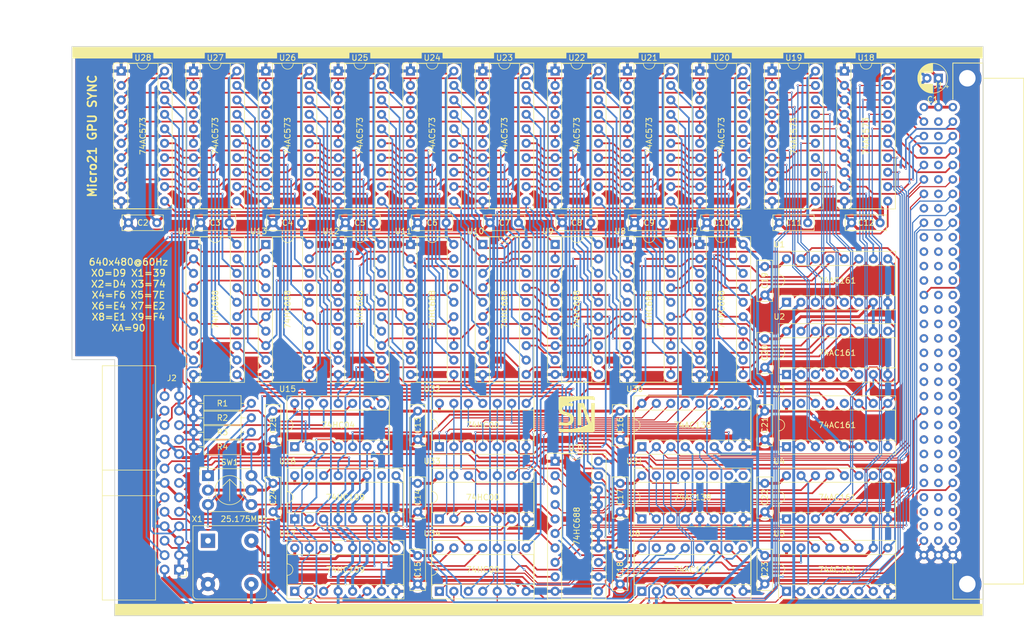
<source format=kicad_pcb>
(kicad_pcb (version 20171130) (host pcbnew 5.0.0+dfsg1-2)
  (layers (0 F.Cu signal) (31 B.Cu signal) (34 B.Paste user) (35 F.Paste user) (36 B.SilkS user) (37 F.SilkS user hide) (38 B.Mask user) (39 F.Mask user) (44 Edge.Cuts user))
  (net 0 "")
  (net 1 VCC)
  (net 2 D5)
  (net 3 D3)
  (net 4 D6)
  (net 5 D4)
  (net 6 A2)
  (net 7 A4)
  (net 8 A5)
  (net 9 A6)
  (net 10 "Net-(J1-PadA10)")
  (net 11 "Net-(J1-PadA11)")
  (net 12 "Net-(J1-PadA12)")
  (net 13 "Net-(J1-PadA13)")
  (net 14 "Net-(J1-PadA14)")
  (net 15 "Net-(J1-PadA15)")
  (net 16 "Net-(J1-PadA16)")
  (net 17 "Net-(J1-PadA17)")
  (net 18 "Net-(J1-PadA18)")
  (net 19 "Net-(J1-PadA19)")
  (net 20 "Net-(J1-PadA20)")
  (net 21 "Net-(J1-PadA21)")
  (net 22 "Net-(J1-PadA22)")
  (net 23 "Net-(J1-PadA23)")
  (net 24 "Net-(J1-PadA24)")
  (net 25 "Net-(J1-PadA25)")
  (net 26 "Net-(J1-PadA26)")
  (net 27 ~IORQ)
  (net 28 "Net-(J1-PadA28)")
  (net 29 "Net-(J1-PadA29)")
  (net 30 "Net-(J1-PadA30)")
  (net 31 "Net-(J1-PadA31)")
  (net 32 GND)
  (net 33 "Net-(J1-PadB31)")
  (net 34 "Net-(J1-PadB30)")
  (net 35 "Net-(J1-PadB29)")
  (net 36 "Net-(J1-PadB28)")
  (net 37 "Net-(J1-PadB27)")
  (net 38 "Net-(J1-PadB26)")
  (net 39 "Net-(J1-PadB25)")
  (net 40 "Net-(J1-PadB24)")
  (net 41 "Net-(J1-PadB23)")
  (net 42 "Net-(J1-PadB22)")
  (net 43 "Net-(J1-PadB21)")
  (net 44 "Net-(J1-PadB20)")
  (net 45 "Net-(J1-PadB19)")
  (net 46 "Net-(J1-PadB18)")
  (net 47 "Net-(J1-PadB17)")
  (net 48 "Net-(J1-PadB16)")
  (net 49 "Net-(J1-PadB15)")
  (net 50 "Net-(J1-PadB14)")
  (net 51 "Net-(J1-PadB13)")
  (net 52 "Net-(J1-PadB12)")
  (net 53 "Net-(J1-PadB11)")
  (net 54 "Net-(J1-PadB10)")
  (net 55 "Net-(J1-PadB9)")
  (net 56 "Net-(J1-PadB8)")
  (net 57 "Net-(J1-PadB7)")
  (net 58 "Net-(J1-PadB6)")
  (net 59 "Net-(J1-PadB5)")
  (net 60 "Net-(J1-PadB3)")
  (net 61 "Net-(J1-PadB4)")
  (net 62 "Net-(J1-PadB2)")
  (net 63 D0)
  (net 64 D2)
  (net 65 D7)
  (net 66 A0)
  (net 67 A3)
  (net 68 A1)
  (net 69 "Net-(J1-PadC8)")
  (net 70 A7)
  (net 71 "Net-(J1-PadC10)")
  (net 72 "Net-(J1-PadC11)")
  (net 73 "Net-(J1-PadC12)")
  (net 74 "Net-(J1-PadC13)")
  (net 75 D1)
  (net 76 "Net-(J1-PadC15)")
  (net 77 "Net-(J1-PadC16)")
  (net 78 "Net-(J1-PadC17)")
  (net 79 "Net-(J1-PadC18)")
  (net 80 "Net-(J1-PadC19)")
  (net 81 "Net-(J1-PadC20)")
  (net 82 "Net-(J1-PadC21)")
  (net 83 ~WR)
  (net 84 "Net-(J1-PadC23)")
  (net 85 "Net-(J1-PadC24)")
  (net 86 "Net-(J1-PadC25)")
  (net 87 "Net-(J1-PadC26)")
  (net 88 "Net-(J1-PadC27)")
  (net 89 "Net-(J1-PadC28)")
  (net 90 "Net-(J1-PadC29)")
  (net 91 "Net-(J1-PadC30)")
  (net 92 ~RESET)
  (net 93 /PCLK)
  (net 94 "/HSYNC Generator/P0")
  (net 95 /HBLANK)
  (net 96 /~HBLANK)
  (net 97 /HSYNC)
  (net 98 /~HSYNC)
  (net 99 /VBLANK)
  (net 100 /~VBLANK)
  (net 101 /VSYNC)
  (net 102 /~VSYNC)
  (net 103 /BLANK)
  (net 104 /~BLANK)
  (net 105 /TCC)
  (net 106 /~TCC)
  (net 107 /~TCR)
  (net 108 "/VSYNC Generator/P0")
  (net 109 "Net-(R1-Pad1)")
  (net 110 "Net-(R2-Pad1)")
  (net 111 "Net-(R3-Pad1)")
  (net 112 "Net-(R4-Pad1)")
  (net 113 "/Column Counter/CE")
  (net 114 "/Column Counter/D0")
  (net 115 "/HBLANK Generator/P1")
  (net 116 "/Column Counter/D1")
  (net 117 "/HBLANK Generator/P0")
  (net 118 "/Column Counter/D2")
  (net 119 "/HSYNC Generator/P1")
  (net 120 "/Column Counter/D3")
  (net 121 "Net-(U1-Pad15)")
  (net 122 "Net-(U2-Pad15)")
  (net 123 "/HBLANK Generator/P2")
  (net 124 "/Column Counter/D7")
  (net 125 "/HBLANK Generator/P3")
  (net 126 "/Column Counter/D6")
  (net 127 "/HBLANK Generator/P4")
  (net 128 "/Column Counter/D5")
  (net 129 "/HBLANK Generator/P5")
  (net 130 "/Column Counter/D4")
  (net 131 "Net-(U3-Pad15)")
  (net 132 "/HBLANK Generator/P6")
  (net 133 "/HBLANK Generator/P7")
  (net 134 "/Column Counter/Q10")
  (net 135 "/Column Counter/D9")
  (net 136 "/Column Counter/D8")
  (net 137 "Net-(U4-Pad15)")
  (net 138 "/Row Counter/D3")
  (net 139 "/VSYNC Generator/P1")
  (net 140 "/Row Counter/D2")
  (net 141 "/VBLANK Generator/P0")
  (net 142 "/Row Counter/D1")
  (net 143 "/VBLANK Generator/P1")
  (net 144 "/Row Counter/D0")
  (net 145 "/Row Counter/D4")
  (net 146 "/VBLANK Generator/P5")
  (net 147 "/Row Counter/D5")
  (net 148 "/VBLANK Generator/P4")
  (net 149 "/Row Counter/D6")
  (net 150 "/VBLANK Generator/P3")
  (net 151 "/Row Counter/D7")
  (net 152 "/VBLANK Generator/P2")
  (net 153 "Net-(U5-Pad15)")
  (net 154 "/Row Counter/D8")
  (net 155 "/Row Counter/D9")
  (net 156 "/Row Counter/Q10")
  (net 157 "/VBLANK Generator/P7")
  (net 158 "/VBLANK Generator/P6")
  (net 159 "Net-(U6-Pad15)")
  (net 160 "Net-(U21-Pad15)")
  (net 161 "Net-(U21-Pad19)")
  (net 162 "Net-(U21-Pad14)")
  (net 163 "Net-(U21-Pad18)")
  (net 164 "Net-(U21-Pad13)")
  (net 165 "Net-(U21-Pad17)")
  (net 166 "Net-(U21-Pad12)")
  (net 167 "Net-(U21-Pad16)")
  (net 168 "Net-(U15-Pad3)")
  (net 169 "Net-(U16-Pad3)")
  (net 170 "Net-(U22-Pad16)")
  (net 171 "Net-(U22-Pad12)")
  (net 172 "Net-(U22-Pad17)")
  (net 173 "Net-(U22-Pad13)")
  (net 174 "Net-(U22-Pad18)")
  (net 175 "Net-(U22-Pad14)")
  (net 176 "Net-(U22-Pad19)")
  (net 177 "Net-(U22-Pad15)")
  (net 178 "Net-(U15-Pad5)")
  (net 179 "Net-(U23-Pad16)")
  (net 180 "Net-(U23-Pad12)")
  (net 181 "Net-(U23-Pad17)")
  (net 182 "Net-(U23-Pad13)")
  (net 183 "Net-(U23-Pad18)")
  (net 184 "Net-(U23-Pad14)")
  (net 185 "Net-(U23-Pad19)")
  (net 186 "Net-(U23-Pad15)")
  (net 187 "Net-(U10-Pad12)")
  (net 188 "Net-(U10-Pad3)")
  (net 189 "Net-(U10-Pad14)")
  (net 190 "Net-(U10-Pad5)")
  (net 191 "Net-(U10-Pad16)")
  (net 192 "Net-(U10-Pad7)")
  (net 193 "Net-(U10-Pad18)")
  (net 194 "Net-(U10-Pad9)")
  (net 195 "Net-(U10-Pad19)")
  (net 196 "Net-(U11-Pad12)")
  (net 197 "Net-(U11-Pad3)")
  (net 198 "Net-(U11-Pad14)")
  (net 199 "Net-(U11-Pad5)")
  (net 200 "Net-(U11-Pad16)")
  (net 201 "Net-(U11-Pad7)")
  (net 202 "Net-(U11-Pad18)")
  (net 203 "Net-(U11-Pad9)")
  (net 204 "Net-(U11-Pad19)")
  (net 205 "Net-(U12-Pad19)")
  (net 206 "Net-(U12-Pad9)")
  (net 207 "Net-(U12-Pad18)")
  (net 208 "Net-(U12-Pad7)")
  (net 209 "Net-(U12-Pad16)")
  (net 210 "Net-(U12-Pad5)")
  (net 211 "Net-(U12-Pad14)")
  (net 212 "Net-(U12-Pad3)")
  (net 213 "Net-(U12-Pad12)")
  (net 214 "Net-(U13-Pad12)")
  (net 215 "Net-(U13-Pad3)")
  (net 216 "Net-(U13-Pad14)")
  (net 217 "Net-(U13-Pad5)")
  (net 218 "Net-(U13-Pad16)")
  (net 219 "Net-(U13-Pad7)")
  (net 220 "Net-(U13-Pad18)")
  (net 221 "Net-(U13-Pad9)")
  (net 222 "Net-(U13-Pad19)")
  (net 223 "Net-(U14-Pad19)")
  (net 224 "Net-(U14-Pad9)")
  (net 225 "Net-(U14-Pad18)")
  (net 226 "Net-(U14-Pad7)")
  (net 227 "Net-(U14-Pad16)")
  (net 228 "Net-(U14-Pad5)")
  (net 229 "Net-(U14-Pad14)")
  (net 230 "Net-(U14-Pad3)")
  (net 231 "Net-(U14-Pad12)")
  (net 232 "Net-(U15-Pad6)")
  (net 233 "Net-(U15-Pad4)")
  (net 234 "Net-(U15-Pad10)")
  (net 235 "Net-(U15-Pad8)")
  (net 236 "Net-(U18-Pad11)")
  (net 237 "Net-(U19-Pad11)")
  (net 238 "Net-(U20-Pad17)")
  (net 239 "Net-(U20-Pad16)")
  (net 240 "Net-(U20-Pad13)")
  (net 241 "Net-(U20-Pad11)")
  (net 242 "Net-(U21-Pad11)")
  (net 243 "Net-(U22-Pad11)")
  (net 244 "Net-(U23-Pad11)")
  (net 245 "Net-(U24-Pad11)")
  (net 246 "Net-(U25-Pad11)")
  (net 247 "Net-(U26-Pad11)")
  (net 248 "Net-(U27-Pad11)")
  (net 249 "Net-(U28-Pad11)")
  (net 250 "Net-(U29-Pad19)")
  (net 251 ~CS0)
  (net 252 ~CS7)
  (net 253 ~CS1)
  (net 254 ~CS2)
  (net 255 ~CS3)
  (net 256 ~CS4)
  (net 257 ~CS5)
  (net 258 ~CS6)
  (net 259 "Net-(U31-Pad9)")
  (net 260 "Net-(U31-Pad10)")
  (net 261 "Net-(U31-Pad11)")
  (net 262 "Net-(U31-Pad12)")
  (net 263 ~CS10)
  (net 264 ~CS9)
  (net 265 "Net-(U31-Pad7)")
  (net 266 ~CS8)
  (net 267 "Net-(X1-Pad1)")
  (module Package_DIP:DIP-20_W7.62mm_Socket (layer F.Cu) (at 147.55 84.76)
    (fp_text reference U8 (at -1.27 -2.33) (layer F.SilkS))
    (fp_text value 74HC688 (at 3.81 11.43 90) (layer F.SilkS))
    (pad 1 thru_hole rect (at 0 0) (size 1.6 1.6) (drill 0.8) (layers *.Cu *.Mask) (net 32 GND))
    (pad 11 thru_hole oval (at 7.62 22.86) (size 1.6 1.6) (drill 0.8) (layers *.Cu *.Mask) (net 127 "/HBLANK Generator/P4"))
    (pad 2 thru_hole oval (at 0 2.54) (size 1.6 1.6) (drill 0.8) (layers *.Cu *.Mask) (net 117 "/HBLANK Generator/P0"))
    (pad 12 thru_hole oval (at 7.62 20.32) (size 1.6 1.6) (drill 0.8) (layers *.Cu *.Mask) (net 177 "Net-(U22-Pad15)"))
    (pad 3 thru_hole oval (at 0 5.08) (size 1.6 1.6) (drill 0.8) (layers *.Cu *.Mask) (net 176 "Net-(U22-Pad19)"))
    (pad 13 thru_hole oval (at 7.62 17.78) (size 1.6 1.6) (drill 0.8) (layers *.Cu *.Mask) (net 129 "/HBLANK Generator/P5"))
    (pad 4 thru_hole oval (at 0 7.62) (size 1.6 1.6) (drill 0.8) (layers *.Cu *.Mask) (net 115 "/HBLANK Generator/P1"))
    (pad 14 thru_hole oval (at 7.62 15.24) (size 1.6 1.6) (drill 0.8) (layers *.Cu *.Mask) (net 175 "Net-(U22-Pad14)"))
    (pad 5 thru_hole oval (at 0 10.16) (size 1.6 1.6) (drill 0.8) (layers *.Cu *.Mask) (net 174 "Net-(U22-Pad18)"))
    (pad 15 thru_hole oval (at 7.62 12.7) (size 1.6 1.6) (drill 0.8) (layers *.Cu *.Mask) (net 132 "/HBLANK Generator/P6"))
    (pad 6 thru_hole oval (at 0 12.7) (size 1.6 1.6) (drill 0.8) (layers *.Cu *.Mask) (net 123 "/HBLANK Generator/P2"))
    (pad 16 thru_hole oval (at 7.62 10.16) (size 1.6 1.6) (drill 0.8) (layers *.Cu *.Mask) (net 173 "Net-(U22-Pad13)"))
    (pad 7 thru_hole oval (at 0 15.24) (size 1.6 1.6) (drill 0.8) (layers *.Cu *.Mask) (net 172 "Net-(U22-Pad17)"))
    (pad 17 thru_hole oval (at 7.62 7.62) (size 1.6 1.6) (drill 0.8) (layers *.Cu *.Mask) (net 133 "/HBLANK Generator/P7"))
    (pad 8 thru_hole oval (at 0 17.78) (size 1.6 1.6) (drill 0.8) (layers *.Cu *.Mask) (net 125 "/HBLANK Generator/P3"))
    (pad 18 thru_hole oval (at 7.62 5.08) (size 1.6 1.6) (drill 0.8) (layers *.Cu *.Mask) (net 171 "Net-(U22-Pad12)"))
    (pad 9 thru_hole oval (at 0 20.32) (size 1.6 1.6) (drill 0.8) (layers *.Cu *.Mask) (net 170 "Net-(U22-Pad16)"))
    (pad 19 thru_hole oval (at 7.62 2.54) (size 1.6 1.6) (drill 0.8) (layers *.Cu *.Mask) (net 169 "Net-(U16-Pad3)"))
    (pad 10 thru_hole oval (at 0 22.86) (size 1.6 1.6) (drill 0.8) (layers *.Cu *.Mask) (net 32 GND))
    (pad 20 thru_hole oval (at 7.62 0) (size 1.6 1.6) (drill 0.8) (layers *.Cu *.Mask) (net 1 VCC))
  )
  (module Package_DIP:DIP-20_W7.62mm_Socket (layer F.Cu) (at 134.85 122.86)
    (fp_text reference U29 (at 3.81 -2.33) (layer F.SilkS))
    (fp_text value 74HC688 (at 3.81 11.43 90) (layer F.SilkS))
    (pad 20 thru_hole oval (at 7.62 0) (size 1.6 1.6) (drill 0.8) (layers *.Cu *.Mask) (net 1 VCC))
    (pad 10 thru_hole oval (at 0 22.86) (size 1.6 1.6) (drill 0.8) (layers *.Cu *.Mask) (net 32 GND))
    (pad 19 thru_hole oval (at 7.62 2.54) (size 1.6 1.6) (drill 0.8) (layers *.Cu *.Mask) (net 250 "Net-(U29-Pad19)"))
    (pad 9 thru_hole oval (at 0 20.32) (size 1.6 1.6) (drill 0.8) (layers *.Cu *.Mask) (net 112 "Net-(R4-Pad1)"))
    (pad 18 thru_hole oval (at 7.62 5.08) (size 1.6 1.6) (drill 0.8) (layers *.Cu *.Mask) (net 32 GND))
    (pad 8 thru_hole oval (at 0 17.78) (size 1.6 1.6) (drill 0.8) (layers *.Cu *.Mask) (net 70 A7))
    (pad 17 thru_hole oval (at 7.62 7.62) (size 1.6 1.6) (drill 0.8) (layers *.Cu *.Mask) (net 32 GND))
    (pad 7 thru_hole oval (at 0 15.24) (size 1.6 1.6) (drill 0.8) (layers *.Cu *.Mask) (net 110 "Net-(R2-Pad1)"))
    (pad 16 thru_hole oval (at 7.62 10.16) (size 1.6 1.6) (drill 0.8) (layers *.Cu *.Mask) (net 32 GND))
    (pad 6 thru_hole oval (at 0 12.7) (size 1.6 1.6) (drill 0.8) (layers *.Cu *.Mask) (net 9 A6))
    (pad 15 thru_hole oval (at 7.62 12.7) (size 1.6 1.6) (drill 0.8) (layers *.Cu *.Mask) (net 32 GND))
    (pad 5 thru_hole oval (at 0 10.16) (size 1.6 1.6) (drill 0.8) (layers *.Cu *.Mask) (net 111 "Net-(R3-Pad1)"))
    (pad 14 thru_hole oval (at 7.62 15.24) (size 1.6 1.6) (drill 0.8) (layers *.Cu *.Mask) (net 32 GND))
    (pad 4 thru_hole oval (at 0 7.62) (size 1.6 1.6) (drill 0.8) (layers *.Cu *.Mask) (net 8 A5))
    (pad 13 thru_hole oval (at 7.62 17.78) (size 1.6 1.6) (drill 0.8) (layers *.Cu *.Mask) (net 83 ~WR))
    (pad 3 thru_hole oval (at 0 5.08) (size 1.6 1.6) (drill 0.8) (layers *.Cu *.Mask) (net 109 "Net-(R1-Pad1)"))
    (pad 12 thru_hole oval (at 7.62 20.32) (size 1.6 1.6) (drill 0.8) (layers *.Cu *.Mask) (net 32 GND))
    (pad 2 thru_hole oval (at 0 2.54) (size 1.6 1.6) (drill 0.8) (layers *.Cu *.Mask) (net 7 A4))
    (pad 11 thru_hole oval (at 7.62 22.86) (size 1.6 1.6) (drill 0.8) (layers *.Cu *.Mask) (net 27 ~IORQ))
    (pad 1 thru_hole rect (at 0 0) (size 1.6 1.6) (drill 0.8) (layers *.Cu *.Mask) (net 32 GND))
  )
  (module Package_DIP:DIP-20_W7.62mm_Socket (layer F.Cu) (at 134.85 84.76)
    (fp_text reference U9 (at -1.27 -2.33) (layer F.SilkS))
    (fp_text value 74HC688 (at 3.81 11.43 90) (layer F.SilkS))
    (pad 20 thru_hole oval (at 7.62 0) (size 1.6 1.6) (drill 0.8) (layers *.Cu *.Mask) (net 1 VCC))
    (pad 10 thru_hole oval (at 0 22.86) (size 1.6 1.6) (drill 0.8) (layers *.Cu *.Mask) (net 32 GND))
    (pad 19 thru_hole oval (at 7.62 2.54) (size 1.6 1.6) (drill 0.8) (layers *.Cu *.Mask) (net 178 "Net-(U15-Pad5)"))
    (pad 9 thru_hole oval (at 0 20.32) (size 1.6 1.6) (drill 0.8) (layers *.Cu *.Mask) (net 179 "Net-(U23-Pad16)"))
    (pad 18 thru_hole oval (at 7.62 5.08) (size 1.6 1.6) (drill 0.8) (layers *.Cu *.Mask) (net 180 "Net-(U23-Pad12)"))
    (pad 8 thru_hole oval (at 0 17.78) (size 1.6 1.6) (drill 0.8) (layers *.Cu *.Mask) (net 115 "/HBLANK Generator/P1"))
    (pad 17 thru_hole oval (at 7.62 7.62) (size 1.6 1.6) (drill 0.8) (layers *.Cu *.Mask) (net 129 "/HBLANK Generator/P5"))
    (pad 7 thru_hole oval (at 0 15.24) (size 1.6 1.6) (drill 0.8) (layers *.Cu *.Mask) (net 181 "Net-(U23-Pad17)"))
    (pad 16 thru_hole oval (at 7.62 10.16) (size 1.6 1.6) (drill 0.8) (layers *.Cu *.Mask) (net 182 "Net-(U23-Pad13)"))
    (pad 6 thru_hole oval (at 0 12.7) (size 1.6 1.6) (drill 0.8) (layers *.Cu *.Mask) (net 117 "/HBLANK Generator/P0"))
    (pad 15 thru_hole oval (at 7.62 12.7) (size 1.6 1.6) (drill 0.8) (layers *.Cu *.Mask) (net 127 "/HBLANK Generator/P4"))
    (pad 5 thru_hole oval (at 0 10.16) (size 1.6 1.6) (drill 0.8) (layers *.Cu *.Mask) (net 183 "Net-(U23-Pad18)"))
    (pad 14 thru_hole oval (at 7.62 15.24) (size 1.6 1.6) (drill 0.8) (layers *.Cu *.Mask) (net 184 "Net-(U23-Pad14)"))
    (pad 4 thru_hole oval (at 0 7.62) (size 1.6 1.6) (drill 0.8) (layers *.Cu *.Mask) (net 119 "/HSYNC Generator/P1"))
    (pad 13 thru_hole oval (at 7.62 17.78) (size 1.6 1.6) (drill 0.8) (layers *.Cu *.Mask) (net 125 "/HBLANK Generator/P3"))
    (pad 3 thru_hole oval (at 0 5.08) (size 1.6 1.6) (drill 0.8) (layers *.Cu *.Mask) (net 185 "Net-(U23-Pad19)"))
    (pad 12 thru_hole oval (at 7.62 20.32) (size 1.6 1.6) (drill 0.8) (layers *.Cu *.Mask) (net 186 "Net-(U23-Pad15)"))
    (pad 2 thru_hole oval (at 0 2.54) (size 1.6 1.6) (drill 0.8) (layers *.Cu *.Mask) (net 94 "/HSYNC Generator/P0"))
    (pad 11 thru_hole oval (at 7.62 22.86) (size 1.6 1.6) (drill 0.8) (layers *.Cu *.Mask) (net 123 "/HBLANK Generator/P2"))
    (pad 1 thru_hole rect (at 0 0) (size 1.6 1.6) (drill 0.8) (layers *.Cu *.Mask) (net 96 /~HBLANK))
  )
  (module common:Socket_DIN41612-CaseC1-full-Male-96Pin-3rows (layer F.Cu) (at 202.16 100 90)
    (fp_text reference J1 (at 43.18 0 180) (layer F.SilkS))
    (fp_text value C96ABC)
    (pad A1 thru_hole circle (at 39.37 2.54 270) (size 1.50114 1.50114) (drill 0.8001) (layers *.Cu *.Mask) (net 1 VCC))
    (pad A2 thru_hole circle (at 36.83 2.54 270) (size 1.50114 1.50114) (drill 0.8001) (layers *.Cu *.Mask) (net 2 D5))
    (pad A4 thru_hole circle (at 31.75 2.54 270) (size 1.50114 1.50114) (drill 0.8001) (layers *.Cu *.Mask) (net 3 D3))
    (pad A3 thru_hole circle (at 34.29 2.54 270) (size 1.50114 1.50114) (drill 0.8001) (layers *.Cu *.Mask) (net 4 D6))
    (pad A5 thru_hole circle (at 29.21 2.54 270) (size 1.50114 1.50114) (drill 0.8001) (layers *.Cu *.Mask) (net 5 D4))
    (pad A6 thru_hole circle (at 26.67 2.54 270) (size 1.50114 1.50114) (drill 0.8001) (layers *.Cu *.Mask) (net 6 A2))
    (pad A7 thru_hole circle (at 24.13 2.54 270) (size 1.50114 1.50114) (drill 0.8001) (layers *.Cu *.Mask) (net 7 A4))
    (pad A8 thru_hole circle (at 21.59 2.54 270) (size 1.50114 1.50114) (drill 0.8001) (layers *.Cu *.Mask) (net 8 A5))
    (pad A9 thru_hole circle (at 19.05 2.54 270) (size 1.50114 1.50114) (drill 0.8001) (layers *.Cu *.Mask) (net 9 A6))
    (pad A10 thru_hole circle (at 16.51 2.54 270) (size 1.50114 1.50114) (drill 0.8001) (layers *.Cu *.Mask) (net 10 "Net-(J1-PadA10)"))
    (pad A11 thru_hole circle (at 13.97 2.54 270) (size 1.50114 1.50114) (drill 0.8001) (layers *.Cu *.Mask) (net 11 "Net-(J1-PadA11)"))
    (pad A12 thru_hole circle (at 11.43 2.54 270) (size 1.50114 1.50114) (drill 0.8001) (layers *.Cu *.Mask) (net 12 "Net-(J1-PadA12)"))
    (pad A13 thru_hole circle (at 8.89 2.54 270) (size 1.50114 1.50114) (drill 0.8001) (layers *.Cu *.Mask) (net 13 "Net-(J1-PadA13)"))
    (pad A14 thru_hole circle (at 6.35 2.54 270) (size 1.50114 1.50114) (drill 0.8001) (layers *.Cu *.Mask) (net 14 "Net-(J1-PadA14)"))
    (pad A15 thru_hole circle (at 3.81 2.54 270) (size 1.50114 1.50114) (drill 0.8001) (layers *.Cu *.Mask) (net 15 "Net-(J1-PadA15)"))
    (pad A16 thru_hole circle (at 1.27 2.54 270) (size 1.50114 1.50114) (drill 0.8001) (layers *.Cu *.Mask) (net 16 "Net-(J1-PadA16)"))
    (pad A17 thru_hole circle (at -1.27 2.54 270) (size 1.50114 1.50114) (drill 0.8001) (layers *.Cu *.Mask) (net 17 "Net-(J1-PadA17)"))
    (pad A18 thru_hole circle (at -3.81 2.54 270) (size 1.50114 1.50114) (drill 0.8001) (layers *.Cu *.Mask) (net 18 "Net-(J1-PadA18)"))
    (pad A19 thru_hole circle (at -6.35 2.54 270) (size 1.50114 1.50114) (drill 0.8001) (layers *.Cu *.Mask) (net 19 "Net-(J1-PadA19)"))
    (pad A20 thru_hole circle (at -8.89 2.54 270) (size 1.50114 1.50114) (drill 0.8001) (layers *.Cu *.Mask) (net 20 "Net-(J1-PadA20)"))
    (pad A21 thru_hole circle (at -11.43 2.54 270) (size 1.50114 1.50114) (drill 0.8001) (layers *.Cu *.Mask) (net 21 "Net-(J1-PadA21)"))
    (pad A22 thru_hole circle (at -13.97 2.54 270) (size 1.50114 1.50114) (drill 0.8001) (layers *.Cu *.Mask) (net 22 "Net-(J1-PadA22)"))
    (pad A23 thru_hole circle (at -16.51 2.54 270) (size 1.50114 1.50114) (drill 0.8001) (layers *.Cu *.Mask) (net 23 "Net-(J1-PadA23)"))
    (pad A24 thru_hole circle (at -19.05 2.54 270) (size 1.50114 1.50114) (drill 0.8001) (layers *.Cu *.Mask) (net 24 "Net-(J1-PadA24)"))
    (pad A25 thru_hole circle (at -21.59 2.54 270) (size 1.50114 1.50114) (drill 0.8001) (layers *.Cu *.Mask) (net 25 "Net-(J1-PadA25)"))
    (pad A26 thru_hole circle (at -24.13 2.54 270) (size 1.50114 1.50114) (drill 0.8001) (layers *.Cu *.Mask) (net 26 "Net-(J1-PadA26)"))
    (pad A27 thru_hole circle (at -26.67 2.54 270) (size 1.50114 1.50114) (drill 0.8001) (layers *.Cu *.Mask) (net 27 ~IORQ))
    (pad A28 thru_hole circle (at -29.21 2.54 270) (size 1.50114 1.50114) (drill 0.8001) (layers *.Cu *.Mask) (net 28 "Net-(J1-PadA28)"))
    (pad A29 thru_hole circle (at -31.75 2.54 270) (size 1.50114 1.50114) (drill 0.8001) (layers *.Cu *.Mask) (net 29 "Net-(J1-PadA29)"))
    (pad A30 thru_hole circle (at -34.29 2.54 270) (size 1.50114 1.50114) (drill 0.8001) (layers *.Cu *.Mask) (net 30 "Net-(J1-PadA30)"))
    (pad A31 thru_hole circle (at -36.83 2.54 270) (size 1.50114 1.50114) (drill 0.8001) (layers *.Cu *.Mask) (net 31 "Net-(J1-PadA31)"))
    (pad A32 thru_hole circle (at -39.37 2.54 270) (size 1.50114 1.50114) (drill 0.8001) (layers *.Cu *.Mask) (net 32 GND))
    (pad B32 thru_hole circle (at -39.37 0 270) (size 1.50114 1.50114) (drill 0.8001) (layers *.Cu *.Mask) (net 32 GND))
    (pad B31 thru_hole circle (at -36.83 0 270) (size 1.50114 1.50114) (drill 0.8001) (layers *.Cu *.Mask) (net 33 "Net-(J1-PadB31)"))
    (pad B30 thru_hole circle (at -34.29 0 270) (size 1.50114 1.50114) (drill 0.8001) (layers *.Cu *.Mask) (net 34 "Net-(J1-PadB30)"))
    (pad B29 thru_hole circle (at -31.75 0 270) (size 1.50114 1.50114) (drill 0.8001) (layers *.Cu *.Mask) (net 35 "Net-(J1-PadB29)"))
    (pad B28 thru_hole circle (at -29.21 0 270) (size 1.50114 1.50114) (drill 0.8001) (layers *.Cu *.Mask) (net 36 "Net-(J1-PadB28)"))
    (pad B27 thru_hole circle (at -26.67 0 270) (size 1.50114 1.50114) (drill 0.8001) (layers *.Cu *.Mask) (net 37 "Net-(J1-PadB27)"))
    (pad B26 thru_hole circle (at -24.13 0 270) (size 1.50114 1.50114) (drill 0.8001) (layers *.Cu *.Mask) (net 38 "Net-(J1-PadB26)"))
    (pad B25 thru_hole circle (at -21.59 0 270) (size 1.50114 1.50114) (drill 0.8001) (layers *.Cu *.Mask) (net 39 "Net-(J1-PadB25)"))
    (pad B24 thru_hole circle (at -19.05 0 270) (size 1.50114 1.50114) (drill 0.8001) (layers *.Cu *.Mask) (net 40 "Net-(J1-PadB24)"))
    (pad B23 thru_hole circle (at -16.51 0 270) (size 1.50114 1.50114) (drill 0.8001) (layers *.Cu *.Mask) (net 41 "Net-(J1-PadB23)"))
    (pad B22 thru_hole circle (at -13.97 0 270) (size 1.50114 1.50114) (drill 0.8001) (layers *.Cu *.Mask) (net 42 "Net-(J1-PadB22)"))
    (pad B21 thru_hole circle (at -11.43 0 270) (size 1.50114 1.50114) (drill 0.8001) (layers *.Cu *.Mask) (net 43 "Net-(J1-PadB21)"))
    (pad B20 thru_hole circle (at -8.89 0 270) (size 1.50114 1.50114) (drill 0.8001) (layers *.Cu *.Mask) (net 44 "Net-(J1-PadB20)"))
    (pad B19 thru_hole circle (at -6.35 0 270) (size 1.50114 1.50114) (drill 0.8001) (layers *.Cu *.Mask) (net 45 "Net-(J1-PadB19)"))
    (pad B18 thru_hole circle (at -3.81 0 270) (size 1.50114 1.50114) (drill 0.8001) (layers *.Cu *.Mask) (net 46 "Net-(J1-PadB18)"))
    (pad B17 thru_hole circle (at -1.27 0 270) (size 1.50114 1.50114) (drill 0.8001) (layers *.Cu *.Mask) (net 47 "Net-(J1-PadB17)"))
    (pad B16 thru_hole circle (at 1.27 0 270) (size 1.50114 1.50114) (drill 0.8001) (layers *.Cu *.Mask) (net 48 "Net-(J1-PadB16)"))
    (pad B15 thru_hole circle (at 3.81 0 270) (size 1.50114 1.50114) (drill 0.8001) (layers *.Cu *.Mask) (net 49 "Net-(J1-PadB15)"))
    (pad B14 thru_hole circle (at 6.35 0 270) (size 1.50114 1.50114) (drill 0.8001) (layers *.Cu *.Mask) (net 50 "Net-(J1-PadB14)"))
    (pad B13 thru_hole circle (at 8.89 0 270) (size 1.50114 1.50114) (drill 0.8001) (layers *.Cu *.Mask) (net 51 "Net-(J1-PadB13)"))
    (pad B12 thru_hole circle (at 11.43 0 270) (size 1.50114 1.50114) (drill 0.8001) (layers *.Cu *.Mask) (net 52 "Net-(J1-PadB12)"))
    (pad B11 thru_hole circle (at 13.97 0 270) (size 1.50114 1.50114) (drill 0.8001) (layers *.Cu *.Mask) (net 53 "Net-(J1-PadB11)"))
    (pad B10 thru_hole circle (at 16.51 0 270) (size 1.50114 1.50114) (drill 0.8001) (layers *.Cu *.Mask) (net 54 "Net-(J1-PadB10)"))
    (pad B9 thru_hole circle (at 19.05 0 270) (size 1.50114 1.50114) (drill 0.8001) (layers *.Cu *.Mask) (net 55 "Net-(J1-PadB9)"))
    (pad B8 thru_hole circle (at 21.59 0 270) (size 1.50114 1.50114) (drill 0.8001) (layers *.Cu *.Mask) (net 56 "Net-(J1-PadB8)"))
    (pad B7 thru_hole circle (at 24.13 0 270) (size 1.50114 1.50114) (drill 0.8001) (layers *.Cu *.Mask) (net 57 "Net-(J1-PadB7)"))
    (pad B6 thru_hole circle (at 26.67 0 270) (size 1.50114 1.50114) (drill 0.8001) (layers *.Cu *.Mask) (net 58 "Net-(J1-PadB6)"))
    (pad B5 thru_hole circle (at 29.21 0 270) (size 1.50114 1.50114) (drill 0.8001) (layers *.Cu *.Mask) (net 59 "Net-(J1-PadB5)"))
    (pad B3 thru_hole circle (at 34.29 0 270) (size 1.50114 1.50114) (drill 0.8001) (layers *.Cu *.Mask) (net 60 "Net-(J1-PadB3)"))
    (pad B4 thru_hole circle (at 31.75 0 270) (size 1.50114 1.50114) (drill 0.8001) (layers *.Cu *.Mask) (net 61 "Net-(J1-PadB4)"))
    (pad B2 thru_hole circle (at 36.83 0 270) (size 1.50114 1.50114) (drill 0.8001) (layers *.Cu *.Mask) (net 62 "Net-(J1-PadB2)"))
    (pad B1 thru_hole circle (at 39.37 0 270) (size 1.50114 1.50114) (drill 0.8001) (layers *.Cu *.Mask) (net 1 VCC))
    (pad C1 thru_hole circle (at 39.37 -2.54 270) (size 1.50114 1.50114) (drill 0.8001) (layers *.Cu *.Mask) (net 1 VCC))
    (pad C2 thru_hole circle (at 36.83 -2.54 270) (size 1.50114 1.50114) (drill 0.8001) (layers *.Cu *.Mask) (net 63 D0))
    (pad C4 thru_hole circle (at 31.75 -2.54 270) (size 1.50114 1.50114) (drill 0.8001) (layers *.Cu *.Mask) (net 64 D2))
    (pad C3 thru_hole circle (at 34.29 -2.54 270) (size 1.50114 1.50114) (drill 0.8001) (layers *.Cu *.Mask) (net 65 D7))
    (pad C5 thru_hole circle (at 29.21 -2.54 270) (size 1.50114 1.50114) (drill 0.8001) (layers *.Cu *.Mask) (net 66 A0))
    (pad C6 thru_hole circle (at 26.67 -2.54 270) (size 1.50114 1.50114) (drill 0.8001) (layers *.Cu *.Mask) (net 67 A3))
    (pad C7 thru_hole circle (at 24.13 -2.54 270) (size 1.50114 1.50114) (drill 0.8001) (layers *.Cu *.Mask) (net 68 A1))
    (pad C8 thru_hole circle (at 21.59 -2.54 270) (size 1.50114 1.50114) (drill 0.8001) (layers *.Cu *.Mask) (net 69 "Net-(J1-PadC8)"))
    (pad C9 thru_hole circle (at 19.05 -2.54 270) (size 1.50114 1.50114) (drill 0.8001) (layers *.Cu *.Mask) (net 70 A7))
    (pad C10 thru_hole circle (at 16.51 -2.54 270) (size 1.50114 1.50114) (drill 0.8001) (layers *.Cu *.Mask) (net 71 "Net-(J1-PadC10)"))
    (pad C11 thru_hole circle (at 13.97 -2.54 270) (size 1.50114 1.50114) (drill 0.8001) (layers *.Cu *.Mask) (net 72 "Net-(J1-PadC11)"))
    (pad C12 thru_hole circle (at 11.43 -2.54 270) (size 1.50114 1.50114) (drill 0.8001) (layers *.Cu *.Mask) (net 73 "Net-(J1-PadC12)"))
    (pad C13 thru_hole circle (at 8.89 -2.54 270) (size 1.50114 1.50114) (drill 0.8001) (layers *.Cu *.Mask) (net 74 "Net-(J1-PadC13)"))
    (pad C14 thru_hole circle (at 6.35 -2.54 270) (size 1.50114 1.50114) (drill 0.8001) (layers *.Cu *.Mask) (net 75 D1))
    (pad C15 thru_hole circle (at 3.81 -2.54 270) (size 1.50114 1.50114) (drill 0.8001) (layers *.Cu *.Mask) (net 76 "Net-(J1-PadC15)"))
    (pad C16 thru_hole circle (at 1.27 -2.54 270) (size 1.50114 1.50114) (drill 0.8001) (layers *.Cu *.Mask) (net 77 "Net-(J1-PadC16)"))
    (pad C17 thru_hole circle (at -1.27 -2.54 270) (size 1.50114 1.50114) (drill 0.8001) (layers *.Cu *.Mask) (net 78 "Net-(J1-PadC17)"))
    (pad C18 thru_hole circle (at -3.81 -2.54 270) (size 1.50114 1.50114) (drill 0.8001) (layers *.Cu *.Mask) (net 79 "Net-(J1-PadC18)"))
    (pad C19 thru_hole circle (at -6.35 -2.54 270) (size 1.50114 1.50114) (drill 0.8001) (layers *.Cu *.Mask) (net 80 "Net-(J1-PadC19)"))
    (pad C20 thru_hole circle (at -8.89 -2.54 270) (size 1.50114 1.50114) (drill 0.8001) (layers *.Cu *.Mask) (net 81 "Net-(J1-PadC20)"))
    (pad C21 thru_hole circle (at -11.43 -2.54 270) (size 1.50114 1.50114) (drill 0.8001) (layers *.Cu *.Mask) (net 82 "Net-(J1-PadC21)"))
    (pad C22 thru_hole circle (at -13.97 -2.54 270) (size 1.50114 1.50114) (drill 0.8001) (layers *.Cu *.Mask) (net 83 ~WR))
    (pad C23 thru_hole circle (at -16.51 -2.54 270) (size 1.50114 1.50114) (drill 0.8001) (layers *.Cu *.Mask) (net 84 "Net-(J1-PadC23)"))
    (pad C24 thru_hole circle (at -19.05 -2.54 270) (size 1.50114 1.50114) (drill 0.8001) (layers *.Cu *.Mask) (net 85 "Net-(J1-PadC24)"))
    (pad C25 thru_hole circle (at -21.59 -2.54 270) (size 1.50114 1.50114) (drill 0.8001) (layers *.Cu *.Mask) (net 86 "Net-(J1-PadC25)"))
    (pad C26 thru_hole circle (at -24.13 -2.54 270) (size 1.50114 1.50114) (drill 0.8001) (layers *.Cu *.Mask) (net 87 "Net-(J1-PadC26)"))
    (pad C27 thru_hole circle (at -26.67 -2.54 270) (size 1.50114 1.50114) (drill 0.8001) (layers *.Cu *.Mask) (net 88 "Net-(J1-PadC27)"))
    (pad C28 thru_hole circle (at -29.21 -2.54 270) (size 1.50114 1.50114) (drill 0.8001) (layers *.Cu *.Mask) (net 89 "Net-(J1-PadC28)"))
    (pad C29 thru_hole circle (at -31.75 -2.54 270) (size 1.50114 1.50114) (drill 0.8001) (layers *.Cu *.Mask) (net 90 "Net-(J1-PadC29)"))
    (pad C30 thru_hole circle (at -34.29 -2.54 270) (size 1.50114 1.50114) (drill 0.8001) (layers *.Cu *.Mask) (net 91 "Net-(J1-PadC30)"))
    (pad C31 thru_hole circle (at -36.83 -2.54 270) (size 1.50114 1.50114) (drill 0.8001) (layers *.Cu *.Mask) (net 92 ~RESET))
    (pad C32 thru_hole circle (at -39.37 -2.54 270) (size 1.50114 1.50114) (drill 0.8001) (layers *.Cu *.Mask) (net 32 GND))
    (pad A32 thru_hole circle (at -44.45 5.08 90) (size 5 5) (drill 2.90068) (layers *.Cu *.Mask) (net 32 GND))
    (pad A32 thru_hole circle (at 44.45 5.08 90) (size 5 5) (drill 2.90068) (layers *.Cu *.Mask) (net 32 GND))
  )
  (module Package_DIP:DIP-20_W7.62mm_Socket (layer F.Cu) (at 172.95 54.28)
    (fp_text reference U19 (at 3.81 -2.33) (layer F.SilkS))
    (fp_text value 74AC573 (at 3.81 11.43 90) (layer F.SilkS))
    (pad 20 thru_hole oval (at 7.62 0) (size 1.6 1.6) (drill 0.8) (layers *.Cu *.Mask) (net 1 VCC))
    (pad 10 thru_hole oval (at 0 22.86) (size 1.6 1.6) (drill 0.8) (layers *.Cu *.Mask) (net 32 GND))
    (pad 19 thru_hole oval (at 7.62 2.54) (size 1.6 1.6) (drill 0.8) (layers *.Cu *.Mask) (net 114 "/Column Counter/D0"))
    (pad 9 thru_hole oval (at 0 20.32) (size 1.6 1.6) (drill 0.8) (layers *.Cu *.Mask) (net 65 D7))
    (pad 18 thru_hole oval (at 7.62 5.08) (size 1.6 1.6) (drill 0.8) (layers *.Cu *.Mask) (net 116 "/Column Counter/D1"))
    (pad 8 thru_hole oval (at 0 17.78) (size 1.6 1.6) (drill 0.8) (layers *.Cu *.Mask) (net 4 D6))
    (pad 17 thru_hole oval (at 7.62 7.62) (size 1.6 1.6) (drill 0.8) (layers *.Cu *.Mask) (net 118 "/Column Counter/D2"))
    (pad 7 thru_hole oval (at 0 15.24) (size 1.6 1.6) (drill 0.8) (layers *.Cu *.Mask) (net 2 D5))
    (pad 16 thru_hole oval (at 7.62 10.16) (size 1.6 1.6) (drill 0.8) (layers *.Cu *.Mask) (net 120 "/Column Counter/D3"))
    (pad 6 thru_hole oval (at 0 12.7) (size 1.6 1.6) (drill 0.8) (layers *.Cu *.Mask) (net 5 D4))
    (pad 15 thru_hole oval (at 7.62 12.7) (size 1.6 1.6) (drill 0.8) (layers *.Cu *.Mask) (net 130 "/Column Counter/D4"))
    (pad 5 thru_hole oval (at 0 10.16) (size 1.6 1.6) (drill 0.8) (layers *.Cu *.Mask) (net 3 D3))
    (pad 14 thru_hole oval (at 7.62 15.24) (size 1.6 1.6) (drill 0.8) (layers *.Cu *.Mask) (net 128 "/Column Counter/D5"))
    (pad 4 thru_hole oval (at 0 7.62) (size 1.6 1.6) (drill 0.8) (layers *.Cu *.Mask) (net 64 D2))
    (pad 13 thru_hole oval (at 7.62 17.78) (size 1.6 1.6) (drill 0.8) (layers *.Cu *.Mask) (net 126 "/Column Counter/D6"))
    (pad 3 thru_hole oval (at 0 5.08) (size 1.6 1.6) (drill 0.8) (layers *.Cu *.Mask) (net 75 D1))
    (pad 12 thru_hole oval (at 7.62 20.32) (size 1.6 1.6) (drill 0.8) (layers *.Cu *.Mask) (net 124 "/Column Counter/D7"))
    (pad 2 thru_hole oval (at 0 2.54) (size 1.6 1.6) (drill 0.8) (layers *.Cu *.Mask) (net 63 D0))
    (pad 11 thru_hole oval (at 7.62 22.86) (size 1.6 1.6) (drill 0.8) (layers *.Cu *.Mask) (net 237 "Net-(U19-Pad11)"))
    (pad 1 thru_hole rect (at 0 0) (size 1.6 1.6) (drill 0.8) (layers *.Cu *.Mask) (net 32 GND))
  )
  (module Package_DIP:DIP-20_W7.62mm_Socket (layer F.Cu) (at 160.25 54.28)
    (fp_text reference U20 (at 3.81 -2.33) (layer F.SilkS))
    (fp_text value 74AC573 (at 3.81 11.43 90) (layer F.SilkS))
    (pad 1 thru_hole rect (at 0 0) (size 1.6 1.6) (drill 0.8) (layers *.Cu *.Mask) (net 32 GND))
    (pad 11 thru_hole oval (at 7.62 22.86) (size 1.6 1.6) (drill 0.8) (layers *.Cu *.Mask) (net 241 "Net-(U20-Pad11)"))
    (pad 2 thru_hole oval (at 0 2.54) (size 1.6 1.6) (drill 0.8) (layers *.Cu *.Mask) (net 63 D0))
    (pad 12 thru_hole oval (at 7.62 20.32) (size 1.6 1.6) (drill 0.8) (layers *.Cu *.Mask) (net 113 "/Column Counter/CE"))
    (pad 3 thru_hole oval (at 0 5.08) (size 1.6 1.6) (drill 0.8) (layers *.Cu *.Mask) (net 75 D1))
    (pad 13 thru_hole oval (at 7.62 17.78) (size 1.6 1.6) (drill 0.8) (layers *.Cu *.Mask) (net 240 "Net-(U20-Pad13)"))
    (pad 4 thru_hole oval (at 0 7.62) (size 1.6 1.6) (drill 0.8) (layers *.Cu *.Mask) (net 64 D2))
    (pad 14 thru_hole oval (at 7.62 15.24) (size 1.6 1.6) (drill 0.8) (layers *.Cu *.Mask) (net 155 "/Row Counter/D9"))
    (pad 5 thru_hole oval (at 0 10.16) (size 1.6 1.6) (drill 0.8) (layers *.Cu *.Mask) (net 3 D3))
    (pad 15 thru_hole oval (at 7.62 12.7) (size 1.6 1.6) (drill 0.8) (layers *.Cu *.Mask) (net 154 "/Row Counter/D8"))
    (pad 6 thru_hole oval (at 0 12.7) (size 1.6 1.6) (drill 0.8) (layers *.Cu *.Mask) (net 5 D4))
    (pad 16 thru_hole oval (at 7.62 10.16) (size 1.6 1.6) (drill 0.8) (layers *.Cu *.Mask) (net 239 "Net-(U20-Pad16)"))
    (pad 7 thru_hole oval (at 0 15.24) (size 1.6 1.6) (drill 0.8) (layers *.Cu *.Mask) (net 2 D5))
    (pad 17 thru_hole oval (at 7.62 7.62) (size 1.6 1.6) (drill 0.8) (layers *.Cu *.Mask) (net 238 "Net-(U20-Pad17)"))
    (pad 8 thru_hole oval (at 0 17.78) (size 1.6 1.6) (drill 0.8) (layers *.Cu *.Mask) (net 4 D6))
    (pad 18 thru_hole oval (at 7.62 5.08) (size 1.6 1.6) (drill 0.8) (layers *.Cu *.Mask) (net 135 "/Column Counter/D9"))
    (pad 9 thru_hole oval (at 0 20.32) (size 1.6 1.6) (drill 0.8) (layers *.Cu *.Mask) (net 65 D7))
    (pad 19 thru_hole oval (at 7.62 2.54) (size 1.6 1.6) (drill 0.8) (layers *.Cu *.Mask) (net 136 "/Column Counter/D8"))
    (pad 10 thru_hole oval (at 0 22.86) (size 1.6 1.6) (drill 0.8) (layers *.Cu *.Mask) (net 32 GND))
    (pad 20 thru_hole oval (at 7.62 0) (size 1.6 1.6) (drill 0.8) (layers *.Cu *.Mask) (net 1 VCC))
  )
  (module Package_DIP:DIP-16_W7.62mm_Socket (layer F.Cu) (at 175.49 94.92 90)
    (fp_text reference U1 (at 10.16 -1.27 180) (layer F.SilkS))
    (fp_text value 74AC161 (at 3.81 8.89 180) (layer F.SilkS))
    (pad 1 thru_hole rect (at 0 0 90) (size 1.6 1.6) (drill 0.8) (layers *.Cu *.Mask) (net 92 ~RESET))
    (pad 9 thru_hole oval (at 7.62 17.78 90) (size 1.6 1.6) (drill 0.8) (layers *.Cu *.Mask) (net 106 /~TCC))
    (pad 2 thru_hole oval (at 0 2.54 90) (size 1.6 1.6) (drill 0.8) (layers *.Cu *.Mask) (net 93 /PCLK))
    (pad 10 thru_hole oval (at 7.62 15.24 90) (size 1.6 1.6) (drill 0.8) (layers *.Cu *.Mask) (net 113 "/Column Counter/CE"))
    (pad 3 thru_hole oval (at 0 5.08 90) (size 1.6 1.6) (drill 0.8) (layers *.Cu *.Mask) (net 114 "/Column Counter/D0"))
    (pad 11 thru_hole oval (at 7.62 12.7 90) (size 1.6 1.6) (drill 0.8) (layers *.Cu *.Mask) (net 115 "/HBLANK Generator/P1"))
    (pad 4 thru_hole oval (at 0 7.62 90) (size 1.6 1.6) (drill 0.8) (layers *.Cu *.Mask) (net 116 "/Column Counter/D1"))
    (pad 12 thru_hole oval (at 7.62 10.16 90) (size 1.6 1.6) (drill 0.8) (layers *.Cu *.Mask) (net 117 "/HBLANK Generator/P0"))
    (pad 5 thru_hole oval (at 0 10.16 90) (size 1.6 1.6) (drill 0.8) (layers *.Cu *.Mask) (net 118 "/Column Counter/D2"))
    (pad 13 thru_hole oval (at 7.62 7.62 90) (size 1.6 1.6) (drill 0.8) (layers *.Cu *.Mask) (net 119 "/HSYNC Generator/P1"))
    (pad 6 thru_hole oval (at 0 12.7 90) (size 1.6 1.6) (drill 0.8) (layers *.Cu *.Mask) (net 120 "/Column Counter/D3"))
    (pad 14 thru_hole oval (at 7.62 5.08 90) (size 1.6 1.6) (drill 0.8) (layers *.Cu *.Mask) (net 94 "/HSYNC Generator/P0"))
    (pad 7 thru_hole oval (at 0 15.24 90) (size 1.6 1.6) (drill 0.8) (layers *.Cu *.Mask) (net 1 VCC))
    (pad 15 thru_hole oval (at 7.62 2.54 90) (size 1.6 1.6) (drill 0.8) (layers *.Cu *.Mask) (net 121 "Net-(U1-Pad15)"))
    (pad 8 thru_hole oval (at 0 17.78 90) (size 1.6 1.6) (drill 0.8) (layers *.Cu *.Mask) (net 32 GND))
    (pad 16 thru_hole oval (at 7.62 0 90) (size 1.6 1.6) (drill 0.8) (layers *.Cu *.Mask) (net 1 VCC))
  )
  (module Package_DIP:DIP-16_W7.62mm_Socket (layer F.Cu) (at 175.49 145.72 90)
    (fp_text reference U5 (at 10.16 -1.27 180) (layer F.SilkS))
    (fp_text value 74AC161 (at 3.81 8.89 180) (layer F.SilkS))
    (pad 16 thru_hole oval (at 7.62 0 90) (size 1.6 1.6) (drill 0.8) (layers *.Cu *.Mask) (net 1 VCC))
    (pad 8 thru_hole oval (at 0 17.78 90) (size 1.6 1.6) (drill 0.8) (layers *.Cu *.Mask) (net 32 GND))
    (pad 15 thru_hole oval (at 7.62 2.54 90) (size 1.6 1.6) (drill 0.8) (layers *.Cu *.Mask) (net 153 "Net-(U5-Pad15)"))
    (pad 7 thru_hole oval (at 0 15.24 90) (size 1.6 1.6) (drill 0.8) (layers *.Cu *.Mask) (net 137 "Net-(U4-Pad15)"))
    (pad 14 thru_hole oval (at 7.62 5.08 90) (size 1.6 1.6) (drill 0.8) (layers *.Cu *.Mask) (net 152 "/VBLANK Generator/P2"))
    (pad 6 thru_hole oval (at 0 12.7 90) (size 1.6 1.6) (drill 0.8) (layers *.Cu *.Mask) (net 151 "/Row Counter/D7"))
    (pad 13 thru_hole oval (at 7.62 7.62 90) (size 1.6 1.6) (drill 0.8) (layers *.Cu *.Mask) (net 150 "/VBLANK Generator/P3"))
    (pad 5 thru_hole oval (at 0 10.16 90) (size 1.6 1.6) (drill 0.8) (layers *.Cu *.Mask) (net 149 "/Row Counter/D6"))
    (pad 12 thru_hole oval (at 7.62 10.16 90) (size 1.6 1.6) (drill 0.8) (layers *.Cu *.Mask) (net 148 "/VBLANK Generator/P4"))
    (pad 4 thru_hole oval (at 0 7.62 90) (size 1.6 1.6) (drill 0.8) (layers *.Cu *.Mask) (net 147 "/Row Counter/D5"))
    (pad 11 thru_hole oval (at 7.62 12.7 90) (size 1.6 1.6) (drill 0.8) (layers *.Cu *.Mask) (net 146 "/VBLANK Generator/P5"))
    (pad 3 thru_hole oval (at 0 5.08 90) (size 1.6 1.6) (drill 0.8) (layers *.Cu *.Mask) (net 145 "/Row Counter/D4"))
    (pad 10 thru_hole oval (at 7.62 15.24 90) (size 1.6 1.6) (drill 0.8) (layers *.Cu *.Mask) (net 1 VCC))
    (pad 2 thru_hole oval (at 0 2.54 90) (size 1.6 1.6) (drill 0.8) (layers *.Cu *.Mask) (net 93 /PCLK))
    (pad 9 thru_hole oval (at 7.62 17.78 90) (size 1.6 1.6) (drill 0.8) (layers *.Cu *.Mask) (net 107 /~TCR))
    (pad 1 thru_hole rect (at 0 0 90) (size 1.6 1.6) (drill 0.8) (layers *.Cu *.Mask) (net 92 ~RESET))
  )
  (module Package_DIP:DIP-20_W7.62mm_Socket (layer F.Cu) (at 185.65 54.28)
    (fp_text reference U18 (at 3.81 -2.33) (layer F.SilkS))
    (fp_text value 74AC573 (at 3.81 11.43 90) (layer F.SilkS))
    (pad 20 thru_hole oval (at 7.62 0) (size 1.6 1.6) (drill 0.8) (layers *.Cu *.Mask) (net 1 VCC))
    (pad 10 thru_hole oval (at 0 22.86) (size 1.6 1.6) (drill 0.8) (layers *.Cu *.Mask) (net 32 GND))
    (pad 19 thru_hole oval (at 7.62 2.54) (size 1.6 1.6) (drill 0.8) (layers *.Cu *.Mask) (net 144 "/Row Counter/D0"))
    (pad 9 thru_hole oval (at 0 20.32) (size 1.6 1.6) (drill 0.8) (layers *.Cu *.Mask) (net 65 D7))
    (pad 18 thru_hole oval (at 7.62 5.08) (size 1.6 1.6) (drill 0.8) (layers *.Cu *.Mask) (net 142 "/Row Counter/D1"))
    (pad 8 thru_hole oval (at 0 17.78) (size 1.6 1.6) (drill 0.8) (layers *.Cu *.Mask) (net 4 D6))
    (pad 17 thru_hole oval (at 7.62 7.62) (size 1.6 1.6) (drill 0.8) (layers *.Cu *.Mask) (net 140 "/Row Counter/D2"))
    (pad 7 thru_hole oval (at 0 15.24) (size 1.6 1.6) (drill 0.8) (layers *.Cu *.Mask) (net 2 D5))
    (pad 16 thru_hole oval (at 7.62 10.16) (size 1.6 1.6) (drill 0.8) (layers *.Cu *.Mask) (net 138 "/Row Counter/D3"))
    (pad 6 thru_hole oval (at 0 12.7) (size 1.6 1.6) (drill 0.8) (layers *.Cu *.Mask) (net 5 D4))
    (pad 15 thru_hole oval (at 7.62 12.7) (size 1.6 1.6) (drill 0.8) (layers *.Cu *.Mask) (net 145 "/Row Counter/D4"))
    (pad 5 thru_hole oval (at 0 10.16) (size 1.6 1.6) (drill 0.8) (layers *.Cu *.Mask) (net 3 D3))
    (pad 14 thru_hole oval (at 7.62 15.24) (size 1.6 1.6) (drill 0.8) (layers *.Cu *.Mask) (net 147 "/Row Counter/D5"))
    (pad 4 thru_hole oval (at 0 7.62) (size 1.6 1.6) (drill 0.8) (layers *.Cu *.Mask) (net 64 D2))
    (pad 13 thru_hole oval (at 7.62 17.78) (size 1.6 1.6) (drill 0.8) (layers *.Cu *.Mask) (net 149 "/Row Counter/D6"))
    (pad 3 thru_hole oval (at 0 5.08) (size 1.6 1.6) (drill 0.8) (layers *.Cu *.Mask) (net 75 D1))
    (pad 12 thru_hole oval (at 7.62 20.32) (size 1.6 1.6) (drill 0.8) (layers *.Cu *.Mask) (net 151 "/Row Counter/D7"))
    (pad 2 thru_hole oval (at 0 2.54) (size 1.6 1.6) (drill 0.8) (layers *.Cu *.Mask) (net 63 D0))
    (pad 11 thru_hole oval (at 7.62 22.86) (size 1.6 1.6) (drill 0.8) (layers *.Cu *.Mask) (net 236 "Net-(U18-Pad11)"))
    (pad 1 thru_hole rect (at 0 0) (size 1.6 1.6) (drill 0.8) (layers *.Cu *.Mask) (net 32 GND))
  )
  (module Capacitor_THT:C_Disc_D7.0mm_W2.5mm_P5.00mm (layer F.Cu) (at 123.42 80.95)
    (fp_text reference C7 (at 2.54 0) (layer F.SilkS))
    (fp_text value C_Small)
    (pad 1 thru_hole circle (at 0 0) (size 1.6 1.6) (drill 0.8) (layers *.Cu *.Mask) (net 32 GND))
    (pad 2 thru_hole circle (at 5 0) (size 1.6 1.6) (drill 0.8) (layers *.Cu *.Mask) (net 1 VCC))
  )
  (module Package_DIP:DIP-20_W7.62mm_Socket (layer F.Cu) (at 109.45 84.76)
    (fp_text reference U11 (at -1.27 -2.33) (layer F.SilkS))
    (fp_text value 74HC688 (at 3.81 11.43 90) (layer F.SilkS))
    (pad 20 thru_hole oval (at 7.62 0) (size 1.6 1.6) (drill 0.8) (layers *.Cu *.Mask) (net 1 VCC))
    (pad 10 thru_hole oval (at 0 22.86) (size 1.6 1.6) (drill 0.8) (layers *.Cu *.Mask) (net 32 GND))
    (pad 19 thru_hole oval (at 7.62 2.54) (size 1.6 1.6) (drill 0.8) (layers *.Cu *.Mask) (net 204 "Net-(U11-Pad19)"))
    (pad 9 thru_hole oval (at 0 20.32) (size 1.6 1.6) (drill 0.8) (layers *.Cu *.Mask) (net 203 "Net-(U11-Pad9)"))
    (pad 18 thru_hole oval (at 7.62 5.08) (size 1.6 1.6) (drill 0.8) (layers *.Cu *.Mask) (net 202 "Net-(U11-Pad18)"))
    (pad 8 thru_hole oval (at 0 17.78) (size 1.6 1.6) (drill 0.8) (layers *.Cu *.Mask) (net 150 "/VBLANK Generator/P3"))
    (pad 17 thru_hole oval (at 7.62 7.62) (size 1.6 1.6) (drill 0.8) (layers *.Cu *.Mask) (net 157 "/VBLANK Generator/P7"))
    (pad 7 thru_hole oval (at 0 15.24) (size 1.6 1.6) (drill 0.8) (layers *.Cu *.Mask) (net 201 "Net-(U11-Pad7)"))
    (pad 16 thru_hole oval (at 7.62 10.16) (size 1.6 1.6) (drill 0.8) (layers *.Cu *.Mask) (net 200 "Net-(U11-Pad16)"))
    (pad 6 thru_hole oval (at 0 12.7) (size 1.6 1.6) (drill 0.8) (layers *.Cu *.Mask) (net 152 "/VBLANK Generator/P2"))
    (pad 15 thru_hole oval (at 7.62 12.7) (size 1.6 1.6) (drill 0.8) (layers *.Cu *.Mask) (net 158 "/VBLANK Generator/P6"))
    (pad 5 thru_hole oval (at 0 10.16) (size 1.6 1.6) (drill 0.8) (layers *.Cu *.Mask) (net 199 "Net-(U11-Pad5)"))
    (pad 14 thru_hole oval (at 7.62 15.24) (size 1.6 1.6) (drill 0.8) (layers *.Cu *.Mask) (net 198 "Net-(U11-Pad14)"))
    (pad 4 thru_hole oval (at 0 7.62) (size 1.6 1.6) (drill 0.8) (layers *.Cu *.Mask) (net 143 "/VBLANK Generator/P1"))
    (pad 13 thru_hole oval (at 7.62 17.78) (size 1.6 1.6) (drill 0.8) (layers *.Cu *.Mask) (net 146 "/VBLANK Generator/P5"))
    (pad 3 thru_hole oval (at 0 5.08) (size 1.6 1.6) (drill 0.8) (layers *.Cu *.Mask) (net 197 "Net-(U11-Pad3)"))
    (pad 12 thru_hole oval (at 7.62 20.32) (size 1.6 1.6) (drill 0.8) (layers *.Cu *.Mask) (net 196 "Net-(U11-Pad12)"))
    (pad 2 thru_hole oval (at 0 2.54) (size 1.6 1.6) (drill 0.8) (layers *.Cu *.Mask) (net 141 "/VBLANK Generator/P0"))
    (pad 11 thru_hole oval (at 7.62 22.86) (size 1.6 1.6) (drill 0.8) (layers *.Cu *.Mask) (net 148 "/VBLANK Generator/P4"))
    (pad 1 thru_hole rect (at 0 0) (size 1.6 1.6) (drill 0.8) (layers *.Cu *.Mask) (net 32 GND))
  )
  (module Package_DIP:DIP-20_W7.62mm_Socket (layer F.Cu) (at 71.35 84.76)
    (fp_text reference U14 (at -1.27 -2.33) (layer F.SilkS))
    (fp_text value 74HC688 (at 3.81 11.43 90) (layer F.SilkS))
    (pad 1 thru_hole rect (at 0 0) (size 1.6 1.6) (drill 0.8) (layers *.Cu *.Mask) (net 100 /~VBLANK))
    (pad 11 thru_hole oval (at 7.62 22.86) (size 1.6 1.6) (drill 0.8) (layers *.Cu *.Mask) (net 152 "/VBLANK Generator/P2"))
    (pad 2 thru_hole oval (at 0 2.54) (size 1.6 1.6) (drill 0.8) (layers *.Cu *.Mask) (net 108 "/VSYNC Generator/P0"))
    (pad 12 thru_hole oval (at 7.62 20.32) (size 1.6 1.6) (drill 0.8) (layers *.Cu *.Mask) (net 231 "Net-(U14-Pad12)"))
    (pad 3 thru_hole oval (at 0 5.08) (size 1.6 1.6) (drill 0.8) (layers *.Cu *.Mask) (net 230 "Net-(U14-Pad3)"))
    (pad 13 thru_hole oval (at 7.62 17.78) (size 1.6 1.6) (drill 0.8) (layers *.Cu *.Mask) (net 150 "/VBLANK Generator/P3"))
    (pad 4 thru_hole oval (at 0 7.62) (size 1.6 1.6) (drill 0.8) (layers *.Cu *.Mask) (net 139 "/VSYNC Generator/P1"))
    (pad 14 thru_hole oval (at 7.62 15.24) (size 1.6 1.6) (drill 0.8) (layers *.Cu *.Mask) (net 229 "Net-(U14-Pad14)"))
    (pad 5 thru_hole oval (at 0 10.16) (size 1.6 1.6) (drill 0.8) (layers *.Cu *.Mask) (net 228 "Net-(U14-Pad5)"))
    (pad 15 thru_hole oval (at 7.62 12.7) (size 1.6 1.6) (drill 0.8) (layers *.Cu *.Mask) (net 148 "/VBLANK Generator/P4"))
    (pad 6 thru_hole oval (at 0 12.7) (size 1.6 1.6) (drill 0.8) (layers *.Cu *.Mask) (net 141 "/VBLANK Generator/P0"))
    (pad 16 thru_hole oval (at 7.62 10.16) (size 1.6 1.6) (drill 0.8) (layers *.Cu *.Mask) (net 227 "Net-(U14-Pad16)"))
    (pad 7 thru_hole oval (at 0 15.24) (size 1.6 1.6) (drill 0.8) (layers *.Cu *.Mask) (net 226 "Net-(U14-Pad7)"))
    (pad 17 thru_hole oval (at 7.62 7.62) (size 1.6 1.6) (drill 0.8) (layers *.Cu *.Mask) (net 146 "/VBLANK Generator/P5"))
    (pad 8 thru_hole oval (at 0 17.78) (size 1.6 1.6) (drill 0.8) (layers *.Cu *.Mask) (net 143 "/VBLANK Generator/P1"))
    (pad 18 thru_hole oval (at 7.62 5.08) (size 1.6 1.6) (drill 0.8) (layers *.Cu *.Mask) (net 225 "Net-(U14-Pad18)"))
    (pad 9 thru_hole oval (at 0 20.32) (size 1.6 1.6) (drill 0.8) (layers *.Cu *.Mask) (net 224 "Net-(U14-Pad9)"))
    (pad 19 thru_hole oval (at 7.62 2.54) (size 1.6 1.6) (drill 0.8) (layers *.Cu *.Mask) (net 223 "Net-(U14-Pad19)"))
    (pad 10 thru_hole oval (at 0 22.86) (size 1.6 1.6) (drill 0.8) (layers *.Cu *.Mask) (net 32 GND))
    (pad 20 thru_hole oval (at 7.62 0) (size 1.6 1.6) (drill 0.8) (layers *.Cu *.Mask) (net 1 VCC))
  )
  (module Package_DIP:DIP-20_W7.62mm_Socket (layer F.Cu) (at 84.05 84.76)
    (fp_text reference U13 (at -1.27 -2.33) (layer F.SilkS))
    (fp_text value 74HC688 (at 3.81 11.43 90) (layer F.SilkS))
    (pad 20 thru_hole oval (at 7.62 0) (size 1.6 1.6) (drill 0.8) (layers *.Cu *.Mask) (net 1 VCC))
    (pad 10 thru_hole oval (at 0 22.86) (size 1.6 1.6) (drill 0.8) (layers *.Cu *.Mask) (net 32 GND))
    (pad 19 thru_hole oval (at 7.62 2.54) (size 1.6 1.6) (drill 0.8) (layers *.Cu *.Mask) (net 222 "Net-(U13-Pad19)"))
    (pad 9 thru_hole oval (at 0 20.32) (size 1.6 1.6) (drill 0.8) (layers *.Cu *.Mask) (net 221 "Net-(U13-Pad9)"))
    (pad 18 thru_hole oval (at 7.62 5.08) (size 1.6 1.6) (drill 0.8) (layers *.Cu *.Mask) (net 220 "Net-(U13-Pad18)"))
    (pad 8 thru_hole oval (at 0 17.78) (size 1.6 1.6) (drill 0.8) (layers *.Cu *.Mask) (net 143 "/VBLANK Generator/P1"))
    (pad 17 thru_hole oval (at 7.62 7.62) (size 1.6 1.6) (drill 0.8) (layers *.Cu *.Mask) (net 146 "/VBLANK Generator/P5"))
    (pad 7 thru_hole oval (at 0 15.24) (size 1.6 1.6) (drill 0.8) (layers *.Cu *.Mask) (net 219 "Net-(U13-Pad7)"))
    (pad 16 thru_hole oval (at 7.62 10.16) (size 1.6 1.6) (drill 0.8) (layers *.Cu *.Mask) (net 218 "Net-(U13-Pad16)"))
    (pad 6 thru_hole oval (at 0 12.7) (size 1.6 1.6) (drill 0.8) (layers *.Cu *.Mask) (net 141 "/VBLANK Generator/P0"))
    (pad 15 thru_hole oval (at 7.62 12.7) (size 1.6 1.6) (drill 0.8) (layers *.Cu *.Mask) (net 148 "/VBLANK Generator/P4"))
    (pad 5 thru_hole oval (at 0 10.16) (size 1.6 1.6) (drill 0.8) (layers *.Cu *.Mask) (net 217 "Net-(U13-Pad5)"))
    (pad 14 thru_hole oval (at 7.62 15.24) (size 1.6 1.6) (drill 0.8) (layers *.Cu *.Mask) (net 216 "Net-(U13-Pad14)"))
    (pad 4 thru_hole oval (at 0 7.62) (size 1.6 1.6) (drill 0.8) (layers *.Cu *.Mask) (net 139 "/VSYNC Generator/P1"))
    (pad 13 thru_hole oval (at 7.62 17.78) (size 1.6 1.6) (drill 0.8) (layers *.Cu *.Mask) (net 150 "/VBLANK Generator/P3"))
    (pad 3 thru_hole oval (at 0 5.08) (size 1.6 1.6) (drill 0.8) (layers *.Cu *.Mask) (net 215 "Net-(U13-Pad3)"))
    (pad 12 thru_hole oval (at 7.62 20.32) (size 1.6 1.6) (drill 0.8) (layers *.Cu *.Mask) (net 214 "Net-(U13-Pad12)"))
    (pad 2 thru_hole oval (at 0 2.54) (size 1.6 1.6) (drill 0.8) (layers *.Cu *.Mask) (net 108 "/VSYNC Generator/P0"))
    (pad 11 thru_hole oval (at 7.62 22.86) (size 1.6 1.6) (drill 0.8) (layers *.Cu *.Mask) (net 152 "/VBLANK Generator/P2"))
    (pad 1 thru_hole rect (at 0 0) (size 1.6 1.6) (drill 0.8) (layers *.Cu *.Mask) (net 100 /~VBLANK))
  )
  (module Package_DIP:DIP-16_W7.62mm_Socket (layer F.Cu) (at 89.13 133.02 90)
    (fp_text reference U16 (at 10.16 -1.27 180) (layer F.SilkS))
    (fp_text value 74HC109 (at 3.81 8.89 180) (layer F.SilkS))
    (pad 1 thru_hole rect (at 0 0 90) (size 1.6 1.6) (drill 0.8) (layers *.Cu *.Mask) (net 92 ~RESET))
    (pad 9 thru_hole oval (at 7.62 17.78 90) (size 1.6 1.6) (drill 0.8) (layers *.Cu *.Mask) (net 98 /~HSYNC))
    (pad 2 thru_hole oval (at 0 2.54 90) (size 1.6 1.6) (drill 0.8) (layers *.Cu *.Mask) (net 233 "Net-(U15-Pad4)"))
    (pad 10 thru_hole oval (at 7.62 15.24 90) (size 1.6 1.6) (drill 0.8) (layers *.Cu *.Mask) (net 97 /HSYNC))
    (pad 3 thru_hole oval (at 0 5.08 90) (size 1.6 1.6) (drill 0.8) (layers *.Cu *.Mask) (net 169 "Net-(U16-Pad3)"))
    (pad 11 thru_hole oval (at 7.62 12.7 90) (size 1.6 1.6) (drill 0.8) (layers *.Cu *.Mask) (net 1 VCC))
    (pad 4 thru_hole oval (at 0 7.62 90) (size 1.6 1.6) (drill 0.8) (layers *.Cu *.Mask) (net 93 /PCLK))
    (pad 12 thru_hole oval (at 7.62 10.16 90) (size 1.6 1.6) (drill 0.8) (layers *.Cu *.Mask) (net 93 /PCLK))
    (pad 5 thru_hole oval (at 0 10.16 90) (size 1.6 1.6) (drill 0.8) (layers *.Cu *.Mask) (net 1 VCC))
    (pad 13 thru_hole oval (at 7.62 7.62 90) (size 1.6 1.6) (drill 0.8) (layers *.Cu *.Mask) (net 195 "Net-(U10-Pad19)"))
    (pad 6 thru_hole oval (at 0 12.7 90) (size 1.6 1.6) (drill 0.8) (layers *.Cu *.Mask) (net 95 /HBLANK))
    (pad 14 thru_hole oval (at 7.62 5.08 90) (size 1.6 1.6) (drill 0.8) (layers *.Cu *.Mask) (net 232 "Net-(U15-Pad6)"))
    (pad 7 thru_hole oval (at 0 15.24 90) (size 1.6 1.6) (drill 0.8) (layers *.Cu *.Mask) (net 96 /~HBLANK))
    (pad 15 thru_hole oval (at 7.62 2.54 90) (size 1.6 1.6) (drill 0.8) (layers *.Cu *.Mask) (net 92 ~RESET))
    (pad 8 thru_hole oval (at 0 17.78 90) (size 1.6 1.6) (drill 0.8) (layers *.Cu *.Mask) (net 32 GND))
    (pad 16 thru_hole oval (at 7.62 0 90) (size 1.6 1.6) (drill 0.8) (layers *.Cu *.Mask) (net 1 VCC))
  )
  (module Package_DIP:DIP-20_W7.62mm_Socket (layer F.Cu) (at 96.75 84.76)
    (fp_text reference U12 (at -1.27 -2.33) (layer F.SilkS))
    (fp_text value 74HC688 (at 3.81 11.43 90) (layer F.SilkS))
    (pad 1 thru_hole rect (at 0 0) (size 1.6 1.6) (drill 0.8) (layers *.Cu *.Mask) (net 32 GND))
    (pad 11 thru_hole oval (at 7.62 22.86) (size 1.6 1.6) (drill 0.8) (layers *.Cu *.Mask) (net 148 "/VBLANK Generator/P4"))
    (pad 2 thru_hole oval (at 0 2.54) (size 1.6 1.6) (drill 0.8) (layers *.Cu *.Mask) (net 141 "/VBLANK Generator/P0"))
    (pad 12 thru_hole oval (at 7.62 20.32) (size 1.6 1.6) (drill 0.8) (layers *.Cu *.Mask) (net 213 "Net-(U12-Pad12)"))
    (pad 3 thru_hole oval (at 0 5.08) (size 1.6 1.6) (drill 0.8) (layers *.Cu *.Mask) (net 212 "Net-(U12-Pad3)"))
    (pad 13 thru_hole oval (at 7.62 17.78) (size 1.6 1.6) (drill 0.8) (layers *.Cu *.Mask) (net 146 "/VBLANK Generator/P5"))
    (pad 4 thru_hole oval (at 0 7.62) (size 1.6 1.6) (drill 0.8) (layers *.Cu *.Mask) (net 143 "/VBLANK Generator/P1"))
    (pad 14 thru_hole oval (at 7.62 15.24) (size 1.6 1.6) (drill 0.8) (layers *.Cu *.Mask) (net 211 "Net-(U12-Pad14)"))
    (pad 5 thru_hole oval (at 0 10.16) (size 1.6 1.6) (drill 0.8) (layers *.Cu *.Mask) (net 210 "Net-(U12-Pad5)"))
    (pad 15 thru_hole oval (at 7.62 12.7) (size 1.6 1.6) (drill 0.8) (layers *.Cu *.Mask) (net 158 "/VBLANK Generator/P6"))
    (pad 6 thru_hole oval (at 0 12.7) (size 1.6 1.6) (drill 0.8) (layers *.Cu *.Mask) (net 152 "/VBLANK Generator/P2"))
    (pad 16 thru_hole oval (at 7.62 10.16) (size 1.6 1.6) (drill 0.8) (layers *.Cu *.Mask) (net 209 "Net-(U12-Pad16)"))
    (pad 7 thru_hole oval (at 0 15.24) (size 1.6 1.6) (drill 0.8) (layers *.Cu *.Mask) (net 208 "Net-(U12-Pad7)"))
    (pad 17 thru_hole oval (at 7.62 7.62) (size 1.6 1.6) (drill 0.8) (layers *.Cu *.Mask) (net 157 "/VBLANK Generator/P7"))
    (pad 8 thru_hole oval (at 0 17.78) (size 1.6 1.6) (drill 0.8) (layers *.Cu *.Mask) (net 150 "/VBLANK Generator/P3"))
    (pad 18 thru_hole oval (at 7.62 5.08) (size 1.6 1.6) (drill 0.8) (layers *.Cu *.Mask) (net 207 "Net-(U12-Pad18)"))
    (pad 9 thru_hole oval (at 0 20.32) (size 1.6 1.6) (drill 0.8) (layers *.Cu *.Mask) (net 206 "Net-(U12-Pad9)"))
    (pad 19 thru_hole oval (at 7.62 2.54) (size 1.6 1.6) (drill 0.8) (layers *.Cu *.Mask) (net 205 "Net-(U12-Pad19)"))
    (pad 10 thru_hole oval (at 0 22.86) (size 1.6 1.6) (drill 0.8) (layers *.Cu *.Mask) (net 32 GND))
    (pad 20 thru_hole oval (at 7.62 0) (size 1.6 1.6) (drill 0.8) (layers *.Cu *.Mask) (net 1 VCC))
  )
  (module Connector_IDC:IDC-Header_2x13_P2.54mm_Horizontal (layer F.Cu) (at 68.81 141.91 180)
    (fp_text reference J2 (at 1.27 33.655 180) (layer F.SilkS))
    (fp_text value Conn_01x26_Male)
    (pad 1 thru_hole rect (at 0 0 180) (size 1.7272 1.7272) (drill 1.016) (layers *.Cu *.Mask) (net 32 GND))
    (pad 2 thru_hole oval (at 2.54 0 180) (size 1.7272 1.7272) (drill 1.016) (layers *.Cu *.Mask) (net 93 /PCLK))
    (pad 3 thru_hole oval (at 0 2.54 180) (size 1.7272 1.7272) (drill 1.016) (layers *.Cu *.Mask) (net 32 GND))
    (pad 4 thru_hole oval (at 2.54 2.54 180) (size 1.7272 1.7272) (drill 1.016) (layers *.Cu *.Mask) (net 94 "/HSYNC Generator/P0"))
    (pad 5 thru_hole oval (at 0 5.08 180) (size 1.7272 1.7272) (drill 1.016) (layers *.Cu *.Mask) (net 32 GND))
    (pad 6 thru_hole oval (at 2.54 5.08 180) (size 1.7272 1.7272) (drill 1.016) (layers *.Cu *.Mask) (net 95 /HBLANK))
    (pad 7 thru_hole oval (at 0 7.62 180) (size 1.7272 1.7272) (drill 1.016) (layers *.Cu *.Mask) (net 96 /~HBLANK))
    (pad 8 thru_hole oval (at 2.54 7.62 180) (size 1.7272 1.7272) (drill 1.016) (layers *.Cu *.Mask) (net 32 GND))
    (pad 9 thru_hole oval (at 0 10.16 180) (size 1.7272 1.7272) (drill 1.016) (layers *.Cu *.Mask) (net 97 /HSYNC))
    (pad 10 thru_hole oval (at 2.54 10.16 180) (size 1.7272 1.7272) (drill 1.016) (layers *.Cu *.Mask) (net 98 /~HSYNC))
    (pad 11 thru_hole oval (at 0 12.7 180) (size 1.7272 1.7272) (drill 1.016) (layers *.Cu *.Mask) (net 32 GND))
    (pad 12 thru_hole oval (at 2.54 12.7 180) (size 1.7272 1.7272) (drill 1.016) (layers *.Cu *.Mask) (net 99 /VBLANK))
    (pad 13 thru_hole oval (at 0 15.24 180) (size 1.7272 1.7272) (drill 1.016) (layers *.Cu *.Mask) (net 100 /~VBLANK))
    (pad 14 thru_hole oval (at 2.54 15.24 180) (size 1.7272 1.7272) (drill 1.016) (layers *.Cu *.Mask) (net 32 GND))
    (pad 15 thru_hole oval (at 0 17.78 180) (size 1.7272 1.7272) (drill 1.016) (layers *.Cu *.Mask) (net 101 /VSYNC))
    (pad 16 thru_hole oval (at 2.54 17.78 180) (size 1.7272 1.7272) (drill 1.016) (layers *.Cu *.Mask) (net 102 /~VSYNC))
    (pad 17 thru_hole oval (at 0 20.32 180) (size 1.7272 1.7272) (drill 1.016) (layers *.Cu *.Mask) (net 32 GND))
    (pad 18 thru_hole oval (at 2.54 20.32 180) (size 1.7272 1.7272) (drill 1.016) (layers *.Cu *.Mask) (net 103 /BLANK))
    (pad 19 thru_hole oval (at 0 22.86 180) (size 1.7272 1.7272) (drill 1.016) (layers *.Cu *.Mask) (net 104 /~BLANK))
    (pad 20 thru_hole oval (at 2.54 22.86 180) (size 1.7272 1.7272) (drill 1.016) (layers *.Cu *.Mask) (net 32 GND))
    (pad 21 thru_hole oval (at 0 25.4 180) (size 1.7272 1.7272) (drill 1.016) (layers *.Cu *.Mask) (net 105 /TCC))
    (pad 22 thru_hole oval (at 2.54 25.4 180) (size 1.7272 1.7272) (drill 1.016) (layers *.Cu *.Mask) (net 106 /~TCC))
    (pad 23 thru_hole oval (at 0 27.94 180) (size 1.7272 1.7272) (drill 1.016) (layers *.Cu *.Mask) (net 32 GND))
    (pad 24 thru_hole oval (at 2.54 27.94 180) (size 1.7272 1.7272) (drill 1.016) (layers *.Cu *.Mask) (net 107 /~TCR))
    (pad 25 thru_hole oval (at 0 30.48 180) (size 1.7272 1.7272) (drill 1.016) (layers *.Cu *.Mask) (net 32 GND))
    (pad 26 thru_hole oval (at 2.54 30.48 180) (size 1.7272 1.7272) (drill 1.016) (layers *.Cu *.Mask) (net 108 "/VSYNC Generator/P0"))
  )
  (module Resistor_THT:R_Axial_DIN0207_L6.3mm_D2.5mm_P10.16mm_Horizontal (layer F.Cu) (at 81.51 112.7 180)
    (fp_text reference R1 (at 5.08 0 180) (layer F.SilkS))
    (fp_text value 100k)
    (pad 1 thru_hole circle (at 0 0 180) (size 1.6 1.6) (drill 0.8) (layers *.Cu *.Mask) (net 109 "Net-(R1-Pad1)"))
    (pad 2 thru_hole oval (at 10.16 0 180) (size 1.6 1.6) (drill 0.8) (layers *.Cu *.Mask) (net 32 GND))
  )
  (module Resistor_THT:R_Axial_DIN0207_L6.3mm_D2.5mm_P10.16mm_Horizontal (layer F.Cu) (at 81.51 115.24 180)
    (fp_text reference R2 (at 5.08 0 180) (layer F.SilkS))
    (fp_text value 100k)
    (pad 2 thru_hole oval (at 10.16 0 180) (size 1.6 1.6) (drill 0.8) (layers *.Cu *.Mask) (net 32 GND))
    (pad 1 thru_hole circle (at 0 0 180) (size 1.6 1.6) (drill 0.8) (layers *.Cu *.Mask) (net 110 "Net-(R2-Pad1)"))
  )
  (module Resistor_THT:R_Axial_DIN0207_L6.3mm_D2.5mm_P10.16mm_Horizontal (layer F.Cu) (at 81.51 117.78 180)
    (fp_text reference R3 (at 5.08 0 180) (layer F.SilkS))
    (fp_text value 100k)
    (pad 1 thru_hole circle (at 0 0 180) (size 1.6 1.6) (drill 0.8) (layers *.Cu *.Mask) (net 111 "Net-(R3-Pad1)"))
    (pad 2 thru_hole oval (at 10.16 0 180) (size 1.6 1.6) (drill 0.8) (layers *.Cu *.Mask) (net 32 GND))
  )
  (module Resistor_THT:R_Axial_DIN0207_L6.3mm_D2.5mm_P10.16mm_Horizontal (layer F.Cu) (at 81.51 120.32 180)
    (fp_text reference R4 (at 5.08 0 180) (layer F.SilkS))
    (fp_text value 100k)
    (pad 2 thru_hole oval (at 10.16 0 180) (size 1.6 1.6) (drill 0.8) (layers *.Cu *.Mask) (net 32 GND))
    (pad 1 thru_hole circle (at 0 0 180) (size 1.6 1.6) (drill 0.8) (layers *.Cu *.Mask) (net 112 "Net-(R4-Pad1)"))
  )
  (module Oscillator:Oscillator_DIP-8_LargePads (layer F.Cu) (at 73.89 136.83 270)
    (fp_text reference X1 (at -3.81 1.905) (layer F.SilkS))
    (fp_text value 25.175MHz (at -3.81 -6.35 180) (layer F.SilkS))
    (pad 1 thru_hole rect (at 0 0 270) (size 2.5 2.5) (drill 1) (layers *.Cu *.Mask) (net 267 "Net-(X1-Pad1)"))
    (pad 8 thru_hole circle (at 0 -7.62 270) (size 2.5 2.5) (drill 1) (layers *.Cu *.Mask) (net 1 VCC))
    (pad 5 thru_hole circle (at 7.62 -7.62 270) (size 2.5 2.5) (drill 1) (layers *.Cu *.Mask) (net 93 /PCLK))
    (pad 4 thru_hole circle (at 7.62 0 270) (size 2.5 2.5) (drill 1) (layers *.Cu *.Mask) (net 32 GND))
  )
  (module Button_Switch_THT:Nidec_Copal_SH-7010C (layer F.Cu) (at 73.89 125.4)
    (fp_text reference SW1 (at 3.81 -2.36) (layer F.SilkS))
    (fp_text value SW_Coded_SH-7050)
    (pad 1 thru_hole rect (at 0 0) (size 2.1 1.9) (drill 1) (layers *.Cu *.Mask) (net 109 "Net-(R1-Pad1)"))
    (pad 8 thru_hole oval (at 7.62 0) (size 2.1 1.9) (drill 1) (layers *.Cu *.Mask) (net 112 "Net-(R4-Pad1)"))
    (pad C thru_hole oval (at 0 2.54) (size 2.1 1.9) (drill 1) (layers *.Cu *.Mask) (net 1 VCC))
    (pad C thru_hole oval (at 7.62 2.54) (size 2.1 1.9) (drill 1) (layers *.Cu *.Mask) (net 1 VCC))
    (pad 4 thru_hole oval (at 0 5.08) (size 2.1 1.9) (drill 1) (layers *.Cu *.Mask) (net 110 "Net-(R2-Pad1)"))
    (pad 2 thru_hole oval (at 7.62 5.08) (size 2.1 1.9) (drill 1) (layers *.Cu *.Mask) (net 111 "Net-(R3-Pad1)"))
  )
  (module Capacitor_THT:CP_Radial_D5.0mm_P2.00mm (layer F.Cu) (at 202.16 55.55 180)
    (fp_text reference C1 (at 1 -3.75 180) (layer F.SilkS))
    (fp_text value CP_Small)
    (pad 1 thru_hole rect (at 0 0 180) (size 1.6 1.6) (drill 0.8) (layers *.Cu *.Mask) (net 1 VCC))
    (pad 2 thru_hole circle (at 2 0 180) (size 1.6 1.6) (drill 0.8) (layers *.Cu *.Mask) (net 32 GND))
  )
  (module Capacitor_THT:C_Disc_D7.0mm_W2.5mm_P5.00mm (layer F.Cu) (at 59.92 80.95)
    (fp_text reference C2 (at 2.54 0) (layer F.SilkS))
    (fp_text value C_Small)
    (pad 2 thru_hole circle (at 5 0) (size 1.6 1.6) (drill 0.8) (layers *.Cu *.Mask) (net 1 VCC))
    (pad 1 thru_hole circle (at 0 0) (size 1.6 1.6) (drill 0.8) (layers *.Cu *.Mask) (net 32 GND))
  )
  (module Capacitor_THT:C_Disc_D7.0mm_W2.5mm_P5.00mm (layer F.Cu) (at 72.62 80.95)
    (fp_text reference C3 (at 2.54 0) (layer F.SilkS))
    (fp_text value C_Small)
    (pad 1 thru_hole circle (at 0 0) (size 1.6 1.6) (drill 0.8) (layers *.Cu *.Mask) (net 32 GND))
    (pad 2 thru_hole circle (at 5 0) (size 1.6 1.6) (drill 0.8) (layers *.Cu *.Mask) (net 1 VCC))
  )
  (module Capacitor_THT:C_Disc_D7.0mm_W2.5mm_P5.00mm (layer F.Cu) (at 85.32 80.95)
    (fp_text reference C4 (at 2.54 0) (layer F.SilkS))
    (fp_text value C_Small)
    (pad 2 thru_hole circle (at 5 0) (size 1.6 1.6) (drill 0.8) (layers *.Cu *.Mask) (net 1 VCC))
    (pad 1 thru_hole circle (at 0 0) (size 1.6 1.6) (drill 0.8) (layers *.Cu *.Mask) (net 32 GND))
  )
  (module Capacitor_THT:C_Disc_D7.0mm_W2.5mm_P5.00mm (layer F.Cu) (at 98.02 80.95)
    (fp_text reference C5 (at 2.54 0) (layer F.SilkS))
    (fp_text value C_Small)
    (pad 1 thru_hole circle (at 0 0) (size 1.6 1.6) (drill 0.8) (layers *.Cu *.Mask) (net 32 GND))
    (pad 2 thru_hole circle (at 5 0) (size 1.6 1.6) (drill 0.8) (layers *.Cu *.Mask) (net 1 VCC))
  )
  (module Capacitor_THT:C_Disc_D7.0mm_W2.5mm_P5.00mm (layer F.Cu) (at 110.72 80.95)
    (fp_text reference C6 (at 2.54 0) (layer F.SilkS))
    (fp_text value C_Small)
    (pad 2 thru_hole circle (at 5 0) (size 1.6 1.6) (drill 0.8) (layers *.Cu *.Mask) (net 1 VCC))
    (pad 1 thru_hole circle (at 0 0) (size 1.6 1.6) (drill 0.8) (layers *.Cu *.Mask) (net 32 GND))
  )
  (module Capacitor_THT:C_Disc_D7.0mm_W2.5mm_P5.00mm (layer F.Cu) (at 136.12 80.95)
    (fp_text reference C8 (at 2.54 0) (layer F.SilkS))
    (fp_text value C_Small)
    (pad 2 thru_hole circle (at 5 0) (size 1.6 1.6) (drill 0.8) (layers *.Cu *.Mask) (net 1 VCC))
    (pad 1 thru_hole circle (at 0 0) (size 1.6 1.6) (drill 0.8) (layers *.Cu *.Mask) (net 32 GND))
  )
  (module Capacitor_THT:C_Disc_D7.0mm_W2.5mm_P5.00mm (layer F.Cu) (at 148.82 80.95)
    (fp_text reference C9 (at 2.54 0) (layer F.SilkS))
    (fp_text value C_Small)
    (pad 1 thru_hole circle (at 0 0) (size 1.6 1.6) (drill 0.8) (layers *.Cu *.Mask) (net 32 GND))
    (pad 2 thru_hole circle (at 5 0) (size 1.6 1.6) (drill 0.8) (layers *.Cu *.Mask) (net 1 VCC))
  )
  (module Capacitor_THT:C_Disc_D7.0mm_W2.5mm_P5.00mm (layer F.Cu) (at 161.52 80.95)
    (fp_text reference C10 (at 2.54 0) (layer F.SilkS))
    (fp_text value C_Small)
    (pad 2 thru_hole circle (at 5 0) (size 1.6 1.6) (drill 0.8) (layers *.Cu *.Mask) (net 1 VCC))
    (pad 1 thru_hole circle (at 0 0) (size 1.6 1.6) (drill 0.8) (layers *.Cu *.Mask) (net 32 GND))
  )
  (module Capacitor_THT:C_Disc_D7.0mm_W2.5mm_P5.00mm (layer F.Cu) (at 174.22 80.95)
    (fp_text reference C11 (at 2.54 0) (layer F.SilkS))
    (fp_text value C_Small)
    (pad 1 thru_hole circle (at 0 0) (size 1.6 1.6) (drill 0.8) (layers *.Cu *.Mask) (net 32 GND))
    (pad 2 thru_hole circle (at 5 0) (size 1.6 1.6) (drill 0.8) (layers *.Cu *.Mask) (net 1 VCC))
  )
  (module Capacitor_THT:C_Disc_D7.0mm_W2.5mm_P5.00mm (layer F.Cu) (at 186.92 80.95)
    (fp_text reference C12 (at 2.54 0) (layer F.SilkS))
    (fp_text value C_Small)
    (pad 2 thru_hole circle (at 5 0) (size 1.6 1.6) (drill 0.8) (layers *.Cu *.Mask) (net 1 VCC))
    (pad 1 thru_hole circle (at 0 0) (size 1.6 1.6) (drill 0.8) (layers *.Cu *.Mask) (net 32 GND))
  )
  (module Capacitor_THT:C_Disc_D7.0mm_W2.5mm_P5.00mm (layer F.Cu) (at 110.72 119.05 90)
    (fp_text reference C13 (at 2.54 0 90) (layer F.SilkS))
    (fp_text value C_Small)
    (pad 1 thru_hole circle (at 0 0 90) (size 1.6 1.6) (drill 0.8) (layers *.Cu *.Mask) (net 32 GND))
    (pad 2 thru_hole circle (at 5 0 90) (size 1.6 1.6) (drill 0.8) (layers *.Cu *.Mask) (net 1 VCC))
  )
  (module Capacitor_THT:C_Disc_D7.0mm_W2.5mm_P5.00mm (layer F.Cu) (at 110.72 131.75 90)
    (fp_text reference C14 (at 2.54 0 90) (layer F.SilkS))
    (fp_text value C_Small)
    (pad 2 thru_hole circle (at 5 0 90) (size 1.6 1.6) (drill 0.8) (layers *.Cu *.Mask) (net 1 VCC))
    (pad 1 thru_hole circle (at 0 0 90) (size 1.6 1.6) (drill 0.8) (layers *.Cu *.Mask) (net 32 GND))
  )
  (module Capacitor_THT:C_Disc_D7.0mm_W2.5mm_P5.00mm (layer F.Cu) (at 110.72 144.45 90)
    (fp_text reference C15 (at 2.54 0 90) (layer F.SilkS))
    (fp_text value C_Small)
    (pad 1 thru_hole circle (at 0 0 90) (size 1.6 1.6) (drill 0.8) (layers *.Cu *.Mask) (net 32 GND))
    (pad 2 thru_hole circle (at 5 0 90) (size 1.6 1.6) (drill 0.8) (layers *.Cu *.Mask) (net 1 VCC))
  )
  (module Capacitor_THT:C_Disc_D7.0mm_W2.5mm_P5.00mm (layer F.Cu) (at 146.28 119.05 90)
    (fp_text reference C16 (at 2.54 0 90) (layer F.SilkS))
    (fp_text value C_Small)
    (pad 2 thru_hole circle (at 5 0 90) (size 1.6 1.6) (drill 0.8) (layers *.Cu *.Mask) (net 1 VCC))
    (pad 1 thru_hole circle (at 0 0 90) (size 1.6 1.6) (drill 0.8) (layers *.Cu *.Mask) (net 32 GND))
  )
  (module Capacitor_THT:C_Disc_D7.0mm_W2.5mm_P5.00mm (layer F.Cu) (at 146.28 131.75 90)
    (fp_text reference C17 (at 2.54 0 90) (layer F.SilkS))
    (fp_text value C_Small)
    (pad 1 thru_hole circle (at 0 0 90) (size 1.6 1.6) (drill 0.8) (layers *.Cu *.Mask) (net 32 GND))
    (pad 2 thru_hole circle (at 5 0 90) (size 1.6 1.6) (drill 0.8) (layers *.Cu *.Mask) (net 1 VCC))
  )
  (module Capacitor_THT:C_Disc_D7.0mm_W2.5mm_P5.00mm (layer F.Cu) (at 146.28 144.45 90)
    (fp_text reference C18 (at 2.54 0 90) (layer F.SilkS))
    (fp_text value C_Small)
    (pad 2 thru_hole circle (at 5 0 90) (size 1.6 1.6) (drill 0.8) (layers *.Cu *.Mask) (net 1 VCC))
    (pad 1 thru_hole circle (at 0 0 90) (size 1.6 1.6) (drill 0.8) (layers *.Cu *.Mask) (net 32 GND))
  )
  (module Capacitor_THT:C_Disc_D7.0mm_W2.5mm_P5.00mm (layer F.Cu) (at 171.68 93.65 90)
    (fp_text reference C19 (at 2.54 0 90) (layer F.SilkS))
    (fp_text value C_Small)
    (pad 1 thru_hole circle (at 0 0 90) (size 1.6 1.6) (drill 0.8) (layers *.Cu *.Mask) (net 32 GND))
    (pad 2 thru_hole circle (at 5 0 90) (size 1.6 1.6) (drill 0.8) (layers *.Cu *.Mask) (net 1 VCC))
  )
  (module Capacitor_THT:C_Disc_D7.0mm_W2.5mm_P5.00mm (layer F.Cu) (at 171.68 106.35 90)
    (fp_text reference C20 (at 2.54 0 90) (layer F.SilkS))
    (fp_text value C_Small)
    (pad 2 thru_hole circle (at 5 0 90) (size 1.6 1.6) (drill 0.8) (layers *.Cu *.Mask) (net 1 VCC))
    (pad 1 thru_hole circle (at 0 0 90) (size 1.6 1.6) (drill 0.8) (layers *.Cu *.Mask) (net 32 GND))
  )
  (module Capacitor_THT:C_Disc_D7.0mm_W2.5mm_P5.00mm (layer F.Cu) (at 171.68 119.05 90)
    (fp_text reference C21 (at 2.54 0 90) (layer F.SilkS))
    (fp_text value C_Small)
    (pad 1 thru_hole circle (at 0 0 90) (size 1.6 1.6) (drill 0.8) (layers *.Cu *.Mask) (net 32 GND))
    (pad 2 thru_hole circle (at 5 0 90) (size 1.6 1.6) (drill 0.8) (layers *.Cu *.Mask) (net 1 VCC))
  )
  (module Capacitor_THT:C_Disc_D7.0mm_W2.5mm_P5.00mm (layer F.Cu) (at 171.68 131.75 90)
    (fp_text reference C22 (at 2.54 0 90) (layer F.SilkS))
    (fp_text value C_Small)
    (pad 2 thru_hole circle (at 5 0 90) (size 1.6 1.6) (drill 0.8) (layers *.Cu *.Mask) (net 1 VCC))
    (pad 1 thru_hole circle (at 0 0 90) (size 1.6 1.6) (drill 0.8) (layers *.Cu *.Mask) (net 32 GND))
  )
  (module Capacitor_THT:C_Disc_D7.0mm_W2.5mm_P5.00mm (layer F.Cu) (at 171.68 144.45 90)
    (fp_text reference C23 (at 2.54 0 90) (layer F.SilkS))
    (fp_text value C_Small)
    (pad 1 thru_hole circle (at 0 0 90) (size 1.6 1.6) (drill 0.8) (layers *.Cu *.Mask) (net 32 GND))
    (pad 2 thru_hole circle (at 5 0 90) (size 1.6 1.6) (drill 0.8) (layers *.Cu *.Mask) (net 1 VCC))
  )
  (module Capacitor_THT:C_Disc_D7.0mm_W2.5mm_P5.00mm (layer F.Cu) (at 85.32 131.75 90)
    (fp_text reference C24 (at 2.54 0 90) (layer F.SilkS))
    (fp_text value C_Small)
    (pad 2 thru_hole circle (at 5 0 90) (size 1.6 1.6) (drill 0.8) (layers *.Cu *.Mask) (net 1 VCC))
    (pad 1 thru_hole circle (at 0 0 90) (size 1.6 1.6) (drill 0.8) (layers *.Cu *.Mask) (net 32 GND))
  )
  (module Capacitor_THT:C_Disc_D7.0mm_W2.5mm_P5.00mm (layer F.Cu) (at 85.32 119.05 90)
    (fp_text reference C25 (at 2.54 0 90) (layer F.SilkS))
    (fp_text value C_Small)
    (pad 1 thru_hole circle (at 0 0 90) (size 1.6 1.6) (drill 0.8) (layers *.Cu *.Mask) (net 32 GND))
    (pad 2 thru_hole circle (at 5 0 90) (size 1.6 1.6) (drill 0.8) (layers *.Cu *.Mask) (net 1 VCC))
  )
  (module common:logo (layer F.Cu) (at 138.66 114.605)
    (fp_text reference G*** hide)
    (fp_text value LOGO hide)
  )
  (module Package_DIP:DIP-16_W7.62mm_Socket (layer F.Cu) (at 175.49 107.62 90)
    (fp_text reference U2 (at 10.16 -1.27 180) (layer F.SilkS))
    (fp_text value 74AC161 (at 3.81 8.89 180) (layer F.SilkS))
    (pad 16 thru_hole oval (at 7.62 0 90) (size 1.6 1.6) (drill 0.8) (layers *.Cu *.Mask) (net 1 VCC))
    (pad 8 thru_hole oval (at 0 17.78 90) (size 1.6 1.6) (drill 0.8) (layers *.Cu *.Mask) (net 32 GND))
    (pad 15 thru_hole oval (at 7.62 2.54 90) (size 1.6 1.6) (drill 0.8) (layers *.Cu *.Mask) (net 122 "Net-(U2-Pad15)"))
    (pad 7 thru_hole oval (at 0 15.24 90) (size 1.6 1.6) (drill 0.8) (layers *.Cu *.Mask) (net 121 "Net-(U1-Pad15)"))
    (pad 14 thru_hole oval (at 7.62 5.08 90) (size 1.6 1.6) (drill 0.8) (layers *.Cu *.Mask) (net 123 "/HBLANK Generator/P2"))
    (pad 6 thru_hole oval (at 0 12.7 90) (size 1.6 1.6) (drill 0.8) (layers *.Cu *.Mask) (net 124 "/Column Counter/D7"))
    (pad 13 thru_hole oval (at 7.62 7.62 90) (size 1.6 1.6) (drill 0.8) (layers *.Cu *.Mask) (net 125 "/HBLANK Generator/P3"))
    (pad 5 thru_hole oval (at 0 10.16 90) (size 1.6 1.6) (drill 0.8) (layers *.Cu *.Mask) (net 126 "/Column Counter/D6"))
    (pad 12 thru_hole oval (at 7.62 10.16 90) (size 1.6 1.6) (drill 0.8) (layers *.Cu *.Mask) (net 127 "/HBLANK Generator/P4"))
    (pad 4 thru_hole oval (at 0 7.62 90) (size 1.6 1.6) (drill 0.8) (layers *.Cu *.Mask) (net 128 "/Column Counter/D5"))
    (pad 11 thru_hole oval (at 7.62 12.7 90) (size 1.6 1.6) (drill 0.8) (layers *.Cu *.Mask) (net 129 "/HBLANK Generator/P5"))
    (pad 3 thru_hole oval (at 0 5.08 90) (size 1.6 1.6) (drill 0.8) (layers *.Cu *.Mask) (net 130 "/Column Counter/D4"))
    (pad 10 thru_hole oval (at 7.62 15.24 90) (size 1.6 1.6) (drill 0.8) (layers *.Cu *.Mask) (net 1 VCC))
    (pad 2 thru_hole oval (at 0 2.54 90) (size 1.6 1.6) (drill 0.8) (layers *.Cu *.Mask) (net 93 /PCLK))
    (pad 9 thru_hole oval (at 7.62 17.78 90) (size 1.6 1.6) (drill 0.8) (layers *.Cu *.Mask) (net 106 /~TCC))
    (pad 1 thru_hole rect (at 0 0 90) (size 1.6 1.6) (drill 0.8) (layers *.Cu *.Mask) (net 92 ~RESET))
  )
  (module Package_DIP:DIP-16_W7.62mm_Socket (layer F.Cu) (at 175.49 120.32 90)
    (fp_text reference U3 (at 10.16 -1.27 180) (layer F.SilkS))
    (fp_text value 74AC161 (at 3.81 8.89 180) (layer F.SilkS))
    (pad 16 thru_hole oval (at 7.62 0 90) (size 1.6 1.6) (drill 0.8) (layers *.Cu *.Mask) (net 1 VCC))
    (pad 8 thru_hole oval (at 0 17.78 90) (size 1.6 1.6) (drill 0.8) (layers *.Cu *.Mask) (net 32 GND))
    (pad 15 thru_hole oval (at 7.62 2.54 90) (size 1.6 1.6) (drill 0.8) (layers *.Cu *.Mask) (net 131 "Net-(U3-Pad15)"))
    (pad 7 thru_hole oval (at 0 15.24 90) (size 1.6 1.6) (drill 0.8) (layers *.Cu *.Mask) (net 121 "Net-(U1-Pad15)"))
    (pad 14 thru_hole oval (at 7.62 5.08 90) (size 1.6 1.6) (drill 0.8) (layers *.Cu *.Mask) (net 132 "/HBLANK Generator/P6"))
    (pad 6 thru_hole oval (at 0 12.7 90) (size 1.6 1.6) (drill 0.8) (layers *.Cu *.Mask) (net 1 VCC))
    (pad 13 thru_hole oval (at 7.62 7.62 90) (size 1.6 1.6) (drill 0.8) (layers *.Cu *.Mask) (net 133 "/HBLANK Generator/P7"))
    (pad 5 thru_hole oval (at 0 10.16 90) (size 1.6 1.6) (drill 0.8) (layers *.Cu *.Mask) (net 1 VCC))
    (pad 12 thru_hole oval (at 7.62 10.16 90) (size 1.6 1.6) (drill 0.8) (layers *.Cu *.Mask) (net 134 "/Column Counter/Q10"))
    (pad 4 thru_hole oval (at 0 7.62 90) (size 1.6 1.6) (drill 0.8) (layers *.Cu *.Mask) (net 135 "/Column Counter/D9"))
    (pad 11 thru_hole oval (at 7.62 12.7 90) (size 1.6 1.6) (drill 0.8) (layers *.Cu *.Mask) (net 106 /~TCC))
    (pad 3 thru_hole oval (at 0 5.08 90) (size 1.6 1.6) (drill 0.8) (layers *.Cu *.Mask) (net 136 "/Column Counter/D8"))
    (pad 10 thru_hole oval (at 7.62 15.24 90) (size 1.6 1.6) (drill 0.8) (layers *.Cu *.Mask) (net 122 "Net-(U2-Pad15)"))
    (pad 2 thru_hole oval (at 0 2.54 90) (size 1.6 1.6) (drill 0.8) (layers *.Cu *.Mask) (net 93 /PCLK))
    (pad 9 thru_hole oval (at 7.62 17.78 90) (size 1.6 1.6) (drill 0.8) (layers *.Cu *.Mask) (net 106 /~TCC))
    (pad 1 thru_hole rect (at 0 0 90) (size 1.6 1.6) (drill 0.8) (layers *.Cu *.Mask) (net 92 ~RESET))
  )
  (module Package_DIP:DIP-16_W7.62mm_Socket (layer F.Cu) (at 175.49 133.02 90)
    (fp_text reference U4 (at 10.16 -1.27 180) (layer F.SilkS))
    (fp_text value 74AC161 (at 3.81 8.89 180) (layer F.SilkS))
    (pad 1 thru_hole rect (at 0 0 90) (size 1.6 1.6) (drill 0.8) (layers *.Cu *.Mask) (net 92 ~RESET))
    (pad 9 thru_hole oval (at 7.62 17.78 90) (size 1.6 1.6) (drill 0.8) (layers *.Cu *.Mask) (net 107 /~TCR))
    (pad 2 thru_hole oval (at 0 2.54 90) (size 1.6 1.6) (drill 0.8) (layers *.Cu *.Mask) (net 93 /PCLK))
    (pad 10 thru_hole oval (at 7.62 15.24 90) (size 1.6 1.6) (drill 0.8) (layers *.Cu *.Mask) (net 105 /TCC))
    (pad 3 thru_hole oval (at 0 5.08 90) (size 1.6 1.6) (drill 0.8) (layers *.Cu *.Mask) (net 144 "/Row Counter/D0"))
    (pad 11 thru_hole oval (at 7.62 12.7 90) (size 1.6 1.6) (drill 0.8) (layers *.Cu *.Mask) (net 143 "/VBLANK Generator/P1"))
    (pad 4 thru_hole oval (at 0 7.62 90) (size 1.6 1.6) (drill 0.8) (layers *.Cu *.Mask) (net 142 "/Row Counter/D1"))
    (pad 12 thru_hole oval (at 7.62 10.16 90) (size 1.6 1.6) (drill 0.8) (layers *.Cu *.Mask) (net 141 "/VBLANK Generator/P0"))
    (pad 5 thru_hole oval (at 0 10.16 90) (size 1.6 1.6) (drill 0.8) (layers *.Cu *.Mask) (net 140 "/Row Counter/D2"))
    (pad 13 thru_hole oval (at 7.62 7.62 90) (size 1.6 1.6) (drill 0.8) (layers *.Cu *.Mask) (net 139 "/VSYNC Generator/P1"))
    (pad 6 thru_hole oval (at 0 12.7 90) (size 1.6 1.6) (drill 0.8) (layers *.Cu *.Mask) (net 138 "/Row Counter/D3"))
    (pad 14 thru_hole oval (at 7.62 5.08 90) (size 1.6 1.6) (drill 0.8) (layers *.Cu *.Mask) (net 108 "/VSYNC Generator/P0"))
    (pad 7 thru_hole oval (at 0 15.24 90) (size 1.6 1.6) (drill 0.8) (layers *.Cu *.Mask) (net 1 VCC))
    (pad 15 thru_hole oval (at 7.62 2.54 90) (size 1.6 1.6) (drill 0.8) (layers *.Cu *.Mask) (net 137 "Net-(U4-Pad15)"))
    (pad 8 thru_hole oval (at 0 17.78 90) (size 1.6 1.6) (drill 0.8) (layers *.Cu *.Mask) (net 32 GND))
    (pad 16 thru_hole oval (at 7.62 0 90) (size 1.6 1.6) (drill 0.8) (layers *.Cu *.Mask) (net 1 VCC))
  )
  (module Package_DIP:DIP-16_W7.62mm_Socket (layer F.Cu) (at 150.09 145.72 90)
    (fp_text reference U6 (at 10.16 -1.27 180) (layer F.SilkS))
    (fp_text value 74AC161 (at 3.81 8.89 180) (layer F.SilkS))
    (pad 16 thru_hole oval (at 7.62 0 90) (size 1.6 1.6) (drill 0.8) (layers *.Cu *.Mask) (net 1 VCC))
    (pad 8 thru_hole oval (at 0 17.78 90) (size 1.6 1.6) (drill 0.8) (layers *.Cu *.Mask) (net 32 GND))
    (pad 15 thru_hole oval (at 7.62 2.54 90) (size 1.6 1.6) (drill 0.8) (layers *.Cu *.Mask) (net 159 "Net-(U6-Pad15)"))
    (pad 7 thru_hole oval (at 0 15.24 90) (size 1.6 1.6) (drill 0.8) (layers *.Cu *.Mask) (net 137 "Net-(U4-Pad15)"))
    (pad 14 thru_hole oval (at 7.62 5.08 90) (size 1.6 1.6) (drill 0.8) (layers *.Cu *.Mask) (net 158 "/VBLANK Generator/P6"))
    (pad 6 thru_hole oval (at 0 12.7 90) (size 1.6 1.6) (drill 0.8) (layers *.Cu *.Mask) (net 1 VCC))
    (pad 13 thru_hole oval (at 7.62 7.62 90) (size 1.6 1.6) (drill 0.8) (layers *.Cu *.Mask) (net 157 "/VBLANK Generator/P7"))
    (pad 5 thru_hole oval (at 0 10.16 90) (size 1.6 1.6) (drill 0.8) (layers *.Cu *.Mask) (net 1 VCC))
    (pad 12 thru_hole oval (at 7.62 10.16 90) (size 1.6 1.6) (drill 0.8) (layers *.Cu *.Mask) (net 156 "/Row Counter/Q10"))
    (pad 4 thru_hole oval (at 0 7.62 90) (size 1.6 1.6) (drill 0.8) (layers *.Cu *.Mask) (net 155 "/Row Counter/D9"))
    (pad 11 thru_hole oval (at 7.62 12.7 90) (size 1.6 1.6) (drill 0.8) (layers *.Cu *.Mask) (net 107 /~TCR))
    (pad 3 thru_hole oval (at 0 5.08 90) (size 1.6 1.6) (drill 0.8) (layers *.Cu *.Mask) (net 154 "/Row Counter/D8"))
    (pad 10 thru_hole oval (at 7.62 15.24 90) (size 1.6 1.6) (drill 0.8) (layers *.Cu *.Mask) (net 153 "Net-(U5-Pad15)"))
    (pad 2 thru_hole oval (at 0 2.54 90) (size 1.6 1.6) (drill 0.8) (layers *.Cu *.Mask) (net 93 /PCLK))
    (pad 9 thru_hole oval (at 7.62 17.78 90) (size 1.6 1.6) (drill 0.8) (layers *.Cu *.Mask) (net 107 /~TCR))
    (pad 1 thru_hole rect (at 0 0 90) (size 1.6 1.6) (drill 0.8) (layers *.Cu *.Mask) (net 92 ~RESET))
  )
  (module Package_DIP:DIP-20_W7.62mm_Socket (layer F.Cu) (at 160.25 84.76)
    (fp_text reference U7 (at -1.27 -2.33) (layer F.SilkS))
    (fp_text value 74HC688 (at 3.81 11.43 90) (layer F.SilkS))
    (pad 20 thru_hole oval (at 7.62 0) (size 1.6 1.6) (drill 0.8) (layers *.Cu *.Mask) (net 1 VCC))
    (pad 10 thru_hole oval (at 0 22.86) (size 1.6 1.6) (drill 0.8) (layers *.Cu *.Mask) (net 32 GND))
    (pad 19 thru_hole oval (at 7.62 2.54) (size 1.6 1.6) (drill 0.8) (layers *.Cu *.Mask) (net 168 "Net-(U15-Pad3)"))
    (pad 9 thru_hole oval (at 0 20.32) (size 1.6 1.6) (drill 0.8) (layers *.Cu *.Mask) (net 167 "Net-(U21-Pad16)"))
    (pad 18 thru_hole oval (at 7.62 5.08) (size 1.6 1.6) (drill 0.8) (layers *.Cu *.Mask) (net 166 "Net-(U21-Pad12)"))
    (pad 8 thru_hole oval (at 0 17.78) (size 1.6 1.6) (drill 0.8) (layers *.Cu *.Mask) (net 125 "/HBLANK Generator/P3"))
    (pad 17 thru_hole oval (at 7.62 7.62) (size 1.6 1.6) (drill 0.8) (layers *.Cu *.Mask) (net 133 "/HBLANK Generator/P7"))
    (pad 7 thru_hole oval (at 0 15.24) (size 1.6 1.6) (drill 0.8) (layers *.Cu *.Mask) (net 165 "Net-(U21-Pad17)"))
    (pad 16 thru_hole oval (at 7.62 10.16) (size 1.6 1.6) (drill 0.8) (layers *.Cu *.Mask) (net 164 "Net-(U21-Pad13)"))
    (pad 6 thru_hole oval (at 0 12.7) (size 1.6 1.6) (drill 0.8) (layers *.Cu *.Mask) (net 123 "/HBLANK Generator/P2"))
    (pad 15 thru_hole oval (at 7.62 12.7) (size 1.6 1.6) (drill 0.8) (layers *.Cu *.Mask) (net 132 "/HBLANK Generator/P6"))
    (pad 5 thru_hole oval (at 0 10.16) (size 1.6 1.6) (drill 0.8) (layers *.Cu *.Mask) (net 163 "Net-(U21-Pad18)"))
    (pad 14 thru_hole oval (at 7.62 15.24) (size 1.6 1.6) (drill 0.8) (layers *.Cu *.Mask) (net 162 "Net-(U21-Pad14)"))
    (pad 4 thru_hole oval (at 0 7.62) (size 1.6 1.6) (drill 0.8) (layers *.Cu *.Mask) (net 115 "/HBLANK Generator/P1"))
    (pad 13 thru_hole oval (at 7.62 17.78) (size 1.6 1.6) (drill 0.8) (layers *.Cu *.Mask) (net 129 "/HBLANK Generator/P5"))
    (pad 3 thru_hole oval (at 0 5.08) (size 1.6 1.6) (drill 0.8) (layers *.Cu *.Mask) (net 161 "Net-(U21-Pad19)"))
    (pad 12 thru_hole oval (at 7.62 20.32) (size 1.6 1.6) (drill 0.8) (layers *.Cu *.Mask) (net 160 "Net-(U21-Pad15)"))
    (pad 2 thru_hole oval (at 0 2.54) (size 1.6 1.6) (drill 0.8) (layers *.Cu *.Mask) (net 117 "/HBLANK Generator/P0"))
    (pad 11 thru_hole oval (at 7.62 22.86) (size 1.6 1.6) (drill 0.8) (layers *.Cu *.Mask) (net 127 "/HBLANK Generator/P4"))
    (pad 1 thru_hole rect (at 0 0) (size 1.6 1.6) (drill 0.8) (layers *.Cu *.Mask) (net 32 GND))
  )
  (module Package_DIP:DIP-20_W7.62mm_Socket (layer F.Cu) (at 122.15 84.76)
    (fp_text reference U10 (at -1.27 -2.33) (layer F.SilkS))
    (fp_text value 74HC688 (at 3.81 11.43 90) (layer F.SilkS))
    (pad 1 thru_hole rect (at 0 0) (size 1.6 1.6) (drill 0.8) (layers *.Cu *.Mask) (net 96 /~HBLANK))
    (pad 11 thru_hole oval (at 7.62 22.86) (size 1.6 1.6) (drill 0.8) (layers *.Cu *.Mask) (net 123 "/HBLANK Generator/P2"))
    (pad 2 thru_hole oval (at 0 2.54) (size 1.6 1.6) (drill 0.8) (layers *.Cu *.Mask) (net 94 "/HSYNC Generator/P0"))
    (pad 12 thru_hole oval (at 7.62 20.32) (size 1.6 1.6) (drill 0.8) (layers *.Cu *.Mask) (net 187 "Net-(U10-Pad12)"))
    (pad 3 thru_hole oval (at 0 5.08) (size 1.6 1.6) (drill 0.8) (layers *.Cu *.Mask) (net 188 "Net-(U10-Pad3)"))
    (pad 13 thru_hole oval (at 7.62 17.78) (size 1.6 1.6) (drill 0.8) (layers *.Cu *.Mask) (net 125 "/HBLANK Generator/P3"))
    (pad 4 thru_hole oval (at 0 7.62) (size 1.6 1.6) (drill 0.8) (layers *.Cu *.Mask) (net 119 "/HSYNC Generator/P1"))
    (pad 14 thru_hole oval (at 7.62 15.24) (size 1.6 1.6) (drill 0.8) (layers *.Cu *.Mask) (net 189 "Net-(U10-Pad14)"))
    (pad 5 thru_hole oval (at 0 10.16) (size 1.6 1.6) (drill 0.8) (layers *.Cu *.Mask) (net 190 "Net-(U10-Pad5)"))
    (pad 15 thru_hole oval (at 7.62 12.7) (size 1.6 1.6) (drill 0.8) (layers *.Cu *.Mask) (net 127 "/HBLANK Generator/P4"))
    (pad 6 thru_hole oval (at 0 12.7) (size 1.6 1.6) (drill 0.8) (layers *.Cu *.Mask) (net 117 "/HBLANK Generator/P0"))
    (pad 16 thru_hole oval (at 7.62 10.16) (size 1.6 1.6) (drill 0.8) (layers *.Cu *.Mask) (net 191 "Net-(U10-Pad16)"))
    (pad 7 thru_hole oval (at 0 15.24) (size 1.6 1.6) (drill 0.8) (layers *.Cu *.Mask) (net 192 "Net-(U10-Pad7)"))
    (pad 17 thru_hole oval (at 7.62 7.62) (size 1.6 1.6) (drill 0.8) (layers *.Cu *.Mask) (net 129 "/HBLANK Generator/P5"))
    (pad 8 thru_hole oval (at 0 17.78) (size 1.6 1.6) (drill 0.8) (layers *.Cu *.Mask) (net 115 "/HBLANK Generator/P1"))
    (pad 18 thru_hole oval (at 7.62 5.08) (size 1.6 1.6) (drill 0.8) (layers *.Cu *.Mask) (net 193 "Net-(U10-Pad18)"))
    (pad 9 thru_hole oval (at 0 20.32) (size 1.6 1.6) (drill 0.8) (layers *.Cu *.Mask) (net 194 "Net-(U10-Pad9)"))
    (pad 19 thru_hole oval (at 7.62 2.54) (size 1.6 1.6) (drill 0.8) (layers *.Cu *.Mask) (net 195 "Net-(U10-Pad19)"))
    (pad 10 thru_hole oval (at 0 22.86) (size 1.6 1.6) (drill 0.8) (layers *.Cu *.Mask) (net 32 GND))
    (pad 20 thru_hole oval (at 7.62 0) (size 1.6 1.6) (drill 0.8) (layers *.Cu *.Mask) (net 1 VCC))
  )
  (module Package_DIP:DIP-14_W7.62mm_Socket (layer F.Cu) (at 89.13 120.32 90)
    (fp_text reference U15 (at 10.16 -1.27 180) (layer F.SilkS))
    (fp_text value 74HC04 (at 3.81 7.62 180) (layer F.SilkS))
    (pad 14 thru_hole oval (at 7.62 0 90) (size 1.6 1.6) (drill 0.8) (layers *.Cu *.Mask) (net 1 VCC))
    (pad 7 thru_hole oval (at 0 15.24 90) (size 1.6 1.6) (drill 0.8) (layers *.Cu *.Mask) (net 32 GND))
    (pad 13 thru_hole oval (at 7.62 2.54 90) (size 1.6 1.6) (drill 0.8) (layers *.Cu *.Mask) (net 103 /BLANK))
    (pad 6 thru_hole oval (at 0 12.7 90) (size 1.6 1.6) (drill 0.8) (layers *.Cu *.Mask) (net 232 "Net-(U15-Pad6)"))
    (pad 12 thru_hole oval (at 7.62 5.08 90) (size 1.6 1.6) (drill 0.8) (layers *.Cu *.Mask) (net 104 /~BLANK))
    (pad 5 thru_hole oval (at 0 10.16 90) (size 1.6 1.6) (drill 0.8) (layers *.Cu *.Mask) (net 178 "Net-(U15-Pad5)"))
    (pad 11 thru_hole oval (at 7.62 7.62 90) (size 1.6 1.6) (drill 0.8) (layers *.Cu *.Mask) (net 222 "Net-(U13-Pad19)"))
    (pad 4 thru_hole oval (at 0 7.62 90) (size 1.6 1.6) (drill 0.8) (layers *.Cu *.Mask) (net 233 "Net-(U15-Pad4)"))
    (pad 10 thru_hole oval (at 7.62 10.16 90) (size 1.6 1.6) (drill 0.8) (layers *.Cu *.Mask) (net 234 "Net-(U15-Pad10)"))
    (pad 3 thru_hole oval (at 0 5.08 90) (size 1.6 1.6) (drill 0.8) (layers *.Cu *.Mask) (net 168 "Net-(U15-Pad3)"))
    (pad 9 thru_hole oval (at 7.62 12.7 90) (size 1.6 1.6) (drill 0.8) (layers *.Cu *.Mask) (net 204 "Net-(U11-Pad19)"))
    (pad 2 thru_hole oval (at 0 2.54 90) (size 1.6 1.6) (drill 0.8) (layers *.Cu *.Mask) (net 105 /TCC))
    (pad 8 thru_hole oval (at 7.62 15.24 90) (size 1.6 1.6) (drill 0.8) (layers *.Cu *.Mask) (net 235 "Net-(U15-Pad8)"))
    (pad 1 thru_hole rect (at 0 0 90) (size 1.6 1.6) (drill 0.8) (layers *.Cu *.Mask) (net 106 /~TCC))
  )
  (module Package_DIP:DIP-16_W7.62mm_Socket (layer F.Cu) (at 89.13 145.72 90)
    (fp_text reference U17 (at 10.16 -1.27 180) (layer F.SilkS))
    (fp_text value 74HC109 (at 3.81 8.89 180) (layer F.SilkS))
    (pad 1 thru_hole rect (at 0 0 90) (size 1.6 1.6) (drill 0.8) (layers *.Cu *.Mask) (net 92 ~RESET))
    (pad 9 thru_hole oval (at 7.62 17.78 90) (size 1.6 1.6) (drill 0.8) (layers *.Cu *.Mask) (net 102 /~VSYNC))
    (pad 2 thru_hole oval (at 0 2.54 90) (size 1.6 1.6) (drill 0.8) (layers *.Cu *.Mask) (net 235 "Net-(U15-Pad8)"))
    (pad 10 thru_hole oval (at 7.62 15.24 90) (size 1.6 1.6) (drill 0.8) (layers *.Cu *.Mask) (net 101 /VSYNC))
    (pad 3 thru_hole oval (at 0 5.08 90) (size 1.6 1.6) (drill 0.8) (layers *.Cu *.Mask) (net 205 "Net-(U12-Pad19)"))
    (pad 11 thru_hole oval (at 7.62 12.7 90) (size 1.6 1.6) (drill 0.8) (layers *.Cu *.Mask) (net 1 VCC))
    (pad 4 thru_hole oval (at 0 7.62 90) (size 1.6 1.6) (drill 0.8) (layers *.Cu *.Mask) (net 93 /PCLK))
    (pad 12 thru_hole oval (at 7.62 10.16 90) (size 1.6 1.6) (drill 0.8) (layers *.Cu *.Mask) (net 93 /PCLK))
    (pad 5 thru_hole oval (at 0 10.16 90) (size 1.6 1.6) (drill 0.8) (layers *.Cu *.Mask) (net 1 VCC))
    (pad 13 thru_hole oval (at 7.62 7.62 90) (size 1.6 1.6) (drill 0.8) (layers *.Cu *.Mask) (net 223 "Net-(U14-Pad19)"))
    (pad 6 thru_hole oval (at 0 12.7 90) (size 1.6 1.6) (drill 0.8) (layers *.Cu *.Mask) (net 99 /VBLANK))
    (pad 14 thru_hole oval (at 7.62 5.08 90) (size 1.6 1.6) (drill 0.8) (layers *.Cu *.Mask) (net 234 "Net-(U15-Pad10)"))
    (pad 7 thru_hole oval (at 0 15.24 90) (size 1.6 1.6) (drill 0.8) (layers *.Cu *.Mask) (net 100 /~VBLANK))
    (pad 15 thru_hole oval (at 7.62 2.54 90) (size 1.6 1.6) (drill 0.8) (layers *.Cu *.Mask) (net 92 ~RESET))
    (pad 8 thru_hole oval (at 0 17.78 90) (size 1.6 1.6) (drill 0.8) (layers *.Cu *.Mask) (net 32 GND))
    (pad 16 thru_hole oval (at 7.62 0 90) (size 1.6 1.6) (drill 0.8) (layers *.Cu *.Mask) (net 1 VCC))
  )
  (module Package_DIP:DIP-20_W7.62mm_Socket (layer F.Cu) (at 147.55 54.28)
    (fp_text reference U21 (at 3.81 -2.33) (layer F.SilkS))
    (fp_text value 74AC573 (at 3.81 11.43 90) (layer F.SilkS))
    (pad 20 thru_hole oval (at 7.62 0) (size 1.6 1.6) (drill 0.8) (layers *.Cu *.Mask) (net 1 VCC))
    (pad 10 thru_hole oval (at 0 22.86) (size 1.6 1.6) (drill 0.8) (layers *.Cu *.Mask) (net 32 GND))
    (pad 19 thru_hole oval (at 7.62 2.54) (size 1.6 1.6) (drill 0.8) (layers *.Cu *.Mask) (net 161 "Net-(U21-Pad19)"))
    (pad 9 thru_hole oval (at 0 20.32) (size 1.6 1.6) (drill 0.8) (layers *.Cu *.Mask) (net 65 D7))
    (pad 18 thru_hole oval (at 7.62 5.08) (size 1.6 1.6) (drill 0.8) (layers *.Cu *.Mask) (net 163 "Net-(U21-Pad18)"))
    (pad 8 thru_hole oval (at 0 17.78) (size 1.6 1.6) (drill 0.8) (layers *.Cu *.Mask) (net 4 D6))
    (pad 17 thru_hole oval (at 7.62 7.62) (size 1.6 1.6) (drill 0.8) (layers *.Cu *.Mask) (net 165 "Net-(U21-Pad17)"))
    (pad 7 thru_hole oval (at 0 15.24) (size 1.6 1.6) (drill 0.8) (layers *.Cu *.Mask) (net 2 D5))
    (pad 16 thru_hole oval (at 7.62 10.16) (size 1.6 1.6) (drill 0.8) (layers *.Cu *.Mask) (net 167 "Net-(U21-Pad16)"))
    (pad 6 thru_hole oval (at 0 12.7) (size 1.6 1.6) (drill 0.8) (layers *.Cu *.Mask) (net 5 D4))
    (pad 15 thru_hole oval (at 7.62 12.7) (size 1.6 1.6) (drill 0.8) (layers *.Cu *.Mask) (net 160 "Net-(U21-Pad15)"))
    (pad 5 thru_hole oval (at 0 10.16) (size 1.6 1.6) (drill 0.8) (layers *.Cu *.Mask) (net 3 D3))
    (pad 14 thru_hole oval (at 7.62 15.24) (size 1.6 1.6) (drill 0.8) (layers *.Cu *.Mask) (net 162 "Net-(U21-Pad14)"))
    (pad 4 thru_hole oval (at 0 7.62) (size 1.6 1.6) (drill 0.8) (layers *.Cu *.Mask) (net 64 D2))
    (pad 13 thru_hole oval (at 7.62 17.78) (size 1.6 1.6) (drill 0.8) (layers *.Cu *.Mask) (net 164 "Net-(U21-Pad13)"))
    (pad 3 thru_hole oval (at 0 5.08) (size 1.6 1.6) (drill 0.8) (layers *.Cu *.Mask) (net 75 D1))
    (pad 12 thru_hole oval (at 7.62 20.32) (size 1.6 1.6) (drill 0.8) (layers *.Cu *.Mask) (net 166 "Net-(U21-Pad12)"))
    (pad 2 thru_hole oval (at 0 2.54) (size 1.6 1.6) (drill 0.8) (layers *.Cu *.Mask) (net 63 D0))
    (pad 11 thru_hole oval (at 7.62 22.86) (size 1.6 1.6) (drill 0.8) (layers *.Cu *.Mask) (net 242 "Net-(U21-Pad11)"))
    (pad 1 thru_hole rect (at 0 0) (size 1.6 1.6) (drill 0.8) (layers *.Cu *.Mask) (net 32 GND))
  )
  (module Package_DIP:DIP-20_W7.62mm_Socket (layer F.Cu) (at 134.85 54.28)
    (fp_text reference U22 (at 3.81 -2.33) (layer F.SilkS))
    (fp_text value 74AC573 (at 3.81 11.43 90) (layer F.SilkS))
    (pad 1 thru_hole rect (at 0 0) (size 1.6 1.6) (drill 0.8) (layers *.Cu *.Mask) (net 32 GND))
    (pad 11 thru_hole oval (at 7.62 22.86) (size 1.6 1.6) (drill 0.8) (layers *.Cu *.Mask) (net 243 "Net-(U22-Pad11)"))
    (pad 2 thru_hole oval (at 0 2.54) (size 1.6 1.6) (drill 0.8) (layers *.Cu *.Mask) (net 63 D0))
    (pad 12 thru_hole oval (at 7.62 20.32) (size 1.6 1.6) (drill 0.8) (layers *.Cu *.Mask) (net 171 "Net-(U22-Pad12)"))
    (pad 3 thru_hole oval (at 0 5.08) (size 1.6 1.6) (drill 0.8) (layers *.Cu *.Mask) (net 75 D1))
    (pad 13 thru_hole oval (at 7.62 17.78) (size 1.6 1.6) (drill 0.8) (layers *.Cu *.Mask) (net 173 "Net-(U22-Pad13)"))
    (pad 4 thru_hole oval (at 0 7.62) (size 1.6 1.6) (drill 0.8) (layers *.Cu *.Mask) (net 64 D2))
    (pad 14 thru_hole oval (at 7.62 15.24) (size 1.6 1.6) (drill 0.8) (layers *.Cu *.Mask) (net 175 "Net-(U22-Pad14)"))
    (pad 5 thru_hole oval (at 0 10.16) (size 1.6 1.6) (drill 0.8) (layers *.Cu *.Mask) (net 3 D3))
    (pad 15 thru_hole oval (at 7.62 12.7) (size 1.6 1.6) (drill 0.8) (layers *.Cu *.Mask) (net 177 "Net-(U22-Pad15)"))
    (pad 6 thru_hole oval (at 0 12.7) (size 1.6 1.6) (drill 0.8) (layers *.Cu *.Mask) (net 5 D4))
    (pad 16 thru_hole oval (at 7.62 10.16) (size 1.6 1.6) (drill 0.8) (layers *.Cu *.Mask) (net 170 "Net-(U22-Pad16)"))
    (pad 7 thru_hole oval (at 0 15.24) (size 1.6 1.6) (drill 0.8) (layers *.Cu *.Mask) (net 2 D5))
    (pad 17 thru_hole oval (at 7.62 7.62) (size 1.6 1.6) (drill 0.8) (layers *.Cu *.Mask) (net 172 "Net-(U22-Pad17)"))
    (pad 8 thru_hole oval (at 0 17.78) (size 1.6 1.6) (drill 0.8) (layers *.Cu *.Mask) (net 4 D6))
    (pad 18 thru_hole oval (at 7.62 5.08) (size 1.6 1.6) (drill 0.8) (layers *.Cu *.Mask) (net 174 "Net-(U22-Pad18)"))
    (pad 9 thru_hole oval (at 0 20.32) (size 1.6 1.6) (drill 0.8) (layers *.Cu *.Mask) (net 65 D7))
    (pad 19 thru_hole oval (at 7.62 2.54) (size 1.6 1.6) (drill 0.8) (layers *.Cu *.Mask) (net 176 "Net-(U22-Pad19)"))
    (pad 10 thru_hole oval (at 0 22.86) (size 1.6 1.6) (drill 0.8) (layers *.Cu *.Mask) (net 32 GND))
    (pad 20 thru_hole oval (at 7.62 0) (size 1.6 1.6) (drill 0.8) (layers *.Cu *.Mask) (net 1 VCC))
  )
  (module Package_DIP:DIP-20_W7.62mm_Socket (layer F.Cu) (at 122.15 54.28)
    (fp_text reference U23 (at 3.81 -2.33) (layer F.SilkS))
    (fp_text value 74AC573 (at 3.81 11.43 90) (layer F.SilkS))
    (pad 1 thru_hole rect (at 0 0) (size 1.6 1.6) (drill 0.8) (layers *.Cu *.Mask) (net 32 GND))
    (pad 11 thru_hole oval (at 7.62 22.86) (size 1.6 1.6) (drill 0.8) (layers *.Cu *.Mask) (net 244 "Net-(U23-Pad11)"))
    (pad 2 thru_hole oval (at 0 2.54) (size 1.6 1.6) (drill 0.8) (layers *.Cu *.Mask) (net 63 D0))
    (pad 12 thru_hole oval (at 7.62 20.32) (size 1.6 1.6) (drill 0.8) (layers *.Cu *.Mask) (net 180 "Net-(U23-Pad12)"))
    (pad 3 thru_hole oval (at 0 5.08) (size 1.6 1.6) (drill 0.8) (layers *.Cu *.Mask) (net 75 D1))
    (pad 13 thru_hole oval (at 7.62 17.78) (size 1.6 1.6) (drill 0.8) (layers *.Cu *.Mask) (net 182 "Net-(U23-Pad13)"))
    (pad 4 thru_hole oval (at 0 7.62) (size 1.6 1.6) (drill 0.8) (layers *.Cu *.Mask) (net 64 D2))
    (pad 14 thru_hole oval (at 7.62 15.24) (size 1.6 1.6) (drill 0.8) (layers *.Cu *.Mask) (net 184 "Net-(U23-Pad14)"))
    (pad 5 thru_hole oval (at 0 10.16) (size 1.6 1.6) (drill 0.8) (layers *.Cu *.Mask) (net 3 D3))
    (pad 15 thru_hole oval (at 7.62 12.7) (size 1.6 1.6) (drill 0.8) (layers *.Cu *.Mask) (net 186 "Net-(U23-Pad15)"))
    (pad 6 thru_hole oval (at 0 12.7) (size 1.6 1.6) (drill 0.8) (layers *.Cu *.Mask) (net 5 D4))
    (pad 16 thru_hole oval (at 7.62 10.16) (size 1.6 1.6) (drill 0.8) (layers *.Cu *.Mask) (net 179 "Net-(U23-Pad16)"))
    (pad 7 thru_hole oval (at 0 15.24) (size 1.6 1.6) (drill 0.8) (layers *.Cu *.Mask) (net 2 D5))
    (pad 17 thru_hole oval (at 7.62 7.62) (size 1.6 1.6) (drill 0.8) (layers *.Cu *.Mask) (net 181 "Net-(U23-Pad17)"))
    (pad 8 thru_hole oval (at 0 17.78) (size 1.6 1.6) (drill 0.8) (layers *.Cu *.Mask) (net 4 D6))
    (pad 18 thru_hole oval (at 7.62 5.08) (size 1.6 1.6) (drill 0.8) (layers *.Cu *.Mask) (net 183 "Net-(U23-Pad18)"))
    (pad 9 thru_hole oval (at 0 20.32) (size 1.6 1.6) (drill 0.8) (layers *.Cu *.Mask) (net 65 D7))
    (pad 19 thru_hole oval (at 7.62 2.54) (size 1.6 1.6) (drill 0.8) (layers *.Cu *.Mask) (net 185 "Net-(U23-Pad19)"))
    (pad 10 thru_hole oval (at 0 22.86) (size 1.6 1.6) (drill 0.8) (layers *.Cu *.Mask) (net 32 GND))
    (pad 20 thru_hole oval (at 7.62 0) (size 1.6 1.6) (drill 0.8) (layers *.Cu *.Mask) (net 1 VCC))
  )
  (module Package_DIP:DIP-20_W7.62mm_Socket (layer F.Cu) (at 109.45 54.28)
    (fp_text reference U24 (at 3.81 -2.33) (layer F.SilkS))
    (fp_text value 74AC573 (at 3.81 11.43 90) (layer F.SilkS))
    (pad 1 thru_hole rect (at 0 0) (size 1.6 1.6) (drill 0.8) (layers *.Cu *.Mask) (net 32 GND))
    (pad 11 thru_hole oval (at 7.62 22.86) (size 1.6 1.6) (drill 0.8) (layers *.Cu *.Mask) (net 245 "Net-(U24-Pad11)"))
    (pad 2 thru_hole oval (at 0 2.54) (size 1.6 1.6) (drill 0.8) (layers *.Cu *.Mask) (net 63 D0))
    (pad 12 thru_hole oval (at 7.62 20.32) (size 1.6 1.6) (drill 0.8) (layers *.Cu *.Mask) (net 193 "Net-(U10-Pad18)"))
    (pad 3 thru_hole oval (at 0 5.08) (size 1.6 1.6) (drill 0.8) (layers *.Cu *.Mask) (net 75 D1))
    (pad 13 thru_hole oval (at 7.62 17.78) (size 1.6 1.6) (drill 0.8) (layers *.Cu *.Mask) (net 191 "Net-(U10-Pad16)"))
    (pad 4 thru_hole oval (at 0 7.62) (size 1.6 1.6) (drill 0.8) (layers *.Cu *.Mask) (net 64 D2))
    (pad 14 thru_hole oval (at 7.62 15.24) (size 1.6 1.6) (drill 0.8) (layers *.Cu *.Mask) (net 189 "Net-(U10-Pad14)"))
    (pad 5 thru_hole oval (at 0 10.16) (size 1.6 1.6) (drill 0.8) (layers *.Cu *.Mask) (net 3 D3))
    (pad 15 thru_hole oval (at 7.62 12.7) (size 1.6 1.6) (drill 0.8) (layers *.Cu *.Mask) (net 187 "Net-(U10-Pad12)"))
    (pad 6 thru_hole oval (at 0 12.7) (size 1.6 1.6) (drill 0.8) (layers *.Cu *.Mask) (net 5 D4))
    (pad 16 thru_hole oval (at 7.62 10.16) (size 1.6 1.6) (drill 0.8) (layers *.Cu *.Mask) (net 194 "Net-(U10-Pad9)"))
    (pad 7 thru_hole oval (at 0 15.24) (size 1.6 1.6) (drill 0.8) (layers *.Cu *.Mask) (net 2 D5))
    (pad 17 thru_hole oval (at 7.62 7.62) (size 1.6 1.6) (drill 0.8) (layers *.Cu *.Mask) (net 192 "Net-(U10-Pad7)"))
    (pad 8 thru_hole oval (at 0 17.78) (size 1.6 1.6) (drill 0.8) (layers *.Cu *.Mask) (net 4 D6))
    (pad 18 thru_hole oval (at 7.62 5.08) (size 1.6 1.6) (drill 0.8) (layers *.Cu *.Mask) (net 190 "Net-(U10-Pad5)"))
    (pad 9 thru_hole oval (at 0 20.32) (size 1.6 1.6) (drill 0.8) (layers *.Cu *.Mask) (net 65 D7))
    (pad 19 thru_hole oval (at 7.62 2.54) (size 1.6 1.6) (drill 0.8) (layers *.Cu *.Mask) (net 188 "Net-(U10-Pad3)"))
    (pad 10 thru_hole oval (at 0 22.86) (size 1.6 1.6) (drill 0.8) (layers *.Cu *.Mask) (net 32 GND))
    (pad 20 thru_hole oval (at 7.62 0) (size 1.6 1.6) (drill 0.8) (layers *.Cu *.Mask) (net 1 VCC))
  )
  (module Package_DIP:DIP-20_W7.62mm_Socket (layer F.Cu) (at 96.75 54.28)
    (fp_text reference U25 (at 3.81 -2.33) (layer F.SilkS))
    (fp_text value 74AC573 (at 3.81 11.43 90) (layer F.SilkS))
    (pad 20 thru_hole oval (at 7.62 0) (size 1.6 1.6) (drill 0.8) (layers *.Cu *.Mask) (net 1 VCC))
    (pad 10 thru_hole oval (at 0 22.86) (size 1.6 1.6) (drill 0.8) (layers *.Cu *.Mask) (net 32 GND))
    (pad 19 thru_hole oval (at 7.62 2.54) (size 1.6 1.6) (drill 0.8) (layers *.Cu *.Mask) (net 197 "Net-(U11-Pad3)"))
    (pad 9 thru_hole oval (at 0 20.32) (size 1.6 1.6) (drill 0.8) (layers *.Cu *.Mask) (net 65 D7))
    (pad 18 thru_hole oval (at 7.62 5.08) (size 1.6 1.6) (drill 0.8) (layers *.Cu *.Mask) (net 199 "Net-(U11-Pad5)"))
    (pad 8 thru_hole oval (at 0 17.78) (size 1.6 1.6) (drill 0.8) (layers *.Cu *.Mask) (net 4 D6))
    (pad 17 thru_hole oval (at 7.62 7.62) (size 1.6 1.6) (drill 0.8) (layers *.Cu *.Mask) (net 201 "Net-(U11-Pad7)"))
    (pad 7 thru_hole oval (at 0 15.24) (size 1.6 1.6) (drill 0.8) (layers *.Cu *.Mask) (net 2 D5))
    (pad 16 thru_hole oval (at 7.62 10.16) (size 1.6 1.6) (drill 0.8) (layers *.Cu *.Mask) (net 203 "Net-(U11-Pad9)"))
    (pad 6 thru_hole oval (at 0 12.7) (size 1.6 1.6) (drill 0.8) (layers *.Cu *.Mask) (net 5 D4))
    (pad 15 thru_hole oval (at 7.62 12.7) (size 1.6 1.6) (drill 0.8) (layers *.Cu *.Mask) (net 196 "Net-(U11-Pad12)"))
    (pad 5 thru_hole oval (at 0 10.16) (size 1.6 1.6) (drill 0.8) (layers *.Cu *.Mask) (net 3 D3))
    (pad 14 thru_hole oval (at 7.62 15.24) (size 1.6 1.6) (drill 0.8) (layers *.Cu *.Mask) (net 198 "Net-(U11-Pad14)"))
    (pad 4 thru_hole oval (at 0 7.62) (size 1.6 1.6) (drill 0.8) (layers *.Cu *.Mask) (net 64 D2))
    (pad 13 thru_hole oval (at 7.62 17.78) (size 1.6 1.6) (drill 0.8) (layers *.Cu *.Mask) (net 200 "Net-(U11-Pad16)"))
    (pad 3 thru_hole oval (at 0 5.08) (size 1.6 1.6) (drill 0.8) (layers *.Cu *.Mask) (net 75 D1))
    (pad 12 thru_hole oval (at 7.62 20.32) (size 1.6 1.6) (drill 0.8) (layers *.Cu *.Mask) (net 202 "Net-(U11-Pad18)"))
    (pad 2 thru_hole oval (at 0 2.54) (size 1.6 1.6) (drill 0.8) (layers *.Cu *.Mask) (net 63 D0))
    (pad 11 thru_hole oval (at 7.62 22.86) (size 1.6 1.6) (drill 0.8) (layers *.Cu *.Mask) (net 246 "Net-(U25-Pad11)"))
    (pad 1 thru_hole rect (at 0 0) (size 1.6 1.6) (drill 0.8) (layers *.Cu *.Mask) (net 32 GND))
  )
  (module Package_DIP:DIP-20_W7.62mm_Socket (layer F.Cu) (at 84.05 54.28)
    (fp_text reference U26 (at 3.81 -2.33) (layer F.SilkS))
    (fp_text value 74AC573 (at 3.81 11.43 90) (layer F.SilkS))
    (pad 1 thru_hole rect (at 0 0) (size 1.6 1.6) (drill 0.8) (layers *.Cu *.Mask) (net 32 GND))
    (pad 11 thru_hole oval (at 7.62 22.86) (size 1.6 1.6) (drill 0.8) (layers *.Cu *.Mask) (net 247 "Net-(U26-Pad11)"))
    (pad 2 thru_hole oval (at 0 2.54) (size 1.6 1.6) (drill 0.8) (layers *.Cu *.Mask) (net 63 D0))
    (pad 12 thru_hole oval (at 7.62 20.32) (size 1.6 1.6) (drill 0.8) (layers *.Cu *.Mask) (net 207 "Net-(U12-Pad18)"))
    (pad 3 thru_hole oval (at 0 5.08) (size 1.6 1.6) (drill 0.8) (layers *.Cu *.Mask) (net 75 D1))
    (pad 13 thru_hole oval (at 7.62 17.78) (size 1.6 1.6) (drill 0.8) (layers *.Cu *.Mask) (net 209 "Net-(U12-Pad16)"))
    (pad 4 thru_hole oval (at 0 7.62) (size 1.6 1.6) (drill 0.8) (layers *.Cu *.Mask) (net 64 D2))
    (pad 14 thru_hole oval (at 7.62 15.24) (size 1.6 1.6) (drill 0.8) (layers *.Cu *.Mask) (net 211 "Net-(U12-Pad14)"))
    (pad 5 thru_hole oval (at 0 10.16) (size 1.6 1.6) (drill 0.8) (layers *.Cu *.Mask) (net 3 D3))
    (pad 15 thru_hole oval (at 7.62 12.7) (size 1.6 1.6) (drill 0.8) (layers *.Cu *.Mask) (net 213 "Net-(U12-Pad12)"))
    (pad 6 thru_hole oval (at 0 12.7) (size 1.6 1.6) (drill 0.8) (layers *.Cu *.Mask) (net 5 D4))
    (pad 16 thru_hole oval (at 7.62 10.16) (size 1.6 1.6) (drill 0.8) (layers *.Cu *.Mask) (net 206 "Net-(U12-Pad9)"))
    (pad 7 thru_hole oval (at 0 15.24) (size 1.6 1.6) (drill 0.8) (layers *.Cu *.Mask) (net 2 D5))
    (pad 17 thru_hole oval (at 7.62 7.62) (size 1.6 1.6) (drill 0.8) (layers *.Cu *.Mask) (net 208 "Net-(U12-Pad7)"))
    (pad 8 thru_hole oval (at 0 17.78) (size 1.6 1.6) (drill 0.8) (layers *.Cu *.Mask) (net 4 D6))
    (pad 18 thru_hole oval (at 7.62 5.08) (size 1.6 1.6) (drill 0.8) (layers *.Cu *.Mask) (net 210 "Net-(U12-Pad5)"))
    (pad 9 thru_hole oval (at 0 20.32) (size 1.6 1.6) (drill 0.8) (layers *.Cu *.Mask) (net 65 D7))
    (pad 19 thru_hole oval (at 7.62 2.54) (size 1.6 1.6) (drill 0.8) (layers *.Cu *.Mask) (net 212 "Net-(U12-Pad3)"))
    (pad 10 thru_hole oval (at 0 22.86) (size 1.6 1.6) (drill 0.8) (layers *.Cu *.Mask) (net 32 GND))
    (pad 20 thru_hole oval (at 7.62 0) (size 1.6 1.6) (drill 0.8) (layers *.Cu *.Mask) (net 1 VCC))
  )
  (module Package_DIP:DIP-20_W7.62mm_Socket (layer F.Cu) (at 71.35 54.28)
    (fp_text reference U27 (at 3.81 -2.33) (layer F.SilkS))
    (fp_text value 74AC573 (at 3.81 11.43 90) (layer F.SilkS))
    (pad 20 thru_hole oval (at 7.62 0) (size 1.6 1.6) (drill 0.8) (layers *.Cu *.Mask) (net 1 VCC))
    (pad 10 thru_hole oval (at 0 22.86) (size 1.6 1.6) (drill 0.8) (layers *.Cu *.Mask) (net 32 GND))
    (pad 19 thru_hole oval (at 7.62 2.54) (size 1.6 1.6) (drill 0.8) (layers *.Cu *.Mask) (net 215 "Net-(U13-Pad3)"))
    (pad 9 thru_hole oval (at 0 20.32) (size 1.6 1.6) (drill 0.8) (layers *.Cu *.Mask) (net 65 D7))
    (pad 18 thru_hole oval (at 7.62 5.08) (size 1.6 1.6) (drill 0.8) (layers *.Cu *.Mask) (net 217 "Net-(U13-Pad5)"))
    (pad 8 thru_hole oval (at 0 17.78) (size 1.6 1.6) (drill 0.8) (layers *.Cu *.Mask) (net 4 D6))
    (pad 17 thru_hole oval (at 7.62 7.62) (size 1.6 1.6) (drill 0.8) (layers *.Cu *.Mask) (net 219 "Net-(U13-Pad7)"))
    (pad 7 thru_hole oval (at 0 15.24) (size 1.6 1.6) (drill 0.8) (layers *.Cu *.Mask) (net 2 D5))
    (pad 16 thru_hole oval (at 7.62 10.16) (size 1.6 1.6) (drill 0.8) (layers *.Cu *.Mask) (net 221 "Net-(U13-Pad9)"))
    (pad 6 thru_hole oval (at 0 12.7) (size 1.6 1.6) (drill 0.8) (layers *.Cu *.Mask) (net 5 D4))
    (pad 15 thru_hole oval (at 7.62 12.7) (size 1.6 1.6) (drill 0.8) (layers *.Cu *.Mask) (net 214 "Net-(U13-Pad12)"))
    (pad 5 thru_hole oval (at 0 10.16) (size 1.6 1.6) (drill 0.8) (layers *.Cu *.Mask) (net 3 D3))
    (pad 14 thru_hole oval (at 7.62 15.24) (size 1.6 1.6) (drill 0.8) (layers *.Cu *.Mask) (net 216 "Net-(U13-Pad14)"))
    (pad 4 thru_hole oval (at 0 7.62) (size 1.6 1.6) (drill 0.8) (layers *.Cu *.Mask) (net 64 D2))
    (pad 13 thru_hole oval (at 7.62 17.78) (size 1.6 1.6) (drill 0.8) (layers *.Cu *.Mask) (net 218 "Net-(U13-Pad16)"))
    (pad 3 thru_hole oval (at 0 5.08) (size 1.6 1.6) (drill 0.8) (layers *.Cu *.Mask) (net 75 D1))
    (pad 12 thru_hole oval (at 7.62 20.32) (size 1.6 1.6) (drill 0.8) (layers *.Cu *.Mask) (net 220 "Net-(U13-Pad18)"))
    (pad 2 thru_hole oval (at 0 2.54) (size 1.6 1.6) (drill 0.8) (layers *.Cu *.Mask) (net 63 D0))
    (pad 11 thru_hole oval (at 7.62 22.86) (size 1.6 1.6) (drill 0.8) (layers *.Cu *.Mask) (net 248 "Net-(U27-Pad11)"))
    (pad 1 thru_hole rect (at 0 0) (size 1.6 1.6) (drill 0.8) (layers *.Cu *.Mask) (net 32 GND))
  )
  (module Package_DIP:DIP-20_W7.62mm_Socket (layer F.Cu) (at 58.65 54.28)
    (fp_text reference U28 (at 3.81 -2.33) (layer F.SilkS))
    (fp_text value 74AC573 (at 3.81 11.43 90) (layer F.SilkS))
    (pad 1 thru_hole rect (at 0 0) (size 1.6 1.6) (drill 0.8) (layers *.Cu *.Mask) (net 32 GND))
    (pad 11 thru_hole oval (at 7.62 22.86) (size 1.6 1.6) (drill 0.8) (layers *.Cu *.Mask) (net 249 "Net-(U28-Pad11)"))
    (pad 2 thru_hole oval (at 0 2.54) (size 1.6 1.6) (drill 0.8) (layers *.Cu *.Mask) (net 63 D0))
    (pad 12 thru_hole oval (at 7.62 20.32) (size 1.6 1.6) (drill 0.8) (layers *.Cu *.Mask) (net 225 "Net-(U14-Pad18)"))
    (pad 3 thru_hole oval (at 0 5.08) (size 1.6 1.6) (drill 0.8) (layers *.Cu *.Mask) (net 75 D1))
    (pad 13 thru_hole oval (at 7.62 17.78) (size 1.6 1.6) (drill 0.8) (layers *.Cu *.Mask) (net 227 "Net-(U14-Pad16)"))
    (pad 4 thru_hole oval (at 0 7.62) (size 1.6 1.6) (drill 0.8) (layers *.Cu *.Mask) (net 64 D2))
    (pad 14 thru_hole oval (at 7.62 15.24) (size 1.6 1.6) (drill 0.8) (layers *.Cu *.Mask) (net 229 "Net-(U14-Pad14)"))
    (pad 5 thru_hole oval (at 0 10.16) (size 1.6 1.6) (drill 0.8) (layers *.Cu *.Mask) (net 3 D3))
    (pad 15 thru_hole oval (at 7.62 12.7) (size 1.6 1.6) (drill 0.8) (layers *.Cu *.Mask) (net 231 "Net-(U14-Pad12)"))
    (pad 6 thru_hole oval (at 0 12.7) (size 1.6 1.6) (drill 0.8) (layers *.Cu *.Mask) (net 5 D4))
    (pad 16 thru_hole oval (at 7.62 10.16) (size 1.6 1.6) (drill 0.8) (layers *.Cu *.Mask) (net 224 "Net-(U14-Pad9)"))
    (pad 7 thru_hole oval (at 0 15.24) (size 1.6 1.6) (drill 0.8) (layers *.Cu *.Mask) (net 2 D5))
    (pad 17 thru_hole oval (at 7.62 7.62) (size 1.6 1.6) (drill 0.8) (layers *.Cu *.Mask) (net 226 "Net-(U14-Pad7)"))
    (pad 8 thru_hole oval (at 0 17.78) (size 1.6 1.6) (drill 0.8) (layers *.Cu *.Mask) (net 4 D6))
    (pad 18 thru_hole oval (at 7.62 5.08) (size 1.6 1.6) (drill 0.8) (layers *.Cu *.Mask) (net 228 "Net-(U14-Pad5)"))
    (pad 9 thru_hole oval (at 0 20.32) (size 1.6 1.6) (drill 0.8) (layers *.Cu *.Mask) (net 65 D7))
    (pad 19 thru_hole oval (at 7.62 2.54) (size 1.6 1.6) (drill 0.8) (layers *.Cu *.Mask) (net 230 "Net-(U14-Pad3)"))
    (pad 10 thru_hole oval (at 0 22.86) (size 1.6 1.6) (drill 0.8) (layers *.Cu *.Mask) (net 32 GND))
    (pad 20 thru_hole oval (at 7.62 0) (size 1.6 1.6) (drill 0.8) (layers *.Cu *.Mask) (net 1 VCC))
  )
  (module Package_DIP:DIP-16_W7.62mm_Socket (layer F.Cu) (at 150.09 120.32 90)
    (fp_text reference U30 (at 10.16 -1.27 180) (layer F.SilkS))
    (fp_text value 74AC138 (at 3.81 8.89 180) (layer F.SilkS))
    (pad 1 thru_hole rect (at 0 0 90) (size 1.6 1.6) (drill 0.8) (layers *.Cu *.Mask) (net 66 A0))
    (pad 9 thru_hole oval (at 7.62 17.78 90) (size 1.6 1.6) (drill 0.8) (layers *.Cu *.Mask) (net 258 ~CS6))
    (pad 2 thru_hole oval (at 0 2.54 90) (size 1.6 1.6) (drill 0.8) (layers *.Cu *.Mask) (net 68 A1))
    (pad 10 thru_hole oval (at 7.62 15.24 90) (size 1.6 1.6) (drill 0.8) (layers *.Cu *.Mask) (net 257 ~CS5))
    (pad 3 thru_hole oval (at 0 5.08 90) (size 1.6 1.6) (drill 0.8) (layers *.Cu *.Mask) (net 6 A2))
    (pad 11 thru_hole oval (at 7.62 12.7 90) (size 1.6 1.6) (drill 0.8) (layers *.Cu *.Mask) (net 256 ~CS4))
    (pad 4 thru_hole oval (at 0 7.62 90) (size 1.6 1.6) (drill 0.8) (layers *.Cu *.Mask) (net 250 "Net-(U29-Pad19)"))
    (pad 12 thru_hole oval (at 7.62 10.16 90) (size 1.6 1.6) (drill 0.8) (layers *.Cu *.Mask) (net 255 ~CS3))
    (pad 5 thru_hole oval (at 0 10.16 90) (size 1.6 1.6) (drill 0.8) (layers *.Cu *.Mask) (net 67 A3))
    (pad 13 thru_hole oval (at 7.62 7.62 90) (size 1.6 1.6) (drill 0.8) (layers *.Cu *.Mask) (net 254 ~CS2))
    (pad 6 thru_hole oval (at 0 12.7 90) (size 1.6 1.6) (drill 0.8) (layers *.Cu *.Mask) (net 1 VCC))
    (pad 14 thru_hole oval (at 7.62 5.08 90) (size 1.6 1.6) (drill 0.8) (layers *.Cu *.Mask) (net 253 ~CS1))
    (pad 7 thru_hole oval (at 0 15.24 90) (size 1.6 1.6) (drill 0.8) (layers *.Cu *.Mask) (net 252 ~CS7))
    (pad 15 thru_hole oval (at 7.62 2.54 90) (size 1.6 1.6) (drill 0.8) (layers *.Cu *.Mask) (net 251 ~CS0))
    (pad 8 thru_hole oval (at 0 17.78 90) (size 1.6 1.6) (drill 0.8) (layers *.Cu *.Mask) (net 32 GND))
    (pad 16 thru_hole oval (at 7.62 0 90) (size 1.6 1.6) (drill 0.8) (layers *.Cu *.Mask) (net 1 VCC))
  )
  (module Package_DIP:DIP-16_W7.62mm_Socket (layer F.Cu) (at 150.09 133.02 90)
    (fp_text reference U31 (at 10.16 -1.27 180) (layer F.SilkS))
    (fp_text value 74AC138 (at 3.81 8.89 180) (layer F.SilkS))
    (pad 16 thru_hole oval (at 7.62 0 90) (size 1.6 1.6) (drill 0.8) (layers *.Cu *.Mask) (net 1 VCC))
    (pad 8 thru_hole oval (at 0 17.78 90) (size 1.6 1.6) (drill 0.8) (layers *.Cu *.Mask) (net 32 GND))
    (pad 15 thru_hole oval (at 7.62 2.54 90) (size 1.6 1.6) (drill 0.8) (layers *.Cu *.Mask) (net 266 ~CS8))
    (pad 7 thru_hole oval (at 0 15.24 90) (size 1.6 1.6) (drill 0.8) (layers *.Cu *.Mask) (net 265 "Net-(U31-Pad7)"))
    (pad 14 thru_hole oval (at 7.62 5.08 90) (size 1.6 1.6) (drill 0.8) (layers *.Cu *.Mask) (net 264 ~CS9))
    (pad 6 thru_hole oval (at 0 12.7 90) (size 1.6 1.6) (drill 0.8) (layers *.Cu *.Mask) (net 67 A3))
    (pad 13 thru_hole oval (at 7.62 7.62 90) (size 1.6 1.6) (drill 0.8) (layers *.Cu *.Mask) (net 263 ~CS10))
    (pad 5 thru_hole oval (at 0 10.16 90) (size 1.6 1.6) (drill 0.8) (layers *.Cu *.Mask) (net 32 GND))
    (pad 12 thru_hole oval (at 7.62 10.16 90) (size 1.6 1.6) (drill 0.8) (layers *.Cu *.Mask) (net 262 "Net-(U31-Pad12)"))
    (pad 4 thru_hole oval (at 0 7.62 90) (size 1.6 1.6) (drill 0.8) (layers *.Cu *.Mask) (net 250 "Net-(U29-Pad19)"))
    (pad 11 thru_hole oval (at 7.62 12.7 90) (size 1.6 1.6) (drill 0.8) (layers *.Cu *.Mask) (net 261 "Net-(U31-Pad11)"))
    (pad 3 thru_hole oval (at 0 5.08 90) (size 1.6 1.6) (drill 0.8) (layers *.Cu *.Mask) (net 6 A2))
    (pad 10 thru_hole oval (at 7.62 15.24 90) (size 1.6 1.6) (drill 0.8) (layers *.Cu *.Mask) (net 260 "Net-(U31-Pad10)"))
    (pad 2 thru_hole oval (at 0 2.54 90) (size 1.6 1.6) (drill 0.8) (layers *.Cu *.Mask) (net 68 A1))
    (pad 9 thru_hole oval (at 7.62 17.78 90) (size 1.6 1.6) (drill 0.8) (layers *.Cu *.Mask) (net 259 "Net-(U31-Pad9)"))
    (pad 1 thru_hole rect (at 0 0 90) (size 1.6 1.6) (drill 0.8) (layers *.Cu *.Mask) (net 66 A0))
  )
  (module Package_DIP:DIP-14_W7.62mm_Socket (layer F.Cu) (at 114.53 120.32 90)
    (fp_text reference U32 (at 10.16 -1.27 180) (layer F.SilkS))
    (fp_text value 74HC00 (at 3.81 7.62 180) (layer F.SilkS))
    (pad 14 thru_hole oval (at 7.62 0 90) (size 1.6 1.6) (drill 0.8) (layers *.Cu *.Mask) (net 1 VCC))
    (pad 7 thru_hole oval (at 0 15.24 90) (size 1.6 1.6) (drill 0.8) (layers *.Cu *.Mask) (net 32 GND))
    (pad 13 thru_hole oval (at 7.62 2.54 90) (size 1.6 1.6) (drill 0.8) (layers *.Cu *.Mask) (net 92 ~RESET))
    (pad 6 thru_hole oval (at 0 12.7 90) (size 1.6 1.6) (drill 0.8) (layers *.Cu *.Mask) (net 243 "Net-(U22-Pad11)"))
    (pad 12 thru_hole oval (at 7.62 5.08 90) (size 1.6 1.6) (drill 0.8) (layers *.Cu *.Mask) (net 255 ~CS3))
    (pad 5 thru_hole oval (at 0 10.16 90) (size 1.6 1.6) (drill 0.8) (layers *.Cu *.Mask) (net 92 ~RESET))
    (pad 11 thru_hole oval (at 7.62 7.62 90) (size 1.6 1.6) (drill 0.8) (layers *.Cu *.Mask) (net 245 "Net-(U24-Pad11)"))
    (pad 4 thru_hole oval (at 0 7.62 90) (size 1.6 1.6) (drill 0.8) (layers *.Cu *.Mask) (net 253 ~CS1))
    (pad 10 thru_hole oval (at 7.62 10.16 90) (size 1.6 1.6) (drill 0.8) (layers *.Cu *.Mask) (net 92 ~RESET))
    (pad 3 thru_hole oval (at 0 5.08 90) (size 1.6 1.6) (drill 0.8) (layers *.Cu *.Mask) (net 242 "Net-(U21-Pad11)"))
    (pad 9 thru_hole oval (at 7.62 12.7 90) (size 1.6 1.6) (drill 0.8) (layers *.Cu *.Mask) (net 254 ~CS2))
    (pad 2 thru_hole oval (at 0 2.54 90) (size 1.6 1.6) (drill 0.8) (layers *.Cu *.Mask) (net 92 ~RESET))
    (pad 8 thru_hole oval (at 7.62 15.24 90) (size 1.6 1.6) (drill 0.8) (layers *.Cu *.Mask) (net 244 "Net-(U23-Pad11)"))
    (pad 1 thru_hole rect (at 0 0 90) (size 1.6 1.6) (drill 0.8) (layers *.Cu *.Mask) (net 251 ~CS0))
  )
  (module Package_DIP:DIP-14_W7.62mm_Socket (layer F.Cu) (at 114.53 133.02 90)
    (fp_text reference U33 (at 10.16 -1.27 180) (layer F.SilkS))
    (fp_text value 74HC00 (at 3.81 7.62 180) (layer F.SilkS))
    (pad 1 thru_hole rect (at 0 0 90) (size 1.6 1.6) (drill 0.8) (layers *.Cu *.Mask) (net 256 ~CS4))
    (pad 8 thru_hole oval (at 7.62 15.24 90) (size 1.6 1.6) (drill 0.8) (layers *.Cu *.Mask) (net 248 "Net-(U27-Pad11)"))
    (pad 2 thru_hole oval (at 0 2.54 90) (size 1.6 1.6) (drill 0.8) (layers *.Cu *.Mask) (net 92 ~RESET))
    (pad 9 thru_hole oval (at 7.62 12.7 90) (size 1.6 1.6) (drill 0.8) (layers *.Cu *.Mask) (net 258 ~CS6))
    (pad 3 thru_hole oval (at 0 5.08 90) (size 1.6 1.6) (drill 0.8) (layers *.Cu *.Mask) (net 246 "Net-(U25-Pad11)"))
    (pad 10 thru_hole oval (at 7.62 10.16 90) (size 1.6 1.6) (drill 0.8) (layers *.Cu *.Mask) (net 92 ~RESET))
    (pad 4 thru_hole oval (at 0 7.62 90) (size 1.6 1.6) (drill 0.8) (layers *.Cu *.Mask) (net 257 ~CS5))
    (pad 11 thru_hole oval (at 7.62 7.62 90) (size 1.6 1.6) (drill 0.8) (layers *.Cu *.Mask) (net 249 "Net-(U28-Pad11)"))
    (pad 5 thru_hole oval (at 0 10.16 90) (size 1.6 1.6) (drill 0.8) (layers *.Cu *.Mask) (net 92 ~RESET))
    (pad 12 thru_hole oval (at 7.62 5.08 90) (size 1.6 1.6) (drill 0.8) (layers *.Cu *.Mask) (net 252 ~CS7))
    (pad 6 thru_hole oval (at 0 12.7 90) (size 1.6 1.6) (drill 0.8) (layers *.Cu *.Mask) (net 247 "Net-(U26-Pad11)"))
    (pad 13 thru_hole oval (at 7.62 2.54 90) (size 1.6 1.6) (drill 0.8) (layers *.Cu *.Mask) (net 92 ~RESET))
    (pad 7 thru_hole oval (at 0 15.24 90) (size 1.6 1.6) (drill 0.8) (layers *.Cu *.Mask) (net 32 GND))
    (pad 14 thru_hole oval (at 7.62 0 90) (size 1.6 1.6) (drill 0.8) (layers *.Cu *.Mask) (net 1 VCC))
  )
  (module Package_DIP:DIP-14_W7.62mm_Socket (layer F.Cu) (at 114.53 145.72 90)
    (fp_text reference U34 (at 10.16 -1.27 180) (layer F.SilkS))
    (fp_text value 74HC00 (at 3.81 7.62 180) (layer F.SilkS))
    (pad 14 thru_hole oval (at 7.62 0 90) (size 1.6 1.6) (drill 0.8) (layers *.Cu *.Mask) (net 1 VCC))
    (pad 7 thru_hole oval (at 0 15.24 90) (size 1.6 1.6) (drill 0.8) (layers *.Cu *.Mask) (net 32 GND))
    (pad 13 thru_hole oval (at 7.62 2.54 90) (size 1.6 1.6) (drill 0.8) (layers *.Cu *.Mask) (net 100 /~VBLANK))
    (pad 6 thru_hole oval (at 0 12.7 90) (size 1.6 1.6) (drill 0.8) (layers *.Cu *.Mask) (net 236 "Net-(U18-Pad11)"))
    (pad 12 thru_hole oval (at 7.62 5.08 90) (size 1.6 1.6) (drill 0.8) (layers *.Cu *.Mask) (net 96 /~HBLANK))
    (pad 5 thru_hole oval (at 0 10.16 90) (size 1.6 1.6) (drill 0.8) (layers *.Cu *.Mask) (net 92 ~RESET))
    (pad 11 thru_hole oval (at 7.62 7.62 90) (size 1.6 1.6) (drill 0.8) (layers *.Cu *.Mask) (net 103 /BLANK))
    (pad 4 thru_hole oval (at 0 7.62 90) (size 1.6 1.6) (drill 0.8) (layers *.Cu *.Mask) (net 264 ~CS9))
    (pad 10 thru_hole oval (at 7.62 10.16 90) (size 1.6 1.6) (drill 0.8) (layers *.Cu *.Mask) (net 92 ~RESET))
    (pad 3 thru_hole oval (at 0 5.08 90) (size 1.6 1.6) (drill 0.8) (layers *.Cu *.Mask) (net 237 "Net-(U19-Pad11)"))
    (pad 9 thru_hole oval (at 7.62 12.7 90) (size 1.6 1.6) (drill 0.8) (layers *.Cu *.Mask) (net 263 ~CS10))
    (pad 2 thru_hole oval (at 0 2.54 90) (size 1.6 1.6) (drill 0.8) (layers *.Cu *.Mask) (net 92 ~RESET))
    (pad 8 thru_hole oval (at 7.62 15.24 90) (size 1.6 1.6) (drill 0.8) (layers *.Cu *.Mask) (net 241 "Net-(U20-Pad11)"))
    (pad 1 thru_hole rect (at 0 0 90) (size 1.6 1.6) (drill 0.8) (layers *.Cu *.Mask) (net 266 ~CS8))
  )
  (gr_poly (pts (xy 50 50) (xy 50 52) (xy 60.555 52) (xy 60.555 51) (xy 64.365 51) (xy 64.365 52) (xy 73.255 52) (xy 73.255 51) (xy 77.065 51) (xy 77.065 52) (xy 85.955 52) (xy 85.955 51) (xy 89.765 51) (xy 89.765 52) (xy 98.655 52) (xy 98.655 51) (xy 102.465 51) (xy 102.465 52) (xy 111.355 52) (xy 111.355 51) (xy 115.165 51) (xy 115.165 52) (xy 124.055 52) (xy 124.055 51) (xy 127.865 51) (xy 127.865 52) (xy 136.755 52) (xy 136.755 51) (xy 140.565 51) (xy 140.565 52) (xy 149.455 52) (xy 149.455 51) (xy 153.265 51) (xy 153.265 52) (xy 162.155 52) (xy 162.155 51) (xy 165.965 51) (xy 165.965 52) (xy 174.855 52) (xy 174.855 51) (xy 178.665 51) (xy 178.665 52) (xy 187.555 52) (xy 187.555 51) (xy 191.365 51) (xy 191.365 52) (xy 210 52) (xy 210 50)) (layer F.SilkS) (width 0.15))
  (gr_poly (pts (xy 57.5 148) (xy 57.5 150) (xy 210 150) (xy 210 148)) (layer F.SilkS) (width 0.15))
  (gr_line (start 57.5 150) (end 210 150) (angle 90) (layer Edge.Cuts) (width 0.15))
  (gr_line (start 50 50) (end 50 105) (angle 90) (layer Edge.Cuts) (width 0.15))
  (gr_line (start 57.5 105) (end 57.5 150) (angle 90) (layer Edge.Cuts) (width 0.15))
  (gr_line (start 50 105) (end 57.5 105) (angle 90) (layer Edge.Cuts) (width 0.15))
  (gr_text "Micro21 GPU SYNC" (at 53.57 65.71 90) (layer F.SilkS) (effects (font (size 1.5 1.5) (thickness 0.3))))
  (gr_text "640x480@60Hz\nX0=D9 X1=39\nX2=D4 X3=74\nX4=F6 X5=7E\nX6=E4 X7=E2\nX8=E1 X9=F4\nXA=90" (at 59.92 93.65) (layer F.SilkS) (effects (font (size 1.2 1.2) (thickness 0.2))))
  (gr_line (start 210 50) (end 210 150) (angle 90) (layer Edge.Cuts) (width 0.15))
  (gr_line (start 50 50) (end 210 50) (angle 90) (layer Edge.Cuts) (width 0.15))
  (segment (start 199.62 60.63) (end 202.16 60.63) (width 0.5) (layer F.Cu) (net 1))
  (segment (start 202.16 60.63) (end 204.7 60.63) (width 0.5) (layer F.Cu) (net 1))
  (segment (start 202.16 55.55) (end 202.16 60.63) (width 0.5) (layer B.Cu) (net 1))
  (segment (start 191.92 80.95) (end 191.92 81.03) (width 0.5) (layer F.Cu) (net 1))
  (segment (start 191.92 80.95) (end 191.92 80.87) (width 0.5) (layer F.Cu) (net 1))
  (segment (start 191.92 80.87) (end 190.73 79.68) (width 0.5) (layer F.Cu) (net 1))
  (segment (start 66.19 79.68) (end 64.92 80.95) (width 0.5) (layer F.Cu) (net 1))
  (segment (start 77.62 79.76) (end 77.7 79.68) (width 0.5) (layer F.Cu) (net 1))
  (segment (start 77.62 80.95) (end 77.62 79.76) (width 0.5) (layer F.Cu) (net 1))
  (segment (start 77.7 79.68) (end 66.19 79.68) (width 0.5) (layer F.Cu) (net 1))
  (segment (start 90.32 79.76) (end 90.4 79.68) (width 0.5) (layer F.Cu) (net 1))
  (segment (start 90.32 80.95) (end 90.32 79.76) (width 0.5) (layer F.Cu) (net 1))
  (segment (start 90.4 79.68) (end 77.7 79.68) (width 0.5) (layer F.Cu) (net 1))
  (segment (start 103.02 80.95) (end 103.02 79.76) (width 0.5) (layer F.Cu) (net 1))
  (segment (start 115.8 79.68) (end 90.4 79.68) (width 0.5) (layer F.Cu) (net 1))
  (segment (start 115.72 79.76) (end 115.8 79.68) (width 0.5) (layer F.Cu) (net 1))
  (segment (start 115.72 80.95) (end 115.72 79.76) (width 0.5) (layer F.Cu) (net 1))
  (segment (start 128.42 79.76) (end 128.5 79.68) (width 0.5) (layer F.Cu) (net 1))
  (segment (start 128.42 80.95) (end 128.42 79.76) (width 0.5) (layer F.Cu) (net 1))
  (segment (start 128.5 79.68) (end 115.8 79.68) (width 0.5) (layer F.Cu) (net 1))
  (segment (start 153.82 79.76) (end 153.9 79.68) (width 0.5) (layer F.Cu) (net 1))
  (segment (start 153.82 80.95) (end 153.82 79.76) (width 0.5) (layer F.Cu) (net 1))
  (segment (start 166.52 80.95) (end 166.52 79.76) (width 0.5) (layer F.Cu) (net 1))
  (segment (start 166.6 79.68) (end 153.9 79.68) (width 0.5) (layer F.Cu) (net 1))
  (segment (start 166.52 79.76) (end 166.6 79.68) (width 0.5) (layer F.Cu) (net 1))
  (segment (start 179.22 80.95) (end 179.22 79.76) (width 0.5) (layer F.Cu) (net 1))
  (segment (start 179.3 79.68) (end 166.6 79.68) (width 0.5) (layer F.Cu) (net 1))
  (segment (start 179.22 79.76) (end 179.3 79.68) (width 0.5) (layer F.Cu) (net 1))
  (segment (start 190.73 79.68) (end 179.3 79.68) (width 0.5) (layer F.Cu) (net 1))
  (segment (start 166.52 83.41) (end 167.87 84.76) (width 0.5) (layer B.Cu) (net 1))
  (segment (start 166.52 80.95) (end 166.52 83.41) (width 0.5) (layer B.Cu) (net 1))
  (segment (start 171.68 139.45) (end 170.41 138.18) (width 0.5) (layer B.Cu) (net 1))
  (segment (start 170.41 87.3) (end 167.87 84.76) (width 0.5) (layer B.Cu) (net 1))
  (segment (start 170.49 88.65) (end 170.41 88.57) (width 0.5) (layer B.Cu) (net 1))
  (segment (start 171.68 88.65) (end 170.49 88.65) (width 0.5) (layer B.Cu) (net 1))
  (segment (start 170.41 88.57) (end 170.41 87.3) (width 0.5) (layer B.Cu) (net 1))
  (segment (start 170.49 101.35) (end 170.41 101.27) (width 0.5) (layer B.Cu) (net 1))
  (segment (start 171.68 101.35) (end 170.49 101.35) (width 0.5) (layer B.Cu) (net 1))
  (segment (start 170.41 101.27) (end 170.41 88.57) (width 0.5) (layer B.Cu) (net 1))
  (segment (start 170.49 126.75) (end 170.41 126.67) (width 0.5) (layer B.Cu) (net 1))
  (segment (start 171.68 126.75) (end 170.49 126.75) (width 0.5) (layer B.Cu) (net 1))
  (segment (start 170.41 138.18) (end 170.41 126.67) (width 0.5) (layer B.Cu) (net 1))
  (segment (start 146.28 114.05) (end 146.2 114.05) (width 0.5) (layer B.Cu) (net 1))
  (segment (start 146.2 114.05) (end 145.01 115.24) (width 0.5) (layer B.Cu) (net 1))
  (segment (start 145.01 138.18) (end 146.28 139.45) (width 0.5) (layer B.Cu) (net 1))
  (segment (start 146.28 126.75) (end 145.09 126.75) (width 0.5) (layer B.Cu) (net 1))
  (segment (start 145.09 126.75) (end 145.01 126.67) (width 0.5) (layer B.Cu) (net 1))
  (segment (start 145.01 126.67) (end 145.01 138.18) (width 0.5) (layer B.Cu) (net 1))
  (segment (start 110.72 114.05) (end 110.64 114.05) (width 0.5) (layer B.Cu) (net 1))
  (segment (start 110.64 114.05) (end 109.45 115.24) (width 0.5) (layer B.Cu) (net 1))
  (segment (start 109.45 138.18) (end 110.72 139.45) (width 0.5) (layer B.Cu) (net 1))
  (segment (start 109.53 126.75) (end 109.45 126.67) (width 0.5) (layer B.Cu) (net 1))
  (segment (start 110.72 126.75) (end 109.53 126.75) (width 0.5) (layer B.Cu) (net 1))
  (segment (start 109.45 126.67) (end 109.45 138.18) (width 0.5) (layer B.Cu) (net 1))
  (segment (start 109.45 115.24) (end 109.45 126.67) (width 0.5) (layer B.Cu) (net 1))
  (segment (start 85.32 114.05) (end 85.24 114.05) (width 0.5) (layer B.Cu) (net 1))
  (segment (start 85.24 114.05) (end 84.05 115.24) (width 0.5) (layer B.Cu) (net 1))
  (segment (start 84.05 125.48) (end 85.32 126.75) (width 0.5) (layer B.Cu) (net 1))
  (segment (start 84.05 115.24) (end 84.05 125.48) (width 0.5) (layer B.Cu) (net 1))
  (segment (start 191.92 55.63) (end 193.27 54.28) (width 0.5) (layer B.Cu) (net 1))
  (segment (start 191.92 80.95) (end 191.92 55.63) (width 0.5) (layer B.Cu) (net 1))
  (segment (start 200.89 54.28) (end 202.16 55.55) (width 0.5) (layer F.Cu) (net 1))
  (segment (start 193.27 54.28) (end 200.89 54.28) (width 0.5) (layer F.Cu) (net 1))
  (segment (start 115.72 55.63) (end 117.07 54.28) (width 0.5) (layer B.Cu) (net 1))
  (segment (start 115.72 80.95) (end 115.72 55.63) (width 0.5) (layer B.Cu) (net 1))
  (segment (start 128.42 55.63) (end 129.77 54.28) (width 0.5) (layer B.Cu) (net 1))
  (segment (start 128.42 80.95) (end 128.42 55.63) (width 0.5) (layer B.Cu) (net 1))
  (segment (start 141.12 55.63) (end 142.47 54.28) (width 0.5) (layer B.Cu) (net 1))
  (segment (start 141.12 80.95) (end 141.12 55.63) (width 0.5) (layer B.Cu) (net 1))
  (segment (start 153.82 55.63) (end 155.17 54.28) (width 0.5) (layer B.Cu) (net 1))
  (segment (start 153.82 80.95) (end 153.82 55.63) (width 0.5) (layer B.Cu) (net 1))
  (segment (start 166.52 55.63) (end 167.87 54.28) (width 0.5) (layer B.Cu) (net 1))
  (segment (start 166.52 80.95) (end 166.52 55.63) (width 0.5) (layer B.Cu) (net 1))
  (segment (start 179.22 55.63) (end 180.57 54.28) (width 0.5) (layer B.Cu) (net 1))
  (segment (start 179.22 80.95) (end 179.22 55.63) (width 0.5) (layer B.Cu) (net 1))
  (segment (start 77.62 83.41) (end 78.97 84.76) (width 0.5) (layer B.Cu) (net 1))
  (segment (start 77.62 80.95) (end 77.62 83.41) (width 0.5) (layer B.Cu) (net 1))
  (segment (start 90.32 83.41) (end 91.67 84.76) (width 0.5) (layer B.Cu) (net 1))
  (segment (start 90.32 80.95) (end 90.32 83.41) (width 0.5) (layer B.Cu) (net 1))
  (segment (start 103.02 83.41) (end 104.37 84.76) (width 0.5) (layer B.Cu) (net 1))
  (segment (start 103.02 80.95) (end 103.02 83.41) (width 0.5) (layer B.Cu) (net 1))
  (segment (start 115.72 83.41) (end 117.07 84.76) (width 0.5) (layer B.Cu) (net 1))
  (segment (start 115.72 80.95) (end 115.72 83.41) (width 0.5) (layer B.Cu) (net 1))
  (segment (start 153.82 83.41) (end 155.17 84.76) (width 0.5) (layer B.Cu) (net 1))
  (segment (start 153.82 80.95) (end 153.82 83.41) (width 0.5) (layer B.Cu) (net 1))
  (segment (start 141.12 83.41) (end 142.47 84.76) (width 0.5) (layer B.Cu) (net 1))
  (segment (start 141.12 80.95) (end 141.12 83.41) (width 0.5) (layer B.Cu) (net 1))
  (segment (start 141.12 79.76) (end 141.2 79.68) (width 0.5) (layer F.Cu) (net 1))
  (segment (start 141.12 80.95) (end 141.12 79.76) (width 0.5) (layer F.Cu) (net 1))
  (segment (start 141.2 79.68) (end 128.5 79.68) (width 0.5) (layer F.Cu) (net 1))
  (segment (start 153.9 79.68) (end 141.2 79.68) (width 0.5) (layer F.Cu) (net 1))
  (segment (start 174.14 88.65) (end 175.49 87.3) (width 0.5) (layer F.Cu) (net 1))
  (segment (start 171.68 88.65) (end 174.14 88.65) (width 0.5) (layer F.Cu) (net 1))
  (segment (start 171.68 114.05) (end 175.57 114.05) (width 0.5) (layer F.Cu) (net 1))
  (segment (start 174.14 126.75) (end 175.49 125.4) (width 0.5) (layer F.Cu) (net 1))
  (segment (start 171.68 126.75) (end 174.14 126.75) (width 0.5) (layer F.Cu) (net 1))
  (segment (start 189.38 139.45) (end 190.73 138.1) (width 0.5) (layer F.Cu) (net 1))
  (segment (start 175.49 139.37) (end 175.41 139.45) (width 0.5) (layer F.Cu) (net 1))
  (segment (start 175.49 138.1) (end 175.49 139.37) (width 0.5) (layer F.Cu) (net 1))
  (segment (start 175.41 139.45) (end 189.38 139.45) (width 0.5) (layer F.Cu) (net 1))
  (segment (start 171.68 139.45) (end 175.41 139.45) (width 0.5) (layer F.Cu) (net 1))
  (segment (start 148.74 126.75) (end 150.09 125.4) (width 0.5) (layer F.Cu) (net 1))
  (segment (start 146.28 126.75) (end 148.74 126.75) (width 0.5) (layer F.Cu) (net 1))
  (segment (start 148.74 139.45) (end 150.09 138.1) (width 0.5) (layer F.Cu) (net 1))
  (segment (start 146.28 139.45) (end 148.74 139.45) (width 0.5) (layer F.Cu) (net 1))
  (segment (start 114.53 113.97) (end 114.61 114.05) (width 0.5) (layer F.Cu) (net 1))
  (segment (start 114.53 112.7) (end 114.53 113.97) (width 0.5) (layer F.Cu) (net 1))
  (segment (start 110.72 114.05) (end 114.61 114.05) (width 0.5) (layer F.Cu) (net 1))
  (segment (start 100.48 126.75) (end 101.83 125.4) (width 0.5) (layer F.Cu) (net 1))
  (segment (start 89.13 126.67) (end 89.05 126.75) (width 0.5) (layer F.Cu) (net 1))
  (segment (start 89.13 125.4) (end 89.13 126.67) (width 0.5) (layer F.Cu) (net 1))
  (segment (start 89.05 126.75) (end 100.48 126.75) (width 0.5) (layer F.Cu) (net 1))
  (segment (start 85.32 126.75) (end 89.05 126.75) (width 0.5) (layer F.Cu) (net 1))
  (segment (start 113.18 126.75) (end 114.53 125.4) (width 0.5) (layer F.Cu) (net 1))
  (segment (start 110.72 126.75) (end 113.18 126.75) (width 0.5) (layer F.Cu) (net 1))
  (segment (start 113.18 139.45) (end 114.53 138.1) (width 0.5) (layer F.Cu) (net 1))
  (segment (start 110.72 139.45) (end 113.18 139.45) (width 0.5) (layer F.Cu) (net 1))
  (segment (start 89.13 138.1) (end 89.13 139.37) (width 0.5) (layer F.Cu) (net 1))
  (segment (start 101.83 139.37) (end 101.75 139.45) (width 0.5) (layer F.Cu) (net 1))
  (segment (start 101.83 138.1) (end 101.83 139.37) (width 0.5) (layer F.Cu) (net 1))
  (segment (start 110.72 139.45) (end 101.75 139.45) (width 0.5) (layer F.Cu) (net 1))
  (segment (start 142.47 122.86) (end 145.01 122.86) (width 0.5) (layer B.Cu) (net 1))
  (segment (start 145.01 122.86) (end 145.01 126.67) (width 0.5) (layer B.Cu) (net 1))
  (segment (start 145.01 115.24) (end 145.01 122.86) (width 0.5) (layer B.Cu) (net 1))
  (segment (start 101.83 125.4) (end 101.83 127.94) (width 0.5) (layer B.Cu) (net 1))
  (segment (start 99.29 130.48) (end 99.29 133.02) (width 0.5) (layer B.Cu) (net 1))
  (segment (start 101.83 127.94) (end 99.29 130.48) (width 0.5) (layer B.Cu) (net 1))
  (segment (start 101.83 138.1) (end 101.83 140.64) (width 0.5) (layer B.Cu) (net 1))
  (segment (start 99.29 143.18) (end 99.29 145.72) (width 0.5) (layer B.Cu) (net 1))
  (segment (start 101.83 140.64) (end 99.29 143.18) (width 0.5) (layer B.Cu) (net 1))
  (segment (start 64.92 80.95) (end 64.92 80.87) (width 0.5) (layer B.Cu) (net 1))
  (segment (start 63.73 79.68) (end 63.73 56.82) (width 0.5) (layer B.Cu) (net 1))
  (segment (start 63.73 56.82) (end 66.27 54.28) (width 0.5) (layer B.Cu) (net 1))
  (segment (start 64.92 80.87) (end 63.73 79.68) (width 0.5) (layer B.Cu) (net 1))
  (segment (start 77.62 55.63) (end 78.97 54.28) (width 0.5) (layer B.Cu) (net 1))
  (segment (start 77.62 80.95) (end 77.62 55.63) (width 0.5) (layer B.Cu) (net 1))
  (segment (start 103.02 55.63) (end 104.37 54.28) (width 0.5) (layer B.Cu) (net 1))
  (segment (start 103.02 80.95) (end 103.02 55.63) (width 0.5) (layer B.Cu) (net 1))
  (segment (start 90.32 55.63) (end 91.67 54.28) (width 0.5) (layer B.Cu) (net 1))
  (segment (start 90.32 80.95) (end 90.32 55.63) (width 0.5) (layer B.Cu) (net 1))
  (segment (start 174.14 101.35) (end 175.49 100) (width 0.5) (layer F.Cu) (net 1))
  (segment (start 171.68 101.35) (end 174.14 101.35) (width 0.5) (layer F.Cu) (net 1))
  (segment (start 73.89 127.94) (end 81.51 127.94) (width 0.5) (layer F.Cu) (net 1))
  (segment (start 84.13 127.94) (end 85.32 126.75) (width 0.5) (layer F.Cu) (net 1))
  (segment (start 81.51 127.94) (end 84.13 127.94) (width 0.5) (layer F.Cu) (net 1))
  (segment (start 129.77 82.3) (end 129.77 84.76) (width 0.5) (layer B.Cu) (net 1))
  (segment (start 128.42 80.95) (end 129.77 82.3) (width 0.5) (layer B.Cu) (net 1))
  (segment (start 185.65 120.32) (end 188.19 120.32) (width 0.5) (layer F.Cu) (net 1))
  (segment (start 190.73 133.02) (end 190.73 138.1) (width 0.5) (layer B.Cu) (net 1))
  (segment (start 175.49 113.97) (end 175.57 114.05) (width 0.5) (layer F.Cu) (net 1))
  (segment (start 175.49 112.7) (end 175.49 113.97) (width 0.5) (layer F.Cu) (net 1))
  (segment (start 190.73 100) (end 190.73 94.92) (width 0.5) (layer B.Cu) (net 1))
  (segment (start 190.73 94.92) (end 188.19 97.46) (width 0.5) (layer F.Cu) (net 1))
  (segment (start 188.19 97.46) (end 178.03 97.46) (width 0.5) (layer F.Cu) (net 1))
  (segment (start 175.49 100) (end 178.03 97.46) (width 0.5) (layer F.Cu) (net 1))
  (segment (start 160.25 145.72) (end 162.79 145.72) (width 0.5) (layer B.Cu) (net 1))
  (segment (start 170.33 138.18) (end 170.41 138.18) (width 0.5) (layer B.Cu) (net 1))
  (segment (start 162.79 145.72) (end 170.33 138.18) (width 0.5) (layer B.Cu) (net 1))
  (segment (start 179.38 114.05) (end 171.68 114.05) (width 0.5) (layer F.Cu) (net 1))
  (segment (start 180.2525 114.9225) (end 179.38 114.05) (width 0.5) (layer F.Cu) (net 1))
  (segment (start 180.2525 114.9225) (end 185.65 120.32) (width 0.5) (layer B.Cu) (net 1))
  (via (at 180.2525 114.9225) (size 0.6) (drill 0.3) (layers F.Cu B.Cu) (net 1))
  (segment (start 170.41 107.62) (end 171.68 108.89) (width 0.5) (layer B.Cu) (net 1))
  (segment (start 170.41 107.62) (end 170.41 101.27) (width 0.5) (layer B.Cu) (net 1))
  (segment (start 171.68 108.89) (end 171.68 114.05) (width 0.5) (layer B.Cu) (net 1))
  (segment (start 170.41 115.32) (end 171.68 114.05) (width 0.5) (layer B.Cu) (net 1))
  (segment (start 148.74 114.05) (end 150.09 112.7) (width 0.5) (layer F.Cu) (net 1))
  (segment (start 146.28 114.05) (end 148.74 114.05) (width 0.5) (layer F.Cu) (net 1))
  (segment (start 169.06 111.43) (end 171.68 114.05) (width 0.5) (layer F.Cu) (net 1))
  (segment (start 151.36 111.43) (end 169.06 111.43) (width 0.5) (layer F.Cu) (net 1))
  (segment (start 150.09 112.7) (end 151.36 111.43) (width 0.5) (layer F.Cu) (net 1))
  (segment (start 164.06 121.59) (end 170.41 121.59) (width 0.5) (layer B.Cu) (net 1))
  (segment (start 162.79 120.32) (end 164.06 121.59) (width 0.5) (layer B.Cu) (net 1))
  (segment (start 170.41 121.59) (end 170.41 115.32) (width 0.5) (layer B.Cu) (net 1))
  (segment (start 170.41 126.67) (end 170.41 121.59) (width 0.5) (layer B.Cu) (net 1))
  (segment (start 146.28 114.05) (end 114.61 114.05) (width 0.5) (layer F.Cu) (net 1))
  (segment (start 106.83 114.05) (end 110.72 114.05) (width 0.5) (layer F.Cu) (net 1))
  (segment (start 106.275 114.605) (end 106.83 114.05) (width 0.5) (layer F.Cu) (net 1))
  (segment (start 89.21 114.605) (end 106.275 114.605) (width 0.5) (layer F.Cu) (net 1))
  (segment (start 89.13 114.525) (end 89.21 114.605) (width 0.5) (layer F.Cu) (net 1))
  (segment (start 85.32 114.05) (end 89.05 114.05) (width 0.5) (layer F.Cu) (net 1))
  (segment (start 89.13 113.97) (end 89.13 114.525) (width 0.5) (layer F.Cu) (net 1))
  (segment (start 89.05 114.05) (end 89.13 113.97) (width 0.5) (layer F.Cu) (net 1))
  (segment (start 89.13 112.7) (end 89.13 113.97) (width 0.5) (layer F.Cu) (net 1))
  (segment (start 96.275 140.005) (end 96.83 139.45) (width 0.5) (layer F.Cu) (net 1))
  (segment (start 89.13 139.37) (end 89.765 140.005) (width 0.5) (layer F.Cu) (net 1))
  (segment (start 89.765 140.005) (end 96.275 140.005) (width 0.5) (layer F.Cu) (net 1))
  (segment (start 101.75 139.45) (end 96.83 139.45) (width 0.5) (layer F.Cu) (net 1))
  (segment (start 84.13 139.45) (end 81.51 136.83) (width 0.5) (layer F.Cu) (net 1))
  (segment (start 89.13 139.37) (end 89.05 139.45) (width 0.5) (layer F.Cu) (net 1))
  (segment (start 89.05 139.45) (end 84.13 139.45) (width 0.5) (layer F.Cu) (net 1))
  (segment (start 184.38 68.25) (end 185.65 69.52) (width 0.3) (layer F.Cu) (net 2))
  (segment (start 138.025 69.52) (end 139.295 68.25) (width 0.3) (layer F.Cu) (net 2))
  (segment (start 134.85 69.52) (end 138.025 69.52) (width 0.3) (layer F.Cu) (net 2))
  (segment (start 146.28 69.52) (end 145.01 68.25) (width 0.3) (layer F.Cu) (net 2))
  (segment (start 147.55 69.52) (end 146.28 69.52) (width 0.3) (layer F.Cu) (net 2))
  (segment (start 139.295 68.25) (end 145.01 68.25) (width 0.3) (layer F.Cu) (net 2))
  (segment (start 163.425 69.52) (end 160.25 69.52) (width 0.3) (layer F.Cu) (net 2))
  (segment (start 164.695 68.25) (end 163.425 69.52) (width 0.3) (layer F.Cu) (net 2))
  (segment (start 150.725 69.52) (end 147.55 69.52) (width 0.3) (layer F.Cu) (net 2))
  (segment (start 151.995 68.25) (end 150.725 69.52) (width 0.3) (layer F.Cu) (net 2))
  (segment (start 157.075 68.25) (end 151.995 68.25) (width 0.3) (layer F.Cu) (net 2))
  (segment (start 158.345 69.52) (end 157.075 68.25) (width 0.3) (layer F.Cu) (net 2))
  (segment (start 160.25 69.52) (end 158.345 69.52) (width 0.3) (layer F.Cu) (net 2))
  (segment (start 125.325 69.52) (end 122.15 69.52) (width 0.3) (layer F.Cu) (net 2))
  (segment (start 126.595 68.25) (end 125.325 69.52) (width 0.3) (layer F.Cu) (net 2))
  (segment (start 131.675 68.25) (end 126.595 68.25) (width 0.3) (layer F.Cu) (net 2))
  (segment (start 132.945 69.52) (end 131.675 68.25) (width 0.3) (layer F.Cu) (net 2))
  (segment (start 134.85 69.52) (end 132.945 69.52) (width 0.3) (layer F.Cu) (net 2))
  (segment (start 112.625 69.52) (end 109.45 69.52) (width 0.3) (layer F.Cu) (net 2))
  (segment (start 113.895 68.25) (end 112.625 69.52) (width 0.3) (layer F.Cu) (net 2))
  (segment (start 118.975 68.25) (end 113.895 68.25) (width 0.3) (layer F.Cu) (net 2))
  (segment (start 120.245 69.52) (end 118.975 68.25) (width 0.3) (layer F.Cu) (net 2))
  (segment (start 122.15 69.52) (end 120.245 69.52) (width 0.3) (layer F.Cu) (net 2))
  (segment (start 99.925 69.52) (end 96.75 69.52) (width 0.3) (layer F.Cu) (net 2))
  (segment (start 101.195 68.25) (end 99.925 69.52) (width 0.3) (layer F.Cu) (net 2))
  (segment (start 106.275 68.25) (end 101.195 68.25) (width 0.3) (layer F.Cu) (net 2))
  (segment (start 107.545 69.52) (end 106.275 68.25) (width 0.3) (layer F.Cu) (net 2))
  (segment (start 109.45 69.52) (end 107.545 69.52) (width 0.3) (layer F.Cu) (net 2))
  (segment (start 94.845 69.52) (end 96.75 69.52) (width 0.3) (layer F.Cu) (net 2))
  (segment (start 93.575 68.25) (end 94.845 69.52) (width 0.3) (layer F.Cu) (net 2))
  (segment (start 88.495 68.25) (end 93.575 68.25) (width 0.3) (layer F.Cu) (net 2))
  (segment (start 87.225 69.52) (end 88.495 68.25) (width 0.3) (layer F.Cu) (net 2))
  (segment (start 84.05 69.52) (end 87.225 69.52) (width 0.3) (layer F.Cu) (net 2))
  (segment (start 75.795 68.25) (end 74.525 69.52) (width 0.3) (layer F.Cu) (net 2))
  (segment (start 80.875 68.25) (end 75.795 68.25) (width 0.3) (layer F.Cu) (net 2))
  (segment (start 82.145 69.52) (end 80.875 68.25) (width 0.3) (layer F.Cu) (net 2))
  (segment (start 74.525 69.52) (end 71.35 69.52) (width 0.3) (layer F.Cu) (net 2))
  (segment (start 84.05 69.52) (end 82.145 69.52) (width 0.3) (layer F.Cu) (net 2))
  (segment (start 59.92 68.25) (end 58.65 69.52) (width 0.3) (layer F.Cu) (net 2))
  (segment (start 68.175 68.25) (end 59.92 68.25) (width 0.3) (layer F.Cu) (net 2))
  (segment (start 69.445 69.52) (end 68.175 68.25) (width 0.3) (layer F.Cu) (net 2))
  (segment (start 71.35 69.52) (end 69.445 69.52) (width 0.3) (layer F.Cu) (net 2))
  (segment (start 169.775 68.25) (end 171.045 69.52) (width 0.3) (layer F.Cu) (net 2))
  (segment (start 169.775 68.25) (end 164.695 68.25) (width 0.3) (layer F.Cu) (net 2))
  (segment (start 171.045 69.52) (end 172.95 69.52) (width 0.3) (layer F.Cu) (net 2))
  (segment (start 176.125 69.52) (end 177.395 68.25) (width 0.3) (layer F.Cu) (net 2))
  (segment (start 172.95 69.52) (end 176.125 69.52) (width 0.3) (layer F.Cu) (net 2))
  (segment (start 177.395 68.25) (end 184.38 68.25) (width 0.3) (layer F.Cu) (net 2))
  (segment (start 186.92 70.79) (end 185.65 69.52) (width 0.3) (layer F.Cu) (net 2))
  (segment (start 195.81 70.79) (end 186.92 70.79) (width 0.3) (layer F.Cu) (net 2))
  (segment (start 196.445 71.425) (end 195.81 70.79) (width 0.3) (layer F.Cu) (net 2))
  (via (at 196.445 71.425) (size 0.4) (drill 0.2) (layers F.Cu B.Cu) (net 2))
  (segment (start 203.43 64.44) (end 204.7 63.17) (width 0.3) (layer B.Cu) (net 2))
  (segment (start 198.35 64.44) (end 203.43 64.44) (width 0.3) (layer B.Cu) (net 2))
  (segment (start 196.445 66.345) (end 198.35 64.44) (width 0.3) (layer B.Cu) (net 2))
  (segment (start 196.445 71.425) (end 196.445 66.345) (width 0.3) (layer B.Cu) (net 2))
  (segment (start 58.65 64.44) (end 59.92 63.17) (width 0.3) (layer F.Cu) (net 3))
  (segment (start 59.92 63.17) (end 71.35 63.17) (width 0.3) (layer F.Cu) (net 3))
  (segment (start 71.35 63.17) (end 71.35 64.44) (width 0.3) (layer F.Cu) (net 3))
  (segment (start 71.35 63.17) (end 84.05 63.17) (width 0.3) (layer F.Cu) (net 3))
  (segment (start 84.05 63.17) (end 84.05 64.44) (width 0.3) (layer F.Cu) (net 3))
  (segment (start 84.05 63.17) (end 96.75 63.17) (width 0.3) (layer F.Cu) (net 3))
  (segment (start 96.75 63.17) (end 96.75 64.44) (width 0.3) (layer F.Cu) (net 3))
  (segment (start 96.75 63.17) (end 109.45 63.17) (width 0.3) (layer F.Cu) (net 3))
  (segment (start 109.45 63.17) (end 109.45 64.44) (width 0.3) (layer F.Cu) (net 3))
  (segment (start 109.45 63.17) (end 122.15 63.17) (width 0.3) (layer F.Cu) (net 3))
  (segment (start 122.15 63.17) (end 122.15 64.44) (width 0.3) (layer F.Cu) (net 3))
  (segment (start 122.15 63.17) (end 134.85 63.17) (width 0.3) (layer F.Cu) (net 3))
  (segment (start 134.85 63.17) (end 134.85 64.44) (width 0.3) (layer F.Cu) (net 3))
  (segment (start 134.85 63.17) (end 147.55 63.17) (width 0.3) (layer F.Cu) (net 3))
  (segment (start 147.55 63.17) (end 147.55 64.44) (width 0.3) (layer F.Cu) (net 3))
  (segment (start 160.25 63.17) (end 160.25 64.44) (width 0.3) (layer F.Cu) (net 3))
  (segment (start 160.25 63.17) (end 172.95 63.17) (width 0.3) (layer F.Cu) (net 3))
  (segment (start 172.95 63.17) (end 172.95 64.44) (width 0.3) (layer F.Cu) (net 3))
  (segment (start 184.38 63.17) (end 185.65 64.44) (width 0.3) (layer F.Cu) (net 3))
  (segment (start 172.95 63.17) (end 184.38 63.17) (width 0.3) (layer F.Cu) (net 3))
  (segment (start 147.55 63.17) (end 160.25 63.17) (width 0.3) (layer F.Cu) (net 3))
  (segment (start 185.65 64.44) (end 186.92 65.71) (width 0.3) (layer F.Cu) (net 3))
  (segment (start 186.92 65.71) (end 194.54 65.71) (width 0.3) (layer F.Cu) (net 3))
  (segment (start 194.54 65.71) (end 198.35 69.52) (width 0.3) (layer F.Cu) (net 3))
  (segment (start 198.35 69.52) (end 203.43 69.52) (width 0.3) (layer F.Cu) (net 3))
  (segment (start 203.43 69.52) (end 204.7 68.25) (width 0.3) (layer F.Cu) (net 3))
  (segment (start 185.65 72.06) (end 184.38 70.79) (width 0.3) (layer F.Cu) (net 4))
  (segment (start 138.66 72.06) (end 139.93 70.79) (width 0.3) (layer F.Cu) (net 4))
  (segment (start 134.85 72.06) (end 138.66 72.06) (width 0.3) (layer F.Cu) (net 4))
  (segment (start 146.28 72.06) (end 145.01 70.79) (width 0.3) (layer F.Cu) (net 4))
  (segment (start 147.55 72.06) (end 146.28 72.06) (width 0.3) (layer F.Cu) (net 4))
  (segment (start 145.01 70.79) (end 139.93 70.79) (width 0.3) (layer F.Cu) (net 4))
  (segment (start 165.33 70.79) (end 164.06 72.06) (width 0.3) (layer F.Cu) (net 4))
  (segment (start 160.25 72.06) (end 164.06 72.06) (width 0.3) (layer F.Cu) (net 4))
  (segment (start 151.36 72.06) (end 147.55 72.06) (width 0.3) (layer F.Cu) (net 4))
  (segment (start 152.63 70.79) (end 151.36 72.06) (width 0.3) (layer F.Cu) (net 4))
  (segment (start 157.075 70.79) (end 152.63 70.79) (width 0.3) (layer F.Cu) (net 4))
  (segment (start 158.345 72.06) (end 157.075 70.79) (width 0.3) (layer F.Cu) (net 4))
  (segment (start 160.25 72.06) (end 158.345 72.06) (width 0.3) (layer F.Cu) (net 4))
  (segment (start 125.96 72.06) (end 122.15 72.06) (width 0.3) (layer F.Cu) (net 4))
  (segment (start 127.23 70.79) (end 125.96 72.06) (width 0.3) (layer F.Cu) (net 4))
  (segment (start 131.675 70.79) (end 127.23 70.79) (width 0.3) (layer F.Cu) (net 4))
  (segment (start 132.945 72.06) (end 131.675 70.79) (width 0.3) (layer F.Cu) (net 4))
  (segment (start 134.85 72.06) (end 132.945 72.06) (width 0.3) (layer F.Cu) (net 4))
  (segment (start 113.26 72.06) (end 109.45 72.06) (width 0.3) (layer F.Cu) (net 4))
  (segment (start 114.53 70.79) (end 113.26 72.06) (width 0.3) (layer F.Cu) (net 4))
  (segment (start 118.975 70.79) (end 114.53 70.79) (width 0.3) (layer F.Cu) (net 4))
  (segment (start 120.245 72.06) (end 118.975 70.79) (width 0.3) (layer F.Cu) (net 4))
  (segment (start 122.15 72.06) (end 120.245 72.06) (width 0.3) (layer F.Cu) (net 4))
  (segment (start 100.56 72.06) (end 96.75 72.06) (width 0.3) (layer F.Cu) (net 4))
  (segment (start 101.83 70.79) (end 100.56 72.06) (width 0.3) (layer F.Cu) (net 4))
  (segment (start 106.275 70.79) (end 101.83 70.79) (width 0.3) (layer F.Cu) (net 4))
  (segment (start 107.545 72.06) (end 106.275 70.79) (width 0.3) (layer F.Cu) (net 4))
  (segment (start 109.45 72.06) (end 107.545 72.06) (width 0.3) (layer F.Cu) (net 4))
  (segment (start 94.845 72.06) (end 96.75 72.06) (width 0.3) (layer F.Cu) (net 4))
  (segment (start 93.575 70.79) (end 94.845 72.06) (width 0.3) (layer F.Cu) (net 4))
  (segment (start 89.13 70.79) (end 93.575 70.79) (width 0.3) (layer F.Cu) (net 4))
  (segment (start 87.86 72.06) (end 89.13 70.79) (width 0.3) (layer F.Cu) (net 4))
  (segment (start 84.05 72.06) (end 87.86 72.06) (width 0.3) (layer F.Cu) (net 4))
  (segment (start 75.16 72.06) (end 71.35 72.06) (width 0.3) (layer F.Cu) (net 4))
  (segment (start 76.43 70.79) (end 75.16 72.06) (width 0.3) (layer F.Cu) (net 4))
  (segment (start 80.875 70.79) (end 76.43 70.79) (width 0.3) (layer F.Cu) (net 4))
  (segment (start 82.145 72.06) (end 80.875 70.79) (width 0.3) (layer F.Cu) (net 4))
  (segment (start 84.05 72.06) (end 82.145 72.06) (width 0.3) (layer F.Cu) (net 4))
  (segment (start 59.92 70.79) (end 58.65 72.06) (width 0.3) (layer F.Cu) (net 4))
  (segment (start 68.175 70.79) (end 59.92 70.79) (width 0.3) (layer F.Cu) (net 4))
  (segment (start 69.445 72.06) (end 68.175 70.79) (width 0.3) (layer F.Cu) (net 4))
  (segment (start 71.35 72.06) (end 69.445 72.06) (width 0.3) (layer F.Cu) (net 4))
  (segment (start 169.775 70.79) (end 165.33 70.79) (width 0.3) (layer F.Cu) (net 4))
  (segment (start 184.38 70.79) (end 176.76 70.79) (width 0.3) (layer F.Cu) (net 4))
  (segment (start 169.775 70.79) (end 171.045 72.06) (width 0.3) (layer F.Cu) (net 4))
  (segment (start 171.045 72.06) (end 172.95 72.06) (width 0.3) (layer F.Cu) (net 4))
  (segment (start 172.95 72.06) (end 175.49 72.06) (width 0.3) (layer F.Cu) (net 4))
  (segment (start 175.49 72.06) (end 176.76 70.79) (width 0.3) (layer F.Cu) (net 4))
  (segment (start 203.43 66.98) (end 204.7 65.71) (width 0.3) (layer B.Cu) (net 4))
  (segment (start 198.35 66.98) (end 203.43 66.98) (width 0.3) (layer B.Cu) (net 4))
  (segment (start 197.715 67.615) (end 198.35 66.98) (width 0.3) (layer B.Cu) (net 4))
  (segment (start 197.715 73.33) (end 197.715 67.615) (width 0.3) (layer B.Cu) (net 4))
  (segment (start 197.715 73.33) (end 186.92 73.33) (width 0.3) (layer F.Cu) (net 4))
  (segment (start 186.92 73.33) (end 185.65 72.06) (width 0.3) (layer F.Cu) (net 4))
  (via (at 197.715 73.33) (size 0.4) (drill 0.2) (layers F.Cu B.Cu) (net 4))
  (segment (start 185.65 66.98) (end 184.38 65.71) (width 0.3) (layer F.Cu) (net 5))
  (segment (start 134.85 65.71) (end 134.85 66.98) (width 0.3) (layer F.Cu) (net 5))
  (segment (start 134.85 65.71) (end 122.15 65.71) (width 0.3) (layer F.Cu) (net 5))
  (segment (start 122.15 65.71) (end 122.15 66.98) (width 0.3) (layer F.Cu) (net 5))
  (segment (start 122.15 65.71) (end 109.45 65.71) (width 0.3) (layer F.Cu) (net 5))
  (segment (start 109.45 65.71) (end 109.45 66.98) (width 0.3) (layer F.Cu) (net 5))
  (segment (start 109.45 65.71) (end 96.75 65.71) (width 0.3) (layer F.Cu) (net 5))
  (segment (start 96.75 65.71) (end 96.75 66.98) (width 0.3) (layer F.Cu) (net 5))
  (segment (start 96.75 65.71) (end 84.05 65.71) (width 0.3) (layer F.Cu) (net 5))
  (segment (start 84.05 65.71) (end 84.05 66.98) (width 0.3) (layer F.Cu) (net 5))
  (segment (start 84.05 65.71) (end 71.35 65.71) (width 0.3) (layer F.Cu) (net 5))
  (segment (start 71.35 65.71) (end 71.35 66.98) (width 0.3) (layer F.Cu) (net 5))
  (segment (start 59.92 65.71) (end 58.65 66.98) (width 0.3) (layer F.Cu) (net 5))
  (segment (start 71.35 65.71) (end 59.92 65.71) (width 0.3) (layer F.Cu) (net 5))
  (segment (start 147.55 65.71) (end 134.85 65.71) (width 0.3) (layer F.Cu) (net 5))
  (segment (start 147.55 65.71) (end 147.55 66.98) (width 0.3) (layer F.Cu) (net 5))
  (segment (start 184.38 65.71) (end 172.95 65.71) (width 0.3) (layer F.Cu) (net 5))
  (segment (start 160.25 65.71) (end 160.25 66.98) (width 0.3) (layer F.Cu) (net 5))
  (segment (start 147.55 65.71) (end 160.25 65.71) (width 0.3) (layer F.Cu) (net 5))
  (segment (start 160.25 65.71) (end 172.95 65.71) (width 0.3) (layer F.Cu) (net 5))
  (segment (start 172.95 65.71) (end 172.95 66.98) (width 0.3) (layer F.Cu) (net 5))
  (segment (start 185.65 66.98) (end 186.92 68.25) (width 0.3) (layer F.Cu) (net 5))
  (segment (start 186.92 68.25) (end 194.54 68.25) (width 0.3) (layer F.Cu) (net 5))
  (segment (start 194.54 68.25) (end 198.35 72.06) (width 0.3) (layer F.Cu) (net 5))
  (segment (start 198.35 72.06) (end 203.43 72.06) (width 0.3) (layer F.Cu) (net 5))
  (segment (start 203.43 72.06) (end 204.7 70.79) (width 0.3) (layer F.Cu) (net 5))
  (segment (start 203.43006 74.59994) (end 204.7 73.33) (width 0.2) (layer F.Cu) (net 6))
  (segment (start 196.898559 76.595659) (end 198.894278 74.59994) (width 0.2) (layer F.Cu) (net 6))
  (segment (start 156.802909 121.952909) (end 194.539982 121.952909) (width 0.2) (layer F.Cu) (net 6))
  (segment (start 194.539982 121.952909) (end 196.898559 119.594332) (width 0.2) (layer F.Cu) (net 6))
  (segment (start 196.898559 119.594332) (end 196.898559 76.595659) (width 0.2) (layer F.Cu) (net 6))
  (segment (start 155.17 120.32) (end 156.802909 121.952909) (width 0.2) (layer F.Cu) (net 6))
  (segment (start 198.894278 74.59994) (end 203.43006 74.59994) (width 0.2) (layer F.Cu) (net 6))
  (segment (start 155.17 131.75) (end 155.17 133.02) (width 0.2) (layer B.Cu) (net 6))
  (segment (start 153.9 130.48) (end 155.17 131.75) (width 0.2) (layer B.Cu) (net 6))
  (segment (start 153.9 121.59) (end 153.9 130.48) (width 0.2) (layer B.Cu) (net 6))
  (segment (start 155.17 120.32) (end 153.9 121.59) (width 0.2) (layer B.Cu) (net 6))
  (segment (start 203.430054 77.139946) (end 204.7 75.87) (width 0.2) (layer B.Cu) (net 7))
  (segment (start 198.894278 77.139946) (end 203.430054 77.139946) (width 0.2) (layer B.Cu) (net 7))
  (segment (start 197.261417 78.772807) (end 198.894278 77.139946) (width 0.2) (layer B.Cu) (net 7))
  (segment (start 197.261417 126.851492) (end 197.261417 78.772807) (width 0.2) (layer B.Cu) (net 7))
  (segment (start 195.991414 128.121495) (end 197.261417 126.851492) (width 0.2) (layer B.Cu) (net 7))
  (via (at 195.991414 128.121495) (size 0.4) (drill 0.2) (layers F.Cu B.Cu) (net 7))
  (segment (start 141.018646 131.568646) (end 134.85 125.4) (width 0.2) (layer F.Cu) (net 7))
  (segment (start 143.195575 131.568646) (end 141.018646 131.568646) (width 0.2) (layer F.Cu) (net 7))
  (segment (start 144.647007 130.117214) (end 143.195575 131.568646) (width 0.2) (layer F.Cu) (net 7))
  (segment (start 193.995695 130.117214) (end 144.647007 130.117214) (width 0.2) (layer F.Cu) (net 7))
  (segment (start 195.991414 128.121495) (end 193.995695 130.117214) (width 0.2) (layer F.Cu) (net 7))
  (segment (start 203.430048 79.679952) (end 204.7 78.41) (width 0.2) (layer B.Cu) (net 8))
  (segment (start 198.894278 79.679952) (end 203.430048 79.679952) (width 0.2) (layer B.Cu) (net 8))
  (segment (start 197.624275 80.949955) (end 198.894278 79.679952) (width 0.2) (layer B.Cu) (net 8))
  (segment (start 197.624275 127.21435) (end 197.624275 80.949955) (width 0.2) (layer B.Cu) (net 8))
  (segment (start 196.172843 128.665782) (end 197.624275 127.21435) (width 0.2) (layer B.Cu) (net 8))
  (via (at 196.172843 128.665782) (size 0.4) (drill 0.2) (layers F.Cu B.Cu) (net 8))
  (segment (start 136.301504 131.931504) (end 134.85 130.48) (width 0.2) (layer F.Cu) (net 8))
  (segment (start 143.377004 131.931504) (end 136.301504 131.931504) (width 0.2) (layer F.Cu) (net 8))
  (segment (start 144.828436 130.480072) (end 143.377004 131.931504) (width 0.2) (layer F.Cu) (net 8))
  (segment (start 194.358553 130.480072) (end 144.828436 130.480072) (width 0.2) (layer F.Cu) (net 8))
  (segment (start 196.172843 128.665782) (end 194.358553 130.480072) (width 0.2) (layer F.Cu) (net 8))
  (segment (start 204.699961 80.95) (end 204.7 80.95) (width 0.2) (layer B.Cu) (net 9))
  (segment (start 203.430003 82.219958) (end 204.699961 80.95) (width 0.2) (layer B.Cu) (net 9))
  (segment (start 198.894278 82.219958) (end 203.430003 82.219958) (width 0.2) (layer B.Cu) (net 9))
  (segment (start 198.349991 82.764245) (end 198.894278 82.219958) (width 0.2) (layer B.Cu) (net 9))
  (segment (start 198.349991 127.758637) (end 198.349991 82.764245) (width 0.2) (layer B.Cu) (net 9))
  (segment (start 196.535701 129.572927) (end 198.349991 127.758637) (width 0.2) (layer B.Cu) (net 9))
  (segment (start 196.535701 134.108652) (end 196.535701 129.572927) (width 0.2) (layer B.Cu) (net 9))
  (via (at 196.535701 134.108652) (size 0.4) (drill 0.2) (layers F.Cu B.Cu) (net 9))
  (segment (start 136.301348 134.108652) (end 134.85 135.56) (width 0.2) (layer F.Cu) (net 9))
  (segment (start 196.535701 134.108652) (end 136.301348 134.108652) (width 0.2) (layer F.Cu) (net 9))
  (segment (start 203.43 127.94) (end 204.7 126.67) (width 0.3) (layer F.Cu) (net 27))
  (segment (start 198.985 127.94) (end 203.43 127.94) (width 0.3) (layer F.Cu) (net 27))
  (segment (start 198.35 136.83) (end 198.35 128.575) (width 0.3) (layer F.Cu) (net 27))
  (segment (start 143.74 144.45) (end 143.74 143.815) (width 0.3) (layer F.Cu) (net 27))
  (segment (start 192.635 142.545) (end 198.35 136.83) (width 0.3) (layer F.Cu) (net 27))
  (segment (start 145.01 142.545) (end 192.635 142.545) (width 0.3) (layer F.Cu) (net 27))
  (segment (start 198.35 128.575) (end 198.985 127.94) (width 0.3) (layer F.Cu) (net 27))
  (segment (start 143.74 143.815) (end 145.01 142.545) (width 0.3) (layer F.Cu) (net 27))
  (segment (start 142.47 145.72) (end 143.74 144.45) (width 0.3) (layer F.Cu) (net 27))
  (segment (start 186.92 80.95) (end 185.65 82.22) (width 0.5) (layer F.Cu) (net 32))
  (segment (start 61.19 82.22) (end 59.92 80.95) (width 0.5) (layer F.Cu) (net 32))
  (segment (start 171.68 144.45) (end 172.95 143.18) (width 0.5) (layer B.Cu) (net 32))
  (segment (start 172.95 82.22) (end 174.22 80.95) (width 0.5) (layer B.Cu) (net 32))
  (segment (start 146.28 119.05) (end 147.55 120.32) (width 0.5) (layer B.Cu) (net 32))
  (segment (start 110.72 119.05) (end 111.99 120.32) (width 0.5) (layer B.Cu) (net 32))
  (segment (start 111.99 143.18) (end 110.72 144.45) (width 0.5) (layer B.Cu) (net 32))
  (segment (start 85.32 119.05) (end 86.59 120.32) (width 0.5) (layer B.Cu) (net 32))
  (segment (start 86.59 120.32) (end 86.59 130.48) (width 0.5) (layer B.Cu) (net 32))
  (segment (start 86.59 130.48) (end 85.32 131.75) (width 0.5) (layer B.Cu) (net 32))
  (segment (start 207.24 136.83) (end 204.7 139.37) (width 0.5) (layer B.Cu) (net 32))
  (segment (start 207.24 55.55) (end 207.24 136.83) (width 0.5) (layer B.Cu) (net 32))
  (segment (start 207.24 141.91) (end 204.7 139.37) (width 0.5) (layer B.Cu) (net 32))
  (segment (start 207.24 144.45) (end 207.24 141.91) (width 0.5) (layer B.Cu) (net 32))
  (segment (start 199.62 139.37) (end 200.89 140.64) (width 0.5) (layer F.Cu) (net 32))
  (segment (start 200.89 140.64) (end 202.16 139.37) (width 0.5) (layer F.Cu) (net 32))
  (segment (start 202.16 139.37) (end 203.43 140.64) (width 0.5) (layer F.Cu) (net 32))
  (segment (start 203.43 140.64) (end 204.7 139.37) (width 0.5) (layer F.Cu) (net 32))
  (segment (start 71.35 82.22) (end 72.62 80.95) (width 0.5) (layer F.Cu) (net 32))
  (segment (start 71.35 82.22) (end 61.19 82.22) (width 0.5) (layer F.Cu) (net 32))
  (segment (start 72.62 80.95) (end 73.89 82.22) (width 0.5) (layer F.Cu) (net 32))
  (segment (start 85.32 80.95) (end 84.05 82.22) (width 0.5) (layer F.Cu) (net 32))
  (segment (start 84.05 82.22) (end 73.89 82.22) (width 0.5) (layer F.Cu) (net 32))
  (segment (start 99.29 82.22) (end 98.02 80.95) (width 0.5) (layer F.Cu) (net 32))
  (segment (start 110.72 80.95) (end 109.45 82.22) (width 0.5) (layer F.Cu) (net 32))
  (segment (start 109.45 82.22) (end 99.29 82.22) (width 0.5) (layer F.Cu) (net 32))
  (segment (start 110.72 80.95) (end 111.99 82.22) (width 0.5) (layer F.Cu) (net 32))
  (segment (start 122.15 82.22) (end 123.42 80.95) (width 0.5) (layer F.Cu) (net 32))
  (segment (start 122.15 82.22) (end 111.99 82.22) (width 0.5) (layer F.Cu) (net 32))
  (segment (start 123.42 80.95) (end 124.69 82.22) (width 0.5) (layer F.Cu) (net 32))
  (segment (start 134.85 82.22) (end 136.12 80.95) (width 0.5) (layer F.Cu) (net 32))
  (segment (start 134.85 82.22) (end 124.69 82.22) (width 0.5) (layer F.Cu) (net 32))
  (segment (start 137.39 82.22) (end 136.12 80.95) (width 0.5) (layer F.Cu) (net 32))
  (segment (start 147.55 82.22) (end 148.82 80.95) (width 0.5) (layer F.Cu) (net 32))
  (segment (start 147.55 82.22) (end 137.39 82.22) (width 0.5) (layer F.Cu) (net 32))
  (segment (start 150.09 82.22) (end 148.82 80.95) (width 0.5) (layer F.Cu) (net 32))
  (segment (start 160.25 82.22) (end 161.52 80.95) (width 0.5) (layer F.Cu) (net 32))
  (segment (start 160.25 82.22) (end 150.09 82.22) (width 0.5) (layer F.Cu) (net 32))
  (segment (start 161.52 80.95) (end 162.79 82.22) (width 0.5) (layer F.Cu) (net 32))
  (segment (start 174.22 80.95) (end 175.49 82.22) (width 0.5) (layer F.Cu) (net 32))
  (segment (start 185.65 82.22) (end 175.49 82.22) (width 0.5) (layer F.Cu) (net 32))
  (segment (start 174.22 80.95) (end 172.95 82.22) (width 0.5) (layer F.Cu) (net 32))
  (segment (start 172.95 82.22) (end 162.79 82.22) (width 0.5) (layer F.Cu) (net 32))
  (segment (start 197.08 55.55) (end 198.35 56.82) (width 0.5) (layer F.Cu) (net 32))
  (segment (start 198.89 56.82) (end 200.16 55.55) (width 0.5) (layer F.Cu) (net 32))
  (segment (start 198.35 56.82) (end 198.89 56.82) (width 0.5) (layer F.Cu) (net 32))
  (segment (start 190.73 54.28) (end 192 55.55) (width 0.5) (layer F.Cu) (net 32))
  (segment (start 185.65 54.28) (end 190.73 54.28) (width 0.5) (layer F.Cu) (net 32))
  (segment (start 197.08 55.55) (end 192 55.55) (width 0.5) (layer F.Cu) (net 32))
  (segment (start 142.47 127.94) (end 141.2 127.94) (width 0.5) (layer F.Cu) (net 32))
  (segment (start 141.2 127.94) (end 136.12 122.86) (width 0.5) (layer F.Cu) (net 32))
  (segment (start 134.85 122.86) (end 136.12 122.86) (width 0.5) (layer F.Cu) (net 32))
  (segment (start 142.47 143.18) (end 139.93 143.18) (width 0.5) (layer F.Cu) (net 32))
  (segment (start 137.39 145.72) (end 134.85 145.72) (width 0.5) (layer F.Cu) (net 32))
  (segment (start 139.93 143.18) (end 137.39 145.72) (width 0.5) (layer F.Cu) (net 32))
  (segment (start 142.47 127.94) (end 142.47 130.48) (width 0.5) (layer B.Cu) (net 32))
  (segment (start 142.47 130.48) (end 142.47 133.02) (width 0.5) (layer B.Cu) (net 32))
  (segment (start 142.47 133.02) (end 142.47 135.56) (width 0.5) (layer B.Cu) (net 32))
  (segment (start 142.47 135.56) (end 142.47 138.1) (width 0.5) (layer B.Cu) (net 32))
  (segment (start 171.68 131.75) (end 172.95 130.48) (width 0.5) (layer B.Cu) (net 32))
  (segment (start 172.95 120.32) (end 171.68 119.05) (width 0.5) (layer B.Cu) (net 32))
  (segment (start 172.95 130.48) (end 172.95 120.32) (width 0.5) (layer B.Cu) (net 32))
  (segment (start 171.68 119.05) (end 172.95 117.78) (width 0.5) (layer B.Cu) (net 32))
  (segment (start 172.95 107.62) (end 171.68 106.35) (width 0.5) (layer B.Cu) (net 32))
  (segment (start 172.95 117.78) (end 172.95 107.62) (width 0.5) (layer B.Cu) (net 32))
  (segment (start 171.68 106.35) (end 172.95 105.08) (width 0.5) (layer B.Cu) (net 32))
  (segment (start 172.95 94.92) (end 171.68 93.65) (width 0.5) (layer B.Cu) (net 32))
  (segment (start 172.95 105.08) (end 172.95 94.92) (width 0.5) (layer B.Cu) (net 32))
  (segment (start 172.95 92.38) (end 171.68 93.65) (width 0.5) (layer B.Cu) (net 32))
  (segment (start 172.95 82.22) (end 172.95 92.38) (width 0.5) (layer B.Cu) (net 32))
  (segment (start 160.25 82.22) (end 161.52 80.95) (width 0.5) (layer B.Cu) (net 32))
  (segment (start 160.25 84.76) (end 160.25 82.22) (width 0.5) (layer B.Cu) (net 32))
  (segment (start 147.55 82.22) (end 148.82 80.95) (width 0.5) (layer B.Cu) (net 32))
  (segment (start 147.55 84.76) (end 147.55 82.22) (width 0.5) (layer B.Cu) (net 32))
  (segment (start 111.99 130.48) (end 110.72 131.75) (width 0.5) (layer B.Cu) (net 32))
  (segment (start 111.99 133.02) (end 111.99 143.18) (width 0.5) (layer B.Cu) (net 32))
  (segment (start 110.72 131.75) (end 111.99 133.02) (width 0.5) (layer B.Cu) (net 32))
  (segment (start 111.99 130.48) (end 111.99 120.32) (width 0.5) (layer B.Cu) (net 32))
  (segment (start 146.28 131.75) (end 147.55 130.48) (width 0.5) (layer B.Cu) (net 32))
  (segment (start 146.28 131.75) (end 147.55 133.02) (width 0.5) (layer B.Cu) (net 32))
  (segment (start 147.55 130.48) (end 147.55 120.32) (width 0.5) (layer B.Cu) (net 32))
  (segment (start 200.16 55.55) (end 198.35 53.74) (width 0.5) (layer B.Cu) (net 32))
  (segment (start 198.35 53.74) (end 198.35 53.01) (width 0.5) (layer B.Cu) (net 32))
  (segment (start 198.35 53.01) (end 199.62 51.74) (width 0.5) (layer B.Cu) (net 32))
  (segment (start 203.43 51.74) (end 207.24 55.55) (width 0.5) (layer B.Cu) (net 32))
  (segment (start 199.62 51.74) (end 203.43 51.74) (width 0.5) (layer B.Cu) (net 32))
  (segment (start 96.75 82.22) (end 98.02 80.95) (width 0.5) (layer F.Cu) (net 32))
  (segment (start 86.59 82.22) (end 96.75 82.22) (width 0.5) (layer F.Cu) (net 32))
  (segment (start 85.32 80.95) (end 86.59 82.22) (width 0.5) (layer F.Cu) (net 32))
  (segment (start 109.45 82.22) (end 110.72 80.95) (width 0.5) (layer B.Cu) (net 32))
  (segment (start 109.45 84.76) (end 109.45 82.22) (width 0.5) (layer B.Cu) (net 32))
  (segment (start 96.75 82.22) (end 98.02 80.95) (width 0.5) (layer B.Cu) (net 32))
  (segment (start 96.75 84.76) (end 96.75 82.22) (width 0.5) (layer B.Cu) (net 32))
  (segment (start 124.055 81.585) (end 124.055 107.62) (width 0.5) (layer B.Cu) (net 32))
  (segment (start 124.055 107.62) (end 122.15 107.62) (width 0.5) (layer B.Cu) (net 32))
  (segment (start 123.42 80.95) (end 124.055 81.585) (width 0.5) (layer B.Cu) (net 32))
  (segment (start 124.055 80.315) (end 124.055 77.14) (width 0.5) (layer B.Cu) (net 32))
  (segment (start 122.15 77.14) (end 124.055 77.14) (width 0.5) (layer B.Cu) (net 32))
  (segment (start 123.42 80.95) (end 124.055 80.315) (width 0.5) (layer B.Cu) (net 32))
  (segment (start 136.755 107.62) (end 134.85 107.62) (width 0.5) (layer B.Cu) (net 32))
  (segment (start 136.755 81.585) (end 136.755 107.62) (width 0.5) (layer B.Cu) (net 32))
  (segment (start 136.12 80.95) (end 136.755 81.585) (width 0.5) (layer B.Cu) (net 32))
  (segment (start 136.755 80.315) (end 136.12 80.95) (width 0.5) (layer B.Cu) (net 32))
  (segment (start 136.755 77.14) (end 136.755 80.315) (width 0.5) (layer B.Cu) (net 32))
  (segment (start 136.755 77.14) (end 134.85 77.14) (width 0.5) (layer B.Cu) (net 32))
  (segment (start 162.155 80.315) (end 161.52 80.95) (width 0.5) (layer B.Cu) (net 32))
  (segment (start 162.155 77.14) (end 162.155 80.315) (width 0.5) (layer B.Cu) (net 32))
  (segment (start 160.25 77.14) (end 162.155 77.14) (width 0.5) (layer B.Cu) (net 32))
  (segment (start 162.155 107.62) (end 160.25 107.62) (width 0.5) (layer B.Cu) (net 32))
  (segment (start 162.155 81.585) (end 162.155 107.62) (width 0.5) (layer B.Cu) (net 32))
  (segment (start 161.52 80.95) (end 162.155 81.585) (width 0.5) (layer B.Cu) (net 32))
  (segment (start 162.155 54.28) (end 160.25 54.28) (width 0.5) (layer B.Cu) (net 32))
  (segment (start 162.155 77.14) (end 162.155 54.28) (width 0.5) (layer B.Cu) (net 32))
  (segment (start 147.55 77.14) (end 149.455 77.14) (width 0.5) (layer B.Cu) (net 32))
  (segment (start 149.455 80.315) (end 148.82 80.95) (width 0.5) (layer B.Cu) (net 32))
  (segment (start 149.455 77.14) (end 149.455 80.315) (width 0.5) (layer B.Cu) (net 32))
  (segment (start 149.455 54.28) (end 149.455 77.14) (width 0.5) (layer B.Cu) (net 32))
  (segment (start 147.55 54.28) (end 149.455 54.28) (width 0.5) (layer B.Cu) (net 32))
  (segment (start 136.755 54.28) (end 136.755 77.14) (width 0.5) (layer B.Cu) (net 32))
  (segment (start 134.85 54.28) (end 136.755 54.28) (width 0.5) (layer B.Cu) (net 32))
  (segment (start 124.055 54.28) (end 122.15 54.28) (width 0.5) (layer B.Cu) (net 32))
  (segment (start 124.055 77.14) (end 124.055 54.28) (width 0.5) (layer B.Cu) (net 32))
  (segment (start 111.355 80.315) (end 110.72 80.95) (width 0.5) (layer B.Cu) (net 32))
  (segment (start 111.355 54.28) (end 111.355 80.315) (width 0.5) (layer B.Cu) (net 32))
  (segment (start 109.45 54.28) (end 111.355 54.28) (width 0.5) (layer B.Cu) (net 32))
  (segment (start 109.45 77.14) (end 111.355 77.14) (width 0.5) (layer B.Cu) (net 32))
  (segment (start 96.75 77.14) (end 98.655 77.14) (width 0.5) (layer B.Cu) (net 32))
  (segment (start 98.655 54.28) (end 98.655 80.315) (width 0.5) (layer B.Cu) (net 32))
  (segment (start 98.655 80.315) (end 98.02 80.95) (width 0.5) (layer B.Cu) (net 32))
  (segment (start 96.75 54.28) (end 98.655 54.28) (width 0.5) (layer B.Cu) (net 32))
  (segment (start 71.35 77.14) (end 73.255 77.14) (width 0.5) (layer B.Cu) (net 32))
  (segment (start 73.255 80.315) (end 72.62 80.95) (width 0.5) (layer B.Cu) (net 32))
  (segment (start 73.255 54.28) (end 73.255 80.315) (width 0.5) (layer B.Cu) (net 32))
  (segment (start 71.35 54.28) (end 73.255 54.28) (width 0.5) (layer B.Cu) (net 32))
  (segment (start 60.555 54.28) (end 60.555 77.14) (width 0.5) (layer B.Cu) (net 32))
  (segment (start 58.65 54.28) (end 60.555 54.28) (width 0.5) (layer B.Cu) (net 32))
  (segment (start 60.555 80.315) (end 59.92 80.95) (width 0.5) (layer B.Cu) (net 32))
  (segment (start 60.555 77.14) (end 60.555 80.315) (width 0.5) (layer B.Cu) (net 32))
  (segment (start 58.65 77.14) (end 60.555 77.14) (width 0.5) (layer B.Cu) (net 32))
  (segment (start 84.05 77.14) (end 85.955 77.14) (width 0.5) (layer B.Cu) (net 32))
  (segment (start 85.955 80.315) (end 85.32 80.95) (width 0.5) (layer B.Cu) (net 32))
  (segment (start 85.955 54.28) (end 85.955 80.315) (width 0.5) (layer B.Cu) (net 32))
  (segment (start 84.05 54.28) (end 85.955 54.28) (width 0.5) (layer B.Cu) (net 32))
  (segment (start 149.455 107.62) (end 147.55 107.62) (width 0.5) (layer B.Cu) (net 32))
  (segment (start 149.455 81.585) (end 149.455 107.62) (width 0.5) (layer B.Cu) (net 32))
  (segment (start 148.82 80.95) (end 149.455 81.585) (width 0.5) (layer B.Cu) (net 32))
  (segment (start 111.355 107.62) (end 109.45 107.62) (width 0.5) (layer B.Cu) (net 32))
  (segment (start 111.355 81.585) (end 111.355 107.62) (width 0.5) (layer B.Cu) (net 32))
  (segment (start 110.72 80.95) (end 111.355 81.585) (width 0.5) (layer B.Cu) (net 32))
  (segment (start 98.655 107.62) (end 96.75 107.62) (width 0.5) (layer B.Cu) (net 32))
  (segment (start 98.655 81.585) (end 98.655 107.62) (width 0.5) (layer B.Cu) (net 32))
  (segment (start 98.02 80.95) (end 98.655 81.585) (width 0.5) (layer B.Cu) (net 32))
  (segment (start 172.95 77.14) (end 174.855 77.14) (width 0.5) (layer B.Cu) (net 32))
  (segment (start 174.855 54.28) (end 174.855 77.14) (width 0.5) (layer B.Cu) (net 32))
  (segment (start 172.95 54.28) (end 174.855 54.28) (width 0.5) (layer B.Cu) (net 32))
  (segment (start 174.855 80.315) (end 174.22 80.95) (width 0.5) (layer B.Cu) (net 32))
  (segment (start 174.855 77.14) (end 174.855 80.315) (width 0.5) (layer B.Cu) (net 32))
  (segment (start 185.65 77.14) (end 187.555 77.14) (width 0.5) (layer B.Cu) (net 32))
  (segment (start 187.555 80.315) (end 186.92 80.95) (width 0.5) (layer B.Cu) (net 32))
  (segment (start 187.555 54.28) (end 187.555 80.315) (width 0.5) (layer B.Cu) (net 32))
  (segment (start 185.65 54.28) (end 187.555 54.28) (width 0.5) (layer B.Cu) (net 32))
  (segment (start 104.37 120.32) (end 104.37 118.415) (width 0.5) (layer F.Cu) (net 32))
  (segment (start 85.955 118.415) (end 85.32 119.05) (width 0.5) (layer F.Cu) (net 32))
  (segment (start 110.085 118.415) (end 85.955 118.415) (width 0.5) (layer F.Cu) (net 32))
  (segment (start 110.72 119.05) (end 110.085 118.415) (width 0.5) (layer F.Cu) (net 32))
  (segment (start 85.955 131.115) (end 85.32 131.75) (width 0.5) (layer F.Cu) (net 32))
  (segment (start 106.91 131.115) (end 85.955 131.115) (width 0.5) (layer F.Cu) (net 32))
  (segment (start 106.91 133.02) (end 106.91 131.115) (width 0.5) (layer F.Cu) (net 32))
  (segment (start 111.355 131.115) (end 110.72 131.75) (width 0.5) (layer F.Cu) (net 32))
  (segment (start 129.77 131.115) (end 111.355 131.115) (width 0.5) (layer F.Cu) (net 32))
  (segment (start 129.77 133.02) (end 129.77 131.115) (width 0.5) (layer F.Cu) (net 32))
  (segment (start 129.77 118.415) (end 129.756578 118.401578) (width 0.5) (layer F.Cu) (net 32))
  (segment (start 129.77 120.32) (end 129.77 118.415) (width 0.5) (layer F.Cu) (net 32))
  (segment (start 167.87 118.415) (end 167.87 120.32) (width 0.5) (layer F.Cu) (net 32))
  (segment (start 167.860714 118.405714) (end 167.87 118.415) (width 0.5) (layer F.Cu) (net 32))
  (segment (start 146.915 118.415) (end 146.28 119.05) (width 0.5) (layer F.Cu) (net 32))
  (segment (start 167.851428 118.415) (end 146.915 118.415) (width 0.5) (layer F.Cu) (net 32))
  (segment (start 167.860714 118.405714) (end 167.851428 118.415) (width 0.5) (layer F.Cu) (net 32))
  (segment (start 171.045 118.415) (end 167.87 118.415) (width 0.5) (layer F.Cu) (net 32))
  (segment (start 171.68 119.05) (end 171.045 118.415) (width 0.5) (layer F.Cu) (net 32))
  (segment (start 146.915 131.115) (end 146.28 131.75) (width 0.5) (layer F.Cu) (net 32))
  (segment (start 167.87 133.02) (end 167.87 131.115) (width 0.5) (layer F.Cu) (net 32))
  (segment (start 146.829984 143.900016) (end 146.28 144.45) (width 0.5) (layer F.Cu) (net 32))
  (segment (start 167.87 143.900016) (end 146.829984 143.900016) (width 0.5) (layer F.Cu) (net 32))
  (segment (start 167.87 145.72) (end 167.87 143.900016) (width 0.5) (layer F.Cu) (net 32))
  (segment (start 193.27 143.815) (end 193.27 145.72) (width 0.5) (layer F.Cu) (net 32))
  (segment (start 172.315 143.815) (end 193.27 143.815) (width 0.5) (layer F.Cu) (net 32))
  (segment (start 171.68 144.45) (end 172.315 143.815) (width 0.5) (layer F.Cu) (net 32))
  (segment (start 193.27 131.115) (end 193.27 133.02) (width 0.5) (layer F.Cu) (net 32))
  (segment (start 172.315 131.115) (end 193.27 131.115) (width 0.5) (layer F.Cu) (net 32))
  (segment (start 171.68 131.75) (end 172.315 131.115) (width 0.5) (layer F.Cu) (net 32))
  (segment (start 193.27 118.415) (end 193.27 120.32) (width 0.5) (layer F.Cu) (net 32))
  (segment (start 172.315 118.415) (end 193.27 118.415) (width 0.5) (layer F.Cu) (net 32))
  (segment (start 171.68 119.05) (end 172.315 118.415) (width 0.5) (layer F.Cu) (net 32))
  (segment (start 193.27 105.715) (end 193.27 107.62) (width 0.5) (layer F.Cu) (net 32))
  (segment (start 172.315 105.715) (end 193.27 105.715) (width 0.5) (layer F.Cu) (net 32))
  (segment (start 171.68 106.35) (end 172.315 105.715) (width 0.5) (layer F.Cu) (net 32))
  (segment (start 193.27 93.015) (end 193.27 94.92) (width 0.5) (layer F.Cu) (net 32))
  (segment (start 172.315 93.015) (end 193.27 93.015) (width 0.5) (layer F.Cu) (net 32))
  (segment (start 171.68 93.65) (end 172.315 93.015) (width 0.5) (layer F.Cu) (net 32))
  (segment (start 160.25 133.02) (end 160.25 131.115) (width 0.5) (layer F.Cu) (net 32))
  (segment (start 160.25 131.115) (end 146.915 131.115) (width 0.5) (layer F.Cu) (net 32))
  (segment (start 167.87 131.115) (end 160.25 131.115) (width 0.5) (layer F.Cu) (net 32))
  (segment (start 106.909188 143.814188) (end 106.91 143.815) (width 0.5) (layer F.Cu) (net 32))
  (segment (start 106.909188 143.814188) (end 106.908376 143.815) (width 0.5) (layer F.Cu) (net 32))
  (segment (start 110.085 143.815) (end 106.91 143.815) (width 0.5) (layer F.Cu) (net 32))
  (segment (start 110.72 144.45) (end 110.085 143.815) (width 0.5) (layer F.Cu) (net 32))
  (segment (start 106.91 143.816624) (end 106.908376 143.815) (width 0.5) (layer F.Cu) (net 32))
  (segment (start 106.91 145.72) (end 106.91 143.816624) (width 0.5) (layer F.Cu) (net 32))
  (segment (start 172.95 143.18) (end 172.95 133.02) (width 0.5) (layer B.Cu) (net 32))
  (segment (start 171.68 131.75) (end 172.95 133.02) (width 0.5) (layer B.Cu) (net 32))
  (segment (start 71.35 120.32) (end 71.35 117.78) (width 0.5) (layer B.Cu) (net 32))
  (segment (start 71.35 117.78) (end 71.35 115.24) (width 0.5) (layer B.Cu) (net 32))
  (segment (start 71.35 115.24) (end 71.35 112.7) (width 0.5) (layer B.Cu) (net 32))
  (segment (start 66.27 119.05) (end 64.365 119.05) (width 0.5) (layer B.Cu) (net 32))
  (segment (start 64.365 126.67) (end 66.27 126.67) (width 0.5) (layer B.Cu) (net 32))
  (segment (start 64.365 134.29) (end 66.27 134.29) (width 0.5) (layer B.Cu) (net 32))
  (segment (start 68.81 141.91) (end 68.81 139.37) (width 0.5) (layer B.Cu) (net 32))
  (segment (start 68.81 139.37) (end 68.81 136.83) (width 0.5) (layer B.Cu) (net 32))
  (segment (start 66.27 126.67) (end 68.81 129.21) (width 0.5) (layer F.Cu) (net 32))
  (segment (start 66.27 134.29) (end 68.81 136.83) (width 0.5) (layer F.Cu) (net 32))
  (segment (start 72.62 80.95) (end 73.255 81.585) (width 0.5) (layer B.Cu) (net 32))
  (segment (start 73.255 81.585) (end 73.255 107.62) (width 0.5) (layer B.Cu) (net 32))
  (segment (start 73.255 107.62) (end 71.35 107.62) (width 0.5) (layer B.Cu) (net 32))
  (segment (start 146.28 131.75) (end 145.01 133.02) (width 0.5) (layer F.Cu) (net 32))
  (segment (start 145.01 133.02) (end 142.47 133.02) (width 0.5) (layer F.Cu) (net 32))
  (segment (start 140.565 143.18) (end 142.47 143.18) (width 0.5) (layer B.Cu) (net 32))
  (segment (start 140.565 138.1) (end 140.565 143.18) (width 0.5) (layer B.Cu) (net 32))
  (segment (start 142.47 138.1) (end 140.565 138.1) (width 0.5) (layer B.Cu) (net 32))
  (segment (start 86.59 107.62) (end 84.05 107.62) (width 0.5) (layer B.Cu) (net 32))
  (segment (start 86.59 82.22) (end 86.59 107.62) (width 0.5) (layer B.Cu) (net 32))
  (segment (start 85.32 80.95) (end 86.59 82.22) (width 0.5) (layer B.Cu) (net 32))
  (segment (start 111.355 118.415) (end 110.72 119.05) (width 0.5) (layer F.Cu) (net 32))
  (segment (start 130.405 118.415) (end 111.355 118.415) (width 0.5) (layer F.Cu) (net 32))
  (segment (start 138.025 119.05) (end 131.04 119.05) (width 0.5) (layer F.Cu) (net 32))
  (segment (start 131.04 119.05) (end 130.405 118.415) (width 0.5) (layer F.Cu) (net 32))
  (segment (start 145.645 118.415) (end 138.66 118.415) (width 0.5) (layer F.Cu) (net 32))
  (segment (start 138.66 118.415) (end 138.025 119.05) (width 0.5) (layer F.Cu) (net 32))
  (segment (start 146.28 119.05) (end 145.645 118.415) (width 0.5) (layer F.Cu) (net 32))
  (segment (start 146.28 144.45) (end 145.01 143.18) (width 0.5) (layer B.Cu) (net 32))
  (segment (start 145.01 143.18) (end 145.01 142.545) (width 0.5) (layer B.Cu) (net 32))
  (segment (start 145.01 142.545) (end 147.55 140.005) (width 0.5) (layer B.Cu) (net 32))
  (segment (start 147.55 133.02) (end 147.55 140.005) (width 0.5) (layer B.Cu) (net 32))
  (segment (start 111.355 143.815) (end 110.72 144.45) (width 0.5) (layer F.Cu) (net 32))
  (segment (start 128.5 143.815) (end 111.355 143.815) (width 0.5) (layer F.Cu) (net 32))
  (segment (start 129.77 145.085) (end 128.5 143.815) (width 0.5) (layer F.Cu) (net 32))
  (segment (start 129.77 145.72) (end 129.77 145.085) (width 0.5) (layer F.Cu) (net 32))
  (segment (start 68.81 121.59) (end 66.27 119.05) (width 0.5) (layer B.Cu) (net 32))
  (segment (start 68.81 113.97) (end 69.445 113.97) (width 0.5) (layer F.Cu) (net 32))
  (segment (start 70.715 115.24) (end 71.35 115.24) (width 0.5) (layer F.Cu) (net 32))
  (segment (start 69.445 113.97) (end 70.715 115.24) (width 0.5) (layer F.Cu) (net 32))
  (segment (start 82.78 121.59) (end 85.32 119.05) (width 0.5) (layer F.Cu) (net 32))
  (segment (start 73.89 121.59) (end 82.78 121.59) (width 0.5) (layer F.Cu) (net 32))
  (segment (start 73.255 122.225) (end 73.89 121.59) (width 0.5) (layer F.Cu) (net 32))
  (segment (start 68.81 121.59) (end 69.445 122.225) (width 0.5) (layer F.Cu) (net 32))
  (segment (start 69.445 122.225) (end 73.255 122.225) (width 0.5) (layer F.Cu) (net 32))
  (segment (start 64.365 127.94) (end 64.365 134.29) (width 0.5) (layer B.Cu) (net 32))
  (segment (start 64.365 109.525) (end 64.365 127.94) (width 0.5) (layer B.Cu) (net 32))
  (segment (start 68.81 111.43) (end 68.81 109.525) (width 0.5) (layer B.Cu) (net 32))
  (segment (start 68.81 109.525) (end 64.365 109.525) (width 0.5) (layer B.Cu) (net 32))
  (segment (start 75.795 142.545) (end 73.89 144.45) (width 0.5) (layer F.Cu) (net 32))
  (segment (start 82.78 142.545) (end 75.795 142.545) (width 0.5) (layer F.Cu) (net 32))
  (segment (start 106.908376 143.815) (end 84.05 143.815) (width 0.5) (layer F.Cu) (net 32))
  (segment (start 84.05 143.815) (end 82.78 142.545) (width 0.5) (layer F.Cu) (net 32))
  (segment (start 70.715 112.7) (end 71.35 112.7) (width 0.5) (layer F.Cu) (net 32))
  (segment (start 68.81 111.43) (end 69.445 111.43) (width 0.5) (layer F.Cu) (net 32))
  (segment (start 68.81 111.43) (end 68.81 113.97) (width 0.5) (layer B.Cu) (net 32))
  (segment (start 58.65 56.82) (end 59.92 55.55) (width 0.3) (layer F.Cu) (net 63))
  (segment (start 184.38 55.55) (end 185.65 56.82) (width 0.3) (layer F.Cu) (net 63))
  (segment (start 172.95 56.82) (end 172.95 55.55) (width 0.3) (layer F.Cu) (net 63))
  (segment (start 172.95 55.55) (end 184.38 55.55) (width 0.3) (layer F.Cu) (net 63))
  (segment (start 160.25 56.82) (end 160.25 55.55) (width 0.3) (layer F.Cu) (net 63))
  (segment (start 147.55 56.82) (end 147.55 55.55) (width 0.3) (layer F.Cu) (net 63))
  (segment (start 134.85 56.82) (end 134.85 55.55) (width 0.3) (layer F.Cu) (net 63))
  (segment (start 122.15 56.82) (end 122.15 55.55) (width 0.3) (layer F.Cu) (net 63))
  (segment (start 122.15 55.55) (end 134.85 55.55) (width 0.3) (layer F.Cu) (net 63))
  (segment (start 109.45 56.82) (end 109.45 55.55) (width 0.3) (layer F.Cu) (net 63))
  (segment (start 109.45 55.55) (end 122.15 55.55) (width 0.3) (layer F.Cu) (net 63))
  (segment (start 96.75 56.82) (end 96.75 55.55) (width 0.3) (layer F.Cu) (net 63))
  (segment (start 84.05 56.82) (end 84.05 55.55) (width 0.3) (layer F.Cu) (net 63))
  (segment (start 84.05 55.55) (end 109.45 55.55) (width 0.3) (layer F.Cu) (net 63))
  (segment (start 71.35 56.82) (end 71.35 55.55) (width 0.3) (layer F.Cu) (net 63))
  (segment (start 71.35 55.55) (end 84.05 55.55) (width 0.3) (layer F.Cu) (net 63))
  (segment (start 59.92 55.55) (end 71.35 55.55) (width 0.3) (layer F.Cu) (net 63))
  (segment (start 134.85 55.55) (end 172.95 55.55) (width 0.3) (layer F.Cu) (net 63))
  (segment (start 186.92 58.09) (end 185.65 56.82) (width 0.3) (layer F.Cu) (net 63))
  (segment (start 194.54 58.09) (end 186.92 58.09) (width 0.3) (layer F.Cu) (net 63))
  (segment (start 199.62 63.17) (end 194.54 58.09) (width 0.3) (layer F.Cu) (net 63))
  (segment (start 160.25 60.63) (end 160.25 61.9) (width 0.3) (layer F.Cu) (net 64))
  (segment (start 147.55 60.63) (end 147.55 61.9) (width 0.3) (layer F.Cu) (net 64))
  (segment (start 147.55 60.63) (end 134.85 60.63) (width 0.3) (layer F.Cu) (net 64))
  (segment (start 134.85 60.63) (end 134.85 61.9) (width 0.3) (layer F.Cu) (net 64))
  (segment (start 134.85 60.63) (end 122.15 60.63) (width 0.3) (layer F.Cu) (net 64))
  (segment (start 122.15 60.63) (end 122.15 61.9) (width 0.3) (layer F.Cu) (net 64))
  (segment (start 122.15 60.63) (end 109.45 60.63) (width 0.3) (layer F.Cu) (net 64))
  (segment (start 109.45 60.63) (end 109.45 61.9) (width 0.3) (layer F.Cu) (net 64))
  (segment (start 109.45 60.63) (end 96.75 60.63) (width 0.3) (layer F.Cu) (net 64))
  (segment (start 96.75 60.63) (end 96.75 61.9) (width 0.3) (layer F.Cu) (net 64))
  (segment (start 96.75 60.63) (end 84.05 60.63) (width 0.3) (layer F.Cu) (net 64))
  (segment (start 84.05 60.63) (end 84.05 61.9) (width 0.3) (layer F.Cu) (net 64))
  (segment (start 84.05 60.63) (end 71.35 60.63) (width 0.3) (layer F.Cu) (net 64))
  (segment (start 71.35 60.63) (end 71.35 61.9) (width 0.3) (layer F.Cu) (net 64))
  (segment (start 59.92 60.63) (end 58.65 61.9) (width 0.3) (layer F.Cu) (net 64))
  (segment (start 71.35 60.63) (end 59.92 60.63) (width 0.3) (layer F.Cu) (net 64))
  (segment (start 147.55 60.63) (end 160.25 60.63) (width 0.3) (layer F.Cu) (net 64))
  (segment (start 169.775 60.63) (end 171.045 61.9) (width 0.3) (layer F.Cu) (net 64))
  (segment (start 169.775 60.63) (end 160.25 60.63) (width 0.3) (layer F.Cu) (net 64))
  (segment (start 171.045 61.9) (end 172.95 61.9) (width 0.3) (layer F.Cu) (net 64))
  (segment (start 184.38 60.63) (end 185.65 61.9) (width 0.3) (layer F.Cu) (net 64))
  (segment (start 178.03 60.63) (end 184.38 60.63) (width 0.3) (layer F.Cu) (net 64))
  (segment (start 176.76 61.9) (end 178.03 60.63) (width 0.3) (layer F.Cu) (net 64))
  (segment (start 172.95 61.9) (end 176.76 61.9) (width 0.3) (layer F.Cu) (net 64))
  (segment (start 185.65 61.9) (end 186.92 63.17) (width 0.3) (layer F.Cu) (net 64))
  (segment (start 186.92 63.17) (end 194.54 63.17) (width 0.3) (layer F.Cu) (net 64))
  (segment (start 194.54 63.17) (end 199.62 68.25) (width 0.3) (layer F.Cu) (net 64))
  (segment (start 139.295 74.6) (end 140.565 73.33) (width 0.3) (layer F.Cu) (net 65))
  (segment (start 134.85 74.6) (end 139.295 74.6) (width 0.3) (layer F.Cu) (net 65))
  (segment (start 134.85 74.6) (end 134.215 74.6) (width 0.3) (layer F.Cu) (net 65))
  (segment (start 146.28 74.6) (end 145.01 73.33) (width 0.3) (layer F.Cu) (net 65))
  (segment (start 147.55 74.6) (end 146.28 74.6) (width 0.3) (layer F.Cu) (net 65))
  (segment (start 140.565 73.33) (end 145.01 73.33) (width 0.3) (layer F.Cu) (net 65))
  (segment (start 160.25 74.6) (end 164.695 74.6) (width 0.3) (layer F.Cu) (net 65))
  (segment (start 164.695 74.6) (end 165.965 73.33) (width 0.3) (layer F.Cu) (net 65))
  (segment (start 184.38 73.33) (end 185.65 74.6) (width 0.3) (layer F.Cu) (net 65))
  (segment (start 172.95 73.33) (end 172.95 74.6) (width 0.3) (layer F.Cu) (net 65))
  (segment (start 165.965 73.33) (end 172.95 73.33) (width 0.3) (layer F.Cu) (net 65))
  (segment (start 172.95 73.33) (end 184.38 73.33) (width 0.3) (layer F.Cu) (net 65))
  (segment (start 151.995 74.6) (end 147.55 74.6) (width 0.3) (layer F.Cu) (net 65))
  (segment (start 153.265 73.33) (end 151.995 74.6) (width 0.3) (layer F.Cu) (net 65))
  (segment (start 157.075 73.33) (end 153.265 73.33) (width 0.3) (layer F.Cu) (net 65))
  (segment (start 158.345 74.6) (end 157.075 73.33) (width 0.3) (layer F.Cu) (net 65))
  (segment (start 160.25 74.6) (end 158.345 74.6) (width 0.3) (layer F.Cu) (net 65))
  (segment (start 127.865 73.33) (end 126.595 74.6) (width 0.3) (layer F.Cu) (net 65))
  (segment (start 131.675 73.33) (end 127.865 73.33) (width 0.3) (layer F.Cu) (net 65))
  (segment (start 126.595 74.6) (end 122.15 74.6) (width 0.3) (layer F.Cu) (net 65))
  (segment (start 132.945 74.6) (end 131.675 73.33) (width 0.3) (layer F.Cu) (net 65))
  (segment (start 134.85 74.6) (end 132.945 74.6) (width 0.3) (layer F.Cu) (net 65))
  (segment (start 113.895 74.6) (end 109.45 74.6) (width 0.3) (layer F.Cu) (net 65))
  (segment (start 118.975 73.33) (end 115.165 73.33) (width 0.3) (layer F.Cu) (net 65))
  (segment (start 115.165 73.33) (end 113.895 74.6) (width 0.3) (layer F.Cu) (net 65))
  (segment (start 120.245 74.6) (end 118.975 73.33) (width 0.3) (layer F.Cu) (net 65))
  (segment (start 122.15 74.6) (end 120.245 74.6) (width 0.3) (layer F.Cu) (net 65))
  (segment (start 101.195 74.6) (end 96.75 74.6) (width 0.3) (layer F.Cu) (net 65))
  (segment (start 102.465 73.33) (end 101.195 74.6) (width 0.3) (layer F.Cu) (net 65))
  (segment (start 106.275 73.33) (end 102.465 73.33) (width 0.3) (layer F.Cu) (net 65))
  (segment (start 107.545 74.6) (end 106.275 73.33) (width 0.3) (layer F.Cu) (net 65))
  (segment (start 109.45 74.6) (end 107.545 74.6) (width 0.3) (layer F.Cu) (net 65))
  (segment (start 88.495 74.6) (end 84.05 74.6) (width 0.3) (layer F.Cu) (net 65))
  (segment (start 89.765 73.33) (end 88.495 74.6) (width 0.3) (layer F.Cu) (net 65))
  (segment (start 93.575 73.33) (end 89.765 73.33) (width 0.3) (layer F.Cu) (net 65))
  (segment (start 94.845 74.6) (end 93.575 73.33) (width 0.3) (layer F.Cu) (net 65))
  (segment (start 96.75 74.6) (end 94.845 74.6) (width 0.3) (layer F.Cu) (net 65))
  (segment (start 75.795 74.6) (end 71.35 74.6) (width 0.3) (layer F.Cu) (net 65))
  (segment (start 77.065 73.33) (end 75.795 74.6) (width 0.3) (layer F.Cu) (net 65))
  (segment (start 80.875 73.33) (end 77.065 73.33) (width 0.3) (layer F.Cu) (net 65))
  (segment (start 82.145 74.6) (end 80.875 73.33) (width 0.3) (layer F.Cu) (net 65))
  (segment (start 84.05 74.6) (end 82.145 74.6) (width 0.3) (layer F.Cu) (net 65))
  (segment (start 59.92 73.33) (end 58.65 74.6) (width 0.3) (layer F.Cu) (net 65))
  (segment (start 68.175 73.33) (end 59.92 73.33) (width 0.3) (layer F.Cu) (net 65))
  (segment (start 69.445 74.6) (end 68.175 73.33) (width 0.3) (layer F.Cu) (net 65))
  (segment (start 71.35 74.6) (end 69.445 74.6) (width 0.3) (layer F.Cu) (net 65))
  (segment (start 189.46 74.6) (end 185.65 74.6) (width 0.3) (layer F.Cu) (net 65))
  (segment (start 190.73 75.87) (end 189.46 74.6) (width 0.3) (layer F.Cu) (net 65))
  (segment (start 195.175 75.87) (end 190.73 75.87) (width 0.3) (layer F.Cu) (net 65))
  (segment (start 197.08 73.965) (end 195.175 75.87) (width 0.3) (layer F.Cu) (net 65))
  (via (at 197.08 73.965) (size 0.4) (drill 0.2) (layers F.Cu B.Cu) (net 65))
  (segment (start 198.35 65.71) (end 199.62 65.71) (width 0.3) (layer B.Cu) (net 65))
  (segment (start 197.08 66.98) (end 198.35 65.71) (width 0.3) (layer B.Cu) (net 65))
  (segment (start 197.08 73.965) (end 197.08 66.98) (width 0.3) (layer B.Cu) (net 65))
  (segment (start 148.82 121.59) (end 150.09 120.32) (width 0.2) (layer B.Cu) (net 66))
  (segment (start 148.82 131.75) (end 148.82 121.59) (width 0.2) (layer B.Cu) (net 66))
  (segment (start 150.09 133.02) (end 148.82 131.75) (width 0.2) (layer B.Cu) (net 66))
  (segment (start 198.350028 72.059971) (end 199.62 70.79) (width 0.2) (layer B.Cu) (net 66))
  (segment (start 198.350028 73.874187) (end 198.350028 72.059971) (width 0.2) (layer B.Cu) (net 66))
  (segment (start 196.898559 75.325656) (end 198.350028 73.874187) (width 0.2) (layer B.Cu) (net 66))
  (segment (start 195.991414 122.497196) (end 196.898559 121.590051) (width 0.2) (layer B.Cu) (net 66))
  (segment (start 196.898559 121.590051) (end 196.898559 75.325656) (width 0.2) (layer B.Cu) (net 66))
  (via (at 195.991414 122.497196) (size 0.4) (drill 0.2) (layers F.Cu B.Cu) (net 66))
  (segment (start 152.448625 122.678625) (end 150.09 120.32) (width 0.2) (layer F.Cu) (net 66))
  (segment (start 195.809985 122.678625) (end 152.448625 122.678625) (width 0.2) (layer F.Cu) (net 66))
  (segment (start 195.991414 122.497196) (end 195.809985 122.678625) (width 0.2) (layer F.Cu) (net 66))
  (segment (start 162.79 133.02) (end 161.52 131.75) (width 0.2) (layer B.Cu) (net 67))
  (segment (start 196.535701 76.414299) (end 199.62 73.33) (width 0.2) (layer F.Cu) (net 67))
  (segment (start 194.177124 121.590051) (end 196.535701 119.231474) (width 0.2) (layer F.Cu) (net 67))
  (segment (start 161.520051 121.590051) (end 194.177124 121.590051) (width 0.2) (layer F.Cu) (net 67))
  (segment (start 196.535701 119.231474) (end 196.535701 76.414299) (width 0.2) (layer F.Cu) (net 67))
  (segment (start 160.25 120.32) (end 161.520051 121.590051) (width 0.2) (layer F.Cu) (net 67))
  (segment (start 160.25 120.32) (end 160.25 122.225) (width 0.2) (layer B.Cu) (net 67))
  (segment (start 160.25 122.225) (end 161.52 123.495) (width 0.2) (layer B.Cu) (net 67))
  (segment (start 161.52 131.75) (end 161.52 123.495) (width 0.2) (layer B.Cu) (net 67))
  (segment (start 151.36 121.59) (end 152.63 120.32) (width 0.2) (layer B.Cu) (net 68))
  (segment (start 151.36 131.75) (end 151.36 121.59) (width 0.2) (layer B.Cu) (net 68))
  (segment (start 152.63 133.02) (end 151.36 131.75) (width 0.2) (layer B.Cu) (net 68))
  (segment (start 197.261417 78.228583) (end 199.62 75.87) (width 0.2) (layer F.Cu) (net 68))
  (segment (start 197.261417 119.95719) (end 197.261417 78.228583) (width 0.2) (layer F.Cu) (net 68))
  (segment (start 194.90284 122.315767) (end 197.261417 119.95719) (width 0.2) (layer F.Cu) (net 68))
  (segment (start 154.625767 122.315767) (end 194.90284 122.315767) (width 0.2) (layer F.Cu) (net 68))
  (segment (start 152.63 120.32) (end 154.625767 122.315767) (width 0.2) (layer F.Cu) (net 68))
  (segment (start 199.619949 80.95) (end 199.62 80.95) (width 0.2) (layer B.Cu) (net 70))
  (segment (start 197.987133 82.582816) (end 199.619949 80.95) (width 0.2) (layer B.Cu) (net 70))
  (segment (start 197.987133 127.577208) (end 197.987133 82.582816) (width 0.2) (layer B.Cu) (net 70))
  (segment (start 195.991414 129.572927) (end 197.987133 127.577208) (width 0.2) (layer B.Cu) (net 70))
  (segment (start 195.991414 134.652939) (end 195.991414 129.572927) (width 0.2) (layer B.Cu) (net 70))
  (via (at 195.991414 134.652939) (size 0.4) (drill 0.2) (layers F.Cu B.Cu) (net 70))
  (segment (start 141.01849 134.47151) (end 134.85 140.64) (width 0.2) (layer F.Cu) (net 70))
  (segment (start 195.809985 134.47151) (end 141.01849 134.47151) (width 0.2) (layer F.Cu) (net 70))
  (segment (start 195.991414 134.652939) (end 195.809985 134.47151) (width 0.2) (layer F.Cu) (net 70))
  (segment (start 58.65 59.36) (end 59.92 58.09) (width 0.3) (layer F.Cu) (net 75))
  (segment (start 59.92 58.09) (end 71.35 58.09) (width 0.3) (layer F.Cu) (net 75))
  (segment (start 71.35 58.09) (end 71.35 59.36) (width 0.3) (layer F.Cu) (net 75))
  (segment (start 71.35 58.09) (end 84.05 58.09) (width 0.3) (layer F.Cu) (net 75))
  (segment (start 84.05 58.09) (end 84.05 59.36) (width 0.3) (layer F.Cu) (net 75))
  (segment (start 84.05 58.09) (end 96.75 58.09) (width 0.3) (layer F.Cu) (net 75))
  (segment (start 96.75 58.09) (end 96.75 59.36) (width 0.3) (layer F.Cu) (net 75))
  (segment (start 96.75 58.09) (end 109.45 58.09) (width 0.3) (layer F.Cu) (net 75))
  (segment (start 109.45 58.09) (end 109.45 59.36) (width 0.3) (layer F.Cu) (net 75))
  (segment (start 109.45 58.09) (end 122.15 58.09) (width 0.3) (layer F.Cu) (net 75))
  (segment (start 122.15 58.09) (end 122.15 59.36) (width 0.3) (layer F.Cu) (net 75))
  (segment (start 122.15 58.09) (end 134.85 58.09) (width 0.3) (layer F.Cu) (net 75))
  (segment (start 134.85 58.09) (end 134.85 59.36) (width 0.3) (layer F.Cu) (net 75))
  (segment (start 134.85 58.09) (end 147.55 58.09) (width 0.3) (layer F.Cu) (net 75))
  (segment (start 147.55 58.09) (end 147.55 59.36) (width 0.3) (layer F.Cu) (net 75))
  (segment (start 160.25 58.09) (end 160.25 59.36) (width 0.3) (layer F.Cu) (net 75))
  (segment (start 160.25 58.09) (end 147.55 58.09) (width 0.3) (layer F.Cu) (net 75))
  (segment (start 171.045 59.36) (end 169.775 58.09) (width 0.3) (layer F.Cu) (net 75))
  (segment (start 172.95 59.36) (end 171.045 59.36) (width 0.3) (layer F.Cu) (net 75))
  (segment (start 160.25 58.09) (end 169.775 58.09) (width 0.3) (layer F.Cu) (net 75))
  (segment (start 177.395 58.09) (end 184.38 58.09) (width 0.3) (layer F.Cu) (net 75))
  (segment (start 184.38 58.09) (end 185.65 59.36) (width 0.3) (layer F.Cu) (net 75))
  (segment (start 176.125 59.36) (end 177.395 58.09) (width 0.3) (layer F.Cu) (net 75))
  (segment (start 172.95 59.36) (end 176.125 59.36) (width 0.3) (layer F.Cu) (net 75))
  (segment (start 185.65 59.36) (end 186.92 60.63) (width 0.3) (layer F.Cu) (net 75))
  (segment (start 186.92 60.63) (end 194.54 60.63) (width 0.3) (layer F.Cu) (net 75))
  (segment (start 194.54 60.63) (end 198.35 64.44) (width 0.3) (layer F.Cu) (net 75))
  (segment (start 198.35 64.44) (end 205.335 64.44) (width 0.3) (layer F.Cu) (net 75))
  (segment (start 205.335 64.44) (end 205.97 65.075) (width 0.3) (layer F.Cu) (net 75))
  (segment (start 205.97 65.075) (end 205.97 91.745) (width 0.3) (layer F.Cu) (net 75))
  (segment (start 205.97 91.745) (end 205.335 92.38) (width 0.3) (layer F.Cu) (net 75))
  (segment (start 205.335 92.38) (end 200.89 92.38) (width 0.3) (layer F.Cu) (net 75))
  (segment (start 200.89 92.38) (end 199.62 93.65) (width 0.3) (layer F.Cu) (net 75))
  (segment (start 164.06 140.64) (end 142.47 140.64) (width 0.3) (layer F.Cu) (net 83))
  (segment (start 165.33 141.91) (end 164.06 140.64) (width 0.3) (layer F.Cu) (net 83))
  (segment (start 197.715 136.195) (end 192 141.91) (width 0.3) (layer F.Cu) (net 83))
  (segment (start 192 141.91) (end 165.33 141.91) (width 0.3) (layer F.Cu) (net 83))
  (segment (start 197.715 115.875) (end 197.715 136.195) (width 0.3) (layer F.Cu) (net 83))
  (segment (start 199.62 113.97) (end 197.715 115.875) (width 0.3) (layer F.Cu) (net 83))
  (segment (start 174.219934 96.190066) (end 175.49 94.92) (width 0.2) (layer B.Cu) (net 92))
  (segment (start 175.49 107.62) (end 174.219952 107.62) (width 0.2) (layer B.Cu) (net 92))
  (segment (start 174.219952 107.62) (end 174.219934 107.620018) (width 0.2) (layer B.Cu) (net 92))
  (segment (start 174.219934 107.620018) (end 174.219934 96.190066) (width 0.2) (layer B.Cu) (net 92))
  (segment (start 174.219982 120.32) (end 174.219934 120.320048) (width 0.2) (layer B.Cu) (net 92))
  (segment (start 175.49 120.32) (end 174.219982 120.32) (width 0.2) (layer B.Cu) (net 92))
  (segment (start 174.219934 120.320048) (end 174.219934 107.620018) (width 0.2) (layer B.Cu) (net 92))
  (segment (start 174.219934 133.020078) (end 174.219934 120.320048) (width 0.2) (layer B.Cu) (net 92))
  (segment (start 174.220012 133.02) (end 174.219934 133.020078) (width 0.2) (layer B.Cu) (net 92))
  (segment (start 175.49 133.02) (end 174.220012 133.02) (width 0.2) (layer B.Cu) (net 92))
  (segment (start 124.69 112.7) (end 124.69 120.32) (width 0.2) (layer B.Cu) (net 92))
  (segment (start 124.69 120.32) (end 124.69 125.4) (width 0.2) (layer B.Cu) (net 92))
  (segment (start 124.69 125.4) (end 124.69 133.02) (width 0.2) (layer B.Cu) (net 92))
  (segment (start 124.69 133.02) (end 124.69 138.1) (width 0.2) (layer B.Cu) (net 92))
  (segment (start 124.69 138.1) (end 124.69 145.72) (width 0.2) (layer B.Cu) (net 92))
  (segment (start 117.07 133.02) (end 117.07 125.4) (width 0.2) (layer B.Cu) (net 92))
  (segment (start 117.07 125.4) (end 117.07 120.32) (width 0.2) (layer B.Cu) (net 92))
  (segment (start 117.07 120.32) (end 117.07 112.7) (width 0.2) (layer B.Cu) (net 92))
  (segment (start 117.07 133.02) (end 118.34 131.75) (width 0.2) (layer F.Cu) (net 92))
  (segment (start 118.34 131.75) (end 123.42 131.75) (width 0.2) (layer F.Cu) (net 92))
  (segment (start 123.42 131.75) (end 124.69 133.02) (width 0.2) (layer F.Cu) (net 92))
  (segment (start 89.13 145.72) (end 90.4 144.45) (width 0.2) (layer B.Cu) (net 92))
  (segment (start 174.219934 142.544934) (end 174.219934 133.020078) (width 0.2) (layer B.Cu) (net 92))
  (segment (start 174.22 142.545) (end 174.219934 142.544934) (width 0.2) (layer B.Cu) (net 92))
  (segment (start 174.22 144.45) (end 174.22 142.545) (width 0.2) (layer B.Cu) (net 92))
  (segment (start 175.49 145.72) (end 174.22 144.45) (width 0.2) (layer B.Cu) (net 92))
  (segment (start 193.27 143.18) (end 199.62 136.83) (width 0.2) (layer F.Cu) (net 92))
  (segment (start 174.855 143.18) (end 193.27 143.18) (width 0.2) (layer F.Cu) (net 92))
  (via (at 174.855 143.18) (size 0.4) (drill 0.2) (layers F.Cu B.Cu) (net 92))
  (segment (start 174.22 143.18) (end 174.855 143.18) (width 0.2) (layer B.Cu) (net 92))
  (segment (start 174.22 142.545) (end 174.22 143.18) (width 0.2) (layer B.Cu) (net 92))
  (segment (start 151.36 144.45) (end 150.09 145.72) (width 0.2) (layer F.Cu) (net 92))
  (segment (start 153.265 144.45) (end 151.36 144.45) (width 0.2) (layer F.Cu) (net 92))
  (segment (start 153.9 145.085) (end 153.265 144.45) (width 0.2) (layer F.Cu) (net 92))
  (segment (start 153.9 146.355) (end 153.9 145.085) (width 0.2) (layer F.Cu) (net 92))
  (segment (start 175.49 145.72) (end 173.585 147.625) (width 0.2) (layer F.Cu) (net 92))
  (segment (start 154.535 146.99) (end 165.965 146.99) (width 0.2) (layer F.Cu) (net 92))
  (segment (start 154.535 146.99) (end 153.9 146.355) (width 0.2) (layer F.Cu) (net 92))
  (segment (start 165.965 146.99) (end 166.6 147.625) (width 0.2) (layer F.Cu) (net 92))
  (segment (start 173.585 147.625) (end 166.6 147.625) (width 0.2) (layer F.Cu) (net 92))
  (segment (start 124.69 147.625) (end 124.69 145.72) (width 0.2) (layer F.Cu) (net 92))
  (segment (start 148.185 147.625) (end 124.69 147.625) (width 0.2) (layer F.Cu) (net 92))
  (segment (start 150.09 145.72) (end 148.185 147.625) (width 0.2) (layer F.Cu) (net 92))
  (segment (start 117.07 145.72) (end 117.07 147.625) (width 0.2) (layer F.Cu) (net 92))
  (segment (start 124.69 147.625) (end 117.07 147.625) (width 0.2) (layer F.Cu) (net 92))
  (segment (start 92.94 147.625) (end 117.07 147.625) (width 0.2) (layer F.Cu) (net 92))
  (segment (start 92.305 146.99) (end 92.94 147.625) (width 0.2) (layer F.Cu) (net 92))
  (segment (start 90.4 146.99) (end 92.305 146.99) (width 0.2) (layer F.Cu) (net 92))
  (segment (start 89.13 145.72) (end 90.4 146.99) (width 0.2) (layer F.Cu) (net 92))
  (segment (start 89.13 134.29) (end 91.67 136.83) (width 0.2) (layer B.Cu) (net 92))
  (segment (start 91.67 136.83) (end 91.67 138.1) (width 0.2) (layer B.Cu) (net 92))
  (segment (start 91.67 138.1) (end 91.67 139.37) (width 0.2) (layer B.Cu) (net 92))
  (segment (start 91.67 139.37) (end 90.4 140.64) (width 0.2) (layer B.Cu) (net 92))
  (segment (start 90.4 144.45) (end 90.4 140.64) (width 0.2) (layer B.Cu) (net 92))
  (segment (start 89.13 134.29) (end 89.13 133.02) (width 0.2) (layer B.Cu) (net 92))
  (segment (start 91.67 126.67) (end 91.67 125.4) (width 0.2) (layer B.Cu) (net 92))
  (segment (start 90.4 127.94) (end 91.67 126.67) (width 0.2) (layer B.Cu) (net 92))
  (segment (start 89.13 131.75) (end 90.4 130.48) (width 0.2) (layer B.Cu) (net 92))
  (segment (start 89.13 133.02) (end 89.13 131.75) (width 0.2) (layer B.Cu) (net 92))
  (segment (start 90.4 130.48) (end 90.4 127.94) (width 0.2) (layer B.Cu) (net 92))
  (segment (start 178.03 94.92) (end 176.76 96.19) (width 0.5) (layer B.Cu) (net 93))
  (segment (start 178.03 145.72) (end 176.76 145.72) (width 0.5) (layer B.Cu) (net 93))
  (segment (start 178.03 133.02) (end 176.76 133.02) (width 0.5) (layer B.Cu) (net 93))
  (segment (start 176.76 133.02) (end 176.76 145.72) (width 0.5) (layer B.Cu) (net 93))
  (segment (start 178.03 120.32) (end 176.76 120.32) (width 0.5) (layer B.Cu) (net 93))
  (segment (start 176.76 120.32) (end 176.76 133.02) (width 0.5) (layer B.Cu) (net 93))
  (segment (start 176.76 107.62) (end 176.76 120.32) (width 0.5) (layer B.Cu) (net 93))
  (segment (start 178.03 107.62) (end 176.76 107.62) (width 0.5) (layer B.Cu) (net 93))
  (segment (start 176.76 96.19) (end 176.76 107.62) (width 0.5) (layer B.Cu) (net 93))
  (segment (start 152.63 145.72) (end 152.63 148.26) (width 0.5) (layer B.Cu) (net 93))
  (segment (start 176.76 145.72) (end 176.76 146.99) (width 0.5) (layer B.Cu) (net 93))
  (segment (start 176.76 146.99) (end 175.49 148.26) (width 0.5) (layer B.Cu) (net 93))
  (segment (start 175.49 148.26) (end 152.63 148.26) (width 0.5) (layer B.Cu) (net 93))
  (segment (start 152.63 148.26) (end 96.75 148.26) (width 0.5) (layer B.Cu) (net 93))
  (segment (start 99.29 138.1) (end 99.29 140.64) (width 0.5) (layer B.Cu) (net 93))
  (segment (start 96.75 143.18) (end 96.75 145.72) (width 0.5) (layer B.Cu) (net 93))
  (segment (start 99.29 140.64) (end 96.75 143.18) (width 0.5) (layer B.Cu) (net 93))
  (segment (start 96.75 145.72) (end 96.75 148.26) (width 0.5) (layer B.Cu) (net 93))
  (segment (start 96.75 148.26) (end 81.51 148.26) (width 0.5) (layer B.Cu) (net 93))
  (segment (start 99.29 136.83) (end 96.75 134.29) (width 0.5) (layer B.Cu) (net 93))
  (segment (start 99.29 138.1) (end 99.29 136.83) (width 0.5) (layer B.Cu) (net 93))
  (segment (start 96.75 133.02) (end 96.75 134.29) (width 0.5) (layer B.Cu) (net 93))
  (segment (start 99.29 127.94) (end 96.75 130.48) (width 0.5) (layer B.Cu) (net 93))
  (segment (start 99.29 125.4) (end 99.29 127.94) (width 0.5) (layer B.Cu) (net 93))
  (segment (start 96.75 130.48) (end 96.75 133.02) (width 0.5) (layer B.Cu) (net 93))
  (segment (start 81.51 148.26) (end 71.35 148.26) (width 0.5) (layer B.Cu) (net 93))
  (segment (start 66.27 143.18) (end 66.27 141.91) (width 0.5) (layer B.Cu) (net 93))
  (segment (start 71.35 148.26) (end 66.27 143.18) (width 0.5) (layer B.Cu) (net 93))
  (segment (start 81.51 144.45) (end 81.51 148.26) (width 0.5) (layer B.Cu) (net 93))
  (segment (start 125.96 87.3) (end 122.15 87.3) (width 0.3) (layer F.Cu) (net 94))
  (segment (start 176.76 86.665) (end 176.125 86.03) (width 0.3) (layer F.Cu) (net 94))
  (segment (start 127.23 86.03) (end 125.96 87.3) (width 0.3) (layer F.Cu) (net 94))
  (segment (start 176.76 87.935) (end 176.76 86.665) (width 0.3) (layer F.Cu) (net 94))
  (segment (start 177.395 88.57) (end 176.76 87.935) (width 0.3) (layer F.Cu) (net 94))
  (segment (start 179.3 88.57) (end 177.395 88.57) (width 0.3) (layer F.Cu) (net 94))
  (segment (start 180.57 87.3) (end 179.3 88.57) (width 0.3) (layer F.Cu) (net 94))
  (segment (start 134.85 86.03) (end 134.85 87.3) (width 0.3) (layer F.Cu) (net 94))
  (segment (start 176.125 86.03) (end 134.85 86.03) (width 0.3) (layer F.Cu) (net 94))
  (segment (start 134.85 86.03) (end 127.23 86.03) (width 0.3) (layer F.Cu) (net 94))
  (segment (start 118.34 83.49) (end 122.15 87.3) (width 0.3) (layer F.Cu) (net 94))
  (segment (start 66.905 83.49) (end 118.34 83.49) (width 0.3) (layer F.Cu) (net 94))
  (via (at 66.905 83.49) (size 0.4) (drill 0.2) (layers F.Cu B.Cu) (net 94))
  (segment (start 63.095 136.195) (end 66.27 139.37) (width 0.3) (layer B.Cu) (net 94))
  (segment (start 66.905 83.49) (end 63.095 87.3) (width 0.3) (layer B.Cu) (net 94))
  (segment (start 63.095 87.3) (end 63.095 136.195) (width 0.3) (layer B.Cu) (net 94))
  (segment (start 101.83 133.02) (end 101.83 136.195) (width 0.3) (layer B.Cu) (net 95))
  (segment (start 101.83 136.195) (end 103.1 137.465) (width 0.3) (layer B.Cu) (net 95))
  (via (at 103.1 141.275) (size 0.4) (drill 0.2) (layers F.Cu B.Cu) (net 95))
  (segment (start 103.1 137.465) (end 103.1 141.275) (width 0.3) (layer B.Cu) (net 95))
  (segment (start 67.54 138.1) (end 66.27 136.83) (width 0.3) (layer F.Cu) (net 95))
  (segment (start 70.08 138.1) (end 67.54 138.1) (width 0.3) (layer F.Cu) (net 95))
  (segment (start 103.1 141.275) (end 73.255 141.275) (width 0.3) (layer F.Cu) (net 95))
  (segment (start 73.255 141.275) (end 70.08 138.1) (width 0.3) (layer F.Cu) (net 95))
  (segment (start 122.785 85.395) (end 122.15 84.76) (width 0.3) (layer F.Cu) (net 96))
  (segment (start 127.865 83.49) (end 125.96 85.395) (width 0.3) (layer F.Cu) (net 96))
  (segment (start 133.58 83.49) (end 127.865 83.49) (width 0.3) (layer F.Cu) (net 96))
  (segment (start 125.96 85.395) (end 122.785 85.395) (width 0.3) (layer F.Cu) (net 96))
  (segment (start 134.85 84.76) (end 133.58 83.49) (width 0.3) (layer F.Cu) (net 96))
  (segment (start 120.245 82.855) (end 122.15 84.76) (width 0.3) (layer F.Cu) (net 96))
  (segment (start 67.54 82.855) (end 120.245 82.855) (width 0.3) (layer F.Cu) (net 96))
  (via (at 67.54 82.855) (size 0.4) (drill 0.2) (layers F.Cu B.Cu) (net 96))
  (segment (start 119.61 138.1) (end 117.705 136.195) (width 0.3) (layer F.Cu) (net 96))
  (via (at 104.37 136.195) (size 0.4) (drill 0.2) (layers F.Cu B.Cu) (net 96))
  (segment (start 117.705 136.195) (end 104.37 136.195) (width 0.3) (layer F.Cu) (net 96))
  (segment (start 104.37 136.195) (end 104.37 133.02) (width 0.3) (layer B.Cu) (net 96))
  (segment (start 63.73 134.925) (end 64.365 135.56) (width 0.3) (layer B.Cu) (net 96))
  (segment (start 67.54 135.56) (end 68.81 134.29) (width 0.3) (layer B.Cu) (net 96))
  (segment (start 63.73 87.935) (end 63.73 134.925) (width 0.3) (layer B.Cu) (net 96))
  (segment (start 64.365 135.56) (end 67.54 135.56) (width 0.3) (layer B.Cu) (net 96))
  (segment (start 67.54 82.855) (end 67.54 84.125) (width 0.3) (layer B.Cu) (net 96))
  (segment (start 67.54 84.125) (end 63.73 87.935) (width 0.3) (layer B.Cu) (net 96))
  (segment (start 69.445 134.925) (end 68.81 134.29) (width 0.3) (layer F.Cu) (net 96))
  (segment (start 83.415 134.925) (end 69.445 134.925) (width 0.3) (layer F.Cu) (net 96))
  (segment (start 104.37 136.195) (end 84.685 136.195) (width 0.3) (layer F.Cu) (net 96))
  (segment (start 84.685 136.195) (end 83.415 134.925) (width 0.3) (layer F.Cu) (net 96))
  (segment (start 104.37 131.75) (end 104.37 125.4) (width 0.3) (layer B.Cu) (net 97))
  (via (at 104.37 131.75) (size 0.4) (drill 0.2) (layers F.Cu B.Cu) (net 97))
  (segment (start 70.08 131.75) (end 68.81 131.75) (width 0.3) (layer F.Cu) (net 97))
  (segment (start 85.32 133.02) (end 71.35 133.02) (width 0.3) (layer F.Cu) (net 97))
  (segment (start 93.575 131.75) (end 92.94 132.385) (width 0.3) (layer F.Cu) (net 97))
  (segment (start 104.37 131.75) (end 93.575 131.75) (width 0.3) (layer F.Cu) (net 97))
  (segment (start 71.35 133.02) (end 70.08 131.75) (width 0.3) (layer F.Cu) (net 97))
  (segment (start 92.305 134.29) (end 86.59 134.29) (width 0.3) (layer F.Cu) (net 97))
  (segment (start 86.59 134.29) (end 85.32 133.02) (width 0.3) (layer F.Cu) (net 97))
  (segment (start 92.94 132.385) (end 92.94 133.655) (width 0.3) (layer F.Cu) (net 97))
  (segment (start 92.94 133.655) (end 92.305 134.29) (width 0.3) (layer F.Cu) (net 97))
  (via (at 108.18 134.29) (size 0.4) (drill 0.2) (layers F.Cu B.Cu) (net 98))
  (segment (start 108.18 126.67) (end 106.91 125.4) (width 0.3) (layer B.Cu) (net 98))
  (segment (start 108.18 134.29) (end 108.18 126.67) (width 0.3) (layer B.Cu) (net 98))
  (segment (start 67.54 133.02) (end 66.27 131.75) (width 0.3) (layer F.Cu) (net 98))
  (segment (start 70.08 133.02) (end 67.54 133.02) (width 0.3) (layer F.Cu) (net 98))
  (segment (start 93.575 134.29) (end 92.94 134.925) (width 0.3) (layer F.Cu) (net 98))
  (segment (start 108.18 134.29) (end 93.575 134.29) (width 0.3) (layer F.Cu) (net 98))
  (segment (start 92.94 134.925) (end 85.955 134.925) (width 0.3) (layer F.Cu) (net 98))
  (segment (start 85.955 134.925) (end 84.685 133.655) (width 0.3) (layer F.Cu) (net 98))
  (segment (start 84.685 133.655) (end 70.715 133.655) (width 0.3) (layer F.Cu) (net 98))
  (segment (start 70.715 133.655) (end 70.08 133.02) (width 0.3) (layer F.Cu) (net 98))
  (segment (start 65 143.815) (end 65 130.48) (width 0.3) (layer F.Cu) (net 99))
  (segment (start 84.05 147.625) (end 68.81 147.625) (width 0.3) (layer F.Cu) (net 99))
  (segment (start 68.81 147.625) (end 65 143.815) (width 0.3) (layer F.Cu) (net 99))
  (segment (start 87.225 144.45) (end 84.05 147.625) (width 0.3) (layer F.Cu) (net 99))
  (segment (start 100.56 146.99) (end 93.575 146.99) (width 0.3) (layer F.Cu) (net 99))
  (segment (start 93.575 146.99) (end 92.94 146.355) (width 0.3) (layer F.Cu) (net 99))
  (segment (start 65 130.48) (end 66.27 129.21) (width 0.3) (layer F.Cu) (net 99))
  (segment (start 92.94 145.085) (end 92.305 144.45) (width 0.3) (layer F.Cu) (net 99))
  (segment (start 101.83 145.72) (end 100.56 146.99) (width 0.3) (layer F.Cu) (net 99))
  (segment (start 92.94 146.355) (end 92.94 145.085) (width 0.3) (layer F.Cu) (net 99))
  (segment (start 92.305 144.45) (end 87.225 144.45) (width 0.3) (layer F.Cu) (net 99))
  (segment (start 117.07 138.1) (end 114.53 140.64) (width 0.3) (layer F.Cu) (net 100))
  (segment (start 114.53 140.64) (end 104.37 140.64) (width 0.3) (layer F.Cu) (net 100))
  (via (at 104.37 140.64) (size 0.4) (drill 0.2) (layers F.Cu B.Cu) (net 100))
  (segment (start 104.37 145.72) (end 104.37 140.64) (width 0.3) (layer B.Cu) (net 100))
  (segment (start 68.81 126.67) (end 70.08 126.67) (width 0.3) (layer B.Cu) (net 100))
  (segment (start 82.78 86.03) (end 84.05 84.76) (width 0.3) (layer F.Cu) (net 100))
  (segment (start 72.62 86.03) (end 82.78 86.03) (width 0.3) (layer F.Cu) (net 100))
  (segment (start 71.35 84.76) (end 72.62 86.03) (width 0.3) (layer F.Cu) (net 100))
  (via (at 70.08 136.830014) (size 0.4) (drill 0.2) (layers F.Cu B.Cu) (net 100))
  (segment (start 71.35 84.76) (end 72.45 84.76) (width 0.3) (layer B.Cu) (net 100))
  (segment (start 70.08 136.547172) (end 70.08 136.830014) (width 0.3) (layer B.Cu) (net 100))
  (segment (start 72.45 84.76) (end 72.62 84.93) (width 0.3) (layer B.Cu) (net 100))
  (segment (start 72.62 84.93) (end 72.62 105.715) (width 0.3) (layer B.Cu) (net 100))
  (segment (start 72.62 105.715) (end 71.985 106.35) (width 0.3) (layer B.Cu) (net 100))
  (segment (start 73.889986 140.64) (end 70.279999 137.030013) (width 0.3) (layer F.Cu) (net 100))
  (segment (start 70.279999 137.030013) (end 70.08 136.830014) (width 0.3) (layer F.Cu) (net 100))
  (segment (start 104.37 140.64) (end 73.889986 140.64) (width 0.3) (layer F.Cu) (net 100))
  (segment (start 70.08 106.985) (end 70.08 136.547172) (width 0.3) (layer B.Cu) (net 100))
  (segment (start 70.715 106.35) (end 70.08 106.985) (width 0.3) (layer B.Cu) (net 100))
  (segment (start 71.985 106.35) (end 70.715 106.35) (width 0.3) (layer B.Cu) (net 100))
  (via (at 103.1 122.86) (size 0.4) (drill 0.2) (layers F.Cu B.Cu) (net 101))
  (segment (start 104.37 138.1) (end 104.37 137.465) (width 0.3) (layer B.Cu) (net 101))
  (segment (start 104.37 137.465) (end 103.1 136.195) (width 0.3) (layer B.Cu) (net 101))
  (segment (start 103.1 122.86) (end 103.1 136.195) (width 0.3) (layer B.Cu) (net 101))
  (segment (start 75.16 122.86) (end 103.1 122.86) (width 0.3) (layer F.Cu) (net 101))
  (segment (start 74.525 123.495) (end 75.16 122.86) (width 0.3) (layer F.Cu) (net 101))
  (segment (start 72.62 123.495) (end 74.525 123.495) (width 0.3) (layer F.Cu) (net 101))
  (segment (start 68.81 124.13) (end 71.985 124.13) (width 0.3) (layer F.Cu) (net 101))
  (segment (start 71.985 124.13) (end 72.62 123.495) (width 0.3) (layer F.Cu) (net 101))
  (segment (start 106.91 138.1) (end 105.64 136.83) (width 0.3) (layer F.Cu) (net 102))
  (via (at 98.02 136.83) (size 0.4) (drill 0.2) (layers F.Cu B.Cu) (net 102))
  (segment (start 105.64 136.83) (end 98.02 136.83) (width 0.3) (layer F.Cu) (net 102))
  (via (at 98.655 122.225) (size 0.4) (drill 0.2) (layers F.Cu B.Cu) (net 102))
  (segment (start 98.02 127.94) (end 98.02 124.13) (width 0.3) (layer B.Cu) (net 102))
  (segment (start 98.655 123.495) (end 98.655 122.225) (width 0.3) (layer B.Cu) (net 102))
  (segment (start 98.02 124.13) (end 98.655 123.495) (width 0.3) (layer B.Cu) (net 102))
  (segment (start 95.48 130.48) (end 98.02 127.94) (width 0.3) (layer B.Cu) (net 102))
  (segment (start 95.48 134.29) (end 95.48 130.48) (width 0.3) (layer B.Cu) (net 102))
  (segment (start 98.02 136.83) (end 95.48 134.29) (width 0.3) (layer B.Cu) (net 102))
  (segment (start 74.525 122.225) (end 98.655 122.225) (width 0.3) (layer F.Cu) (net 102))
  (segment (start 73.89 122.86) (end 74.525 122.225) (width 0.3) (layer F.Cu) (net 102))
  (segment (start 66.27 124.13) (end 67.54 122.86) (width 0.3) (layer F.Cu) (net 102))
  (segment (start 67.54 122.86) (end 73.89 122.86) (width 0.3) (layer F.Cu) (net 102))
  (via (at 91.67 117.145) (size 0.4) (drill 0.2) (layers F.Cu B.Cu) (net 103))
  (segment (start 91.67 117.145) (end 91.67 112.7) (width 0.3) (layer B.Cu) (net 103))
  (segment (start 118.975 141.275) (end 122.15 138.1) (width 0.3) (layer F.Cu) (net 103))
  (segment (start 105.64 141.275) (end 118.975 141.275) (width 0.3) (layer F.Cu) (net 103))
  (via (at 105.64 141.275) (size 0.4) (drill 0.2) (layers F.Cu B.Cu) (net 103))
  (via (at 105.64 117.145) (size 0.4) (drill 0.2) (layers F.Cu B.Cu) (net 103))
  (segment (start 105.64 141.275) (end 105.64 117.145) (width 0.3) (layer B.Cu) (net 103))
  (segment (start 105.64 117.145) (end 91.67 117.145) (width 0.3) (layer F.Cu) (net 103))
  (segment (start 84.685 117.145) (end 91.67 117.145) (width 0.3) (layer F.Cu) (net 103))
  (segment (start 82.78 119.05) (end 84.685 117.145) (width 0.3) (layer F.Cu) (net 103))
  (segment (start 67.54 120.32) (end 69.445 120.32) (width 0.3) (layer F.Cu) (net 103))
  (segment (start 66.27 121.59) (end 67.54 120.32) (width 0.3) (layer F.Cu) (net 103))
  (segment (start 69.445 120.32) (end 70.715 121.59) (width 0.3) (layer F.Cu) (net 103))
  (segment (start 70.715 121.59) (end 72.62 121.59) (width 0.3) (layer F.Cu) (net 103))
  (segment (start 72.62 121.59) (end 75.16 119.05) (width 0.3) (layer F.Cu) (net 103))
  (segment (start 75.16 119.05) (end 82.78 119.05) (width 0.3) (layer F.Cu) (net 103))
  (via (at 94.21 116.51) (size 0.4) (drill 0.2) (layers F.Cu B.Cu) (net 104))
  (segment (start 94.21 116.51) (end 94.21 112.7) (width 0.3) (layer B.Cu) (net 104))
  (segment (start 75.16 116.51) (end 94.21 116.51) (width 0.3) (layer F.Cu) (net 104))
  (segment (start 68.81 119.05) (end 72.62 119.05) (width 0.3) (layer F.Cu) (net 104))
  (segment (start 72.62 119.05) (end 75.16 116.51) (width 0.3) (layer F.Cu) (net 104))
  (via (at 91.035 115.875) (size 0.4) (drill 0.2) (layers F.Cu B.Cu) (net 105))
  (segment (start 91.035 119.685) (end 91.67 120.32) (width 0.3) (layer B.Cu) (net 105))
  (segment (start 91.035 115.875) (end 91.035 119.685) (width 0.3) (layer B.Cu) (net 105))
  (segment (start 186.557073 129.572927) (end 190.73 125.4) (width 0.3) (layer F.Cu) (net 105))
  (segment (start 144.647007 129.572927) (end 186.557073 129.572927) (width 0.3) (layer F.Cu) (net 105))
  (segment (start 144.28408 129.21) (end 144.647007 129.572927) (width 0.3) (layer F.Cu) (net 105))
  (segment (start 140.565 129.21) (end 144.28408 129.21) (width 0.3) (layer F.Cu) (net 105))
  (segment (start 119.61 121.59) (end 120.88 122.86) (width 0.3) (layer F.Cu) (net 105))
  (segment (start 135.485 124.13) (end 140.565 129.21) (width 0.3) (layer F.Cu) (net 105))
  (segment (start 132.31 124.13) (end 135.485 124.13) (width 0.3) (layer F.Cu) (net 105))
  (segment (start 131.04 122.86) (end 132.31 124.13) (width 0.3) (layer F.Cu) (net 105))
  (segment (start 91.67 120.32) (end 92.94 121.59) (width 0.3) (layer F.Cu) (net 105))
  (segment (start 120.88 122.86) (end 131.04 122.86) (width 0.3) (layer F.Cu) (net 105))
  (segment (start 92.94 121.59) (end 119.61 121.59) (width 0.3) (layer F.Cu) (net 105))
  (segment (start 82.78 113.97) (end 84.685 115.875) (width 0.3) (layer F.Cu) (net 105))
  (segment (start 75.16 113.97) (end 82.78 113.97) (width 0.3) (layer F.Cu) (net 105))
  (segment (start 68.81 116.51) (end 72.62 116.51) (width 0.3) (layer F.Cu) (net 105))
  (segment (start 84.685 115.875) (end 91.035 115.875) (width 0.3) (layer F.Cu) (net 105))
  (segment (start 72.62 116.51) (end 75.16 113.97) (width 0.3) (layer F.Cu) (net 105))
  (segment (start 193.27 112.7) (end 192 113.97) (width 0.3) (layer F.Cu) (net 106))
  (segment (start 192 113.97) (end 189.46 113.97) (width 0.3) (layer F.Cu) (net 106))
  (segment (start 189.46 113.97) (end 188.19 112.7) (width 0.3) (layer F.Cu) (net 106))
  (segment (start 194.54 88.57) (end 193.27 87.3) (width 0.3) (layer B.Cu) (net 106))
  (segment (start 193.27 112.7) (end 194.54 111.43) (width 0.3) (layer B.Cu) (net 106))
  (segment (start 194.54 100) (end 193.27 100) (width 0.3) (layer B.Cu) (net 106))
  (segment (start 194.54 111.43) (end 194.54 100) (width 0.3) (layer B.Cu) (net 106))
  (segment (start 194.54 100) (end 194.54 88.57) (width 0.3) (layer B.Cu) (net 106))
  (segment (start 90.4 110.795) (end 90.4 119.05) (width 0.3) (layer B.Cu) (net 106))
  (segment (start 90.4 119.05) (end 89.13 120.32) (width 0.3) (layer B.Cu) (net 106))
  (via (at 90.4 110.795) (size 0.4) (drill 0.2) (layers F.Cu B.Cu) (net 106))
  (segment (start 185.65 110.16) (end 188.19 112.7) (width 0.3) (layer F.Cu) (net 106))
  (segment (start 138.66 112.065) (end 140.565 110.16) (width 0.3) (layer F.Cu) (net 106))
  (segment (start 137.39 112.065) (end 138.66 112.065) (width 0.3) (layer F.Cu) (net 106))
  (segment (start 140.565 110.16) (end 185.65 110.16) (width 0.3) (layer F.Cu) (net 106))
  (segment (start 136.755 111.43) (end 137.39 112.065) (width 0.3) (layer F.Cu) (net 106))
  (segment (start 105.64 111.43) (end 136.755 111.43) (width 0.3) (layer F.Cu) (net 106))
  (segment (start 105.005 110.795) (end 105.64 111.43) (width 0.3) (layer F.Cu) (net 106))
  (segment (start 90.4 110.795) (end 105.005 110.795) (width 0.3) (layer F.Cu) (net 106))
  (segment (start 67.54 115.24) (end 66.27 116.51) (width 0.3) (layer F.Cu) (net 106))
  (segment (start 67.54 113.48087) (end 67.54 115.24) (width 0.3) (layer F.Cu) (net 106))
  (segment (start 69.445 112.7) (end 68.32087 112.7) (width 0.3) (layer F.Cu) (net 106))
  (segment (start 68.32087 112.7) (end 67.54 113.48087) (width 0.3) (layer F.Cu) (net 106))
  (segment (start 90.4 110.795) (end 71.35 110.795) (width 0.3) (layer F.Cu) (net 106))
  (segment (start 71.35 110.795) (end 69.445 112.7) (width 0.3) (layer F.Cu) (net 106))
  (segment (start 194.54 136.83) (end 193.27 138.1) (width 0.3) (layer B.Cu) (net 107))
  (segment (start 194.54 126.67) (end 194.54 136.83) (width 0.3) (layer B.Cu) (net 107))
  (segment (start 193.27 125.4) (end 194.54 126.67) (width 0.3) (layer B.Cu) (net 107))
  (segment (start 190.095 141.275) (end 165.965 141.275) (width 0.3) (layer F.Cu) (net 107))
  (segment (start 193.27 138.1) (end 190.095 141.275) (width 0.3) (layer F.Cu) (net 107))
  (segment (start 162.79 138.1) (end 162.79 139.37) (width 0.3) (layer B.Cu) (net 107))
  (segment (start 162.79 139.37) (end 158.98 143.18) (width 0.3) (layer B.Cu) (net 107))
  (segment (start 158.98 143.18) (end 153.265 143.18) (width 0.3) (layer B.Cu) (net 107))
  (segment (start 153.265 143.18) (end 151.36 145.085) (width 0.3) (layer B.Cu) (net 107))
  (segment (start 151.36 145.085) (end 151.36 147.625) (width 0.3) (layer B.Cu) (net 107))
  (via (at 151.36 147.625) (size 0.4) (drill 0.2) (layers F.Cu B.Cu) (net 107))
  (segment (start 167.87 138.1) (end 165.965 140.005) (width 0.3) (layer B.Cu) (net 107))
  (segment (start 165.965 140.005) (end 164.695 140.005) (width 0.3) (layer B.Cu) (net 107))
  (via (at 164.695 140.005) (size 0.4) (drill 0.2) (layers F.Cu B.Cu) (net 107))
  (segment (start 164.695 140.005) (end 162.79 138.1) (width 0.3) (layer F.Cu) (net 107))
  (segment (start 165.965 141.275) (end 164.695 140.005) (width 0.3) (layer F.Cu) (net 107))
  (segment (start 64.365 115.875) (end 66.27 113.97) (width 0.3) (layer F.Cu) (net 107))
  (segment (start 68.81 148.895) (end 64.365 144.45) (width 0.3) (layer F.Cu) (net 107))
  (segment (start 151.36 147.625) (end 150.09 148.895) (width 0.3) (layer F.Cu) (net 107))
  (segment (start 64.365 144.45) (end 64.365 115.875) (width 0.3) (layer F.Cu) (net 107))
  (segment (start 150.09 148.895) (end 68.81 148.895) (width 0.3) (layer F.Cu) (net 107))
  (segment (start 180.57 125.4) (end 180.57 126.035) (width 0.3) (layer F.Cu) (net 108))
  (segment (start 69.445 89.205) (end 71.35 87.3) (width 0.3) (layer F.Cu) (net 108))
  (segment (start 69.445 108.89) (end 69.445 89.205) (width 0.3) (layer F.Cu) (net 108))
  (segment (start 178.03 127.94) (end 180.57 125.4) (width 0.3) (layer F.Cu) (net 108))
  (segment (start 145.645 127.94) (end 178.03 127.94) (width 0.3) (layer F.Cu) (net 108))
  (segment (start 145.01 127.305) (end 145.645 127.94) (width 0.3) (layer F.Cu) (net 108))
  (segment (start 145.01 123.495) (end 145.01 127.305) (width 0.3) (layer F.Cu) (net 108))
  (segment (start 143.105 121.59) (end 145.01 123.495) (width 0.3) (layer F.Cu) (net 108))
  (via (at 138.66 121.59) (size 0.4) (drill 0.2) (layers F.Cu B.Cu) (net 108))
  (segment (start 138.66 121.59) (end 143.105 121.59) (width 0.3) (layer F.Cu) (net 108))
  (segment (start 82.78 88.57) (end 84.05 87.3) (width 0.3) (layer F.Cu) (net 108))
  (segment (start 72.62 88.57) (end 82.78 88.57) (width 0.3) (layer F.Cu) (net 108))
  (segment (start 71.35 87.3) (end 72.62 88.57) (width 0.3) (layer F.Cu) (net 108))
  (segment (start 138.025 120.955) (end 138.66 121.59) (width 0.3) (layer B.Cu) (net 108))
  (segment (start 138.025 111.43) (end 138.025 120.955) (width 0.3) (layer B.Cu) (net 108))
  (via (at 138.025 111.43) (size 0.4) (drill 0.2) (layers F.Cu B.Cu) (net 108))
  (segment (start 67.54 108.89) (end 69.445 108.89) (width 0.3) (layer F.Cu) (net 108))
  (segment (start 66.27 111.43) (end 66.27 110.16) (width 0.3) (layer F.Cu) (net 108))
  (segment (start 66.27 110.16) (end 67.54 108.89) (width 0.3) (layer F.Cu) (net 108))
  (segment (start 137.39 110.795) (end 138.025 111.43) (width 0.3) (layer F.Cu) (net 108))
  (segment (start 106.275 110.795) (end 137.39 110.795) (width 0.3) (layer F.Cu) (net 108))
  (segment (start 105.64 110.16) (end 106.275 110.795) (width 0.3) (layer F.Cu) (net 108))
  (segment (start 69.445 108.89) (end 70.715 110.16) (width 0.3) (layer F.Cu) (net 108))
  (segment (start 70.715 110.16) (end 105.64 110.16) (width 0.3) (layer F.Cu) (net 108))
  (segment (start 73.89 120.32) (end 81.51 112.7) (width 0.3) (layer B.Cu) (net 109))
  (segment (start 73.89 125.4) (end 73.89 120.32) (width 0.3) (layer B.Cu) (net 109))
  (segment (start 130.507079 123.597079) (end 134.85 127.94) (width 0.3) (layer F.Cu) (net 109))
  (segment (start 75.692921 123.597079) (end 130.507079 123.597079) (width 0.3) (layer F.Cu) (net 109))
  (segment (start 73.89 125.4) (end 75.692921 123.597079) (width 0.3) (layer F.Cu) (net 109))
  (segment (start 75.795 128.575) (end 73.89 130.48) (width 0.3) (layer B.Cu) (net 110))
  (segment (start 75.795 120.955) (end 75.795 128.575) (width 0.3) (layer B.Cu) (net 110))
  (segment (start 81.51 115.24) (end 75.795 120.955) (width 0.3) (layer B.Cu) (net 110))
  (segment (start 73.89 130.48) (end 73.89 134.29) (width 0.3) (layer B.Cu) (net 110))
  (segment (start 84.05 134.29) (end 74.172842 134.29) (width 0.3) (layer F.Cu) (net 110))
  (segment (start 74.172842 134.29) (end 73.89 134.29) (width 0.3) (layer F.Cu) (net 110))
  (segment (start 85.32 135.56) (end 84.05 134.29) (width 0.3) (layer F.Cu) (net 110))
  (segment (start 132.31 135.56) (end 85.32 135.56) (width 0.3) (layer F.Cu) (net 110))
  (via (at 73.89 134.29) (size 0.4) (drill 0.2) (layers F.Cu B.Cu) (net 110))
  (segment (start 134.85 138.1) (end 132.31 135.56) (width 0.3) (layer F.Cu) (net 110))
  (segment (start 132.31 130.48) (end 134.85 133.02) (width 0.3) (layer F.Cu) (net 111))
  (segment (start 81.51 130.48) (end 132.31 130.48) (width 0.3) (layer F.Cu) (net 111))
  (segment (start 79.605 128.575) (end 81.51 130.48) (width 0.3) (layer B.Cu) (net 111))
  (segment (start 79.605 119.685) (end 79.605 128.575) (width 0.3) (layer B.Cu) (net 111))
  (segment (start 81.51 117.78) (end 79.605 119.685) (width 0.3) (layer B.Cu) (net 111))
  (segment (start 81.51 125.4) (end 81.51 120.32) (width 0.3) (layer B.Cu) (net 112))
  (segment (start 131.675 143.18) (end 134.85 143.18) (width 0.3) (layer F.Cu) (net 112))
  (segment (start 129.77 141.275) (end 131.675 143.18) (width 0.3) (layer F.Cu) (net 112))
  (segment (start 128.5 141.275) (end 129.77 141.275) (width 0.3) (layer F.Cu) (net 112))
  (segment (start 127.865 141.91) (end 128.5 141.275) (width 0.3) (layer F.Cu) (net 112))
  (segment (start 83.415 141.91) (end 127.865 141.91) (width 0.3) (layer F.Cu) (net 112))
  (segment (start 83.415 127.305) (end 81.51 125.4) (width 0.3) (layer B.Cu) (net 112))
  (segment (start 83.415 141.91) (end 83.415 127.305) (width 0.3) (layer B.Cu) (net 112))
  (via (at 83.415 141.91) (size 0.4) (drill 0.2) (layers F.Cu B.Cu) (net 112))
  (segment (start 171.045 75.87) (end 169.775 74.6) (width 0.3) (layer F.Cu) (net 113))
  (segment (start 169.775 74.6) (end 167.87 74.6) (width 0.3) (layer F.Cu) (net 113))
  (segment (start 190.73 87.3) (end 190.73 84.76) (width 0.3) (layer B.Cu) (net 113))
  (segment (start 190.73 84.76) (end 189.46 83.49) (width 0.3) (layer B.Cu) (net 113))
  (via (at 189.46 75.87) (size 0.4) (drill 0.2) (layers F.Cu B.Cu) (net 113))
  (segment (start 189.46 83.49) (end 189.46 75.87) (width 0.3) (layer B.Cu) (net 113))
  (segment (start 189.46 75.87) (end 171.045 75.87) (width 0.3) (layer F.Cu) (net 113))
  (via (at 177.485656 56.819898) (size 0.4) (drill 0.2) (layers F.Cu B.Cu) (net 114))
  (segment (start 180.569898 56.819898) (end 180.57 56.82) (width 0.2) (layer F.Cu) (net 114))
  (segment (start 177.485656 56.819898) (end 180.569898 56.819898) (width 0.2) (layer F.Cu) (net 114))
  (segment (start 180.57 90.202885) (end 180.57 94.92) (width 0.2) (layer B.Cu) (net 114))
  (segment (start 179.118517 88.751402) (end 180.57 90.202885) (width 0.2) (layer B.Cu) (net 114))
  (segment (start 179.118517 86.029967) (end 179.118517 88.751402) (width 0.2) (layer B.Cu) (net 114))
  (segment (start 177.485656 84.397106) (end 179.118517 86.029967) (width 0.2) (layer B.Cu) (net 114))
  (segment (start 177.485656 56.819898) (end 177.485656 84.397106) (width 0.2) (layer B.Cu) (net 114))
  (segment (start 148.82 93.65) (end 147.55 92.38) (width 0.3) (layer F.Cu) (net 115))
  (segment (start 171.045 91.745) (end 169.14 93.65) (width 0.3) (layer F.Cu) (net 115))
  (segment (start 183.745 91.745) (end 171.045 91.745) (width 0.3) (layer F.Cu) (net 115))
  (segment (start 188.19 87.3) (end 183.745 91.745) (width 0.3) (layer F.Cu) (net 115))
  (segment (start 160.25 92.38) (end 160.25 93.65) (width 0.3) (layer F.Cu) (net 115))
  (segment (start 160.25 93.65) (end 148.82 93.65) (width 0.3) (layer F.Cu) (net 115))
  (segment (start 169.14 93.65) (end 160.25 93.65) (width 0.3) (layer F.Cu) (net 115))
  (segment (start 123.42 101.27) (end 122.15 102.54) (width 0.3) (layer F.Cu) (net 115))
  (segment (start 132.945 102.54) (end 131.675 101.27) (width 0.3) (layer F.Cu) (net 115))
  (segment (start 134.85 102.54) (end 132.945 102.54) (width 0.3) (layer F.Cu) (net 115))
  (segment (start 131.675 101.27) (end 123.42 101.27) (width 0.3) (layer F.Cu) (net 115))
  (segment (start 134.85 102.54) (end 139.93 102.54) (width 0.3) (layer F.Cu) (net 115))
  (segment (start 139.93 102.54) (end 141.2 101.27) (width 0.3) (layer F.Cu) (net 115))
  (segment (start 141.2 101.27) (end 143.74 101.27) (width 0.3) (layer F.Cu) (net 115))
  (segment (start 143.74 101.27) (end 146.28 98.73) (width 0.3) (layer F.Cu) (net 115))
  (via (at 148.82 98.73) (size 0.4) (drill 0.2) (layers F.Cu B.Cu) (net 115))
  (segment (start 146.28 98.73) (end 148.82 98.73) (width 0.3) (layer F.Cu) (net 115))
  (segment (start 148.82 93.65) (end 147.55 92.38) (width 0.3) (layer B.Cu) (net 115))
  (segment (start 148.82 98.73) (end 148.82 93.65) (width 0.3) (layer B.Cu) (net 115))
  (segment (start 182.021381 60.811381) (end 180.57 59.36) (width 0.2) (layer B.Cu) (net 116))
  (segment (start 183.11 89.658592) (end 182.021381 88.569973) (width 0.2) (layer B.Cu) (net 116))
  (segment (start 182.021381 88.569973) (end 182.021381 60.811381) (width 0.2) (layer B.Cu) (net 116))
  (segment (start 183.11 94.92) (end 183.11 89.658592) (width 0.2) (layer B.Cu) (net 116))
  (segment (start 148.82 88.57) (end 147.55 87.3) (width 0.3) (layer F.Cu) (net 117))
  (segment (start 171.045 90.475) (end 169.14 88.57) (width 0.3) (layer F.Cu) (net 117))
  (segment (start 179.3 90.475) (end 171.045 90.475) (width 0.3) (layer F.Cu) (net 117))
  (segment (start 181.84 87.935) (end 179.3 90.475) (width 0.3) (layer F.Cu) (net 117))
  (segment (start 181.84 86.665) (end 181.84 87.935) (width 0.3) (layer F.Cu) (net 117))
  (segment (start 182.475 86.03) (end 181.84 86.665) (width 0.3) (layer F.Cu) (net 117))
  (segment (start 184.38 86.03) (end 182.475 86.03) (width 0.3) (layer F.Cu) (net 117))
  (segment (start 185.65 87.3) (end 184.38 86.03) (width 0.3) (layer F.Cu) (net 117))
  (segment (start 157.075 88.57) (end 158.345 87.3) (width 0.3) (layer F.Cu) (net 117))
  (segment (start 158.345 87.3) (end 160.25 87.3) (width 0.3) (layer F.Cu) (net 117))
  (segment (start 160.25 87.3) (end 163.425 87.3) (width 0.3) (layer F.Cu) (net 117))
  (segment (start 163.425 87.3) (end 164.695 88.57) (width 0.3) (layer F.Cu) (net 117))
  (segment (start 169.14 88.57) (end 164.695 88.57) (width 0.3) (layer F.Cu) (net 117))
  (segment (start 134.85 97.46) (end 132.945 97.46) (width 0.3) (layer F.Cu) (net 117))
  (segment (start 132.945 97.46) (end 131.675 96.19) (width 0.3) (layer F.Cu) (net 117))
  (segment (start 131.675 96.19) (end 123.42 96.19) (width 0.3) (layer F.Cu) (net 117))
  (segment (start 123.42 96.19) (end 122.15 97.46) (width 0.3) (layer F.Cu) (net 117))
  (segment (start 134.85 97.46) (end 138.025 97.46) (width 0.3) (layer F.Cu) (net 117))
  (via (at 150.09 96.19) (size 0.4) (drill 0.2) (layers F.Cu B.Cu) (net 117))
  (segment (start 139.295 96.19) (end 150.09 96.19) (width 0.3) (layer F.Cu) (net 117))
  (segment (start 138.025 97.46) (end 139.295 96.19) (width 0.3) (layer F.Cu) (net 117))
  (via (at 150.09 88.57) (size 0.4) (drill 0.2) (layers F.Cu B.Cu) (net 117))
  (segment (start 150.09 96.19) (end 150.09 88.57) (width 0.3) (layer B.Cu) (net 117))
  (segment (start 150.09 88.57) (end 148.82 88.57) (width 0.3) (layer F.Cu) (net 117))
  (segment (start 157.075 88.57) (end 150.09 88.57) (width 0.3) (layer F.Cu) (net 117))
  (segment (start 185.65 94.92) (end 184.561387 93.831387) (width 0.2) (layer B.Cu) (net 118))
  (segment (start 184.561387 93.831387) (end 184.561387 85.848538) (width 0.2) (layer B.Cu) (net 118))
  (segment (start 184.561387 85.848538) (end 183.109955 84.397106) (width 0.2) (layer B.Cu) (net 118))
  (via (at 183.109955 61.89991) (size 0.4) (drill 0.2) (layers F.Cu B.Cu) (net 118))
  (segment (start 183.109955 84.397106) (end 183.109955 61.89991) (width 0.2) (layer B.Cu) (net 118))
  (segment (start 180.57009 61.89991) (end 180.57 61.9) (width 0.2) (layer F.Cu) (net 118))
  (segment (start 183.109955 61.89991) (end 180.57009 61.89991) (width 0.2) (layer F.Cu) (net 118))
  (segment (start 123.42 91.11) (end 122.15 92.38) (width 0.3) (layer F.Cu) (net 119))
  (segment (start 134.85 91.11) (end 134.85 92.38) (width 0.3) (layer F.Cu) (net 119))
  (segment (start 134.85 91.11) (end 123.42 91.11) (width 0.3) (layer F.Cu) (net 119))
  (segment (start 183.11 87.935) (end 183.11 87.3) (width 0.3) (layer F.Cu) (net 119))
  (segment (start 179.935 91.11) (end 183.11 87.935) (width 0.3) (layer F.Cu) (net 119))
  (segment (start 162.79 88.57) (end 165.33 91.11) (width 0.3) (layer F.Cu) (net 119))
  (segment (start 134.85 91.11) (end 156.44 91.11) (width 0.3) (layer F.Cu) (net 119))
  (segment (start 158.98 88.57) (end 162.79 88.57) (width 0.3) (layer F.Cu) (net 119))
  (segment (start 165.33 91.11) (end 179.935 91.11) (width 0.3) (layer F.Cu) (net 119))
  (segment (start 156.44 91.11) (end 158.98 88.57) (width 0.3) (layer F.Cu) (net 119))
  (segment (start 188.19 94.92) (end 187.101393 93.831393) (width 0.2) (layer B.Cu) (net 120))
  (segment (start 187.101393 93.831393) (end 187.101393 85.848538) (width 0.2) (layer B.Cu) (net 120))
  (via (at 184.198529 64.439916) (size 0.4) (drill 0.2) (layers F.Cu B.Cu) (net 120))
  (segment (start 184.198529 82.945674) (end 184.198529 64.439916) (width 0.2) (layer B.Cu) (net 120))
  (segment (start 187.101393 85.848538) (end 184.198529 82.945674) (width 0.2) (layer B.Cu) (net 120))
  (segment (start 180.570084 64.439916) (end 180.57 64.44) (width 0.2) (layer F.Cu) (net 120))
  (segment (start 184.198529 64.439916) (end 180.570084 64.439916) (width 0.2) (layer F.Cu) (net 120))
  (segment (start 190.73 107.62) (end 190.73 109.525) (width 0.3) (layer B.Cu) (net 121))
  (segment (start 190.73 109.525) (end 189.46 110.795) (width 0.3) (layer B.Cu) (net 121))
  (segment (start 189.46 119.05) (end 190.73 120.32) (width 0.3) (layer B.Cu) (net 121))
  (segment (start 189.46 110.795) (end 189.46 119.05) (width 0.3) (layer B.Cu) (net 121))
  (segment (start 190.73 108.255) (end 190.73 107.62) (width 0.3) (layer F.Cu) (net 121))
  (segment (start 192 109.525) (end 190.73 108.255) (width 0.3) (layer F.Cu) (net 121))
  (segment (start 194.54 109.525) (end 192 109.525) (width 0.3) (layer F.Cu) (net 121))
  (segment (start 195.175 108.89) (end 194.54 109.525) (width 0.3) (layer F.Cu) (net 121))
  (segment (start 195.175 87.3) (end 195.175 108.89) (width 0.3) (layer F.Cu) (net 121))
  (segment (start 193.27 85.395) (end 195.175 87.3) (width 0.3) (layer F.Cu) (net 121))
  (segment (start 179.935 85.395) (end 193.27 85.395) (width 0.3) (layer F.Cu) (net 121))
  (segment (start 178.03 87.3) (end 179.935 85.395) (width 0.3) (layer F.Cu) (net 121))
  (segment (start 189.46 111.43) (end 190.73 112.7) (width 0.3) (layer F.Cu) (net 122))
  (segment (start 192 106.985) (end 191.365 106.35) (width 0.3) (layer F.Cu) (net 122))
  (segment (start 192.635 108.89) (end 192 108.255) (width 0.3) (layer F.Cu) (net 122))
  (segment (start 193.905 108.89) (end 192.635 108.89) (width 0.3) (layer F.Cu) (net 122))
  (segment (start 194.54 108.255) (end 193.905 108.89) (width 0.3) (layer F.Cu) (net 122))
  (segment (start 192 108.255) (end 192 106.985) (width 0.3) (layer F.Cu) (net 122))
  (segment (start 194.54 99.365) (end 194.54 108.255) (width 0.3) (layer F.Cu) (net 122))
  (segment (start 191.365 106.35) (end 190.095 106.35) (width 0.3) (layer F.Cu) (net 122))
  (segment (start 193.27 98.095) (end 194.54 99.365) (width 0.3) (layer F.Cu) (net 122))
  (segment (start 189.46 106.985) (end 189.46 111.43) (width 0.3) (layer F.Cu) (net 122))
  (segment (start 179.935 98.095) (end 193.27 98.095) (width 0.3) (layer F.Cu) (net 122))
  (segment (start 190.095 106.35) (end 189.46 106.985) (width 0.3) (layer F.Cu) (net 122))
  (segment (start 178.03 100) (end 179.935 98.095) (width 0.3) (layer F.Cu) (net 122))
  (segment (start 160.25 97.46) (end 160.25 98.73) (width 0.3) (layer F.Cu) (net 123))
  (segment (start 168.505 98.73) (end 160.25 98.73) (width 0.3) (layer F.Cu) (net 123))
  (segment (start 169.775 100) (end 168.505 98.73) (width 0.3) (layer F.Cu) (net 123))
  (segment (start 169.775 101.27) (end 169.775 100) (width 0.3) (layer F.Cu) (net 123))
  (segment (start 171.045 102.54) (end 169.775 101.27) (width 0.3) (layer F.Cu) (net 123))
  (segment (start 178.03 102.54) (end 171.045 102.54) (width 0.3) (layer F.Cu) (net 123))
  (segment (start 180.57 100) (end 178.03 102.54) (width 0.3) (layer F.Cu) (net 123))
  (segment (start 141.2 106.35) (end 142.47 107.62) (width 0.3) (layer F.Cu) (net 123))
  (segment (start 129.77 107.62) (end 131.04 106.35) (width 0.3) (layer F.Cu) (net 123))
  (via (at 139.93 98.73) (size 0.4) (drill 0.2) (layers F.Cu B.Cu) (net 123))
  (via (at 139.93 106.35) (size 0.4) (drill 0.2) (layers F.Cu B.Cu) (net 123))
  (segment (start 139.93 98.73) (end 139.93 106.35) (width 0.3) (layer B.Cu) (net 123))
  (segment (start 139.93 106.35) (end 141.2 106.35) (width 0.3) (layer F.Cu) (net 123))
  (segment (start 131.04 106.35) (end 139.93 106.35) (width 0.3) (layer F.Cu) (net 123))
  (segment (start 150.725 98.73) (end 149.455 97.46) (width 0.3) (layer F.Cu) (net 123))
  (segment (start 160.25 98.73) (end 150.725 98.73) (width 0.3) (layer F.Cu) (net 123))
  (segment (start 149.455 97.46) (end 147.55 97.46) (width 0.3) (layer F.Cu) (net 123))
  (segment (start 145.645 97.46) (end 144.375 98.73) (width 0.3) (layer F.Cu) (net 123))
  (segment (start 147.55 97.46) (end 145.645 97.46) (width 0.3) (layer F.Cu) (net 123))
  (segment (start 144.375 98.73) (end 139.93 98.73) (width 0.3) (layer F.Cu) (net 123))
  (segment (start 186.738535 106.168535) (end 188.19 107.62) (width 0.2) (layer B.Cu) (net 124))
  (segment (start 186.738535 86.029967) (end 186.738535 106.168535) (width 0.2) (layer B.Cu) (net 124))
  (segment (start 183.654242 82.945674) (end 186.738535 86.029967) (width 0.2) (layer B.Cu) (net 124))
  (segment (start 183.654242 74.59994) (end 183.654242 82.945674) (width 0.2) (layer B.Cu) (net 124))
  (segment (start 180.57006 74.59994) (end 180.57 74.6) (width 0.2) (layer F.Cu) (net 124))
  (segment (start 183.654242 74.59994) (end 180.57006 74.59994) (width 0.2) (layer F.Cu) (net 124))
  (via (at 183.654242 74.59994) (size 0.4) (drill 0.2) (layers F.Cu B.Cu) (net 124))
  (segment (start 183.11 100) (end 183.11 100.635) (width 0.3) (layer F.Cu) (net 125))
  (segment (start 183.11 100.635) (end 179.935 103.81) (width 0.3) (layer F.Cu) (net 125))
  (segment (start 147.55 102.54) (end 147.55 103.81) (width 0.3) (layer F.Cu) (net 125))
  (segment (start 160.25 102.54) (end 160.25 103.81) (width 0.3) (layer F.Cu) (net 125))
  (segment (start 160.25 103.81) (end 147.55 103.81) (width 0.3) (layer F.Cu) (net 125))
  (segment (start 179.935 103.81) (end 160.25 103.81) (width 0.3) (layer F.Cu) (net 125))
  (segment (start 129.77 102.54) (end 131.675 102.54) (width 0.3) (layer F.Cu) (net 125))
  (segment (start 131.675 102.54) (end 132.945 103.81) (width 0.3) (layer F.Cu) (net 125))
  (segment (start 132.945 103.81) (end 142.47 103.81) (width 0.3) (layer F.Cu) (net 125))
  (segment (start 142.47 103.81) (end 142.47 102.54) (width 0.3) (layer F.Cu) (net 125))
  (segment (start 147.55 103.81) (end 142.47 103.81) (width 0.3) (layer F.Cu) (net 125))
  (segment (start 185.65 107.62) (end 184.198529 106.168529) (width 0.2) (layer B.Cu) (net 126))
  (segment (start 184.198529 106.168529) (end 184.198529 86.029967) (width 0.2) (layer B.Cu) (net 126))
  (via (at 182.565668 72.059934) (size 0.4) (drill 0.2) (layers F.Cu B.Cu) (net 126))
  (segment (start 182.565668 84.397106) (end 182.565668 72.059934) (width 0.2) (layer B.Cu) (net 126))
  (segment (start 184.198529 86.029967) (end 182.565668 84.397106) (width 0.2) (layer B.Cu) (net 126))
  (segment (start 180.570066 72.059934) (end 180.57 72.06) (width 0.2) (layer F.Cu) (net 126))
  (segment (start 182.565668 72.059934) (end 180.570066 72.059934) (width 0.2) (layer F.Cu) (net 126))
  (segment (start 171.045 104.445) (end 169.14 106.35) (width 0.3) (layer F.Cu) (net 127))
  (segment (start 181.205 104.445) (end 171.045 104.445) (width 0.3) (layer F.Cu) (net 127))
  (segment (start 185.65 100) (end 181.205 104.445) (width 0.3) (layer F.Cu) (net 127))
  (segment (start 167.87 106.35) (end 167.87 107.62) (width 0.3) (layer F.Cu) (net 127))
  (segment (start 169.14 106.35) (end 167.87 106.35) (width 0.3) (layer F.Cu) (net 127))
  (segment (start 155.17 106.35) (end 155.17 107.62) (width 0.3) (layer F.Cu) (net 127))
  (segment (start 167.87 106.35) (end 155.17 106.35) (width 0.3) (layer F.Cu) (net 127))
  (via (at 144.375 106.35) (size 0.4) (drill 0.2) (layers F.Cu B.Cu) (net 127))
  (segment (start 155.17 106.35) (end 144.375 106.35) (width 0.3) (layer F.Cu) (net 127))
  (segment (start 131.675 97.46) (end 129.77 97.46) (width 0.3) (layer F.Cu) (net 127))
  (segment (start 132.945 98.73) (end 131.675 97.46) (width 0.3) (layer F.Cu) (net 127))
  (segment (start 142.47 97.46) (end 139.295 97.46) (width 0.3) (layer F.Cu) (net 127))
  (segment (start 139.295 97.46) (end 138.025 98.73) (width 0.3) (layer F.Cu) (net 127))
  (segment (start 138.025 98.73) (end 132.945 98.73) (width 0.3) (layer F.Cu) (net 127))
  (segment (start 144.375 97.46) (end 142.47 97.46) (width 0.3) (layer F.Cu) (net 127))
  (segment (start 144.375 106.35) (end 144.375 97.46) (width 0.3) (layer B.Cu) (net 127))
  (via (at 144.375 97.46) (size 0.4) (drill 0.2) (layers F.Cu B.Cu) (net 127))
  (segment (start 182.021412 89.114291) (end 182.021412 106.531413) (width 0.2) (layer B.Cu) (net 128))
  (segment (start 181.658523 88.751402) (end 182.021412 89.114291) (width 0.2) (layer B.Cu) (net 128))
  (segment (start 183.11 107.62) (end 182.021412 106.531413) (width 0.2) (layer B.Cu) (net 128))
  (segment (start 181.658523 70.608523) (end 180.57 69.52) (width 0.2) (layer B.Cu) (net 128))
  (segment (start 181.658523 86.211396) (end 181.658523 70.608523) (width 0.2) (layer B.Cu) (net 128))
  (segment (start 181.658523 88.751402) (end 181.658523 86.211396) (width 0.2) (layer B.Cu) (net 128))
  (segment (start 181.658523 86.211396) (end 181.658523 86.029967) (width 0.2) (layer B.Cu) (net 128))
  (segment (start 167.87 101.27) (end 167.87 102.54) (width 0.3) (layer F.Cu) (net 129))
  (segment (start 168.505 101.27) (end 167.87 101.27) (width 0.3) (layer F.Cu) (net 129))
  (segment (start 170.41 103.175) (end 168.505 101.27) (width 0.3) (layer F.Cu) (net 129))
  (segment (start 179.3 103.175) (end 170.41 103.175) (width 0.3) (layer F.Cu) (net 129))
  (segment (start 181.84 100.635) (end 179.3 103.175) (width 0.3) (layer F.Cu) (net 129))
  (segment (start 181.84 99.365) (end 181.84 100.635) (width 0.3) (layer F.Cu) (net 129))
  (segment (start 182.475 98.73) (end 181.84 99.365) (width 0.3) (layer F.Cu) (net 129))
  (segment (start 186.92 98.73) (end 182.475 98.73) (width 0.3) (layer F.Cu) (net 129))
  (segment (start 188.19 100) (end 186.92 98.73) (width 0.3) (layer F.Cu) (net 129))
  (segment (start 142.47 93.65) (end 142.47 92.38) (width 0.3) (layer F.Cu) (net 129))
  (segment (start 132.945 93.65) (end 142.47 93.65) (width 0.3) (layer F.Cu) (net 129))
  (segment (start 131.675 92.38) (end 132.945 93.65) (width 0.3) (layer F.Cu) (net 129))
  (segment (start 129.77 92.38) (end 131.675 92.38) (width 0.3) (layer F.Cu) (net 129))
  (segment (start 155.17 101.27) (end 155.17 102.54) (width 0.3) (layer F.Cu) (net 129))
  (segment (start 167.87 101.27) (end 155.17 101.27) (width 0.3) (layer F.Cu) (net 129))
  (via (at 145.01 101.27) (size 0.4) (drill 0.2) (layers F.Cu B.Cu) (net 129))
  (segment (start 155.17 101.27) (end 145.01 101.27) (width 0.3) (layer F.Cu) (net 129))
  (segment (start 145.01 101.27) (end 145.01 96.19) (width 0.3) (layer B.Cu) (net 129))
  (via (at 144.375 93.65) (size 0.4) (drill 0.2) (layers F.Cu B.Cu) (net 129))
  (segment (start 144.375 95.555) (end 144.375 93.65) (width 0.3) (layer B.Cu) (net 129))
  (segment (start 145.01 96.19) (end 144.375 95.555) (width 0.3) (layer B.Cu) (net 129))
  (segment (start 144.375 93.65) (end 142.47 93.65) (width 0.3) (layer F.Cu) (net 129))
  (segment (start 180.57 107.619967) (end 180.57 107.62) (width 0.2) (layer B.Cu) (net 130))
  (segment (start 181.658523 106.531444) (end 180.57 107.619967) (width 0.2) (layer B.Cu) (net 130))
  (segment (start 181.658523 90.747121) (end 181.658523 106.531444) (width 0.2) (layer B.Cu) (net 130))
  (segment (start 179.481375 88.569973) (end 181.658523 90.747121) (width 0.2) (layer B.Cu) (net 130))
  (segment (start 179.481375 85.848538) (end 179.481375 88.569973) (width 0.2) (layer B.Cu) (net 130))
  (segment (start 178.029943 84.397106) (end 179.481375 85.848538) (width 0.2) (layer B.Cu) (net 130))
  (segment (start 178.029943 66.980078) (end 178.029943 84.397106) (width 0.2) (layer B.Cu) (net 130))
  (segment (start 178.030021 66.98) (end 178.029943 66.980078) (width 0.2) (layer B.Cu) (net 130))
  (segment (start 178.030021 66.98) (end 180.57 66.98) (width 0.2) (layer F.Cu) (net 130))
  (via (at 178.030021 66.98) (size 0.4) (drill 0.2) (layers F.Cu B.Cu) (net 130))
  (segment (start 164.695 97.46) (end 167.87 97.46) (width 0.3) (layer F.Cu) (net 132))
  (segment (start 163.425 96.19) (end 164.695 97.46) (width 0.3) (layer F.Cu) (net 132))
  (segment (start 158.345 96.19) (end 163.425 96.19) (width 0.3) (layer F.Cu) (net 132))
  (segment (start 157.075 97.46) (end 158.345 96.19) (width 0.3) (layer F.Cu) (net 132))
  (segment (start 155.17 97.46) (end 157.075 97.46) (width 0.3) (layer F.Cu) (net 132))
  (segment (start 179.3 111.43) (end 180.57 112.7) (width 0.3) (layer F.Cu) (net 132))
  (segment (start 170.41 111.43) (end 179.3 111.43) (width 0.3) (layer F.Cu) (net 132))
  (via (at 170.41 111.43) (size 0.4) (drill 0.2) (layers F.Cu B.Cu) (net 132))
  (segment (start 169.14 98.73) (end 167.87 97.46) (width 0.3) (layer B.Cu) (net 132))
  (segment (start 169.14 108.89) (end 169.14 98.73) (width 0.3) (layer B.Cu) (net 132))
  (segment (start 170.41 110.16) (end 169.14 108.89) (width 0.3) (layer B.Cu) (net 132))
  (segment (start 170.41 111.43) (end 170.41 110.16) (width 0.3) (layer B.Cu) (net 132))
  (segment (start 155.17 92.38) (end 157.075 92.38) (width 0.3) (layer F.Cu) (net 133))
  (segment (start 157.075 92.38) (end 158.345 91.11) (width 0.3) (layer F.Cu) (net 133))
  (segment (start 158.345 91.11) (end 163.425 91.11) (width 0.3) (layer F.Cu) (net 133))
  (segment (start 164.695 92.38) (end 167.87 92.38) (width 0.3) (layer F.Cu) (net 133))
  (segment (start 163.425 91.11) (end 164.695 92.38) (width 0.3) (layer F.Cu) (net 133))
  (segment (start 181.205 110.795) (end 183.11 112.7) (width 0.3) (layer F.Cu) (net 133))
  (segment (start 171.045 110.795) (end 181.205 110.795) (width 0.3) (layer F.Cu) (net 133))
  (via (at 171.045 110.795) (size 0.4) (drill 0.2) (layers F.Cu B.Cu) (net 133))
  (segment (start 169.775 94.285) (end 167.87 92.38) (width 0.3) (layer B.Cu) (net 133))
  (segment (start 169.775 108.255) (end 169.775 94.285) (width 0.3) (layer B.Cu) (net 133))
  (segment (start 171.045 109.525) (end 169.775 108.255) (width 0.3) (layer B.Cu) (net 133))
  (segment (start 171.045 110.795) (end 171.045 109.525) (width 0.3) (layer B.Cu) (net 133))
  (segment (start 169.775 59.36) (end 167.87 59.36) (width 0.2) (layer F.Cu) (net 135))
  (segment (start 171.045 60.63) (end 169.775 59.36) (width 0.2) (layer F.Cu) (net 135))
  (segment (start 176.941276 60.63) (end 171.045 60.63) (width 0.2) (layer F.Cu) (net 135))
  (segment (start 176.941369 60.629907) (end 176.941276 60.63) (width 0.2) (layer F.Cu) (net 135))
  (segment (start 179.481375 116.691375) (end 183.11 120.32) (width 0.2) (layer B.Cu) (net 135))
  (segment (start 179.481375 91.109979) (end 179.481375 116.691375) (width 0.2) (layer B.Cu) (net 135))
  (segment (start 176.941369 88.569973) (end 179.481375 91.109979) (width 0.2) (layer B.Cu) (net 135))
  (segment (start 176.941369 60.629907) (end 176.941369 88.569973) (width 0.2) (layer B.Cu) (net 135))
  (via (at 176.941369 60.629907) (size 0.4) (drill 0.2) (layers F.Cu B.Cu) (net 135))
  (segment (start 169.775 56.82) (end 167.87 56.82) (width 0.2) (layer F.Cu) (net 136))
  (segment (start 171.045 58.09) (end 169.775 56.82) (width 0.2) (layer F.Cu) (net 136))
  (segment (start 176.396983 58.09) (end 171.045 58.09) (width 0.2) (layer F.Cu) (net 136))
  (segment (start 176.397082 58.089901) (end 176.396983 58.09) (width 0.2) (layer F.Cu) (net 136))
  (via (at 176.397082 58.089901) (size 0.4) (drill 0.2) (layers F.Cu B.Cu) (net 136))
  (segment (start 179.118517 118.868517) (end 180.57 120.32) (width 0.2) (layer B.Cu) (net 136))
  (segment (start 179.118517 91.291408) (end 179.118517 118.868517) (width 0.2) (layer B.Cu) (net 136))
  (segment (start 176.578511 88.751402) (end 179.118517 91.291408) (width 0.2) (layer B.Cu) (net 136))
  (segment (start 176.578511 60.992765) (end 176.578511 88.751402) (width 0.2) (layer B.Cu) (net 136))
  (segment (start 176.397082 60.811336) (end 176.578511 60.992765) (width 0.2) (layer B.Cu) (net 136))
  (segment (start 176.397082 58.089901) (end 176.397082 60.811336) (width 0.2) (layer B.Cu) (net 136))
  (segment (start 189.46 144.45) (end 190.73 145.72) (width 0.3) (layer F.Cu) (net 137))
  (segment (start 171.68 146.99) (end 174.22 144.45) (width 0.3) (layer F.Cu) (net 137))
  (segment (start 166.6 146.99) (end 171.68 146.99) (width 0.3) (layer F.Cu) (net 137))
  (segment (start 165.33 145.72) (end 166.6 146.99) (width 0.3) (layer F.Cu) (net 137))
  (via (at 179.3 144.45) (size 0.4) (drill 0.2) (layers F.Cu B.Cu) (net 137))
  (segment (start 178.03 125.4) (end 179.3 126.67) (width 0.3) (layer B.Cu) (net 137))
  (segment (start 179.3 144.45) (end 189.46 144.45) (width 0.3) (layer F.Cu) (net 137))
  (segment (start 179.3 126.67) (end 179.3 144.45) (width 0.3) (layer B.Cu) (net 137))
  (segment (start 174.22 144.45) (end 179.3 144.45) (width 0.3) (layer F.Cu) (net 137))
  (via (at 190.548544 64.439916) (size 0.4) (drill 0.2) (layers F.Cu B.Cu) (net 138))
  (segment (start 193.269916 64.439916) (end 193.27 64.44) (width 0.2) (layer F.Cu) (net 138))
  (segment (start 190.548544 64.439916) (end 193.269916 64.439916) (width 0.2) (layer F.Cu) (net 138))
  (segment (start 189.641377 131.568624) (end 188.19 133.02) (width 0.2) (layer B.Cu) (net 138))
  (segment (start 192.181405 121.77148) (end 189.641377 124.311508) (width 0.2) (layer B.Cu) (net 138))
  (segment (start 192.181405 84.759964) (end 192.181405 121.77148) (width 0.2) (layer B.Cu) (net 138))
  (segment (start 190.548544 83.127103) (end 192.181405 84.759964) (width 0.2) (layer B.Cu) (net 138))
  (segment (start 189.641377 124.311508) (end 189.641377 131.568624) (width 0.2) (layer B.Cu) (net 138))
  (segment (start 190.548544 64.439916) (end 190.548544 83.127103) (width 0.2) (layer B.Cu) (net 138))
  (segment (start 71.35 92.38) (end 72.62 91.11) (width 0.3) (layer F.Cu) (net 139))
  (segment (start 72.62 91.11) (end 82.78 91.11) (width 0.3) (layer F.Cu) (net 139))
  (segment (start 82.78 91.11) (end 84.05 92.38) (width 0.3) (layer F.Cu) (net 139))
  (via (at 138.025 122.225) (size 0.4) (drill 0.2) (layers F.Cu B.Cu) (net 139))
  (segment (start 180.025647 128.484353) (end 183.11 125.4) (width 0.3) (layer F.Cu) (net 139))
  (segment (start 145.372858 128.484353) (end 180.025647 128.484353) (width 0.3) (layer F.Cu) (net 139))
  (segment (start 144.375 127.486495) (end 145.372858 128.484353) (width 0.3) (layer F.Cu) (net 139))
  (segment (start 144.375 125.4) (end 144.375 127.486495) (width 0.3) (layer F.Cu) (net 139))
  (segment (start 143.105 124.13) (end 144.375 125.4) (width 0.3) (layer F.Cu) (net 139))
  (segment (start 139.93 124.13) (end 143.105 124.13) (width 0.3) (layer F.Cu) (net 139))
  (segment (start 138.025 122.225) (end 139.93 124.13) (width 0.3) (layer F.Cu) (net 139))
  (segment (start 137.39 121.59) (end 138.025 122.225) (width 0.3) (layer B.Cu) (net 139))
  (segment (start 137.39 110.795) (end 137.39 121.59) (width 0.3) (layer B.Cu) (net 139))
  (segment (start 138.025 110.16) (end 137.39 110.795) (width 0.3) (layer B.Cu) (net 139))
  (via (at 138.025 110.16) (size 0.4) (drill 0.2) (layers F.Cu B.Cu) (net 139))
  (segment (start 71.35 109.525) (end 106.275 109.525) (width 0.3) (layer F.Cu) (net 139))
  (segment (start 106.91 110.16) (end 138.025 110.16) (width 0.3) (layer F.Cu) (net 139))
  (segment (start 70.08 108.255) (end 71.35 109.525) (width 0.3) (layer F.Cu) (net 139))
  (segment (start 70.08 93.65) (end 70.08 108.255) (width 0.3) (layer F.Cu) (net 139))
  (segment (start 106.275 109.525) (end 106.91 110.16) (width 0.3) (layer F.Cu) (net 139))
  (segment (start 71.35 92.38) (end 70.08 93.65) (width 0.3) (layer F.Cu) (net 139))
  (via (at 190.004257 61.89991) (size 0.4) (drill 0.2) (layers F.Cu B.Cu) (net 140))
  (segment (start 193.26991 61.89991) (end 193.27 61.9) (width 0.2) (layer F.Cu) (net 140))
  (segment (start 190.004257 61.89991) (end 193.26991 61.89991) (width 0.2) (layer F.Cu) (net 140))
  (segment (start 189.278522 129.391479) (end 185.65 133.02) (width 0.2) (layer B.Cu) (net 140))
  (segment (start 189.278522 124.130076) (end 189.278522 129.391479) (width 0.2) (layer B.Cu) (net 140))
  (segment (start 191.818547 85.122822) (end 191.818547 121.590051) (width 0.2) (layer B.Cu) (net 140))
  (segment (start 191.818547 121.590051) (end 189.278522 124.130076) (width 0.2) (layer B.Cu) (net 140))
  (segment (start 190.004257 83.308532) (end 191.818547 85.122822) (width 0.2) (layer B.Cu) (net 140))
  (segment (start 190.004257 61.89991) (end 190.004257 83.308532) (width 0.2) (layer B.Cu) (net 140))
  (segment (start 185.65 125.4) (end 184.38 124.13) (width 0.3) (layer F.Cu) (net 141))
  (segment (start 158.98 124.13) (end 151.995 124.13) (width 0.3) (layer F.Cu) (net 141))
  (segment (start 151.995 124.13) (end 150.725 122.86) (width 0.3) (layer F.Cu) (net 141))
  (segment (start 150.725 122.86) (end 146.915 122.86) (width 0.3) (layer F.Cu) (net 141))
  (segment (start 146.915 122.86) (end 143.74 119.685) (width 0.3) (layer F.Cu) (net 141))
  (segment (start 143.74 119.685) (end 138.66 119.685) (width 0.3) (layer F.Cu) (net 141))
  (via (at 138.66 119.685) (size 0.4) (drill 0.2) (layers F.Cu B.Cu) (net 141))
  (via (at 138.66 88.57) (size 0.4) (drill 0.2) (layers F.Cu B.Cu) (net 141))
  (segment (start 138.66 119.685) (end 138.66 88.57) (width 0.3) (layer B.Cu) (net 141))
  (segment (start 110.72 88.57) (end 109.45 87.3) (width 0.3) (layer F.Cu) (net 141))
  (segment (start 138.66 88.57) (end 110.72 88.57) (width 0.3) (layer F.Cu) (net 141))
  (segment (start 109.45 87.3) (end 108.18 86.03) (width 0.3) (layer F.Cu) (net 141))
  (segment (start 72.62 98.73) (end 71.35 97.46) (width 0.3) (layer F.Cu) (net 141))
  (segment (start 82.78 98.73) (end 72.62 98.73) (width 0.3) (layer F.Cu) (net 141))
  (segment (start 84.05 97.46) (end 82.78 98.73) (width 0.3) (layer F.Cu) (net 141))
  (segment (start 184.38 124.13) (end 158.98 124.13) (width 0.3) (layer F.Cu) (net 141))
  (segment (start 182.475 124.13) (end 158.98 124.13) (width 0.3) (layer F.Cu) (net 141))
  (segment (start 96.75 87.3) (end 95.48 88.57) (width 0.3) (layer F.Cu) (net 141))
  (via (at 85.32 88.57) (size 0.4) (drill 0.2) (layers F.Cu B.Cu) (net 141))
  (segment (start 95.48 88.57) (end 85.32 88.57) (width 0.3) (layer F.Cu) (net 141))
  (segment (start 85.32 96.19) (end 84.05 97.46) (width 0.3) (layer B.Cu) (net 141))
  (segment (start 85.32 88.57) (end 85.32 96.19) (width 0.3) (layer B.Cu) (net 141))
  (segment (start 100.56 87.3) (end 101.83 86.03) (width 0.3) (layer F.Cu) (net 141))
  (segment (start 96.75 87.3) (end 100.56 87.3) (width 0.3) (layer F.Cu) (net 141))
  (segment (start 108.18 86.03) (end 101.83 86.03) (width 0.3) (layer F.Cu) (net 141))
  (via (at 188.915683 59.359904) (size 0.4) (drill 0.2) (layers F.Cu B.Cu) (net 142))
  (segment (start 193.269904 59.359904) (end 193.27 59.36) (width 0.2) (layer F.Cu) (net 142))
  (segment (start 188.915683 59.359904) (end 193.269904 59.359904) (width 0.2) (layer F.Cu) (net 142))
  (segment (start 188.915683 83.852819) (end 188.915683 59.359904) (width 0.2) (layer B.Cu) (net 142))
  (segment (start 189.641399 84.578535) (end 188.915683 83.852819) (width 0.2) (layer B.Cu) (net 142))
  (segment (start 189.641399 109.07145) (end 189.641399 84.578535) (width 0.2) (layer B.Cu) (net 142))
  (segment (start 187.101377 111.611472) (end 189.641399 109.07145) (width 0.2) (layer B.Cu) (net 142))
  (segment (start 187.101377 129.028624) (end 187.101377 111.611472) (width 0.2) (layer B.Cu) (net 142))
  (segment (start 183.11 133.02) (end 187.101377 129.028624) (width 0.2) (layer B.Cu) (net 142))
  (via (at 139.295 119.05) (size 0.4) (drill 0.2) (layers F.Cu B.Cu) (net 143))
  (segment (start 186.285 123.495) (end 188.19 125.4) (width 0.3) (layer F.Cu) (net 143))
  (segment (start 151.36 122.225) (end 152.63 123.495) (width 0.3) (layer F.Cu) (net 143))
  (segment (start 147.55 122.225) (end 151.36 122.225) (width 0.3) (layer F.Cu) (net 143))
  (segment (start 152.63 123.495) (end 186.285 123.495) (width 0.3) (layer F.Cu) (net 143))
  (segment (start 144.375 119.05) (end 147.55 122.225) (width 0.3) (layer F.Cu) (net 143))
  (segment (start 139.295 119.05) (end 144.375 119.05) (width 0.3) (layer F.Cu) (net 143))
  (segment (start 72.62 101.27) (end 71.35 102.54) (width 0.3) (layer F.Cu) (net 143))
  (segment (start 82.78 101.27) (end 72.62 101.27) (width 0.3) (layer F.Cu) (net 143))
  (segment (start 84.05 102.54) (end 82.78 101.27) (width 0.3) (layer F.Cu) (net 143))
  (segment (start 96.75 91.11) (end 96.75 92.38) (width 0.3) (layer F.Cu) (net 143))
  (via (at 85.955 91.11) (size 0.4) (drill 0.2) (layers F.Cu B.Cu) (net 143))
  (segment (start 96.75 91.11) (end 85.955 91.11) (width 0.3) (layer F.Cu) (net 143))
  (segment (start 85.955 100.635) (end 84.05 102.54) (width 0.3) (layer B.Cu) (net 143))
  (segment (start 85.955 91.11) (end 85.955 100.635) (width 0.3) (layer B.Cu) (net 143))
  (segment (start 109.45 91.11) (end 96.75 91.11) (width 0.3) (layer F.Cu) (net 143))
  (segment (start 109.45 92.38) (end 109.45 91.11) (width 0.3) (layer F.Cu) (net 143))
  (segment (start 118.34 91.11) (end 109.45 91.11) (width 0.3) (layer F.Cu) (net 143))
  (segment (start 120.88 93.65) (end 118.34 91.11) (width 0.3) (layer F.Cu) (net 143))
  (segment (start 131.04 93.65) (end 120.88 93.65) (width 0.3) (layer F.Cu) (net 143))
  (segment (start 133.58 96.19) (end 131.04 93.65) (width 0.3) (layer F.Cu) (net 143))
  (segment (start 139.295 94.92) (end 138.025 96.19) (width 0.3) (layer F.Cu) (net 143))
  (segment (start 138.025 96.19) (end 133.58 96.19) (width 0.3) (layer F.Cu) (net 143))
  (segment (start 139.295 119.05) (end 139.295 94.92) (width 0.3) (layer B.Cu) (net 143))
  (via (at 139.295 94.92) (size 0.4) (drill 0.2) (layers F.Cu B.Cu) (net 143))
  (via (at 188.371396 56.819898) (size 0.4) (drill 0.2) (layers F.Cu B.Cu) (net 144))
  (segment (start 193.269898 56.819898) (end 193.27 56.82) (width 0.2) (layer F.Cu) (net 144))
  (segment (start 188.371396 56.819898) (end 193.269898 56.819898) (width 0.2) (layer F.Cu) (net 144))
  (segment (start 186.738535 126.851465) (end 180.57 133.02) (width 0.2) (layer B.Cu) (net 144))
  (segment (start 186.738535 111.430027) (end 186.738535 126.851465) (width 0.2) (layer B.Cu) (net 144))
  (segment (start 189.278541 108.890021) (end 186.738535 111.430027) (width 0.2) (layer B.Cu) (net 144))
  (segment (start 189.278541 84.941393) (end 189.278541 108.890021) (width 0.2) (layer B.Cu) (net 144))
  (segment (start 188.371396 84.034248) (end 189.278541 84.941393) (width 0.2) (layer B.Cu) (net 144))
  (segment (start 188.371396 56.819898) (end 188.371396 84.034248) (width 0.2) (layer B.Cu) (net 144))
  (segment (start 191.818547 139.370093) (end 187.827109 143.361531) (width 0.2) (layer B.Cu) (net 145))
  (segment (start 187.827109 143.361531) (end 182.928469 143.361531) (width 0.2) (layer B.Cu) (net 145))
  (segment (start 195.447127 120.320048) (end 191.818547 123.948628) (width 0.2) (layer B.Cu) (net 145))
  (segment (start 195.447127 76.232801) (end 195.447127 120.320048) (width 0.2) (layer B.Cu) (net 145))
  (segment (start 191.818547 123.948628) (end 191.818547 139.370093) (width 0.2) (layer B.Cu) (net 145))
  (segment (start 194.358553 75.144227) (end 195.447127 76.232801) (width 0.2) (layer B.Cu) (net 145))
  (segment (start 194.358553 68.068553) (end 194.358553 75.144227) (width 0.2) (layer B.Cu) (net 145))
  (segment (start 182.928469 143.361531) (end 180.57 145.72) (width 0.2) (layer B.Cu) (net 145))
  (segment (start 193.27 66.98) (end 194.358553 68.068553) (width 0.2) (layer B.Cu) (net 145))
  (segment (start 185.015 134.925) (end 188.19 138.1) (width 0.3) (layer F.Cu) (net 146))
  (segment (start 145.01 134.925) (end 185.015 134.925) (width 0.3) (layer F.Cu) (net 146))
  (segment (start 144.375 135.56) (end 145.01 134.925) (width 0.3) (layer F.Cu) (net 146))
  (via (at 144.375 135.56) (size 0.4) (drill 0.2) (layers F.Cu B.Cu) (net 146))
  (segment (start 91.67 93.65) (end 91.67 92.38) (width 0.3) (layer F.Cu) (net 146))
  (segment (start 80.24 93.65) (end 91.67 93.65) (width 0.3) (layer F.Cu) (net 146))
  (segment (start 78.97 92.38) (end 80.24 93.65) (width 0.3) (layer F.Cu) (net 146))
  (segment (start 91.67 93.65) (end 101.83 93.65) (width 0.3) (layer F.Cu) (net 146))
  (segment (start 105.64 101.27) (end 104.37 102.54) (width 0.3) (layer F.Cu) (net 146))
  (segment (start 117.07 101.27) (end 105.64 101.27) (width 0.3) (layer F.Cu) (net 146))
  (segment (start 117.07 102.54) (end 117.07 101.27) (width 0.3) (layer F.Cu) (net 146))
  (segment (start 144.375 125.4) (end 144.375 135.56) (width 0.3) (layer B.Cu) (net 146))
  (segment (start 143.105 124.13) (end 144.375 125.4) (width 0.3) (layer B.Cu) (net 146))
  (segment (start 141.835 124.13) (end 143.105 124.13) (width 0.3) (layer B.Cu) (net 146))
  (segment (start 140.565 122.86) (end 141.835 124.13) (width 0.3) (layer B.Cu) (net 146))
  (segment (start 140.565 100.635) (end 140.565 122.86) (width 0.3) (layer B.Cu) (net 146))
  (segment (start 118.34 101.27) (end 117.07 101.27) (width 0.3) (layer F.Cu) (net 146))
  (segment (start 120.88 98.73) (end 118.34 101.27) (width 0.3) (layer F.Cu) (net 146))
  (segment (start 131.04 98.73) (end 120.88 98.73) (width 0.3) (layer F.Cu) (net 146))
  (segment (start 133.58 101.27) (end 131.04 98.73) (width 0.3) (layer F.Cu) (net 146))
  (segment (start 139.93 101.27) (end 133.58 101.27) (width 0.3) (layer F.Cu) (net 146))
  (segment (start 140.565 100.635) (end 139.93 101.27) (width 0.3) (layer F.Cu) (net 146))
  (via (at 140.565 100.635) (size 0.4) (drill 0.2) (layers F.Cu B.Cu) (net 146))
  (via (at 101.83 93.65) (size 0.4) (drill 0.2) (layers F.Cu B.Cu) (net 146))
  (segment (start 101.83 94.92) (end 101.83 93.65) (width 0.3) (layer B.Cu) (net 146))
  (segment (start 102.465 95.555) (end 101.83 94.92) (width 0.3) (layer B.Cu) (net 146))
  (segment (start 102.465 100.635) (end 102.465 95.555) (width 0.3) (layer B.Cu) (net 146))
  (segment (start 104.37 102.54) (end 102.465 100.635) (width 0.3) (layer B.Cu) (net 146))
  (via (at 194.90284 69.519928) (size 0.4) (drill 0.2) (layers F.Cu B.Cu) (net 147))
  (segment (start 194.902768 69.52) (end 193.27 69.52) (width 0.2) (layer F.Cu) (net 147))
  (segment (start 194.90284 69.519928) (end 194.902768 69.52) (width 0.2) (layer F.Cu) (net 147))
  (segment (start 194.721411 69.701357) (end 194.90284 69.519928) (width 0.2) (layer B.Cu) (net 147))
  (segment (start 194.721411 74.962798) (end 194.721411 69.701357) (width 0.2) (layer B.Cu) (net 147))
  (segment (start 195.809985 76.051372) (end 194.721411 74.962798) (width 0.2) (layer B.Cu) (net 147))
  (segment (start 195.809985 120.501477) (end 195.809985 76.051372) (width 0.2) (layer B.Cu) (net 147))
  (segment (start 192.181405 124.130057) (end 195.809985 120.501477) (width 0.2) (layer B.Cu) (net 147))
  (segment (start 192.181405 139.551522) (end 192.181405 124.130057) (width 0.2) (layer B.Cu) (net 147))
  (segment (start 188.008538 143.724389) (end 192.181405 139.551522) (width 0.2) (layer B.Cu) (net 147))
  (segment (start 185.105611 143.724389) (end 188.008538 143.724389) (width 0.2) (layer B.Cu) (net 147))
  (segment (start 183.11 145.72) (end 185.105611 143.724389) (width 0.2) (layer B.Cu) (net 147))
  (via (at 139.93 108.89) (size 0.4) (drill 0.2) (layers F.Cu B.Cu) (net 148))
  (segment (start 117.07 107.62) (end 117.07 108.89) (width 0.3) (layer F.Cu) (net 148))
  (segment (start 139.93 108.89) (end 117.07 108.89) (width 0.3) (layer F.Cu) (net 148))
  (segment (start 90.4 96.19) (end 91.67 97.46) (width 0.3) (layer F.Cu) (net 148))
  (segment (start 80.24 96.19) (end 90.4 96.19) (width 0.3) (layer F.Cu) (net 148))
  (segment (start 78.97 97.46) (end 80.24 96.19) (width 0.3) (layer F.Cu) (net 148))
  (segment (start 91.67 97.46) (end 92.94 98.73) (width 0.3) (layer F.Cu) (net 148))
  (segment (start 145.01 136.195) (end 145.645 135.56) (width 0.3) (layer F.Cu) (net 148))
  (segment (start 145.645 135.56) (end 183.11 135.56) (width 0.3) (layer F.Cu) (net 148))
  (segment (start 183.11 135.56) (end 185.65 138.1) (width 0.3) (layer F.Cu) (net 148))
  (segment (start 141.835 126.67) (end 139.93 124.765) (width 0.3) (layer B.Cu) (net 148))
  (segment (start 143.105 126.67) (end 141.835 126.67) (width 0.3) (layer B.Cu) (net 148))
  (segment (start 143.74 127.305) (end 143.105 126.67) (width 0.3) (layer B.Cu) (net 148))
  (segment (start 143.74 136.195) (end 143.74 127.305) (width 0.3) (layer B.Cu) (net 148))
  (via (at 143.74 136.195) (size 0.4) (drill 0.2) (layers F.Cu B.Cu) (net 148))
  (segment (start 143.74 136.195) (end 145.01 136.195) (width 0.3) (layer F.Cu) (net 148))
  (segment (start 139.93 124.765) (end 139.93 108.89) (width 0.3) (layer B.Cu) (net 148))
  (via (at 101.195 98.73) (size 0.4) (drill 0.2) (layers F.Cu B.Cu) (net 148))
  (segment (start 101.195 98.73) (end 92.94 98.73) (width 0.3) (layer F.Cu) (net 148))
  (segment (start 101.195 104.445) (end 101.195 98.73) (width 0.3) (layer B.Cu) (net 148))
  (segment (start 104.37 107.62) (end 101.195 104.445) (width 0.3) (layer B.Cu) (net 148))
  (segment (start 106.91 107.62) (end 108.18 108.89) (width 0.3) (layer F.Cu) (net 148))
  (segment (start 104.37 107.62) (end 106.91 107.62) (width 0.3) (layer F.Cu) (net 148))
  (segment (start 117.07 108.89) (end 108.18 108.89) (width 0.3) (layer F.Cu) (net 148))
  (segment (start 185.65 145.72) (end 185.650069 145.72) (width 0.2) (layer B.Cu) (net 149))
  (segment (start 185.650069 145.72) (end 185.831498 145.72) (width 0.2) (layer B.Cu) (net 149))
  (segment (start 195.265632 72.06) (end 193.27 72.06) (width 0.2) (layer F.Cu) (net 149))
  (segment (start 195.265698 72.059934) (end 195.265632 72.06) (width 0.2) (layer F.Cu) (net 149))
  (via (at 195.265698 72.059934) (size 0.4) (drill 0.2) (layers F.Cu B.Cu) (net 149))
  (segment (start 187.282822 144.087247) (end 185.650069 145.72) (width 0.2) (layer B.Cu) (net 149))
  (segment (start 189.641399 144.087247) (end 187.282822 144.087247) (width 0.2) (layer B.Cu) (net 149))
  (segment (start 195.084269 138.644377) (end 189.641399 144.087247) (width 0.2) (layer B.Cu) (net 149))
  (segment (start 195.084269 122.134338) (end 195.084269 138.644377) (width 0.2) (layer B.Cu) (net 149))
  (segment (start 196.172843 121.045764) (end 195.084269 122.134338) (width 0.2) (layer B.Cu) (net 149))
  (segment (start 196.172843 75.869943) (end 196.172843 121.045764) (width 0.2) (layer B.Cu) (net 149))
  (segment (start 195.084269 74.781369) (end 196.172843 75.869943) (width 0.2) (layer B.Cu) (net 149))
  (segment (start 195.084269 72.241363) (end 195.084269 74.781369) (width 0.2) (layer B.Cu) (net 149))
  (segment (start 195.265698 72.059934) (end 195.084269 72.241363) (width 0.2) (layer B.Cu) (net 149))
  (segment (start 80.24 103.81) (end 78.97 102.54) (width 0.3) (layer F.Cu) (net 150))
  (segment (start 91.67 102.54) (end 91.67 103.81) (width 0.3) (layer F.Cu) (net 150))
  (segment (start 91.67 103.81) (end 80.24 103.81) (width 0.3) (layer F.Cu) (net 150))
  (segment (start 96.75 102.54) (end 96.75 103.81) (width 0.3) (layer F.Cu) (net 150))
  (segment (start 96.75 103.81) (end 91.67 103.81) (width 0.3) (layer F.Cu) (net 150))
  (segment (start 109.45 103.81) (end 96.75 103.81) (width 0.3) (layer F.Cu) (net 150))
  (segment (start 109.45 102.54) (end 109.45 103.81) (width 0.3) (layer F.Cu) (net 150))
  (via (at 128.5 106.35) (size 0.4) (drill 0.2) (layers F.Cu B.Cu) (net 150))
  (segment (start 128.5 138.735) (end 128.5 106.35) (width 0.3) (layer B.Cu) (net 150))
  (segment (start 181.205 136.195) (end 183.11 138.1) (width 0.3) (layer F.Cu) (net 150))
  (segment (start 146.28 136.195) (end 181.205 136.195) (width 0.3) (layer F.Cu) (net 150))
  (segment (start 145.645 136.83) (end 146.28 136.195) (width 0.3) (layer F.Cu) (net 150))
  (segment (start 140.565 136.83) (end 145.645 136.83) (width 0.3) (layer F.Cu) (net 150))
  (segment (start 131.675 141.91) (end 135.485 141.91) (width 0.3) (layer F.Cu) (net 150))
  (segment (start 128.5 138.735) (end 131.675 141.91) (width 0.3) (layer F.Cu) (net 150))
  (segment (start 135.485 141.91) (end 140.565 136.83) (width 0.3) (layer F.Cu) (net 150))
  (via (at 128.5 138.735) (size 0.4) (drill 0.2) (layers F.Cu B.Cu) (net 150))
  (segment (start 125.96 103.81) (end 128.5 106.35) (width 0.3) (layer F.Cu) (net 150))
  (segment (start 109.45 103.81) (end 125.96 103.81) (width 0.3) (layer F.Cu) (net 150))
  (segment (start 195.084209 74.6) (end 193.27 74.6) (width 0.2) (layer F.Cu) (net 151))
  (segment (start 195.628556 74.59994) (end 195.084209 74.6) (width 0.2) (layer F.Cu) (net 151))
  (via (at 195.628556 74.59994) (size 0.4) (drill 0.2) (layers F.Cu B.Cu) (net 151))
  (segment (start 189.459895 144.450105) (end 188.19 145.72) (width 0.2) (layer B.Cu) (net 151))
  (segment (start 189.822828 144.450105) (end 189.459895 144.450105) (width 0.2) (layer B.Cu) (net 151))
  (segment (start 195.447127 138.825806) (end 189.822828 144.450105) (width 0.2) (layer B.Cu) (net 151))
  (segment (start 195.447127 122.315767) (end 195.447127 138.825806) (width 0.2) (layer B.Cu) (net 151))
  (segment (start 196.535701 121.227193) (end 195.447127 122.315767) (width 0.2) (layer B.Cu) (net 151))
  (segment (start 196.535701 75.507085) (end 196.535701 121.227193) (width 0.2) (layer B.Cu) (net 151))
  (segment (start 195.628556 74.59994) (end 196.535701 75.507085) (width 0.2) (layer B.Cu) (net 151))
  (segment (start 96.75 96.19) (end 96.75 97.46) (width 0.3) (layer F.Cu) (net 152))
  (segment (start 108.18 96.19) (end 96.75 96.19) (width 0.3) (layer F.Cu) (net 152))
  (segment (start 109.45 97.46) (end 108.18 96.19) (width 0.3) (layer F.Cu) (net 152))
  (via (at 93.575 96.825) (size 0.4) (drill 0.2) (layers F.Cu B.Cu) (net 152))
  (segment (start 94.21 96.19) (end 93.575 96.825) (width 0.3) (layer F.Cu) (net 152))
  (segment (start 96.75 96.19) (end 94.21 96.19) (width 0.3) (layer F.Cu) (net 152))
  (segment (start 93.575 105.715) (end 93.575 96.825) (width 0.3) (layer B.Cu) (net 152))
  (segment (start 91.67 107.62) (end 93.575 105.715) (width 0.3) (layer B.Cu) (net 152))
  (via (at 136.12 109.525) (size 0.4) (drill 0.2) (layers F.Cu B.Cu) (net 152))
  (segment (start 146.915 136.83) (end 179.3 136.83) (width 0.3) (layer F.Cu) (net 152))
  (segment (start 179.3 136.83) (end 180.57 138.1) (width 0.3) (layer F.Cu) (net 152))
  (segment (start 144.375 139.37) (end 146.915 136.83) (width 0.3) (layer F.Cu) (net 152))
  (segment (start 139.295 139.37) (end 144.375 139.37) (width 0.3) (layer F.Cu) (net 152))
  (via (at 139.295 139.37) (size 0.4) (drill 0.2) (layers F.Cu B.Cu) (net 152))
  (segment (start 136.12 136.195) (end 136.12 109.525) (width 0.3) (layer B.Cu) (net 152))
  (segment (start 139.295 139.37) (end 136.12 136.195) (width 0.3) (layer B.Cu) (net 152))
  (segment (start 91.67 107.62) (end 91.67 108.89) (width 0.3) (layer F.Cu) (net 152))
  (segment (start 80.24 108.89) (end 78.97 107.62) (width 0.3) (layer F.Cu) (net 152))
  (segment (start 91.67 108.89) (end 80.24 108.89) (width 0.3) (layer F.Cu) (net 152))
  (segment (start 107.545 109.525) (end 136.12 109.525) (width 0.3) (layer F.Cu) (net 152))
  (segment (start 106.91 108.89) (end 107.545 109.525) (width 0.3) (layer F.Cu) (net 152))
  (segment (start 91.67 108.89) (end 106.91 108.89) (width 0.3) (layer F.Cu) (net 152))
  (segment (start 165.33 138.1) (end 167.87 140.64) (width 0.3) (layer F.Cu) (net 153))
  (segment (start 167.87 140.64) (end 178.03 140.64) (width 0.3) (layer F.Cu) (net 153))
  (via (at 178.03 140.64) (size 0.4) (drill 0.2) (layers F.Cu B.Cu) (net 153))
  (segment (start 178.03 140.64) (end 178.03 138.1) (width 0.3) (layer B.Cu) (net 153))
  (segment (start 169.775 66.98) (end 167.87 66.98) (width 0.2) (layer F.Cu) (net 154))
  (segment (start 171.045 68.25) (end 169.775 66.98) (width 0.2) (layer F.Cu) (net 154))
  (segment (start 176.034149 68.25) (end 171.045 68.25) (width 0.2) (layer F.Cu) (net 154))
  (segment (start 176.034224 68.249925) (end 176.034149 68.25) (width 0.2) (layer F.Cu) (net 154))
  (via (at 176.034224 68.249925) (size 0.4) (drill 0.2) (layers F.Cu B.Cu) (net 154))
  (segment (start 156.802969 147.352969) (end 155.17 145.72) (width 0.2) (layer B.Cu) (net 154))
  (segment (start 171.679928 147.352969) (end 156.802969 147.352969) (width 0.2) (layer B.Cu) (net 154))
  (segment (start 173.857076 145.175821) (end 171.679928 147.352969) (width 0.2) (layer B.Cu) (net 154))
  (segment (start 173.857076 84.397106) (end 173.857076 145.175821) (width 0.2) (layer B.Cu) (net 154))
  (segment (start 176.034224 82.219958) (end 173.857076 84.397106) (width 0.2) (layer B.Cu) (net 154))
  (segment (start 176.034224 68.249925) (end 176.034224 82.219958) (width 0.2) (layer B.Cu) (net 154))
  (segment (start 175.489937 70.789931) (end 171.044931 70.789931) (width 0.2) (layer F.Cu) (net 155))
  (segment (start 173.494218 144.994392) (end 173.494218 84.215677) (width 0.2) (layer B.Cu) (net 155))
  (segment (start 169.775 69.52) (end 167.87 69.52) (width 0.2) (layer F.Cu) (net 155))
  (segment (start 171.044931 70.789931) (end 169.775 69.52) (width 0.2) (layer F.Cu) (net 155))
  (segment (start 171.49861 146.99) (end 173.494218 144.994392) (width 0.2) (layer B.Cu) (net 155))
  (segment (start 175.49 79.317031) (end 175.49 70.789994) (width 0.2) (layer B.Cu) (net 155))
  (segment (start 175.49 70.789994) (end 175.489937 70.789931) (width 0.2) (layer B.Cu) (net 155))
  (segment (start 157.71 145.72) (end 158.98 146.99) (width 0.2) (layer B.Cu) (net 155))
  (segment (start 175.489937 79.317094) (end 175.49 79.317031) (width 0.2) (layer B.Cu) (net 155))
  (via (at 175.489937 70.789931) (size 0.4) (drill 0.2) (layers F.Cu B.Cu) (net 155))
  (segment (start 175.489937 82.219958) (end 175.489937 79.317094) (width 0.2) (layer B.Cu) (net 155))
  (segment (start 173.494218 84.215677) (end 175.489937 82.219958) (width 0.2) (layer B.Cu) (net 155))
  (segment (start 158.98 146.99) (end 171.49861 146.99) (width 0.2) (layer B.Cu) (net 155))
  (segment (start 115.8 93.65) (end 105.64 93.65) (width 0.3) (layer F.Cu) (net 157))
  (segment (start 105.64 93.65) (end 104.37 92.38) (width 0.3) (layer F.Cu) (net 157))
  (segment (start 117.07 92.38) (end 115.8 93.65) (width 0.3) (layer F.Cu) (net 157))
  (via (at 112.625 93.65) (size 0.4) (drill 0.2) (layers F.Cu B.Cu) (net 157))
  (segment (start 112.625 140.005) (end 112.625 93.65) (width 0.3) (layer B.Cu) (net 157))
  (segment (start 115.8 143.18) (end 112.625 140.005) (width 0.3) (layer B.Cu) (net 157))
  (segment (start 115.8 146.355) (end 115.8 143.18) (width 0.3) (layer B.Cu) (net 157))
  (segment (start 117.07 147.625) (end 115.8 146.355) (width 0.3) (layer B.Cu) (net 157))
  (segment (start 155.805 140.005) (end 153.265 140.005) (width 0.3) (layer B.Cu) (net 157))
  (segment (start 153.265 140.005) (end 148.82 144.45) (width 0.3) (layer B.Cu) (net 157))
  (segment (start 148.82 146.355) (end 147.55 147.625) (width 0.3) (layer B.Cu) (net 157))
  (segment (start 157.71 138.1) (end 155.805 140.005) (width 0.3) (layer B.Cu) (net 157))
  (segment (start 148.82 144.45) (end 148.82 146.355) (width 0.3) (layer B.Cu) (net 157))
  (segment (start 147.55 147.625) (end 117.07 147.625) (width 0.3) (layer B.Cu) (net 157))
  (segment (start 115.8 98.73) (end 117.07 97.46) (width 0.3) (layer F.Cu) (net 158))
  (segment (start 104.37 97.46) (end 105.64 98.73) (width 0.3) (layer F.Cu) (net 158))
  (segment (start 113.26 98.73) (end 115.8 98.73) (width 0.3) (layer F.Cu) (net 158))
  (via (at 113.26 98.73) (size 0.4) (drill 0.2) (layers F.Cu B.Cu) (net 158))
  (segment (start 105.64 98.73) (end 113.26 98.73) (width 0.3) (layer F.Cu) (net 158))
  (segment (start 113.26 139.37) (end 113.26 98.73) (width 0.3) (layer B.Cu) (net 158))
  (segment (start 118.34 146.355) (end 118.34 144.45) (width 0.3) (layer B.Cu) (net 158))
  (segment (start 153.9 139.37) (end 152.63 139.37) (width 0.3) (layer B.Cu) (net 158))
  (segment (start 152.63 139.37) (end 148.185 143.815) (width 0.3) (layer B.Cu) (net 158))
  (segment (start 146.915 146.99) (end 118.975 146.99) (width 0.3) (layer B.Cu) (net 158))
  (segment (start 118.34 144.45) (end 113.26 139.37) (width 0.3) (layer B.Cu) (net 158))
  (segment (start 148.185 143.815) (end 148.185 145.72) (width 0.3) (layer B.Cu) (net 158))
  (segment (start 118.975 146.99) (end 118.34 146.355) (width 0.3) (layer B.Cu) (net 158))
  (segment (start 155.17 138.1) (end 153.9 139.37) (width 0.3) (layer B.Cu) (net 158))
  (segment (start 148.185 145.72) (end 146.915 146.99) (width 0.3) (layer B.Cu) (net 158))
  (via (at 163.425 68.25) (size 0.4) (drill 0.2) (layers F.Cu B.Cu) (net 160))
  (segment (start 163.425 100.635) (end 167.87 105.08) (width 0.3) (layer B.Cu) (net 160))
  (segment (start 163.425 68.25) (end 163.425 100.635) (width 0.3) (layer B.Cu) (net 160))
  (segment (start 158.345 68.25) (end 163.425 68.25) (width 0.3) (layer F.Cu) (net 160))
  (segment (start 157.075 66.98) (end 158.345 68.25) (width 0.3) (layer F.Cu) (net 160))
  (segment (start 155.17 66.98) (end 157.075 66.98) (width 0.3) (layer F.Cu) (net 160))
  (segment (start 158.98 88.57) (end 158.98 60.63) (width 0.3) (layer B.Cu) (net 161))
  (segment (start 158.98 60.63) (end 155.17 56.82) (width 0.3) (layer B.Cu) (net 161))
  (segment (start 160.25 89.84) (end 158.98 88.57) (width 0.3) (layer B.Cu) (net 161))
  (segment (start 167.87 100) (end 164.06 96.19) (width 0.3) (layer B.Cu) (net 162))
  (segment (start 164.06 96.19) (end 164.06 70.79) (width 0.3) (layer B.Cu) (net 162))
  (via (at 164.06 70.79) (size 0.4) (drill 0.2) (layers F.Cu B.Cu) (net 162))
  (segment (start 158.345 70.79) (end 157.075 69.52) (width 0.3) (layer F.Cu) (net 162))
  (segment (start 157.075 69.52) (end 155.17 69.52) (width 0.3) (layer F.Cu) (net 162))
  (segment (start 164.06 70.79) (end 158.345 70.79) (width 0.3) (layer F.Cu) (net 162))
  (segment (start 158.345 93.015) (end 160.25 94.92) (width 0.3) (layer B.Cu) (net 163))
  (segment (start 158.345 62.535) (end 158.345 93.015) (width 0.3) (layer B.Cu) (net 163))
  (segment (start 155.17 59.36) (end 158.345 62.535) (width 0.3) (layer B.Cu) (net 163))
  (via (at 164.695 73.33) (size 0.4) (drill 0.2) (layers F.Cu B.Cu) (net 164))
  (segment (start 164.695 91.745) (end 167.87 94.92) (width 0.3) (layer B.Cu) (net 164))
  (segment (start 164.695 73.33) (end 164.695 91.745) (width 0.3) (layer B.Cu) (net 164))
  (segment (start 158.345 73.33) (end 164.695 73.33) (width 0.3) (layer F.Cu) (net 164))
  (segment (start 157.075 72.06) (end 158.345 73.33) (width 0.3) (layer F.Cu) (net 164))
  (segment (start 155.17 72.06) (end 157.075 72.06) (width 0.3) (layer F.Cu) (net 164))
  (segment (start 157.71 64.44) (end 155.17 61.9) (width 0.3) (layer B.Cu) (net 165))
  (segment (start 157.71 97.46) (end 157.71 64.44) (width 0.3) (layer B.Cu) (net 165))
  (segment (start 160.25 100) (end 157.71 97.46) (width 0.3) (layer B.Cu) (net 165))
  (segment (start 167.87 89.84) (end 165.33 87.3) (width 0.3) (layer B.Cu) (net 166))
  (segment (start 165.33 87.3) (end 165.33 75.87) (width 0.3) (layer B.Cu) (net 166))
  (via (at 165.33 75.87) (size 0.4) (drill 0.2) (layers F.Cu B.Cu) (net 166))
  (segment (start 157.075 74.6) (end 155.17 74.6) (width 0.3) (layer F.Cu) (net 166))
  (segment (start 158.345 75.87) (end 157.075 74.6) (width 0.3) (layer F.Cu) (net 166))
  (segment (start 165.33 75.87) (end 158.345 75.87) (width 0.3) (layer F.Cu) (net 166))
  (segment (start 157.075 101.905) (end 160.25 105.08) (width 0.3) (layer B.Cu) (net 167))
  (segment (start 157.075 66.345) (end 157.075 101.905) (width 0.3) (layer B.Cu) (net 167))
  (segment (start 155.17 64.44) (end 157.075 66.345) (width 0.3) (layer B.Cu) (net 167))
  (segment (start 167.87 87.3) (end 164.695 87.3) (width 0.3) (layer F.Cu) (net 168))
  (via (at 162.79 86.665) (size 0.4) (drill 0.2) (layers F.Cu B.Cu) (net 168))
  (segment (start 164.06 86.665) (end 162.79 86.665) (width 0.3) (layer F.Cu) (net 168))
  (segment (start 164.695 87.3) (end 164.06 86.665) (width 0.3) (layer F.Cu) (net 168))
  (segment (start 162.79 110.16) (end 162.79 86.665) (width 0.3) (layer B.Cu) (net 168))
  (segment (start 161.52 111.43) (end 162.79 110.16) (width 0.3) (layer B.Cu) (net 168))
  (segment (start 161.52 121.59) (end 161.52 111.43) (width 0.3) (layer B.Cu) (net 168))
  (segment (start 164.06 124.13) (end 161.52 121.59) (width 0.3) (layer B.Cu) (net 168))
  (segment (start 153.9 145.085) (end 155.17 143.815) (width 0.3) (layer B.Cu) (net 168))
  (segment (start 155.17 143.815) (end 159.615 143.815) (width 0.3) (layer B.Cu) (net 168))
  (segment (start 164.06 139.37) (end 164.06 124.13) (width 0.3) (layer B.Cu) (net 168))
  (segment (start 159.615 143.815) (end 164.06 139.37) (width 0.3) (layer B.Cu) (net 168))
  (via (at 153.265 146.99) (size 0.4) (drill 0.2) (layers F.Cu B.Cu) (net 168))
  (segment (start 153.9 146.355) (end 153.265 146.99) (width 0.3) (layer B.Cu) (net 168))
  (segment (start 153.9 145.085) (end 153.9 146.355) (width 0.3) (layer B.Cu) (net 168))
  (segment (start 149.455 148.26) (end 150.725 146.99) (width 0.3) (layer F.Cu) (net 168))
  (segment (start 150.725 146.99) (end 153.265 146.99) (width 0.3) (layer F.Cu) (net 168))
  (segment (start 92.305 148.26) (end 149.455 148.26) (width 0.3) (layer F.Cu) (net 168))
  (segment (start 91.67 147.625) (end 92.305 148.26) (width 0.3) (layer F.Cu) (net 168))
  (via (at 91.67 147.625) (size 0.4) (drill 0.2) (layers F.Cu B.Cu) (net 168))
  (segment (start 94.21 121.59) (end 94.21 120.32) (width 0.3) (layer B.Cu) (net 168))
  (segment (start 92.94 122.86) (end 94.21 121.59) (width 0.3) (layer B.Cu) (net 168))
  (segment (start 91.67 147.625) (end 92.94 146.355) (width 0.3) (layer B.Cu) (net 168))
  (segment (start 92.94 136.83) (end 90.4 134.29) (width 0.3) (layer B.Cu) (net 168))
  (segment (start 92.94 146.355) (end 92.94 136.83) (width 0.3) (layer B.Cu) (net 168))
  (segment (start 90.4 134.29) (end 90.4 131.75) (width 0.3) (layer B.Cu) (net 168))
  (segment (start 90.4 131.75) (end 92.94 129.21) (width 0.3) (layer B.Cu) (net 168))
  (segment (start 92.94 129.21) (end 92.94 122.86) (width 0.3) (layer B.Cu) (net 168))
  (via (at 150.725 87.3) (size 0.4) (drill 0.2) (layers F.Cu B.Cu) (net 169))
  (segment (start 155.17 87.3) (end 150.725 87.3) (width 0.3) (layer F.Cu) (net 169))
  (segment (start 150.725 87.3) (end 150.725 108.89) (width 0.3) (layer B.Cu) (net 169))
  (segment (start 150.725 108.89) (end 148.185 111.43) (width 0.3) (layer B.Cu) (net 169))
  (segment (start 148.185 111.43) (end 148.185 141.275) (width 0.3) (layer B.Cu) (net 169))
  (segment (start 148.185 141.275) (end 146.28 143.18) (width 0.3) (layer B.Cu) (net 169))
  (via (at 146.28 143.18) (size 0.4) (drill 0.2) (layers F.Cu B.Cu) (net 169))
  (segment (start 146.28 143.18) (end 145.645 143.18) (width 0.3) (layer F.Cu) (net 169))
  (segment (start 145.645 143.18) (end 144.375 144.45) (width 0.3) (layer F.Cu) (net 169))
  (segment (start 144.375 144.45) (end 144.375 146.355) (width 0.3) (layer F.Cu) (net 169))
  (segment (start 144.375 146.355) (end 143.74 146.99) (width 0.3) (layer F.Cu) (net 169))
  (segment (start 143.74 146.99) (end 132.945 146.99) (width 0.3) (layer F.Cu) (net 169))
  (segment (start 132.945 146.99) (end 129.135 143.18) (width 0.3) (layer F.Cu) (net 169))
  (via (at 95.48 143.18) (size 0.4) (drill 0.2) (layers F.Cu B.Cu) (net 169))
  (segment (start 129.135 143.18) (end 95.48 143.18) (width 0.3) (layer F.Cu) (net 169))
  (segment (start 95.48 135.56) (end 95.48 143.18) (width 0.3) (layer B.Cu) (net 169))
  (segment (start 94.845 134.925) (end 95.48 135.56) (width 0.3) (layer B.Cu) (net 169))
  (segment (start 94.845 133.655) (end 94.845 134.925) (width 0.3) (layer B.Cu) (net 169))
  (segment (start 94.21 133.02) (end 94.845 133.655) (width 0.3) (layer B.Cu) (net 169))
  (segment (start 146.28 103.81) (end 147.55 105.08) (width 0.3) (layer B.Cu) (net 170))
  (segment (start 145.645 103.175) (end 146.28 103.81) (width 0.3) (layer B.Cu) (net 170))
  (segment (start 145.645 95.555) (end 145.645 103.175) (width 0.3) (layer B.Cu) (net 170))
  (segment (start 145.01 94.92) (end 145.645 95.555) (width 0.3) (layer B.Cu) (net 170))
  (segment (start 145.01 91.11) (end 145.01 94.92) (width 0.3) (layer B.Cu) (net 170))
  (segment (start 144.375 90.475) (end 145.01 91.11) (width 0.3) (layer B.Cu) (net 170))
  (segment (start 144.375 66.345) (end 144.375 90.475) (width 0.3) (layer B.Cu) (net 170))
  (segment (start 142.47 64.44) (end 144.375 66.345) (width 0.3) (layer B.Cu) (net 170))
  (via (at 152.63 75.87) (size 0.4) (drill 0.2) (layers F.Cu B.Cu) (net 171))
  (segment (start 152.63 75.87) (end 146.28 75.87) (width 0.3) (layer F.Cu) (net 171))
  (segment (start 145.01 74.6) (end 142.47 74.6) (width 0.3) (layer F.Cu) (net 171))
  (segment (start 146.28 75.87) (end 145.01 74.6) (width 0.3) (layer F.Cu) (net 171))
  (segment (start 153.9 84.76) (end 152.63 83.49) (width 0.3) (layer B.Cu) (net 171))
  (segment (start 152.63 83.49) (end 152.63 75.87) (width 0.3) (layer B.Cu) (net 171))
  (segment (start 153.9 88.57) (end 153.9 84.76) (width 0.3) (layer B.Cu) (net 171))
  (segment (start 155.17 89.84) (end 153.9 88.57) (width 0.3) (layer B.Cu) (net 171))
  (segment (start 145.01 64.44) (end 142.47 61.9) (width 0.3) (layer B.Cu) (net 172))
  (segment (start 145.01 89.84) (end 145.645 90.475) (width 0.3) (layer B.Cu) (net 172))
  (segment (start 145.01 89.84) (end 145.01 64.44) (width 0.3) (layer B.Cu) (net 172))
  (segment (start 145.645 90.475) (end 145.645 94.285) (width 0.3) (layer B.Cu) (net 172))
  (segment (start 145.645 94.285) (end 146.28 94.92) (width 0.3) (layer B.Cu) (net 172))
  (segment (start 146.28 94.92) (end 146.28 98.73) (width 0.3) (layer B.Cu) (net 172))
  (segment (start 147.55 100) (end 146.28 98.73) (width 0.3) (layer B.Cu) (net 172))
  (segment (start 142.47 72.06) (end 145.01 72.06) (width 0.3) (layer F.Cu) (net 173))
  (via (at 151.995 73.33) (size 0.4) (drill 0.2) (layers F.Cu B.Cu) (net 173))
  (segment (start 146.28 73.33) (end 151.995 73.33) (width 0.3) (layer F.Cu) (net 173))
  (segment (start 145.01 72.06) (end 146.28 73.33) (width 0.3) (layer F.Cu) (net 173))
  (segment (start 151.995 84.125) (end 151.995 73.33) (width 0.3) (layer B.Cu) (net 173))
  (segment (start 153.265 85.395) (end 151.995 84.125) (width 0.3) (layer B.Cu) (net 173))
  (segment (start 153.265 93.015) (end 153.265 85.395) (width 0.3) (layer B.Cu) (net 173))
  (segment (start 155.17 94.92) (end 153.265 93.015) (width 0.3) (layer B.Cu) (net 173))
  (segment (start 142.47 59.36) (end 145.645 62.535) (width 0.3) (layer B.Cu) (net 174))
  (segment (start 146.28 89.84) (end 145.645 89.205) (width 0.3) (layer B.Cu) (net 174))
  (segment (start 146.28 93.65) (end 146.28 89.84) (width 0.3) (layer B.Cu) (net 174))
  (segment (start 146.28 93.65) (end 147.55 94.92) (width 0.3) (layer B.Cu) (net 174))
  (segment (start 145.645 62.535) (end 145.645 89.205) (width 0.3) (layer B.Cu) (net 174))
  (via (at 151.36 70.79) (size 0.4) (drill 0.2) (layers F.Cu B.Cu) (net 175))
  (segment (start 151.36 70.79) (end 146.28 70.79) (width 0.3) (layer F.Cu) (net 175))
  (segment (start 145.01 69.52) (end 142.47 69.52) (width 0.3) (layer F.Cu) (net 175))
  (segment (start 146.28 70.79) (end 145.01 69.52) (width 0.3) (layer F.Cu) (net 175))
  (segment (start 151.36 84.76) (end 151.36 70.79) (width 0.3) (layer B.Cu) (net 175))
  (segment (start 152.63 86.03) (end 151.36 84.76) (width 0.3) (layer B.Cu) (net 175))
  (segment (start 152.63 97.46) (end 152.63 86.03) (width 0.3) (layer B.Cu) (net 175))
  (segment (start 155.17 100) (end 152.63 97.46) (width 0.3) (layer B.Cu) (net 175))
  (segment (start 146.28 60.63) (end 142.47 56.82) (width 0.3) (layer B.Cu) (net 176))
  (segment (start 146.28 88.57) (end 146.28 60.63) (width 0.3) (layer B.Cu) (net 176))
  (segment (start 147.55 89.84) (end 146.28 88.57) (width 0.3) (layer B.Cu) (net 176))
  (segment (start 142.47 66.98) (end 145.01 66.98) (width 0.3) (layer F.Cu) (net 177))
  (via (at 150.725 68.25) (size 0.4) (drill 0.2) (layers F.Cu B.Cu) (net 177))
  (segment (start 146.28 68.25) (end 150.725 68.25) (width 0.3) (layer F.Cu) (net 177))
  (segment (start 145.01 66.98) (end 146.28 68.25) (width 0.3) (layer F.Cu) (net 177))
  (segment (start 150.725 85.395) (end 150.725 68.25) (width 0.3) (layer B.Cu) (net 177))
  (segment (start 151.995 86.665) (end 150.725 85.395) (width 0.3) (layer B.Cu) (net 177))
  (segment (start 151.995 101.905) (end 151.995 86.665) (width 0.3) (layer B.Cu) (net 177))
  (segment (start 155.17 105.08) (end 151.995 101.905) (width 0.3) (layer B.Cu) (net 177))
  (segment (start 142.47 87.3) (end 138.025 87.3) (width 0.3) (layer F.Cu) (net 178))
  (via (at 138.025 87.3) (size 0.4) (drill 0.2) (layers F.Cu B.Cu) (net 178))
  (via (at 136.755 114.695749) (size 0.4) (drill 0.2) (layers F.Cu B.Cu) (net 178))
  (via (at 99.29 117.78) (size 0.4) (drill 0.2) (layers F.Cu B.Cu) (net 178))
  (segment (start 99.29 117.78) (end 99.29 120.32) (width 0.3) (layer B.Cu) (net 178))
  (segment (start 113.26 117.78) (end 99.29 117.78) (width 0.3) (layer F.Cu) (net 178))
  (segment (start 116.344251 114.695749) (end 113.26 117.78) (width 0.3) (layer F.Cu) (net 178))
  (segment (start 136.755 114.695749) (end 116.344251 114.695749) (width 0.3) (layer F.Cu) (net 178))
  (segment (start 117.069799 114.695749) (end 116.344251 114.695749) (width 0.3) (layer F.Cu) (net 178))
  (segment (start 138.025 108.89) (end 138.025 87.3) (width 0.3) (layer B.Cu) (net 178))
  (segment (start 136.755 110.16) (end 138.025 108.89) (width 0.3) (layer B.Cu) (net 178))
  (segment (start 136.755 114.60488) (end 136.755 110.16) (width 0.3) (layer B.Cu) (net 178))
  (segment (start 132.31 102.54) (end 134.85 105.08) (width 0.3) (layer B.Cu) (net 179))
  (segment (start 132.31 81.585) (end 132.31 102.54) (width 0.3) (layer B.Cu) (net 179))
  (segment (start 131.675 80.95) (end 132.31 81.585) (width 0.3) (layer B.Cu) (net 179))
  (segment (start 131.675 66.345) (end 131.675 80.95) (width 0.3) (layer B.Cu) (net 179))
  (segment (start 129.77 64.44) (end 131.675 66.345) (width 0.3) (layer B.Cu) (net 179))
  (via (at 139.93 75.87) (size 0.4) (drill 0.2) (layers F.Cu B.Cu) (net 180))
  (segment (start 132.945 75.87) (end 139.93 75.87) (width 0.3) (layer F.Cu) (net 180))
  (segment (start 131.675 74.6) (end 132.945 75.87) (width 0.3) (layer F.Cu) (net 180))
  (segment (start 129.77 74.6) (end 131.675 74.6) (width 0.3) (layer F.Cu) (net 180))
  (segment (start 139.93 83.49) (end 141.2 84.76) (width 0.3) (layer B.Cu) (net 180))
  (segment (start 139.93 83.49) (end 139.93 75.87) (width 0.3) (layer B.Cu) (net 180))
  (segment (start 141.2 84.76) (end 141.2 88.57) (width 0.3) (layer B.Cu) (net 180))
  (segment (start 142.47 89.84) (end 141.2 88.57) (width 0.3) (layer B.Cu) (net 180))
  (segment (start 132.31 64.44) (end 129.77 61.9) (width 0.3) (layer B.Cu) (net 181))
  (segment (start 132.31 80.315) (end 132.31 64.44) (width 0.3) (layer B.Cu) (net 181))
  (segment (start 132.945 80.95) (end 132.31 80.315) (width 0.3) (layer B.Cu) (net 181))
  (segment (start 132.945 98.095) (end 132.945 80.95) (width 0.3) (layer B.Cu) (net 181))
  (segment (start 134.85 100) (end 132.945 98.095) (width 0.3) (layer B.Cu) (net 181))
  (via (at 139.295 73.33) (size 0.4) (drill 0.2) (layers F.Cu B.Cu) (net 182))
  (segment (start 132.945 73.33) (end 139.295 73.33) (width 0.3) (layer F.Cu) (net 182))
  (segment (start 131.675 72.06) (end 132.945 73.33) (width 0.3) (layer F.Cu) (net 182))
  (segment (start 129.77 72.06) (end 131.675 72.06) (width 0.3) (layer F.Cu) (net 182))
  (segment (start 139.295 84.125) (end 140.565 85.395) (width 0.3) (layer B.Cu) (net 182))
  (segment (start 139.295 73.33) (end 139.295 84.125) (width 0.3) (layer B.Cu) (net 182))
  (segment (start 140.565 89.205) (end 141.2 89.84) (width 0.3) (layer B.Cu) (net 182))
  (segment (start 140.565 85.395) (end 140.565 89.205) (width 0.3) (layer B.Cu) (net 182))
  (segment (start 141.2 89.84) (end 141.2 93.65) (width 0.3) (layer B.Cu) (net 182))
  (segment (start 141.2 93.65) (end 142.47 94.92) (width 0.3) (layer B.Cu) (net 182))
  (segment (start 133.58 80.315) (end 133.58 93.65) (width 0.3) (layer B.Cu) (net 183))
  (segment (start 132.945 79.68) (end 133.58 80.315) (width 0.3) (layer B.Cu) (net 183))
  (segment (start 132.945 62.535) (end 132.945 79.68) (width 0.3) (layer B.Cu) (net 183))
  (segment (start 133.58 93.65) (end 134.85 94.92) (width 0.3) (layer B.Cu) (net 183))
  (segment (start 129.77 59.36) (end 132.945 62.535) (width 0.3) (layer B.Cu) (net 183))
  (via (at 138.66 70.79) (size 0.4) (drill 0.2) (layers F.Cu B.Cu) (net 184))
  (segment (start 132.945 70.79) (end 131.675 69.52) (width 0.3) (layer F.Cu) (net 184))
  (segment (start 131.675 69.52) (end 129.77 69.52) (width 0.3) (layer F.Cu) (net 184))
  (segment (start 138.66 70.79) (end 132.945 70.79) (width 0.3) (layer F.Cu) (net 184))
  (segment (start 140.565 90.475) (end 139.93 89.84) (width 0.3) (layer B.Cu) (net 184))
  (segment (start 139.93 86.03) (end 138.66 84.76) (width 0.3) (layer B.Cu) (net 184))
  (segment (start 139.93 89.84) (end 139.93 86.03) (width 0.3) (layer B.Cu) (net 184))
  (segment (start 138.66 84.76) (end 138.66 70.79) (width 0.3) (layer B.Cu) (net 184))
  (segment (start 140.565 94.285) (end 141.2 94.92) (width 0.3) (layer B.Cu) (net 184))
  (segment (start 140.565 94.285) (end 140.565 90.475) (width 0.3) (layer B.Cu) (net 184))
  (segment (start 141.2 94.92) (end 141.2 98.73) (width 0.3) (layer B.Cu) (net 184))
  (segment (start 142.47 100) (end 141.2 98.73) (width 0.3) (layer B.Cu) (net 184))
  (segment (start 133.58 60.63) (end 129.77 56.82) (width 0.3) (layer B.Cu) (net 185))
  (segment (start 133.58 79.045) (end 133.58 60.63) (width 0.3) (layer B.Cu) (net 185))
  (segment (start 134.215 79.68) (end 133.58 79.045) (width 0.3) (layer B.Cu) (net 185))
  (segment (start 136.12 83.49) (end 134.215 81.585) (width 0.3) (layer B.Cu) (net 185))
  (segment (start 136.12 88.57) (end 136.12 83.49) (width 0.3) (layer B.Cu) (net 185))
  (segment (start 134.215 81.585) (end 134.215 79.68) (width 0.3) (layer B.Cu) (net 185))
  (segment (start 134.85 89.84) (end 136.12 88.57) (width 0.3) (layer B.Cu) (net 185))
  (via (at 138.025 68.25) (size 0.4) (drill 0.2) (layers F.Cu B.Cu) (net 186))
  (segment (start 132.945 68.25) (end 138.025 68.25) (width 0.3) (layer F.Cu) (net 186))
  (segment (start 131.675 66.98) (end 132.945 68.25) (width 0.3) (layer F.Cu) (net 186))
  (segment (start 129.77 66.98) (end 131.675 66.98) (width 0.3) (layer F.Cu) (net 186))
  (segment (start 138.025 85.395) (end 138.025 68.25) (width 0.3) (layer B.Cu) (net 186))
  (segment (start 139.295 86.665) (end 138.025 85.395) (width 0.3) (layer B.Cu) (net 186))
  (segment (start 139.295 90.475) (end 139.295 86.665) (width 0.3) (layer B.Cu) (net 186))
  (segment (start 139.93 91.11) (end 139.295 90.475) (width 0.3) (layer B.Cu) (net 186))
  (segment (start 141.2 103.81) (end 141.2 100) (width 0.3) (layer B.Cu) (net 186))
  (segment (start 142.47 105.08) (end 141.2 103.81) (width 0.3) (layer B.Cu) (net 186))
  (segment (start 139.93 94.92) (end 140.565 95.555) (width 0.3) (layer B.Cu) (net 186))
  (segment (start 139.93 94.92) (end 139.93 91.11) (width 0.3) (layer B.Cu) (net 186))
  (segment (start 140.565 95.555) (end 140.565 99.365) (width 0.3) (layer B.Cu) (net 186))
  (segment (start 141.2 100) (end 140.565 99.365) (width 0.3) (layer B.Cu) (net 186))
  (via (at 125.325 68.25) (size 0.4) (drill 0.2) (layers F.Cu B.Cu) (net 187))
  (segment (start 120.245 68.25) (end 125.325 68.25) (width 0.3) (layer F.Cu) (net 187))
  (segment (start 118.975 66.98) (end 120.245 68.25) (width 0.3) (layer F.Cu) (net 187))
  (segment (start 117.07 66.98) (end 118.975 66.98) (width 0.3) (layer F.Cu) (net 187))
  (segment (start 126.595 101.905) (end 129.77 105.08) (width 0.3) (layer B.Cu) (net 187))
  (segment (start 126.595 84.76) (end 126.595 101.905) (width 0.3) (layer B.Cu) (net 187))
  (segment (start 125.325 83.49) (end 126.595 84.76) (width 0.3) (layer B.Cu) (net 187))
  (segment (start 125.325 68.25) (end 125.325 83.49) (width 0.3) (layer B.Cu) (net 187))
  (segment (start 120.88 60.63) (end 117.07 56.82) (width 0.3) (layer B.Cu) (net 188))
  (segment (start 120.88 79.045) (end 120.88 60.63) (width 0.3) (layer B.Cu) (net 188))
  (segment (start 121.515 79.68) (end 120.88 79.045) (width 0.3) (layer B.Cu) (net 188))
  (segment (start 121.515 81.585) (end 121.515 79.68) (width 0.3) (layer B.Cu) (net 188))
  (segment (start 123.42 83.49) (end 121.515 81.585) (width 0.3) (layer B.Cu) (net 188))
  (segment (start 123.42 88.57) (end 123.42 83.49) (width 0.3) (layer B.Cu) (net 188))
  (segment (start 122.15 89.84) (end 123.42 88.57) (width 0.3) (layer B.Cu) (net 188))
  (via (at 125.96 70.79) (size 0.4) (drill 0.2) (layers F.Cu B.Cu) (net 189))
  (segment (start 120.245 70.79) (end 118.975 69.52) (width 0.3) (layer F.Cu) (net 189))
  (segment (start 118.975 69.52) (end 117.07 69.52) (width 0.3) (layer F.Cu) (net 189))
  (segment (start 125.96 70.79) (end 120.245 70.79) (width 0.3) (layer F.Cu) (net 189))
  (segment (start 127.23 97.46) (end 129.77 100) (width 0.3) (layer B.Cu) (net 189))
  (segment (start 127.23 84.125) (end 127.23 97.46) (width 0.3) (layer B.Cu) (net 189))
  (segment (start 125.96 82.855) (end 127.23 84.125) (width 0.3) (layer B.Cu) (net 189))
  (segment (start 125.96 70.79) (end 125.96 82.855) (width 0.3) (layer B.Cu) (net 189))
  (segment (start 120.88 80.315) (end 120.88 93.65) (width 0.3) (layer B.Cu) (net 190))
  (segment (start 120.245 79.68) (end 120.88 80.315) (width 0.3) (layer B.Cu) (net 190))
  (segment (start 120.245 62.535) (end 120.245 79.68) (width 0.3) (layer B.Cu) (net 190))
  (segment (start 120.88 93.65) (end 122.15 94.92) (width 0.3) (layer B.Cu) (net 190))
  (segment (start 117.07 59.36) (end 120.245 62.535) (width 0.3) (layer B.Cu) (net 190))
  (via (at 126.595 73.33) (size 0.4) (drill 0.2) (layers F.Cu B.Cu) (net 191))
  (segment (start 120.245 73.33) (end 126.595 73.33) (width 0.3) (layer F.Cu) (net 191))
  (segment (start 118.975 72.06) (end 120.245 73.33) (width 0.3) (layer F.Cu) (net 191))
  (segment (start 117.07 72.06) (end 118.975 72.06) (width 0.3) (layer F.Cu) (net 191))
  (segment (start 126.595 82.22) (end 126.595 73.33) (width 0.3) (layer B.Cu) (net 191))
  (segment (start 127.865 83.49) (end 126.595 82.22) (width 0.3) (layer B.Cu) (net 191))
  (segment (start 127.865 93.015) (end 127.865 83.49) (width 0.3) (layer B.Cu) (net 191))
  (segment (start 129.77 94.92) (end 127.865 93.015) (width 0.3) (layer B.Cu) (net 191))
  (segment (start 120.245 98.095) (end 122.15 100) (width 0.3) (layer B.Cu) (net 192))
  (segment (start 120.245 80.95) (end 120.245 98.095) (width 0.3) (layer B.Cu) (net 192))
  (segment (start 119.61 80.315) (end 120.245 80.95) (width 0.3) (layer B.Cu) (net 192))
  (segment (start 119.61 64.44) (end 119.61 80.315) (width 0.3) (layer B.Cu) (net 192))
  (segment (start 117.07 61.9) (end 119.61 64.44) (width 0.3) (layer B.Cu) (net 192))
  (via (at 127.23 75.87) (size 0.4) (drill 0.2) (layers F.Cu B.Cu) (net 193))
  (segment (start 118.975 74.6) (end 117.07 74.6) (width 0.3) (layer F.Cu) (net 193))
  (segment (start 120.245 75.87) (end 118.975 74.6) (width 0.3) (layer F.Cu) (net 193))
  (segment (start 127.23 75.87) (end 120.245 75.87) (width 0.3) (layer F.Cu) (net 193))
  (segment (start 128.5 88.57) (end 129.77 89.84) (width 0.3) (layer B.Cu) (net 193))
  (segment (start 128.5 82.855) (end 128.5 88.57) (width 0.3) (layer B.Cu) (net 193))
  (segment (start 127.23 81.585) (end 128.5 82.855) (width 0.3) (layer B.Cu) (net 193))
  (segment (start 127.23 75.87) (end 127.23 81.585) (width 0.3) (layer B.Cu) (net 193))
  (segment (start 119.61 102.54) (end 122.15 105.08) (width 0.3) (layer B.Cu) (net 194))
  (segment (start 119.61 81.585) (end 119.61 102.54) (width 0.3) (layer B.Cu) (net 194))
  (segment (start 118.975 80.95) (end 119.61 81.585) (width 0.3) (layer B.Cu) (net 194))
  (segment (start 118.975 66.345) (end 118.975 80.95) (width 0.3) (layer B.Cu) (net 194))
  (segment (start 117.07 64.44) (end 118.975 66.345) (width 0.3) (layer B.Cu) (net 194))
  (segment (start 129.77 87.3) (end 127.23 87.3) (width 0.3) (layer F.Cu) (net 195))
  (via (at 125.325 87.935) (size 0.4) (drill 0.2) (layers F.Cu B.Cu) (net 195))
  (segment (start 126.595 87.935) (end 125.325 87.935) (width 0.3) (layer F.Cu) (net 195))
  (segment (start 127.23 87.3) (end 126.595 87.935) (width 0.3) (layer F.Cu) (net 195))
  (segment (start 125.325 87.935) (end 125.325 106.35) (width 0.3) (layer B.Cu) (net 195))
  (via (at 125.325 106.35) (size 0.4) (drill 0.2) (layers F.Cu B.Cu) (net 195))
  (segment (start 125.325 106.35) (end 99.925 106.35) (width 0.3) (layer F.Cu) (net 195))
  (via (at 99.925 106.35) (size 0.4) (drill 0.2) (layers F.Cu B.Cu) (net 195))
  (segment (start 99.925 106.35) (end 99.925 109.525) (width 0.3) (layer B.Cu) (net 195))
  (segment (start 99.925 109.525) (end 98.02 111.43) (width 0.3) (layer B.Cu) (net 195))
  (segment (start 98.02 111.43) (end 98.02 121.59) (width 0.3) (layer B.Cu) (net 195))
  (segment (start 98.02 121.59) (end 96.75 122.86) (width 0.3) (layer B.Cu) (net 195))
  (segment (start 96.75 122.86) (end 96.75 125.4) (width 0.3) (layer B.Cu) (net 195))
  (via (at 112.625 68.25) (size 0.4) (drill 0.2) (layers F.Cu B.Cu) (net 196))
  (segment (start 107.545 68.25) (end 112.625 68.25) (width 0.3) (layer F.Cu) (net 196))
  (segment (start 106.275 66.98) (end 107.545 68.25) (width 0.3) (layer F.Cu) (net 196))
  (segment (start 104.37 66.98) (end 106.275 66.98) (width 0.3) (layer F.Cu) (net 196))
  (segment (start 113.895 101.905) (end 117.07 105.08) (width 0.3) (layer B.Cu) (net 196))
  (segment (start 113.895 90.475) (end 113.895 101.905) (width 0.3) (layer B.Cu) (net 196))
  (segment (start 112.625 89.205) (end 113.895 90.475) (width 0.3) (layer B.Cu) (net 196))
  (segment (start 112.625 68.25) (end 112.625 89.205) (width 0.3) (layer B.Cu) (net 196))
  (segment (start 108.18 60.63) (end 104.37 56.82) (width 0.3) (layer B.Cu) (net 197))
  (segment (start 108.18 88.57) (end 108.18 60.63) (width 0.3) (layer B.Cu) (net 197))
  (segment (start 109.45 89.84) (end 108.18 88.57) (width 0.3) (layer B.Cu) (net 197))
  (via (at 113.26 70.79) (size 0.4) (drill 0.2) (layers F.Cu B.Cu) (net 198))
  (segment (start 106.275 69.52) (end 104.37 69.52) (width 0.3) (layer F.Cu) (net 198))
  (segment (start 107.545 70.79) (end 106.275 69.52) (width 0.3) (layer F.Cu) (net 198))
  (segment (start 113.26 70.79) (end 107.545 70.79) (width 0.3) (layer F.Cu) (net 198))
  (segment (start 114.53 97.46) (end 117.07 100) (width 0.3) (layer B.Cu) (net 198))
  (segment (start 114.53 89.84) (end 114.53 97.46) (width 0.3) (layer B.Cu) (net 198))
  (segment (start 113.26 88.57) (end 114.53 89.84) (width 0.3) (layer B.Cu) (net 198))
  (segment (start 113.26 70.79) (end 113.26 88.57) (width 0.3) (layer B.Cu) (net 198))
  (segment (start 107.545 93.015) (end 109.45 94.92) (width 0.3) (layer B.Cu) (net 199))
  (segment (start 107.545 62.535) (end 107.545 93.015) (width 0.3) (layer B.Cu) (net 199))
  (segment (start 104.37 59.36) (end 107.545 62.535) (width 0.3) (layer B.Cu) (net 199))
  (via (at 113.895 73.33) (size 0.4) (drill 0.2) (layers F.Cu B.Cu) (net 200))
  (segment (start 107.545 73.33) (end 113.895 73.33) (width 0.3) (layer F.Cu) (net 200))
  (segment (start 106.275 72.06) (end 107.545 73.33) (width 0.3) (layer F.Cu) (net 200))
  (segment (start 104.37 72.06) (end 106.275 72.06) (width 0.3) (layer F.Cu) (net 200))
  (segment (start 115.165 93.015) (end 117.07 94.92) (width 0.3) (layer B.Cu) (net 200))
  (segment (start 115.165 89.205) (end 115.165 93.015) (width 0.3) (layer B.Cu) (net 200))
  (segment (start 113.895 87.935) (end 115.165 89.205) (width 0.3) (layer B.Cu) (net 200))
  (segment (start 113.895 73.33) (end 113.895 87.935) (width 0.3) (layer B.Cu) (net 200))
  (segment (start 106.91 97.46) (end 109.45 100) (width 0.3) (layer B.Cu) (net 201))
  (segment (start 106.91 64.44) (end 106.91 97.46) (width 0.3) (layer B.Cu) (net 201))
  (segment (start 104.37 61.9) (end 106.91 64.44) (width 0.3) (layer B.Cu) (net 201))
  (via (at 114.53 75.87) (size 0.4) (drill 0.2) (layers F.Cu B.Cu) (net 202))
  (segment (start 107.545 75.87) (end 114.53 75.87) (width 0.3) (layer F.Cu) (net 202))
  (segment (start 106.275 74.6) (end 107.545 75.87) (width 0.3) (layer F.Cu) (net 202))
  (segment (start 104.37 74.6) (end 106.275 74.6) (width 0.3) (layer F.Cu) (net 202))
  (segment (start 114.53 87.3) (end 117.07 89.84) (width 0.3) (layer B.Cu) (net 202))
  (segment (start 114.53 75.87) (end 114.53 87.3) (width 0.3) (layer B.Cu) (net 202))
  (segment (start 106.275 101.905) (end 106.275 66.345) (width 0.3) (layer B.Cu) (net 203))
  (segment (start 106.275 66.345) (end 104.37 64.44) (width 0.3) (layer B.Cu) (net 203))
  (segment (start 109.45 105.08) (end 106.275 101.905) (width 0.3) (layer B.Cu) (net 203))
  (via (at 111.99 87.3) (size 0.4) (drill 0.2) (layers F.Cu B.Cu) (net 204))
  (segment (start 117.07 87.3) (end 111.99 87.3) (width 0.3) (layer F.Cu) (net 204))
  (via (at 111.99 112.065) (size 0.4) (drill 0.2) (layers F.Cu B.Cu) (net 204))
  (segment (start 111.99 87.3) (end 111.99 112.065) (width 0.3) (layer B.Cu) (net 204))
  (segment (start 103.1 113.97) (end 101.83 112.7) (width 0.3) (layer F.Cu) (net 204))
  (segment (start 105.64 113.97) (end 103.1 113.97) (width 0.3) (layer F.Cu) (net 204))
  (segment (start 107.545 112.065) (end 105.64 113.97) (width 0.3) (layer F.Cu) (net 204))
  (segment (start 111.99 112.065) (end 107.545 112.065) (width 0.3) (layer F.Cu) (net 204))
  (segment (start 104.37 87.3) (end 101.83 87.3) (width 0.3) (layer F.Cu) (net 205))
  (segment (start 101.83 87.3) (end 100.56 88.57) (width 0.3) (layer F.Cu) (net 205))
  (segment (start 100.56 88.57) (end 100.56 127.94) (width 0.3) (layer B.Cu) (net 205))
  (segment (start 100.56 127.94) (end 98.02 130.48) (width 0.3) (layer B.Cu) (net 205))
  (segment (start 98.02 130.48) (end 98.02 134.29) (width 0.3) (layer B.Cu) (net 205))
  (segment (start 98.02 134.29) (end 100.56 136.83) (width 0.3) (layer B.Cu) (net 205))
  (segment (start 100.56 136.83) (end 100.56 140.64) (width 0.3) (layer B.Cu) (net 205))
  (segment (start 100.56 140.64) (end 98.02 143.18) (width 0.3) (layer B.Cu) (net 205))
  (via (at 98.02 144.45) (size 0.4) (drill 0.2) (layers F.Cu B.Cu) (net 205))
  (segment (start 98.02 143.18) (end 98.02 144.45) (width 0.3) (layer B.Cu) (net 205))
  (segment (start 95.48 144.45) (end 94.21 145.72) (width 0.3) (layer F.Cu) (net 205))
  (segment (start 98.02 144.45) (end 95.48 144.45) (width 0.3) (layer F.Cu) (net 205))
  (via (at 100.56 88.57) (size 0.4) (drill 0.2) (layers F.Cu B.Cu) (net 205))
  (segment (start 93.575 66.345) (end 91.67 64.44) (width 0.3) (layer B.Cu) (net 206))
  (segment (start 93.575 90.475) (end 93.575 66.345) (width 0.3) (layer B.Cu) (net 206))
  (segment (start 94.21 91.11) (end 93.575 90.475) (width 0.3) (layer B.Cu) (net 206))
  (segment (start 94.21 94.92) (end 94.21 91.11) (width 0.3) (layer B.Cu) (net 206))
  (segment (start 94.845 95.555) (end 94.21 94.92) (width 0.3) (layer B.Cu) (net 206))
  (segment (start 94.845 103.175) (end 94.845 95.555) (width 0.3) (layer B.Cu) (net 206))
  (segment (start 96.75 105.08) (end 94.845 103.175) (width 0.3) (layer B.Cu) (net 206))
  (via (at 101.83 75.87) (size 0.4) (drill 0.2) (layers F.Cu B.Cu) (net 207))
  (segment (start 94.845 75.87) (end 101.83 75.87) (width 0.3) (layer F.Cu) (net 207))
  (segment (start 93.575 74.6) (end 94.845 75.87) (width 0.3) (layer F.Cu) (net 207))
  (segment (start 91.67 74.6) (end 93.575 74.6) (width 0.3) (layer F.Cu) (net 207))
  (segment (start 103.1 88.57) (end 103.1 84.76) (width 0.3) (layer B.Cu) (net 207))
  (segment (start 101.83 75.87) (end 101.83 83.49) (width 0.3) (layer B.Cu) (net 207))
  (segment (start 103.1 84.76) (end 101.83 83.49) (width 0.3) (layer B.Cu) (net 207))
  (segment (start 103.1 88.57) (end 104.37 89.84) (width 0.3) (layer B.Cu) (net 207))
  (segment (start 91.67 61.9) (end 94.21 64.44) (width 0.3) (layer B.Cu) (net 208))
  (segment (start 95.48 98.73) (end 95.48 94.92) (width 0.3) (layer B.Cu) (net 208))
  (segment (start 95.48 98.73) (end 96.75 100) (width 0.3) (layer B.Cu) (net 208))
  (segment (start 95.48 94.92) (end 94.845 94.285) (width 0.3) (layer B.Cu) (net 208))
  (segment (start 94.845 90.475) (end 94.21 89.84) (width 0.3) (layer B.Cu) (net 208))
  (segment (start 94.845 94.285) (end 94.845 90.475) (width 0.3) (layer B.Cu) (net 208))
  (segment (start 94.21 64.44) (end 94.21 89.84) (width 0.3) (layer B.Cu) (net 208))
  (via (at 101.195 73.33) (size 0.4) (drill 0.2) (layers F.Cu B.Cu) (net 209))
  (segment (start 93.575 72.06) (end 91.67 72.06) (width 0.3) (layer F.Cu) (net 209))
  (segment (start 94.845 73.33) (end 93.575 72.06) (width 0.3) (layer F.Cu) (net 209))
  (segment (start 101.195 73.33) (end 94.845 73.33) (width 0.3) (layer F.Cu) (net 209))
  (segment (start 103.1 93.65) (end 103.1 89.84) (width 0.3) (layer B.Cu) (net 209))
  (segment (start 103.1 93.65) (end 104.37 94.92) (width 0.3) (layer B.Cu) (net 209))
  (segment (start 103.1 89.84) (end 102.465 89.205) (width 0.3) (layer B.Cu) (net 209))
  (segment (start 102.465 85.395) (end 101.195 84.125) (width 0.3) (layer B.Cu) (net 209))
  (segment (start 102.465 89.205) (end 102.465 85.395) (width 0.3) (layer B.Cu) (net 209))
  (segment (start 101.195 73.33) (end 101.195 84.125) (width 0.3) (layer B.Cu) (net 209))
  (segment (start 94.845 62.535) (end 91.67 59.36) (width 0.3) (layer B.Cu) (net 210))
  (segment (start 95.48 93.65) (end 95.48 89.84) (width 0.3) (layer B.Cu) (net 210))
  (segment (start 95.48 89.84) (end 94.845 89.205) (width 0.3) (layer B.Cu) (net 210))
  (segment (start 94.845 89.205) (end 94.845 62.535) (width 0.3) (layer B.Cu) (net 210))
  (segment (start 96.75 94.92) (end 95.48 93.65) (width 0.3) (layer B.Cu) (net 210))
  (via (at 100.56 70.79) (size 0.4) (drill 0.2) (layers F.Cu B.Cu) (net 211))
  (segment (start 94.845 70.79) (end 100.56 70.79) (width 0.3) (layer F.Cu) (net 211))
  (segment (start 93.575 69.52) (end 94.845 70.79) (width 0.3) (layer F.Cu) (net 211))
  (segment (start 91.67 69.52) (end 93.575 69.52) (width 0.3) (layer F.Cu) (net 211))
  (segment (start 103.1 98.73) (end 103.1 94.92) (width 0.3) (layer B.Cu) (net 211))
  (segment (start 103.1 98.73) (end 104.37 100) (width 0.3) (layer B.Cu) (net 211))
  (segment (start 103.1 94.92) (end 102.465 94.285) (width 0.3) (layer B.Cu) (net 211))
  (segment (start 102.465 94.285) (end 102.465 90.475) (width 0.3) (layer B.Cu) (net 211))
  (segment (start 102.465 90.475) (end 101.83 89.84) (width 0.3) (layer B.Cu) (net 211))
  (segment (start 101.83 86.03) (end 100.56 84.76) (width 0.3) (layer B.Cu) (net 211))
  (segment (start 101.83 89.84) (end 101.83 86.03) (width 0.3) (layer B.Cu) (net 211))
  (segment (start 100.56 70.79) (end 100.56 84.76) (width 0.3) (layer B.Cu) (net 211))
  (segment (start 95.48 60.63) (end 95.48 88.57) (width 0.3) (layer B.Cu) (net 212))
  (segment (start 91.67 56.82) (end 95.48 60.63) (width 0.3) (layer B.Cu) (net 212))
  (segment (start 95.48 88.57) (end 96.75 89.84) (width 0.3) (layer B.Cu) (net 212))
  (via (at 99.925 68.25) (size 0.4) (drill 0.2) (layers F.Cu B.Cu) (net 213))
  (segment (start 93.575 66.98) (end 91.67 66.98) (width 0.3) (layer F.Cu) (net 213))
  (segment (start 94.845 68.25) (end 93.575 66.98) (width 0.3) (layer F.Cu) (net 213))
  (segment (start 99.925 68.25) (end 94.845 68.25) (width 0.3) (layer F.Cu) (net 213))
  (segment (start 99.925 85.395) (end 99.925 68.25) (width 0.3) (layer B.Cu) (net 213))
  (segment (start 101.195 86.665) (end 99.925 85.395) (width 0.3) (layer B.Cu) (net 213))
  (segment (start 101.195 95.555) (end 101.195 86.665) (width 0.3) (layer B.Cu) (net 213))
  (segment (start 101.83 96.19) (end 101.195 95.555) (width 0.3) (layer B.Cu) (net 213))
  (segment (start 101.83 102.54) (end 101.83 96.19) (width 0.3) (layer B.Cu) (net 213))
  (segment (start 104.37 105.08) (end 101.83 102.54) (width 0.3) (layer B.Cu) (net 213))
  (segment (start 91.67 105.08) (end 87.225 100.635) (width 0.3) (layer B.Cu) (net 214))
  (segment (start 87.225 100.635) (end 87.225 68.25) (width 0.3) (layer B.Cu) (net 214))
  (via (at 87.225 68.25) (size 0.4) (drill 0.2) (layers F.Cu B.Cu) (net 214))
  (segment (start 82.145 68.25) (end 87.225 68.25) (width 0.3) (layer F.Cu) (net 214))
  (segment (start 80.875 66.98) (end 82.145 68.25) (width 0.3) (layer F.Cu) (net 214))
  (segment (start 78.97 66.98) (end 80.875 66.98) (width 0.3) (layer F.Cu) (net 214))
  (segment (start 82.78 60.63) (end 78.97 56.82) (width 0.3) (layer B.Cu) (net 215))
  (segment (start 82.78 88.57) (end 82.78 60.63) (width 0.3) (layer B.Cu) (net 215))
  (segment (start 84.05 89.84) (end 82.78 88.57) (width 0.3) (layer B.Cu) (net 215))
  (segment (start 91.67 100) (end 87.86 96.19) (width 0.3) (layer B.Cu) (net 216))
  (segment (start 87.86 96.19) (end 87.86 70.79) (width 0.3) (layer B.Cu) (net 216))
  (via (at 87.86 70.79) (size 0.4) (drill 0.2) (layers F.Cu B.Cu) (net 216))
  (segment (start 82.145 70.79) (end 87.86 70.79) (width 0.3) (layer F.Cu) (net 216))
  (segment (start 80.875 69.52) (end 82.145 70.79) (width 0.3) (layer F.Cu) (net 216))
  (segment (start 78.97 69.52) (end 80.875 69.52) (width 0.3) (layer F.Cu) (net 216))
  (segment (start 82.145 62.535) (end 78.97 59.36) (width 0.3) (layer B.Cu) (net 217))
  (segment (start 82.145 93.015) (end 82.145 62.535) (width 0.3) (layer B.Cu) (net 217))
  (segment (start 84.05 94.92) (end 82.145 93.015) (width 0.3) (layer B.Cu) (net 217))
  (segment (start 91.67 94.92) (end 91.035 94.92) (width 0.3) (layer B.Cu) (net 218))
  (segment (start 91.67 94.92) (end 88.495 91.745) (width 0.3) (layer B.Cu) (net 218))
  (segment (start 88.495 91.745) (end 88.495 73.33) (width 0.3) (layer B.Cu) (net 218))
  (via (at 88.495 73.33) (size 0.4) (drill 0.2) (layers F.Cu B.Cu) (net 218))
  (segment (start 82.145 73.33) (end 88.495 73.33) (width 0.3) (layer F.Cu) (net 218))
  (segment (start 80.875 72.06) (end 82.145 73.33) (width 0.3) (layer F.Cu) (net 218))
  (segment (start 78.97 72.06) (end 80.875 72.06) (width 0.3) (layer F.Cu) (net 218))
  (segment (start 81.51 64.44) (end 78.97 61.9) (width 0.3) (layer B.Cu) (net 219))
  (segment (start 81.51 97.46) (end 81.51 64.44) (width 0.3) (layer B.Cu) (net 219))
  (segment (start 84.05 100) (end 81.51 97.46) (width 0.3) (layer B.Cu) (net 219))
  (segment (start 89.13 87.3) (end 91.67 89.84) (width 0.3) (layer B.Cu) (net 220))
  (segment (start 89.13 75.87) (end 89.13 87.3) (width 0.3) (layer B.Cu) (net 220))
  (via (at 89.13 75.87) (size 0.4) (drill 0.2) (layers F.Cu B.Cu) (net 220))
  (segment (start 82.145 75.87) (end 89.13 75.87) (width 0.3) (layer F.Cu) (net 220))
  (segment (start 80.875 74.6) (end 82.145 75.87) (width 0.3) (layer F.Cu) (net 220))
  (segment (start 78.97 74.6) (end 80.875 74.6) (width 0.3) (layer F.Cu) (net 220))
  (segment (start 80.875 66.345) (end 78.97 64.44) (width 0.3) (layer B.Cu) (net 221))
  (segment (start 80.875 101.905) (end 80.875 66.345) (width 0.3) (layer B.Cu) (net 221))
  (segment (start 84.05 105.08) (end 80.875 101.905) (width 0.3) (layer B.Cu) (net 221))
  (segment (start 91.67 87.3) (end 92.94 86.03) (width 0.3) (layer F.Cu) (net 222))
  (via (at 99.29 86.03) (size 0.4) (drill 0.2) (layers F.Cu B.Cu) (net 222))
  (segment (start 92.94 86.03) (end 99.29 86.03) (width 0.3) (layer F.Cu) (net 222))
  (segment (start 96.75 110.795) (end 99.29 108.255) (width 0.3) (layer B.Cu) (net 222))
  (segment (start 96.75 112.7) (end 96.75 110.795) (width 0.3) (layer B.Cu) (net 222))
  (segment (start 99.29 86.03) (end 99.29 108.255) (width 0.3) (layer B.Cu) (net 222))
  (segment (start 95.48 136.83) (end 96.75 138.1) (width 0.3) (layer F.Cu) (net 223))
  (segment (start 87.225 136.83) (end 95.48 136.83) (width 0.3) (layer F.Cu) (net 223))
  (segment (start 80.24 88.57) (end 78.97 87.3) (width 0.3) (layer B.Cu) (net 223))
  (segment (start 80.24 105.715) (end 80.24 88.57) (width 0.3) (layer B.Cu) (net 223))
  (segment (start 87.225 112.7) (end 80.24 105.715) (width 0.3) (layer B.Cu) (net 223))
  (segment (start 87.225 136.83) (end 87.225 112.7) (width 0.3) (layer B.Cu) (net 223))
  (via (at 87.225 136.83) (size 0.4) (drill 0.2) (layers F.Cu B.Cu) (net 223))
  (segment (start 66.27 64.44) (end 68.175 66.345) (width 0.3) (layer B.Cu) (net 224))
  (segment (start 68.175 101.905) (end 71.35 105.08) (width 0.3) (layer B.Cu) (net 224))
  (segment (start 68.175 66.345) (end 68.175 101.905) (width 0.3) (layer B.Cu) (net 224))
  (segment (start 76.43 75.87) (end 76.43 87.3) (width 0.3) (layer B.Cu) (net 225))
  (segment (start 76.43 87.3) (end 78.97 89.84) (width 0.3) (layer B.Cu) (net 225))
  (via (at 76.43 75.87) (size 0.4) (drill 0.2) (layers F.Cu B.Cu) (net 225))
  (segment (start 69.445 75.87) (end 76.43 75.87) (width 0.3) (layer F.Cu) (net 225))
  (segment (start 68.175 74.6) (end 69.445 75.87) (width 0.3) (layer F.Cu) (net 225))
  (segment (start 66.27 74.6) (end 68.175 74.6) (width 0.3) (layer F.Cu) (net 225))
  (segment (start 66.27 61.9) (end 68.81 64.44) (width 0.3) (layer B.Cu) (net 226))
  (segment (start 68.81 97.46) (end 71.35 100) (width 0.3) (layer B.Cu) (net 226))
  (segment (start 68.81 64.44) (end 68.81 97.46) (width 0.3) (layer B.Cu) (net 226))
  (segment (start 78.97 94.92) (end 75.795 91.745) (width 0.3) (layer B.Cu) (net 227))
  (segment (start 75.795 91.745) (end 75.795 73.33) (width 0.3) (layer B.Cu) (net 227))
  (via (at 75.795 73.33) (size 0.4) (drill 0.2) (layers F.Cu B.Cu) (net 227))
  (segment (start 69.445 73.33) (end 75.795 73.33) (width 0.3) (layer F.Cu) (net 227))
  (segment (start 68.175 72.06) (end 69.445 73.33) (width 0.3) (layer F.Cu) (net 227))
  (segment (start 66.27 72.06) (end 68.175 72.06) (width 0.3) (layer F.Cu) (net 227))
  (segment (start 66.27 59.36) (end 69.445 62.535) (width 0.3) (layer B.Cu) (net 228))
  (segment (start 69.445 62.535) (end 69.445 93.015) (width 0.3) (layer B.Cu) (net 228))
  (segment (start 69.445 93.015) (end 71.35 94.92) (width 0.3) (layer B.Cu) (net 228))
  (segment (start 78.97 100) (end 75.16 96.19) (width 0.3) (layer B.Cu) (net 229))
  (segment (start 75.16 96.19) (end 75.16 70.79) (width 0.3) (layer B.Cu) (net 229))
  (via (at 75.16 70.79) (size 0.4) (drill 0.2) (layers F.Cu B.Cu) (net 229))
  (segment (start 69.445 70.79) (end 75.16 70.79) (width 0.3) (layer F.Cu) (net 229))
  (segment (start 68.175 69.52) (end 69.445 70.79) (width 0.3) (layer F.Cu) (net 229))
  (segment (start 66.27 69.52) (end 68.175 69.52) (width 0.3) (layer F.Cu) (net 229))
  (segment (start 70.08 88.57) (end 71.35 89.84) (width 0.3) (layer B.Cu) (net 230))
  (segment (start 70.08 60.63) (end 70.08 88.57) (width 0.3) (layer B.Cu) (net 230))
  (segment (start 66.27 56.82) (end 70.08 60.63) (width 0.3) (layer B.Cu) (net 230))
  (segment (start 78.97 105.08) (end 74.525 100.635) (width 0.3) (layer B.Cu) (net 231))
  (segment (start 74.525 100.635) (end 74.525 68.25) (width 0.3) (layer B.Cu) (net 231))
  (via (at 74.525 68.25) (size 0.4) (drill 0.2) (layers F.Cu B.Cu) (net 231))
  (segment (start 69.445 68.25) (end 74.525 68.25) (width 0.3) (layer F.Cu) (net 231))
  (segment (start 68.175 66.98) (end 69.445 68.25) (width 0.3) (layer F.Cu) (net 231))
  (segment (start 66.27 66.98) (end 68.175 66.98) (width 0.3) (layer F.Cu) (net 231))
  (segment (start 94.21 125.4) (end 95.48 124.13) (width 0.3) (layer F.Cu) (net 232))
  (via (at 101.83 124.13) (size 0.4) (drill 0.2) (layers F.Cu B.Cu) (net 232))
  (segment (start 95.48 124.13) (end 101.83 124.13) (width 0.3) (layer F.Cu) (net 232))
  (segment (start 101.83 124.13) (end 101.83 120.32) (width 0.3) (layer B.Cu) (net 232))
  (segment (start 96.75 120.32) (end 95.48 119.05) (width 0.3) (layer F.Cu) (net 233))
  (via (at 92.94 119.05) (size 0.4) (drill 0.2) (layers F.Cu B.Cu) (net 233))
  (segment (start 95.48 119.05) (end 92.94 119.05) (width 0.3) (layer F.Cu) (net 233))
  (segment (start 90.4 131.75) (end 91.67 133.02) (width 0.3) (layer F.Cu) (net 233))
  (segment (start 88.495 131.75) (end 90.4 131.75) (width 0.3) (layer F.Cu) (net 233))
  (via (at 88.495 131.75) (size 0.4) (drill 0.2) (layers F.Cu B.Cu) (net 233))
  (segment (start 90.4 124.13) (end 92.94 121.59) (width 0.3) (layer B.Cu) (net 233))
  (segment (start 90.4 126.67) (end 90.4 124.13) (width 0.3) (layer B.Cu) (net 233))
  (segment (start 88.495 128.575) (end 90.4 126.67) (width 0.3) (layer B.Cu) (net 233))
  (segment (start 92.94 121.59) (end 92.94 119.05) (width 0.3) (layer B.Cu) (net 233))
  (segment (start 88.495 131.75) (end 88.495 128.575) (width 0.3) (layer B.Cu) (net 233))
  (segment (start 99.29 112.7) (end 98.02 113.97) (width 0.3) (layer F.Cu) (net 234))
  (via (at 89.765 113.97) (size 0.4) (drill 0.2) (layers F.Cu B.Cu) (net 234))
  (segment (start 98.02 113.97) (end 89.765 113.97) (width 0.3) (layer F.Cu) (net 234))
  (segment (start 89.765 113.97) (end 87.86 115.875) (width 0.3) (layer B.Cu) (net 234))
  (segment (start 87.86 115.875) (end 87.86 134.925) (width 0.3) (layer B.Cu) (net 234))
  (segment (start 87.86 134.925) (end 90.4 137.465) (width 0.3) (layer B.Cu) (net 234))
  (via (at 90.4 139.37) (size 0.4) (drill 0.2) (layers F.Cu B.Cu) (net 234))
  (segment (start 90.4 137.465) (end 90.4 139.37) (width 0.3) (layer B.Cu) (net 234))
  (segment (start 92.94 139.37) (end 94.21 138.1) (width 0.3) (layer F.Cu) (net 234))
  (segment (start 90.4 139.37) (end 92.94 139.37) (width 0.3) (layer F.Cu) (net 234))
  (segment (start 104.37 112.7) (end 103.735 112.7) (width 0.3) (layer F.Cu) (net 235))
  (segment (start 104.37 112.7) (end 103.1 111.43) (width 0.3) (layer F.Cu) (net 235))
  (via (at 83.415 111.43) (size 0.4) (drill 0.2) (layers F.Cu B.Cu) (net 235))
  (segment (start 103.1 111.43) (end 83.415 111.43) (width 0.3) (layer F.Cu) (net 235))
  (segment (start 90.4 147.625) (end 91.67 146.355) (width 0.3) (layer B.Cu) (net 235))
  (segment (start 87.86 147.625) (end 90.4 147.625) (width 0.3) (layer B.Cu) (net 235))
  (segment (start 84.05 143.815) (end 87.86 147.625) (width 0.3) (layer B.Cu) (net 235))
  (segment (start 84.05 126.67) (end 84.05 143.815) (width 0.3) (layer B.Cu) (net 235))
  (segment (start 83.415 126.035) (end 84.05 126.67) (width 0.3) (layer B.Cu) (net 235))
  (segment (start 91.67 146.355) (end 91.67 145.72) (width 0.3) (layer B.Cu) (net 235))
  (segment (start 83.415 111.43) (end 83.415 126.035) (width 0.3) (layer B.Cu) (net 235))
  (segment (start 193.27 81.585) (end 193.27 77.14) (width 0.3) (layer F.Cu) (net 236))
  (segment (start 192 82.855) (end 193.27 81.585) (width 0.3) (layer F.Cu) (net 236))
  (segment (start 127.23 82.855) (end 192 82.855) (width 0.3) (layer F.Cu) (net 236))
  (segment (start 125.325 84.76) (end 127.23 82.855) (width 0.3) (layer F.Cu) (net 236))
  (segment (start 125.96 144.45) (end 127.23 145.72) (width 0.3) (layer B.Cu) (net 236))
  (segment (start 125.96 85.395) (end 125.96 144.45) (width 0.3) (layer B.Cu) (net 236))
  (segment (start 125.325 84.76) (end 125.96 85.395) (width 0.3) (layer B.Cu) (net 236))
  (via (at 125.325 84.76) (size 0.4) (drill 0.2) (layers F.Cu B.Cu) (net 236))
  (segment (start 178.665 79.045) (end 180.57 77.14) (width 0.3) (layer F.Cu) (net 237))
  (segment (start 124.69 79.045) (end 178.665 79.045) (width 0.3) (layer F.Cu) (net 237))
  (via (at 124.69 79.045) (size 0.4) (drill 0.2) (layers F.Cu B.Cu) (net 237))
  (segment (start 123.42 109.525) (end 123.42 141.91) (width 0.3) (layer B.Cu) (net 237))
  (segment (start 123.42 141.91) (end 119.61 145.72) (width 0.3) (layer B.Cu) (net 237))
  (segment (start 124.69 108.255) (end 123.42 109.525) (width 0.3) (layer B.Cu) (net 237))
  (segment (start 124.69 79.045) (end 124.69 108.255) (width 0.3) (layer B.Cu) (net 237))
  (segment (start 166.6 78.41) (end 167.87 77.14) (width 0.3) (layer F.Cu) (net 241))
  (segment (start 137.39 78.41) (end 166.6 78.41) (width 0.3) (layer F.Cu) (net 241))
  (via (at 137.39 78.41) (size 0.4) (drill 0.2) (layers F.Cu B.Cu) (net 241))
  (segment (start 132.31 112.065) (end 132.31 135.56) (width 0.3) (layer B.Cu) (net 241))
  (segment (start 135.485 108.89) (end 132.31 112.065) (width 0.3) (layer B.Cu) (net 241))
  (segment (start 132.31 135.56) (end 129.77 138.1) (width 0.3) (layer B.Cu) (net 241))
  (segment (start 136.755 108.89) (end 135.485 108.89) (width 0.3) (layer B.Cu) (net 241))
  (segment (start 137.39 108.255) (end 136.755 108.89) (width 0.3) (layer B.Cu) (net 241))
  (segment (start 137.39 78.41) (end 137.39 108.255) (width 0.3) (layer B.Cu) (net 241))
  (segment (start 156.44 78.41) (end 155.17 77.14) (width 0.3) (layer B.Cu) (net 242))
  (segment (start 156.44 126.67) (end 156.44 78.41) (width 0.3) (layer B.Cu) (net 242))
  (via (at 156.44 126.67) (size 0.4) (drill 0.2) (layers F.Cu B.Cu) (net 242))
  (segment (start 121.515 122.225) (end 119.61 120.32) (width 0.3) (layer F.Cu) (net 242))
  (segment (start 131.675 122.225) (end 121.515 122.225) (width 0.3) (layer F.Cu) (net 242))
  (segment (start 132.945 120.955) (end 131.675 122.225) (width 0.3) (layer F.Cu) (net 242))
  (segment (start 143.74 120.955) (end 132.945 120.955) (width 0.3) (layer F.Cu) (net 242))
  (segment (start 146.28 123.495) (end 143.74 120.955) (width 0.3) (layer F.Cu) (net 242))
  (segment (start 150.09 123.495) (end 146.28 123.495) (width 0.3) (layer F.Cu) (net 242))
  (segment (start 151.36 124.765) (end 150.09 123.495) (width 0.3) (layer F.Cu) (net 242))
  (segment (start 151.36 126.035) (end 151.36 124.765) (width 0.3) (layer F.Cu) (net 242))
  (segment (start 151.995 126.67) (end 151.36 126.035) (width 0.3) (layer F.Cu) (net 242))
  (segment (start 156.44 126.67) (end 151.995 126.67) (width 0.3) (layer F.Cu) (net 242))
  (segment (start 143.74 78.41) (end 142.47 77.14) (width 0.3) (layer B.Cu) (net 243))
  (segment (start 143.74 119.685) (end 143.74 78.41) (width 0.3) (layer B.Cu) (net 243))
  (segment (start 143.105 120.32) (end 143.74 119.685) (width 0.3) (layer B.Cu) (net 243))
  (segment (start 128.5 121.59) (end 127.23 120.32) (width 0.3) (layer F.Cu) (net 243))
  (segment (start 132.31 120.32) (end 131.04 121.59) (width 0.3) (layer F.Cu) (net 243))
  (segment (start 131.04 121.59) (end 128.5 121.59) (width 0.3) (layer F.Cu) (net 243))
  (segment (start 143.105 120.32) (end 132.31 120.32) (width 0.3) (layer F.Cu) (net 243))
  (via (at 143.105 120.32) (size 0.4) (drill 0.2) (layers F.Cu B.Cu) (net 243))
  (segment (start 131.04 111.43) (end 129.77 112.7) (width 0.3) (layer B.Cu) (net 244))
  (segment (start 131.04 82.855) (end 131.04 111.43) (width 0.3) (layer B.Cu) (net 244))
  (segment (start 130.405 79.68) (end 129.77 79.045) (width 0.3) (layer B.Cu) (net 244))
  (segment (start 130.405 82.22) (end 130.405 79.68) (width 0.3) (layer B.Cu) (net 244))
  (segment (start 129.77 77.14) (end 129.77 79.045) (width 0.3) (layer B.Cu) (net 244))
  (segment (start 130.405 82.22) (end 131.04 82.855) (width 0.3) (layer B.Cu) (net 244))
  (segment (start 118.975 109.525) (end 122.15 112.7) (width 0.3) (layer B.Cu) (net 245))
  (segment (start 118.975 82.22) (end 118.975 109.525) (width 0.3) (layer B.Cu) (net 245))
  (segment (start 118.34 81.585) (end 118.975 82.22) (width 0.3) (layer B.Cu) (net 245))
  (segment (start 118.34 78.41) (end 118.34 81.585) (width 0.3) (layer B.Cu) (net 245))
  (segment (start 117.07 77.14) (end 118.34 78.41) (width 0.3) (layer B.Cu) (net 245))
  (segment (start 105.64 78.41) (end 104.37 77.14) (width 0.3) (layer B.Cu) (net 246))
  (segment (start 105.64 102.54) (end 105.64 78.41) (width 0.3) (layer B.Cu) (net 246))
  (segment (start 108.18 105.08) (end 105.64 102.54) (width 0.3) (layer B.Cu) (net 246))
  (segment (start 108.18 108.89) (end 108.18 105.08) (width 0.3) (layer B.Cu) (net 246))
  (segment (start 108.815 109.525) (end 108.18 108.89) (width 0.3) (layer B.Cu) (net 246))
  (segment (start 108.815 134.29) (end 108.815 109.525) (width 0.3) (layer B.Cu) (net 246))
  (segment (start 118.34 134.29) (end 119.61 133.02) (width 0.3) (layer F.Cu) (net 246))
  (segment (start 108.815 134.29) (end 118.34 134.29) (width 0.3) (layer F.Cu) (net 246))
  (via (at 108.815 134.29) (size 0.4) (drill 0.2) (layers F.Cu B.Cu) (net 246))
  (segment (start 92.94 78.41) (end 91.67 77.14) (width 0.3) (layer B.Cu) (net 247))
  (segment (start 92.94 91.11) (end 92.94 78.41) (width 0.3) (layer B.Cu) (net 247))
  (segment (start 93.575 91.745) (end 92.94 91.11) (width 0.3) (layer B.Cu) (net 247))
  (segment (start 93.575 95.555) (end 93.575 91.745) (width 0.3) (layer B.Cu) (net 247))
  (segment (start 94.21 96.19) (end 93.575 95.555) (width 0.3) (layer B.Cu) (net 247))
  (segment (start 94.21 103.81) (end 94.21 96.19) (width 0.3) (layer B.Cu) (net 247))
  (segment (start 95.48 105.08) (end 94.21 103.81) (width 0.3) (layer B.Cu) (net 247))
  (segment (start 95.48 129.21) (end 95.48 105.08) (width 0.3) (layer B.Cu) (net 247))
  (segment (start 92.94 131.75) (end 95.48 129.21) (width 0.3) (layer B.Cu) (net 247))
  (segment (start 92.94 133.655) (end 92.94 131.75) (width 0.3) (layer B.Cu) (net 247))
  (segment (start 94.21 134.925) (end 92.94 133.655) (width 0.3) (layer B.Cu) (net 247))
  (segment (start 125.325 134.925) (end 127.23 133.02) (width 0.3) (layer F.Cu) (net 247))
  (segment (start 94.21 134.925) (end 125.325 134.925) (width 0.3) (layer F.Cu) (net 247))
  (via (at 94.21 134.925) (size 0.4) (drill 0.2) (layers F.Cu B.Cu) (net 247))
  (segment (start 131.675 123.495) (end 129.77 125.4) (width 0.3) (layer B.Cu) (net 248))
  (segment (start 78.97 77.14) (end 80.24 78.41) (width 0.3) (layer F.Cu) (net 248))
  (segment (start 131.675 82.22) (end 131.675 123.495) (width 0.3) (layer B.Cu) (net 248))
  (segment (start 131.04 79.045) (end 130.405 78.41) (width 0.3) (layer B.Cu) (net 248))
  (segment (start 131.04 81.585) (end 131.04 79.045) (width 0.3) (layer B.Cu) (net 248))
  (via (at 130.405 78.41) (size 0.4) (drill 0.2) (layers F.Cu B.Cu) (net 248))
  (segment (start 80.24 78.41) (end 130.405 78.41) (width 0.3) (layer F.Cu) (net 248))
  (segment (start 131.675 82.22) (end 131.04 81.585) (width 0.3) (layer B.Cu) (net 248))
  (segment (start 68.175 79.045) (end 66.27 77.14) (width 0.3) (layer F.Cu) (net 249))
  (segment (start 116.435 79.045) (end 68.175 79.045) (width 0.3) (layer F.Cu) (net 249))
  (via (at 116.435 79.045) (size 0.4) (drill 0.2) (layers F.Cu B.Cu) (net 249))
  (segment (start 118.34 82.855) (end 118.34 121.59) (width 0.3) (layer B.Cu) (net 249))
  (segment (start 117.705 82.22) (end 118.34 82.855) (width 0.3) (layer B.Cu) (net 249))
  (segment (start 117.705 80.315) (end 117.705 82.22) (width 0.3) (layer B.Cu) (net 249))
  (segment (start 116.435 79.045) (end 117.705 80.315) (width 0.3) (layer B.Cu) (net 249))
  (segment (start 120.880057 124.130057) (end 118.339802 124.130057) (width 0.3) (layer F.Cu) (net 249))
  (via (at 118.339802 124.130057) (size 0.4) (drill 0.2) (layers F.Cu B.Cu) (net 249))
  (segment (start 122.15 125.4) (end 120.880057 124.130057) (width 0.3) (layer F.Cu) (net 249))
  (segment (start 118.339802 121.590198) (end 118.34 121.59) (width 0.3) (layer B.Cu) (net 249))
  (segment (start 118.339802 124.130057) (end 118.339802 121.590198) (width 0.3) (layer B.Cu) (net 249))
  (segment (start 158.98 121.59) (end 157.71 120.32) (width 0.3) (layer B.Cu) (net 250))
  (segment (start 157.71 133.02) (end 158.98 131.75) (width 0.3) (layer B.Cu) (net 250))
  (segment (start 158.979898 129.02864) (end 158.98 129.028538) (width 0.3) (layer F.Cu) (net 250))
  (segment (start 143.739862 126.670063) (end 143.739862 127.758637) (width 0.3) (layer F.Cu) (net 250))
  (segment (start 145.009865 129.02864) (end 158.979898 129.02864) (width 0.3) (layer F.Cu) (net 250))
  (segment (start 142.47 125.400201) (end 143.739862 126.670063) (width 0.3) (layer F.Cu) (net 250))
  (segment (start 142.47 125.4) (end 142.47 125.400201) (width 0.3) (layer F.Cu) (net 250))
  (via (at 158.98 129.028538) (size 0.4) (drill 0.2) (layers F.Cu B.Cu) (net 250))
  (segment (start 158.98 129.028538) (end 158.98 121.59) (width 0.3) (layer B.Cu) (net 250))
  (segment (start 143.739862 127.758637) (end 145.009865 129.02864) (width 0.3) (layer F.Cu) (net 250))
  (segment (start 158.98 131.75) (end 158.98 129.028538) (width 0.3) (layer B.Cu) (net 250))
  (segment (start 150.089964 115.240036) (end 152.63 112.7) (width 0.2) (layer F.Cu) (net 251))
  (segment (start 117.069799 115.240036) (end 150.089964 115.240036) (width 0.2) (layer F.Cu) (net 251))
  (segment (start 114.529793 117.780042) (end 117.069799 115.240036) (width 0.2) (layer F.Cu) (net 251))
  (segment (start 114.529793 120.319793) (end 114.53 120.32) (width 0.2) (layer B.Cu) (net 251))
  (segment (start 114.529793 117.780042) (end 114.529793 120.319793) (width 0.2) (layer B.Cu) (net 251))
  (via (at 114.529793 117.780042) (size 0.4) (drill 0.2) (layers F.Cu B.Cu) (net 251))
  (via (at 165.33 117.78) (size 0.4) (drill 0.2) (layers F.Cu B.Cu) (net 252))
  (segment (start 165.33 120.32) (end 165.33 117.78) (width 0.2) (layer B.Cu) (net 252))
  (segment (start 165.33 117.78) (end 133.398451 117.78) (width 0.2) (layer F.Cu) (net 252))
  (via (at 132.854122 118.324329) (size 0.4) (drill 0.2) (layers F.Cu B.Cu) (net 252))
  (segment (start 133.398451 117.78) (end 132.854122 118.324329) (width 0.2) (layer F.Cu) (net 252))
  (via (at 132.854122 126.851492) (size 0.4) (drill 0.2) (layers F.Cu B.Cu) (net 252))
  (segment (start 132.854122 118.324329) (end 132.854122 126.851492) (width 0.2) (layer B.Cu) (net 252))
  (segment (start 121.061492 126.851492) (end 119.61 125.4) (width 0.2) (layer F.Cu) (net 252))
  (segment (start 132.854122 126.851492) (end 121.061492 126.851492) (width 0.2) (layer F.Cu) (net 252))
  (segment (start 122.149811 120.319811) (end 122.15 120.32) (width 0.2) (layer B.Cu) (net 253))
  (segment (start 122.149811 116.32861) (end 122.149811 120.319811) (width 0.2) (layer B.Cu) (net 253))
  (segment (start 121.968382 116.147181) (end 122.149811 116.32861) (width 0.2) (layer B.Cu) (net 253))
  (segment (start 152.267106 115.602894) (end 155.17 112.7) (width 0.2) (layer F.Cu) (net 253))
  (segment (start 122.512669 115.602894) (end 152.267106 115.602894) (width 0.2) (layer F.Cu) (net 253))
  (segment (start 121.968382 116.147181) (end 122.512669 115.602894) (width 0.2) (layer F.Cu) (net 253))
  (via (at 121.968382 116.147181) (size 0.4) (drill 0.2) (layers F.Cu B.Cu) (net 253))
  (segment (start 127.229823 112.700177) (end 127.23 112.7) (width 0.2) (layer B.Cu) (net 254))
  (segment (start 127.229823 116.147181) (end 127.229823 112.700177) (width 0.2) (layer B.Cu) (net 254))
  (via (at 127.229823 116.147181) (size 0.4) (drill 0.2) (layers F.Cu B.Cu) (net 254))
  (segment (start 129.769829 116.147181) (end 127.229823 116.147181) (width 0.2) (layer F.Cu) (net 254))
  (segment (start 129.951258 115.965752) (end 129.769829 116.147181) (width 0.2) (layer F.Cu) (net 254))
  (segment (start 154.444248 115.965752) (end 129.951258 115.965752) (width 0.2) (layer F.Cu) (net 254))
  (segment (start 157.71 112.7) (end 154.444248 115.965752) (width 0.2) (layer F.Cu) (net 254))
  (segment (start 156.62139 116.32861) (end 160.25 112.7) (width 0.2) (layer F.Cu) (net 255))
  (segment (start 130.314116 116.32861) (end 156.62139 116.32861) (width 0.2) (layer F.Cu) (net 255))
  (segment (start 129.951258 116.691468) (end 130.314116 116.32861) (width 0.2) (layer F.Cu) (net 255))
  (segment (start 119.609805 116.691468) (end 129.951258 116.691468) (width 0.2) (layer F.Cu) (net 255))
  (segment (start 119.61 115.239841) (end 119.61 112.7) (width 0.2) (layer B.Cu) (net 255))
  (segment (start 119.609805 115.240036) (end 119.61 115.239841) (width 0.2) (layer B.Cu) (net 255))
  (segment (start 119.609805 116.691468) (end 119.609805 115.240036) (width 0.2) (layer B.Cu) (net 255))
  (via (at 119.609805 116.691468) (size 0.4) (drill 0.2) (layers F.Cu B.Cu) (net 255))
  (via (at 115.799796 117.780042) (size 0.4) (drill 0.2) (layers F.Cu B.Cu) (net 256))
  (segment (start 115.799796 131.750204) (end 114.53 133.02) (width 0.2) (layer B.Cu) (net 256))
  (segment (start 115.799796 117.780042) (end 115.799796 131.750204) (width 0.2) (layer B.Cu) (net 256))
  (segment (start 116.344083 117.235755) (end 115.799796 117.780042) (width 0.2) (layer F.Cu) (net 256))
  (segment (start 130.676974 116.691468) (end 130.132687 117.235755) (width 0.2) (layer F.Cu) (net 256))
  (segment (start 158.798532 116.691468) (end 130.676974 116.691468) (width 0.2) (layer F.Cu) (net 256))
  (segment (start 130.132687 117.235755) (end 116.344083 117.235755) (width 0.2) (layer F.Cu) (net 256))
  (segment (start 162.79 112.7) (end 158.798532 116.691468) (width 0.2) (layer F.Cu) (net 256))
  (via (at 120.879808 117.780042) (size 0.4) (drill 0.2) (layers F.Cu B.Cu) (net 257))
  (segment (start 120.879808 131.749808) (end 122.15 133.02) (width 0.2) (layer B.Cu) (net 257))
  (segment (start 120.879808 117.780042) (end 120.879808 131.749808) (width 0.2) (layer B.Cu) (net 257))
  (segment (start 130.314116 117.780042) (end 120.879808 117.780042) (width 0.2) (layer F.Cu) (net 257))
  (segment (start 131.039832 117.054326) (end 130.314116 117.780042) (width 0.2) (layer F.Cu) (net 257))
  (segment (start 160.975674 117.054326) (end 131.039832 117.054326) (width 0.2) (layer F.Cu) (net 257))
  (segment (start 165.33 112.7) (end 160.975674 117.054326) (width 0.2) (layer F.Cu) (net 257))
  (segment (start 163.152816 117.417184) (end 131.40269 117.417184) (width 0.2) (layer F.Cu) (net 258))
  (segment (start 167.87 112.7) (end 163.152816 117.417184) (width 0.2) (layer F.Cu) (net 258))
  (via (at 131.039832 117.780042) (size 0.4) (drill 0.2) (layers F.Cu B.Cu) (net 258))
  (segment (start 131.40269 117.417184) (end 131.039832 117.780042) (width 0.2) (layer F.Cu) (net 258))
  (via (at 130.132687 124.130057) (size 0.4) (drill 0.2) (layers F.Cu B.Cu) (net 258))
  (segment (start 131.039832 123.222912) (end 130.132687 124.130057) (width 0.2) (layer B.Cu) (net 258))
  (segment (start 131.039832 117.780042) (end 131.039832 123.222912) (width 0.2) (layer B.Cu) (net 258))
  (segment (start 128.499943 124.130057) (end 127.23 125.4) (width 0.2) (layer F.Cu) (net 258))
  (segment (start 130.132687 124.130057) (end 128.499943 124.130057) (width 0.2) (layer F.Cu) (net 258))
  (segment (start 157.71 130.661396) (end 157.71 125.4) (width 0.2) (layer B.Cu) (net 263))
  (segment (start 156.621321 131.750075) (end 157.71 130.661396) (width 0.2) (layer B.Cu) (net 263))
  (segment (start 156.621321 134.108652) (end 156.621321 131.750075) (width 0.2) (layer B.Cu) (net 263))
  (segment (start 159.161327 136.648658) (end 156.621321 134.108652) (width 0.2) (layer B.Cu) (net 263))
  (segment (start 159.161327 141.365812) (end 159.161327 136.648658) (width 0.2) (layer B.Cu) (net 263))
  (via (at 159.161327 141.365812) (size 0.4) (drill 0.2) (layers F.Cu B.Cu) (net 263))
  (segment (start 157.709895 141.365812) (end 159.161327 141.365812) (width 0.2) (layer F.Cu) (net 263))
  (segment (start 157.347037 141.72867) (end 157.709895 141.365812) (width 0.2) (layer F.Cu) (net 263))
  (segment (start 139.748424 141.72867) (end 157.347037 141.72867) (width 0.2) (layer F.Cu) (net 263))
  (segment (start 137.208418 144.268676) (end 139.748424 141.72867) (width 0.2) (layer F.Cu) (net 263))
  (segment (start 131.765548 144.268676) (end 137.208418 144.268676) (width 0.2) (layer F.Cu) (net 263))
  (segment (start 129.406872 141.91) (end 131.765548 144.268676) (width 0.2) (layer F.Cu) (net 263))
  (segment (start 127.23 139.733128) (end 127.23 138.1) (width 0.2) (layer B.Cu) (net 263))
  (segment (start 129.406872 141.91) (end 127.23 139.733128) (width 0.2) (layer B.Cu) (net 263))
  (via (at 129.406872 141.91) (size 0.4) (drill 0.2) (layers F.Cu B.Cu) (net 263))
  (segment (start 155.17 130.661612) (end 155.17 125.4) (width 0.2) (layer B.Cu) (net 264))
  (segment (start 156.258463 131.750075) (end 155.17 130.661612) (width 0.2) (layer B.Cu) (net 264))
  (segment (start 156.258463 134.290081) (end 156.258463 131.750075) (width 0.2) (layer B.Cu) (net 264))
  (segment (start 158.798469 136.830087) (end 156.258463 134.290081) (width 0.2) (layer B.Cu) (net 264))
  (segment (start 158.798469 141.002954) (end 158.798469 136.830087) (width 0.2) (layer B.Cu) (net 264))
  (segment (start 157.891324 141.910099) (end 158.798469 141.002954) (width 0.2) (layer B.Cu) (net 264))
  (via (at 157.891324 141.910099) (size 0.4) (drill 0.2) (layers F.Cu B.Cu) (net 264))
  (segment (start 124.055 143.815) (end 122.15 145.72) (width 0.2) (layer B.Cu) (net 264))
  (segment (start 124.055 142.545) (end 124.055 143.815) (width 0.2) (layer B.Cu) (net 264))
  (via (at 124.055 142.545) (size 0.4) (drill 0.2) (layers F.Cu B.Cu) (net 264))
  (segment (start 157.709895 142.091528) (end 157.891324 141.910099) (width 0.2) (layer F.Cu) (net 264))
  (segment (start 139.929853 142.091528) (end 157.709895 142.091528) (width 0.2) (layer F.Cu) (net 264))
  (segment (start 131.584119 144.631534) (end 137.389847 144.631534) (width 0.2) (layer F.Cu) (net 264))
  (segment (start 137.389847 144.631534) (end 139.929853 142.091528) (width 0.2) (layer F.Cu) (net 264))
  (segment (start 129.497585 142.545) (end 131.584119 144.631534) (width 0.2) (layer F.Cu) (net 264))
  (segment (start 124.055 142.545) (end 129.497585 142.545) (width 0.2) (layer F.Cu) (net 264))
  (segment (start 115.8 144.45) (end 114.53 145.72) (width 0.2) (layer F.Cu) (net 266))
  (segment (start 127.23 144.45) (end 115.8 144.45) (width 0.2) (layer F.Cu) (net 266))
  (segment (start 152.63 130.48) (end 152.63 125.4) (width 0.2) (layer B.Cu) (net 266))
  (segment (start 153.9 131.75) (end 152.63 130.48) (width 0.2) (layer B.Cu) (net 266))
  (segment (start 153.9 134.29) (end 153.9 131.75) (width 0.2) (layer B.Cu) (net 266))
  (segment (start 151.36 136.83) (end 153.9 134.29) (width 0.2) (layer B.Cu) (net 266))
  (segment (start 151.36 139.37) (end 151.36 136.83) (width 0.2) (layer B.Cu) (net 266))
  (segment (start 147.55 143.18) (end 151.36 139.37) (width 0.2) (layer B.Cu) (net 266))
  (segment (start 145.645 146.355) (end 146.915 146.355) (width 0.2) (layer B.Cu) (net 266))
  (segment (start 146.915 146.355) (end 147.55 145.72) (width 0.2) (layer B.Cu) (net 266))
  (segment (start 147.55 145.72) (end 147.55 143.18) (width 0.2) (layer B.Cu) (net 266))
  (segment (start 127.23 144.45) (end 143.74 144.45) (width 0.2) (layer B.Cu) (net 266))
  (segment (start 143.74 144.45) (end 145.645 146.355) (width 0.2) (layer B.Cu) (net 266))
  (via (at 127.23 144.45) (size 0.4) (drill 0.2) (layers F.Cu B.Cu) (net 266))
  (zone (net 32) (net_name GND) (layer F.Cu) (connect_pads (clearance 0.508)) (min_thickness 0.127) (fill yes (arc_segments 32) (thermal_gap 0.762) (thermal_bridge_width 0.508) (smoothing fillet))
    (polygon (pts (xy 49.76 49.2) (xy 212.32 49.2) (xy 212.32 150.8) (xy 49.76 150.8)))
  )
  (zone (net 32) (net_name GND) (layer B.Cu) (connect_pads (clearance 0.508)) (min_thickness 0.127) (fill yes (arc_segments 32) (thermal_gap 0.762) (thermal_bridge_width 0.508))
    (polygon (pts (xy 49.76 49.2) (xy 212.32 49.2) (xy 212.32 150.8) (xy 49.76 150.8)))
  )
)
</source>
